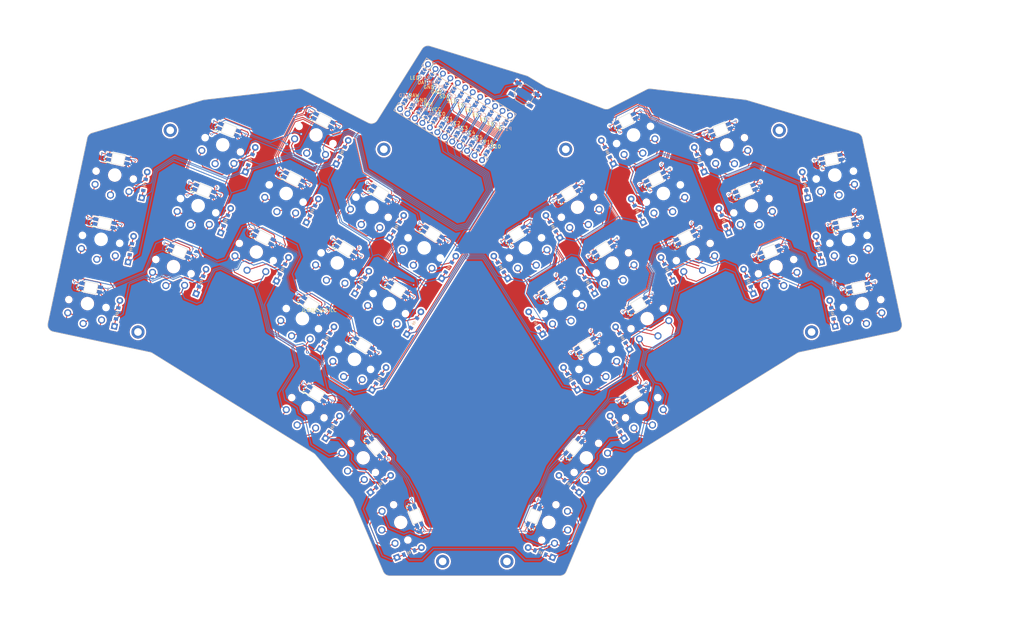
<source format=kicad_pcb>
(kicad_pcb (version 20221018) (generator pcbnew)
  (title_block (title "main") (rev "0.1") (company "klackygears"))
  (layers (0 "F.Cu" signal) (31 "B.Cu" signal) (34 "B.Paste" user) (35 "F.Paste" user) (36 "B.SilkS" user "B.Silkscreen") (37 "F.SilkS" user "F.Silkscreen") (38 "B.Mask" user) (39 "F.Mask" user) (44 "Edge.Cuts" user))
  (net 0 "")
  (net 1 "R1")
  (net 2 "pinky_bottom")
  (net 3 "pinky_home")
  (net 4 "pinky_top")
  (net 5 "R0")
  (net 6 "ring_bottom")
  (net 7 "ring_home")
  (net 8 "ring_top")
  (net 9 "CS")
  (net 10 "middle_bottom")
  (net 11 "middle_home")
  (net 12 "middle_top")
  (net 13 "R2")
  (net 14 "index_bottom")
  (net 15 "index_home")
  (net 16 "index_top")
  (net 17 "R3")
  (net 18 "inner_bottom")
  (net 19 "inner_home")
  (net 20 "inner_top")
  (net 21 "near_thumb")
  (net 22 "home_thumb")
  (net 23 "far_thumb")
  (net 24 "P10")
  (net 25 "mirror_pinky_bottom")
  (net 26 "mirror_pinky_home")
  (net 27 "mirror_pinky_top")
  (net 28 "P16")
  (net 29 "mirror_ring_bottom")
  (net 30 "mirror_ring_home")
  (net 31 "mirror_ring_top")
  (net 32 "C5")
  (net 33 "mirror_middle_bottom")
  (net 34 "mirror_middle_home")
  (net 35 "mirror_middle_top")
  (net 36 "C4")
  (net 37 "mirror_index_bottom")
  (net 38 "mirror_index_home")
  (net 39 "mirror_index_top")
  (net 40 "C3")
  (net 41 "mirror_inner_bottom")
  (net 42 "mirror_inner_home")
  (net 43 "mirror_inner_top")
  (net 44 "mirror_near_thumb")
  (net 45 "mirror_home_thumb")
  (net 46 "mirror_far_thumb")
  (net 47 "C1")
  (net 48 "C0")
  (net 49 "P9")
  (net 50 "C2")
  (net 51 "RAW")
  (net 52 "GND")
  (net 53 "RST")
  (net 54 "VCC")
  (net 55 "LED")
  (net 56 "DAT")
  (net 57 "SDA")
  (net 58 "SCL")
  (net 59 "MCU1_24")
  (net 60 "MCU1_1")
  (net 61 "MCU1_23")
  (net 62 "MCU1_2")
  (net 63 "MCU1_22")
  (net 64 "MCU1_3")
  (net 65 "MCU1_21")
  (net 66 "MCU1_4")
  (net 67 "MCU1_20")
  (net 68 "MCU1_5")
  (net 69 "MCU1_19")
  (net 70 "MCU1_6")
  (net 71 "MCU1_18")
  (net 72 "MCU1_7")
  (net 73 "MCU1_17")
  (net 74 "MCU1_8")
  (net 75 "MCU1_16")
  (net 76 "MCU1_9")
  (net 77 "MCU1_15")
  (net 78 "MCU1_10")
  (net 79 "MCU1_14")
  (net 80 "MCU1_11")
  (net 81 "MCU1_13")
  (net 82 "MCU1_12")
  (net 83 "LED_4")
  (net 84 "LED_3")
  (net 85 "LED_2")
  (net 86 "LED_5")
  (net 87 "LED_6")
  (net 88 "LED_7")
  (net 89 "LED_10")
  (net 90 "LED_9")
  (net 91 "LED_8")
  (net 92 "LED_11")
  (net 93 "LED_12")
  (net 94 "LED_13")
  (net 95 "LED_16")
  (net 96 "LED_15")
  (net 97 "LED_14")
  (net 98 "LED_17")
  (net 99 "LED_18")
  (net 100 "LED_19")
  (net 101 "LED_35")
  (net 102 "LED_34")
  (net 103 "LED_36")
  (net 104 "LED_33")
  (net 105 "LED_32")
  (net 106 "LED_31")
  (net 107 "LED_29")
  (net 108 "LED_28")
  (net 109 "LED_30")
  (net 110 "LED_27")
  (net 111 "LED_26")
  (net 112 "LED_25")
  (net 113 "LED_23")
  (net 114 "LED_22")
  (net 115 "LED_24")
  (net 116 "LED_21")
  (net 117 "LED_20")
  (footprint "E73:SW_TACT_ALPS_SKQGABE010" (layer "F.Cu") (at 208.410128 101.685713 -32)
    (fp_text reference "B1" hide)
    (fp_text value "" hide)
  )
  (footprint "PG1350" (layer "F.Cu") (at 130.969989 147.300368 153)
    (fp_text reference "S7" hide)
    (fp_text value "" hide)
  )
  (footprint "PG1350" (layer "F.Cu") (at 223.781327 134.337781 -148)
    (fp_text reference "S30" hide)
    (fp_text value "" hide)
  )
  (footprint "PG1350" (layer "F.Cu") (at 172.706263 225.495032 112)
    (fp_text reference "S18" hide)
    (fp_text value "" hide)
  )
  (footprint "PG1350" (layer "F.Cu") (at 154.354818 150.450694 148)
    (fp_text reference "S11" hide)
    (fp_text value "" hide)
  )
  (footprint "PG1350" (layer "F.Cu") (at 215.498348 225.495032 -112)
    (fp_text reference "S36" hide)
    (fp_text value "" hide)
  )
  (footprint "PG1350" (layer "F.Cu") (at 164.423284 134.337781 148)
    (fp_text reference "S12" hide)
    (fp_text value "" hide)
  )
  (footprint "ComboDiode" (layer "F.Cu") (at 161.457332 156.068016 58)
    (fp_text reference "D11" hide)
    (fp_text value "" hide)
  )
  (footprint "PG1350" (layer "F.Cu") (at 208.72825 146.102344 -148)
    (fp_text reference "S33" hide)
    (fp_text value "" hide)
  )
  (footprint "mounting_hole" (layer "F.Cu") (at 167.813704 117.589497 -32)
    (fp_text reference "H3" hide)
    (fp_text value "")
  )
  (footprint "ComboDiode" (layer "F.Cu") (at 151.388866 172.18093 58)
    (fp_text reference "D10" hide)
    (fp_text value "" hide)
  )
  (footprint "PG1350" (layer "F.Cu") (at 233.849792 150.450694 -148)
    (fp_text reference "S29" hide)
    (fp_text value "" hide)
  )
  (footprint "ComboDiode" (layer "F.Cu") (at 129.239934 120.589099 68)
    (fp_text reference "D6" hide)
    (fp_text value "" hide)
  )
  (footprint "PG1350" (layer "F.Cu") (at 306.052627 162.211127 -168)
    (fp_text reference "S19" hide)
    (fp_text value "" hide)
  )
  (footprint "ComboDiode" (layer "F.Cu") (at 241.043734 135.348165 117)
    (fp_text reference "D26" hide)
    (fp_text value "" hide)
  )
  (footprint "PG1350" (layer "F.Cu") (at 82.151983 162.211127 168)
    (fp_text reference "S1" hide)
    (fp_text value "" hide)
  )
  (footprint "ComboDiode" (layer "F.Cu") (at 297.457211 165.060478 102)
    (fp_text reference "D19" hide)
    (fp_text value "" hide)
  )
  (footprint "mounting_hole" (layer "F.Cu") (at 220.390906 117.589497 32)
    (fp_text reference "H4" hide)
    (fp_text value "")
  )
  (footprint "mounting_hole" (layer "F.Cu") (at 203.388962 236.780544 68)
    (fp_text reference "H8" hide)
    (fp_text value "")
  )
  (footprint "ComboDiode" (layer "F.Cu") (at 249.669554 152.277289 117)
    (fp_text reference "D25" hide)
    (fp_text value "" hide)
  )
  (footprint "PG1350" (layer "F.Cu") (at 169.407894 162.215257 148)
    (fp_text reference "S14" hide)
    (fp_text value "" hide)
  )
  (footprint "PG1350" (layer "F.Cu") (at 148.221627 113.44212 153)
    (fp_text reference "S9" hide)
    (fp_text value "" hide)
  )
  (footprint "PG1350" (layer "F.Cu") (at 107.034836 151.523441 158)
    (fp_text reference "S4" hide)
    (fp_text value "" hide)
  )
  (footprint "PG1350" (layer "F.Cu") (at 139.595808 130.371245 153)
    (fp_text reference "S8" hide)
    (fp_text value "" hide)
  )
  (footprint "PG1350" (layer "F.Cu") (at 179.47636 146.102343 148)
    (fp_text reference "S15" hide)
    (fp_text value "" hide)
  )
  (footprint "PG1350" (layer "F.Cu") (at 145.878769 192.321407 148)
    (fp_text reference "S16" hide)
    (fp_text value "" hide)
  )
  (footprint "ComboDiode" (layer "F.Cu") (at 273.199727 155.822085 112)
    (fp_text reference "D22" hide)
    (fp_text value "" hide)
  )
  (footprint "PG1350" (layer "F.Cu") (at 121.269886 116.290455 158)
    (fp_text reference "S6" hide)
    (fp_text value "" hide)
  )
  (footprint "ComboDiode" (layer "F.Cu") (at 213.054073 234.214293 158)
    (fp_text reference "D36" hide)
    (fp_text value "" hide)
  )
  (footprint "ComboDiode" (layer "F.Cu") (at 216.678812 139.955102 122)
    (fp_text reference "D30" hide)
    (fp_text value "" hide)
  )
  (footprint "ComboDiode" (layer "F.Cu") (at 258.964676 120.589098 112)
    (fp_text reference "D24" hide)
    (fp_text value "" hide)
  )
  (footprint "PG1350" (layer "F.Cu") (at 257.234622 147.300368 -153)
    (fp_text reference "S25" hide)
    (fp_text value "" hide)
  )
  (footprint "PG1350" (layer "F.Cu") (at 302.102305 143.626321 -168)
    (fp_text reference "S20" hide)
    (fp_text value "" hide)
  )
  (footprint "ComboDiode" (layer "F.Cu") (at 166.441942 183.945492 58)
    (fp_text reference "D13" hide)
    (fp_text value "" hide)
  )
  (footprint "PG1350" (layer "F.Cu") (at 159.339428 178.328171 148)
    (fp_text reference "S13" hide)
    (fp_text value "" hide)
  )
  (footprint "ComboDiode" (layer "F.Cu") (at 211.694204 167.832579 122)
    (fp_text reference "D32" hide)
    (fp_text value "" hide)
  )
  (footprint "ComboDiode" (layer "F.Cu") (at 152.981283 197.938729 58)
    (fp_text reference "D16" hide)
    (fp_text value "" hide)
  )
  (footprint "ComboDiode" (layer "F.Cu") (at 98.648044 127.890871 78)
    (fp_text reference "D3" hide)
    (fp_text value "" hide)
  )
  (footprint "nice_nano" (layer "F.Cu") (at 187.316594 106.192687 58)
    (fp_text reference "MCU1" hide)
    (fp_text value "")
  )
  (footprint "ComboDiode" (layer "F.Cu") (at 138.535057 152.277289 63)
    (fp_text reference "D7" hide)
    (fp_text value "" hide)
  )
  (footprint "ComboDiode" (layer "F.Cu") (at 221.326622 214.371782 140)
    (fp_text reference "D35" hide)
    (fp_text value "" hide)
  )
  (footprint "PG1350" (layer "F.Cu") (at 90.052627 125.041517 168)
    (fp_text reference "S3" hide)
    (fp_text value "" hide)
  )
  (footprint "PG1350" (layer "F.Cu") (at 226.345666 206.834595 -130)
    (fp_text reference "S35" hide)
    (fp_text value "" hide)
  )
  (footprint "PG1350" (layer "F.Cu") (at 274.05225 133.906949 -158)
    (fp_text reference "S23" hide)
    (fp_text value "" hide)
  )
  (footprint "ComboDiode" (layer "F.Cu") (at 90.747399 165.060478 78)
    (fp_text reference "D1" hide)
    (fp_text value "" hide)
  )
  (footprint "ComboDiode" (layer "F.Cu") (at 147.160875 135.348165 63)
    (fp_text reference "D8" hide)
    (fp_text value "" hide)
  )
  (footprint "ComboDiode" (layer "F.Cu") (at 166.877988 214.371782 40)
    (fp_text reference "D17" hide)
    (fp_text value "" hide)
  )
  (footprint "mounting_hole" (layer "F.Cu") (at 291.441824 170.428451 12)
    (fp_text reference "H6" hide)
    (fp_text value "")
  )
  (footprint "PG1350" (layer "F.Cu") (at 281.169774 151.523441 -158)
    (fp_text reference "S22" hide)
    (fp_text value "" hide)
  )
  (footprint "PG1350" (layer "F.Cu") (at 161.858944 206.834595 130)
    (fp_text reference "S17" hide)
    (fp_text value "" hide)
  )
  (footprint "ComboDiode" (layer "F.Cu") (at 226.747278 156.068017 122)
    (fp_text reference "D29" hide)
    (fp_text value "" hide)
  )
  (footprint "ComboDiode" (layer "F.Cu") (at 122.12241 138.205592 68)
    (fp_text reference "D5" hide)
    (fp_text value "" hide)
  )
  (footprint "ComboDiode" (layer "F.Cu") (at 235.223327 197.93873 122)
    (fp_text reference "D34" hide)
    (fp_text value "" hide)
  )
  (footprint "ComboDiode" (layer "F.Cu") (at 266.082202 138.205592 112)
    (fp_text reference "D23" hide)
    (fp_text value "" hide)
  )
  (footprint "ComboDiode" (layer "F.Cu") (at 176.510408 167.832578 58)
    (fp_text reference "D14" hide)
    (fp_text value "" hide)
  )
  (footprint "ComboDiode" (layer "F.Cu") (at 94.697723 146.475674 78)
    (fp_text reference "D2" hide)
    (fp_text value "" hide)
  )
  (footprint "PG1350" (layer "F.Cu") (at 86.102305 143.626321 168)
    (fp_text reference "S2" hide)
    (fp_text value "" hide)
  )
  (footprint "ComboDiode" (layer "F.Cu") (at 232.417915 118.419042 117)
    (fp_text reference "D27" hide)
    (fp_text value "" hide)
  )
  (footprint "ComboDiode" (layer "F.Cu") (at 171.525799 139.955103 58)
    (fp_text reference "D12" hide)
    (fp_text value "" hide)
  )
  (footprint "PG1350" (layer "F.Cu") (at 243.918259 166.563609 -148)
    (fp_text reference "S28" hide)
    (fp_text value "" hide)
  )
  (footprint "ComboDiode" (layer "F.Cu") (at 289.556566 127.89087 102)
    (fp_text reference "D21" hide)
    (fp_text value "" hide)
  )
  (footprint "PG1350" (layer "F.Cu") (at 144.286352 166.563608 148)
    (fp_text reference "S10" hide)
    (fp_text value "" hide)
  )
  (footprint "PG1350" (layer "F.Cu") (at 248.608804 130.371244 -153)
    (fp_text reference "S26" hide)
    (fp_text value "" hide)
  )
  (footprint "PG1350" (layer "F.Cu") (at 266.934723 116.290454 -158)
    (fp_text reference "S24" hide)
    (fp_text value "" hide)
  )
  (footprint "PG1350" (layer "F.Cu") (at 114.152361 133.906949 158)
    (fp_text reference "S5" hide)
    (fp_text value "" hide)
  )
  (footprint "PG1350" (layer "F.Cu") (at 218.796716 162.215258 -148)
    (fp_text reference "S32" hide)
    (fp_text value "" hide)
  )
  (footprint "mounting_hole" (layer "F.Cu") (at 96.762786 170.428452 -12)
    (fp_text reference "H5" hide)
    (fp_text value "")
  )
  (footprint "E73:SW_TACT_ALPS_SKQGABE010" (layer "F.Cu") (at 208.410128 101.685713 -32)
    (fp_text reference "B2" hide)
    (fp_text value "" hide)
  )
  (footprint "PG1350" (layer "F.Cu") (at 298.151983 125.041517 -168)
    (fp_text reference "S21" hide)
    (fp_text value "" hide)
  )
  (footprint "PG1350" (layer "F.Cu") (at 228.865183 178.328172 -148)
    (fp_text reference "S31" hide)
    (fp_text value "" hide)
  )
  (footprint "ComboDiode" (layer "F.Cu") (at 155.786695 118.419041 63)
    (fp_text reference "D9" hide)
    (fp_text value "" hide)
  )
  (footprint "mounting_hole" (layer "F.Cu") (at 282.109477 112.094008 12)
    (fp_text reference "H2" hide)
    (fp_text value "")
  )
  (footprint "mounting_hole" (layer "F.Cu") (at 184.815648 236.780545 -68)
    (fp_text reference "H7" hide)
    (fp_text value "")
  )
  (footprint "ComboDiode" (layer "F.Cu") (at 221.76267 183.945492 122)
    (fp_text reference "D31" hide)
    (fp_text value "" hide)
  )
  (footprint "mounting_hole" (layer "F.Cu") (at 106.095133 112.094007 -12)
    (fp_text reference "H1" hide)
    (fp_text value "")
  )
  (footprint "ComboDiode" (layer "F.Cu") (at 236.815744 172.180931 122)
    (fp_text reference "D28" hide)
    (fp_text value "" hide)
  )
  (footprint "ComboDiode" (layer "F.Cu") (at 293.506888 146.475675 102)
    (fp_text reference "D20" hide)
    (fp_text value "" hide)
  )
  (footprint "ComboDiode" (layer "F.Cu") (at 201.625737 151.719665 122)
    (fp_text reference "D33" hide)
    (fp_text value "" hide)
  )
  (footprint "ComboDiode" (layer "F.Cu") (at 115.004884 155.822084 68)
    (fp_text reference "D4" hide)
    (fp_text value "" hide)
  )
  (footprint "PG1350" (layer "F.Cu") (at 239.982983 113.442121 -153)
    (fp_text reference "S27" hide)
    (fp_text value "" hide)
  )
  (footprint "PG1350" (layer "F.Cu") (at 242.325841 192.321407 -148)
    (fp_text reference "S34" hide)
    (fp_text value "" hide)
  )
  (footprint "ComboDiode" (layer "F.Cu") (at 175.150539 234.214294 22)
    (fp_text reference "D18" hide)
    (fp_text value "" hide)
  )
  (footprint "ComboDiode" (layer "F.Cu") (at 186.578873 151.719665 58)
    (fp_text reference "D15" hide)
    (fp_text value "" hide)
  )
  (footprint "ceoloide:YS-SK6812MINI-E (per-key, reversible)" (layer "B.Cu") (at 83.129168 157.613833 -12)
    (fp_text reference "LED1" hide)
    (fp_text value "")
    (fp_line (start -1.8 -1.55) (end -1.8 1.55) (stroke (width 0.12)) (layer "Edge.Cuts"))
    (fp_line (start -1.8 1.55) (end 1.8 1.55) (stroke (width 0.12)) (layer "Edge.Cuts"))
    (fp_line (start 1.8 -1.55) (end -1.8 -1.55) (stroke (width 0.12)) (layer "Edge.Cuts"))
    (fp_line (start 1.8 1.55) (end 1.8 -1.55) (stroke (width 0.12)) (layer "Edge.Cuts"))
  )
  (footprint "ceoloide:YS-SK6812MINI-E (per-key, reversible)" (layer "B.Cu") (at 115.913012 129.549184 -22)
    (fp_text reference "LED5" hide)
    (fp_text value "")
    (fp_line (start -1.8 -1.55) (end -1.8 1.55) (stroke (width 0.12)) (layer "Edge.Cuts"))
    (fp_line (start -1.8 1.55) (end 1.8 1.55) (stroke (width 0.12)) (layer "Edge.Cuts"))
    (fp_line (start 1.8 -1.55) (end -1.8 -1.55) (stroke (width 0.12)) (layer "Edge.Cuts"))
    (fp_line (start 1.8 1.55) (end 1.8 -1.55) (stroke (width 0.12)) (layer "Edge.Cuts"))
  )
  (footprint "ceoloide:YS-SK6812MINI-E (per-key, reversible)" (layer "B.Cu") (at 279.409123 147.165677 22)
    (fp_text reference "LED22" hide)
    (fp_text value "")
    (fp_line (start -1.8 -1.55) (end -1.8 1.55) (stroke (width 0.12)) (layer "Edge.Cuts"))
    (fp_line (start -1.8 1.55) (end 1.8 1.55) (stroke (width 0.12)) (layer "Edge.Cuts"))
    (fp_line (start 1.8 -1.55) (end -1.8 -1.55) (stroke (width 0.12)) (layer "Edge.Cuts"))
    (fp_line (start 1.8 1.55) (end 1.8 -1.55) (stroke (width 0.12)) (layer "Edge.Cuts"))
  )
  (footprint "ceoloide:YS-SK6812MINI-E (per-key, reversible)" (layer "B.Cu") (at 141.729563 126.183514 -27)
    (fp_text reference "LED8" hide)
    (fp_text value "")
    (fp_line (start -1.8 -1.55) (end -1.8 1.55) (stroke (width 0.12)) (layer "Edge.Cuts"))
    (fp_line (start -1.8 1.55) (end 1.8 1.55) (stroke (width 0.12)) (layer "Edge.Cuts"))
    (fp_line (start 1.8 -1.55) (end -1.8 -1.55) (stroke (width 0.12)) (layer "Edge.Cuts"))
    (fp_line (start 1.8 1.55) (end 1.8 -1.55) (stroke (width 0.12)) (layer "Edge.Cuts"))
  )
  (footprint "ceoloide:YS-SK6812MINI-E (per-key, reversible)" (layer "B.Cu") (at 301.12512 139.029028 12)
    (fp_text reference "LED20" hide)
    (fp_text value "")
    (fp_line (start -1.8 -1.55) (end -1.8 1.55) (stroke (width 0.12)) (layer "Edge.Cuts"))
    (fp_line (start -1.8 1.55) (end 1.8 1.55) (stroke (width 0.12)) (layer "Edge.Cuts"))
    (fp_line (start 1.8 -1.55) (end -1.8 -1.55) (stroke (width 0.12)) (layer "Edge.Cuts"))
    (fp_line (start 1.8 1.55) (end 1.8 -1.55) (stroke (width 0.12)) (layer "Edge.Cuts"))
  )
  (footprint "ceoloide:YS-SK6812MINI-E (per-key, reversible)" (layer "B.Cu") (at 241.427638 162.577782 32)
    (fp_text reference "LED28" hide)
    (fp_text value "")
    (fp_line (start -1.8 -1.55) (end -1.8 1.55) (stroke (width 0.12)) (layer "Edge.Cuts"))
    (fp_line (start -1.8 1.55) (end 1.8 1.55) (stroke (width 0.12)) (layer "Edge.Cuts"))
    (fp_line (start 1.8 -1.55) (end -1.8 -1.55) (stroke (width 0.12)) (layer "Edge.Cuts"))
    (fp_line (start 1.8 1.55) (end 1.8 -1.55) (stroke (width 0.12)) (layer "Edge.Cuts"))
  )
  (footprint "ceoloide:YS-SK6812MINI-E (per-key, reversible)" (layer "B.Cu") (at 226.374562 174.342345 32)
    (fp_text reference "LED31" hide)
    (fp_text value "")
    (fp_line (start -1.8 -1.55) (end -1.8 1.55) (stroke (width 0.12)) (layer "Edge.Cuts"))
    (fp_line (start -1.8 1.55) (end 1.8 1.55) (stroke (width 0.12)) (layer "Edge.Cuts"))
    (fp_line (start 1.8 -1.55) (end -1.8 -1.55) (stroke (width 0.12)) (layer "Edge.Cuts"))
    (fp_line (start 1.8 1.55) (end 1.8 -1.55) (stroke (width 0.12)) (layer "Edge.Cuts"))
  )
  (footprint "ceoloide:YS-SK6812MINI-E (per-key, reversible)" (layer "B.Cu") (at 246.475047 126.183514 27)
    (fp_text reference "LED26" hide)
    (fp_text value "")
    (fp_line (start -1.8 -1.55) (end -1.8 1.55) (stroke (width 0.12)) (layer "Edge.Cuts"))
    (fp_line (start -1.8 1.55) (end 1.8 1.55) (stroke (width 0.12)) (layer "Edge.Cuts"))
    (fp_line (start 1.8 -1.55) (end -1.8 -1.55) (stroke (width 0.12)) (layer "Edge.Cuts"))
    (fp_line (start 1.8 1.55) (end 1.8 -1.55) (stroke (width 0.12)) (layer "Edge.Cuts"))
  )
  (footprint "ceoloide:YS-SK6812MINI-E (per-key, reversible)" (layer "B.Cu") (at 255.100867 143.112638 27)
    (fp_text reference "LED25" hide)
    (fp_text value "")
    (fp_line (start -1.8 -1.55) (end -1.8 1.55) (stroke (width 0.12)) (layer "Edge.Cuts"))
    (fp_line (start -1.8 1.55) (end 1.8 1.55) (stroke (width 0.12)) (layer "Edge.Cuts"))
    (fp_line (start 1.8 -1.55) (end -1.8 -1.55) (stroke (width 0.12)) (layer "Edge.Cuts"))
    (fp_line (start 1.8 1.55) (end 1.8 -1.55) (stroke (width 0.12)) (layer "Edge.Cuts"))
  )
  (footprint "ceoloide:YS-SK6812MINI-E (per-key, reversible)" (layer "B.Cu") (at 156.845439 146.464868 -32)
    (fp_text reference "LED11" hide)
    (fp_text value "")
    (fp_line (start -1.8 -1.55) (end -1.8 1.55) (stroke (width 0.12)) (layer "Edge.Cuts"))
    (fp_line (start -1.8 1.55) (end 1.8 1.55) (stroke (width 0.12)) (layer "Edge.Cuts"))
    (fp_line (start 1.8 -1.55) (end -1.8 -1.55) (stroke (width 0.12)) (layer "Edge.Cuts"))
    (fp_line (start 1.8 1.55) (end 1.8 -1.55) (stroke (width 0.12)) (layer "Edge.Cuts"))
  )
  (footprint "ceoloide:YS-SK6812MINI-E (per-key, reversible)" (layer "B.Cu") (at 216.306096 158.229432 32)
    (fp_text reference "LED32" hide)
    (fp_text value "")
    (fp_line (start -1.8 -1.55) (end -1.8 1.55) (stroke (width 0.12)) (layer "Edge.Cuts"))
    (fp_line (start -1.8 1.55) (end 1.8 1.55) (stroke (width 0.12)) (layer "Edge.Cuts"))
    (fp_line (start 1.8 -1.55) (end -1.8 -1.55) (stroke (width 0.12)) (layer "Edge.Cuts"))
    (fp_line (start 1.8 1.55) (end 1.8 -1.55) (stroke (width 0.12)) (layer "Edge.Cuts"))
  )
  (footprint "ceoloide:YS-SK6812MINI-E (per-key, reversible)" (layer "B.Cu") (at 231.359172 146.464868 32)
    (fp_text reference "LED29" hide)
    (fp_text value "")
    (fp_line (start -1.8 -1.55) (end -1.8 1.55) (stroke (width 0.12)) (layer "Edge.Cuts"))
    (fp_line (start -1.8 1.55) (end 1.8 1.55) (stroke (width 0.12)) (layer "Edge.Cuts"))
    (fp_line (start 1.8 -1.55) (end -1.8 -1.55) (stroke (width 0.12)) (layer "Edge.Cuts"))
    (fp_line (start 1.8 1.55) (end 1.8 -1.55) (stroke (width 0.12)) (layer "Edge.Cuts"))
  )
  (footprint "ceoloide:YS-SK6812MINI-E (per-key, reversible)" (layer "B.Cu") (at 150.355383 109.25439 -27)
    (fp_text reference "LED9" hide)
    (fp_text value "")
    (fp_line (start -1.8 -1.55) (end -1.8 1.55) (stroke (width 0.12)) (layer "Edge.Cuts"))
    (fp_line (start -1.8 1.55) (end 1.8 1.55) (stroke (width 0.12)) (layer "Edge.Cuts"))
    (fp_line (start 1.8 -1.55) (end -1.8 -1.55) (stroke (width 0.12)) (layer "Edge.Cuts"))
    (fp_line (start 1.8 1.55) (end 1.8 -1.55) (stroke (width 0.12)) (layer "Edge.Cuts"))
  )
  (footprint "ceoloide:YS-SK6812MINI-E (per-key, reversible)" (layer "B.Cu") (at 146.776973 162.577782 -32)
    (fp_text reference "LED10" hide)
    (fp_text value "")
    (fp_line (start -1.8 -1.55) (end -1.8 1.55) (stroke (width 0.12)) (layer "Edge.Cuts"))
    (fp_line (start -1.8 1.55) (end 1.8 1.55) (stroke (width 0.12)) (layer "Edge.Cuts"))
    (fp_line (start 1.8 -1.55) (end -1.8 -1.55) (stroke (width 0.12)) (layer "Edge.Cuts"))
    (fp_line (start 1.8 1.55) (end 1.8 -1.55) (stroke (width 0.12)) (layer "Edge.Cuts"))
  )
  (footprint "ceoloide:YS-SK6812MINI-E (per-key, reversible)" (layer "B.Cu") (at 211.140583 223.734381 68)
    (fp_text reference "LED36" hide)
    (fp_text value "")
    (fp_line (start -1.8 -1.55) (end -1.8 1.55) (stroke (width 0.12)) (layer "Edge.Cuts"))
    (fp_line (start -1.8 1.55) (end 1.8 1.55) (stroke (width 0.12)) (layer "Edge.Cuts"))
    (fp_line (start 1.8 -1.55) (end -1.8 -1.55) (stroke (width 0.12)) (layer "Edge.Cuts"))
    (fp_line (start 1.8 1.55) (end 1.8 -1.55) (stroke (width 0.12)) (layer "Edge.Cuts"))
  )
  (footprint "ceoloide:YS-SK6812MINI-E (per-key, reversible)" (layer "B.Cu") (at 221.290705 130.351956 32)
    (fp_text reference "LED30" hide)
    (fp_text value "")
    (fp_line (start -1.8 -1.55) (end -1.8 1.55) (stroke (width 0.12)) (layer "Edge.Cuts"))
    (fp_line (start -1.8 1.55) (end 1.8 1.55) (stroke (width 0.12)) (layer "Edge.Cuts"))
    (fp_line (start 1.8 -1.55) (end -1.8 -1.55) (stroke (width 0.12)) (layer "Edge.Cuts"))
    (fp_line (start 1.8 1.55) (end 1.8 -1.55) (stroke (width 0.12)) (layer "Edge.Cuts"))
  )
  (footprint "ceoloide:YS-SK6812MINI-E (per-key, reversible)" (layer "B.Cu") (at 161.830048 174.342346 -32)
    (fp_text reference "LED13" hide)
    (fp_text value "")
    (fp_line (start -1.8 -1.55) (end -1.8 1.55) (stroke (width 0.12)) (layer "Edge.Cuts"))
    (fp_line (start -1.8 1.55) (end 1.8 1.55) (stroke (width 0.12)) (layer "Edge.Cuts"))
    (fp_line (start 1.8 -1.55) (end -1.8 -1.55) (stroke (width 0.12)) (layer "Edge.Cuts"))
    (fp_line (start 1.8 1.55) (end 1.8 -1.55) (stroke (width 0.12)) (layer "Edge.Cuts"))
  )
  (footprint "ceoloide:YS-SK6812MINI-E (per-key, reversible)" (layer "B.Cu") (at 171.898514 158.229432 -32)
    (fp_text reference "LED14" hide)
    (fp_text value "")
    (fp_line (start -1.8 -1.55) (end -1.8 1.55) (stroke (width 0.12)) (layer "Edge.Cuts"))
    (fp_line (start -1.8 1.55) (end 1.8 1.55) (stroke (width 0.12)) (layer "Edge.Cuts"))
    (fp_line (start 1.8 -1.55) (end -1.8 -1.55) (stroke (width 0.12)) (layer "Edge.Cuts"))
    (fp_line (start 1.8 1.55) (end 1.8 -1.55) (stroke (width 0.12)) (layer "Edge.Cuts"))
  )
  (footprint "ceoloide:YS-SK6812MINI-E (per-key, reversible)" (layer "B.Cu") (at 108.795488 147.165677 -22)
    (fp_text reference "LED4" hide)
    (fp_text value "")
    (fp_line (start -1.8 -1.55) (end -1.8 1.55) (stroke (width 0.12)) (layer "Edge.Cuts"))
    (fp_line (start -1.8 1.55) (end 1.8 1.55) (stroke (width 0.12)) (layer "Edge.Cuts"))
    (fp_line (start 1.8 -1.55) (end -1.8 -1.55) (stroke (width 0.12)) (layer "Edge.Cuts"))
    (fp_line (start 1.8 1.55) (end 1.8 -1.55) (stroke (width 0.12)) (layer "Edge.Cuts"))
  )
  (footprint "ceoloide:YS-SK6812MINI-E (per-key, reversible)" (layer "B.Cu") (at 305.075442 157.613832 12)
    (fp_text reference "LED19" hide)
    (fp_text value "")
    (fp_line (start -1.8 -1.55) (end -1.8 1.55) (stroke (width 0.12)) (layer "Edge.Cuts"))
    (fp_line (start -1.8 1.55) (end 1.8 1.55) (stroke (width 0.12)) (layer "Edge.Cuts"))
    (fp_line (start 1.8 -1.55) (end -1.8 -1.55) (stroke (width 0.12)) (layer "Edge.Cuts"))
    (fp_line (start 1.8 1.55) (end 1.8 -1.55) (stroke (width 0.12)) (layer "Edge.Cuts"))
  )
  (footprint "ceoloide:YS-SK6812MINI-E (per-key, reversible)" (layer "B.Cu") (at 265.174072 111.932691 22)
    (fp_text reference "LED24" hide)
    (fp_text value "")
    (fp_line (start -1.8 -1.55) (end -1.8 1.55) (stroke (width 0.12)) (layer "Edge.Cuts"))
    (fp_line (start -1.8 1.55) (end 1.8 1.55) (stroke (width 0.12)) (layer "Edge.Cuts"))
    (fp_line (start 1.8 -1.55) (end -1.8 -1.55) (stroke (width 0.12)) (layer "Edge.Cuts"))
    (fp_line (start 1.8 1.55) (end 1.8 -1.55) (stroke (width 0.12)) (layer "Edge.Cuts"))
  )
  (footprint "ceoloide:YS-SK6812MINI-E (per-key, reversible)" (layer "B.Cu") (at 123.030537 111.93269 -22)
    (fp_text reference "LED6" hide)
    (fp_text value "")
    (fp_line (start -1.8 -1.55) (end -1.8 1.55) (stroke (width 0.12)) (layer "Edge.Cuts"))
    (fp_line (start -1.8 1.55) (end 1.8 1.55) (stroke (width 0.12)) (layer "Edge.Cuts"))
    (fp_line (start 1.8 -1.55) (end -1.8 -1.55) (stroke (width 0.12)) (layer "Edge.Cuts"))
    (fp_line (start 1.8 1.55) (end 1.8 -1.55) (stroke (width 0.12)) (layer "Edge.Cuts"))
  )
  (footprint "ceoloide:YS-SK6812MINI-E (per-key, reversible)" (layer "B.Cu") (at 166.913905 130.351956 -32)
    (fp_text reference "LED12" hide)
    (fp_text value "")
    (fp_line (start -1.8 -1.55) (end -1.8 1.55) (stroke (width 0.12)) (layer "Edge.Cuts"))
    (fp_line (start -1.8 1.55) (end 1.8 1.55) (stroke (width 0.12)) (layer "Edge.Cuts"))
    (fp_line (start 1.8 -1.55) (end -1.8 -1.55) (stroke (width 0.12)) (layer "Edge.Cuts"))
    (fp_line (start 1.8 1.55) (end 1.8 -1.55) (stroke (width 0.12)) (layer "Edge.Cuts"))
  )
  (footprint "ceoloide:YS-SK6812MINI-E (per-key, reversible)" (layer "B.Cu") (at 206.237631 142.116517 32)
    (fp_text reference "LED33" hide)
    (fp_text value "")
    (fp_line (start -1.8 -1.55) (end -1.8 1.55) (stroke (width 0.12)) (layer "Edge.Cuts"))
    (fp_line (start -1.8 1.55) (end 1.8 1.55) (stroke (width 0.12)) (layer "Edge.Cuts"))
    (fp_line (start 1.8 -1.55) (end -1.8 -1.55) (stroke (width 0.12)) (layer "Edge.Cuts"))
    (fp_line (start 1.8 1.55) (end 1.8 -1.55) (stroke (width 0.12)) (layer "Edge.Cuts"))
  )
  (footprint "ceoloide:YS-SK6812MINI-E (per-key, reversible)" (layer "B.Cu") (at 165.459353 203.813493 -50)
    (fp_text reference "LED17" hide)
    (fp_text value "")
    (fp_line (start -1.8 -1.55) (end -1.8 1.55) (stroke (width 0.12)) (layer "Edge.Cuts"))
    (fp_line (start -1.8 1.55) (end 1.8 1.55) (stroke (width 0.12)) (layer "Edge.Cuts"))
    (fp_line (start 1.8 -1.55) (end -1.8 -1.55) (stroke (width 0.12)) (layer "Edge.Cuts"))
    (fp_line (start 1.8 1.55) (end 1.8 -1.55) (stroke (width 0.12)) (layer "Edge.Cuts"))
  )
  (footprint "ceoloide:YS-SK6812MINI-E (per-key, reversible)" (layer "B.Cu") (at 297.174798 120.444223 12)
    (fp_text reference "LED21" hide)
    (fp_text value "")
    (fp_line (start -1.8 -1.55) (end -1.8 1.55) (stroke (width 0.12)) (layer "Edge.Cuts"))
    (fp_line (start -1.8 1.55) (end 1.8 1.55) (stroke (width 0.12)) (layer "Edge.Cuts"))
    (fp_line (start 1.8 -1.55) (end -1.8 -1.55) (stroke (width 0.12)) (layer "Edge.Cuts"))
    (fp_line (start 1.8 1.55) (end 1.8 -1.55) (stroke (width 0.12)) (layer "Edge.Cuts"))
  )
  (footprint "ceoloide:YS-SK6812MINI-E (per-key, reversible)" (layer "B.Cu") (at 272.291598 129.549184 22)
    (fp_text reference "LED23" hide)
    (fp_text value "")
    (fp_line (start -1.8 -1.55) (end -1.8 1.55) (stroke (width 0.12)) (layer "Edge.Cuts"))
    (fp_line (start -1.8 1.55) (end 1.8 1.55) (stroke (width 0.12)) (layer "Edge.Cuts"))
    (fp_line (start 1.8 -1.55) (end -1.8 -1.55) (stroke (width 0.12)) (layer "Edge.Cuts"))
    (fp_line (start 1.8 1.55) (end 1.8 -1.55) (stroke (width 0.12)) (layer "Edge.Cuts"))
  )
  (footprint "ceoloide:YS-SK6812MINI-E (per-key, reversible)" (layer "B.Cu") (at 87.07949 139.029028 -12)
    (fp_text reference "LED2" hide)
    (fp_text value "")
    (fp_line (start -1.8 -1.55) (end -1.8 1.55) (stroke (width 0.12)) (layer "Edge.Cuts"))
    (fp_line (start -1.8 1.55) (end 1.8 1.55) (stroke (width 0.12)) (layer "Edge.Cuts"))
    (fp_line (start 1.8 -1.55) (end -1.8 -1.55) (stroke (width 0.12)) (layer "Edge.Cuts"))
    (fp_line (start 1.8 1.55) (end 1.8 -1.55) (stroke (width 0.12)) (layer "Edge.Cuts"))
  )
  (footprint "ceoloide:YS-SK6812MINI-E (per-key, reversible)" (layer "B.Cu") (at 237.849228 109.25439 27)
    (fp_text reference "LED27" hide)
    (fp_text value "")
    (fp_line (start -1.8 -1.55) (end -1.8 1.55) (stroke (width 0.12)) (layer "Edge.Cuts"))
    (fp_line (start -1.8 1.55) (end 1.8 1.55) (stroke (width 0.12)) (layer "Edge.Cuts"))
    (fp_line (start 1.8 -1.55) (end -1.8 -1.55) (stroke (width 0.12)) (layer "Edge.Cuts"))
    (fp_line (start 1.8 1.55) (end 1.8 -1.55) (stroke (width 0.12)) (layer "Edge.Cuts"))
  )
  (footprint "ceoloide:YS-SK6812MINI-E (per-key, reversible)" (layer "B.Cu") (at 148.369389 188.335581 -32)
    (fp_text reference "LED16" hide)
    (fp_text value "")
    (fp_line (start -1.8 -1.55) (end -1.8 1.55) (stroke (width 0.12)) (layer "Edge.Cuts"))
    (fp_line (start -1.8 1.55) (end 1.8 1.55) (stroke (width 0.12)) (layer "Edge.Cuts"))
    (fp_line (start 1.8 -1.55) (end -1.8 -1.55) (stroke (width 0.12)) (layer "Edge.Cuts"))
    (fp_line (start 1.8 1.55) (end 1.8 -1.55) (stroke (width 0.12)) (layer "Edge.Cuts"))
  )
  (footprint "ceoloide:YS-SK6812MINI-E (per-key, reversible)" (layer "B.Cu") (at 181.96698 142.116518 -32)
    (fp_text reference "LED15" hide)
    (fp_text value "")
    (fp_line (start -1.8 -1.55) (end -1.8 1.55) (stroke (width 0.12)) (layer "Edge.Cuts"))
    (fp_line (start -1.8 1.55) (end 1.8 1.55) (stroke (width 0.12)) (layer "Edge.Cuts"))
    (fp_line (start 1.8 -1.55) (end -1.8 -1.55) (stroke (width 0.12)) (layer "Edge.Cuts"))
    (fp_line (start 1.8 1.55) (end 1.8 -1.55) (stroke (width 0.12)) (layer "Edge.Cuts"))
  )
  (footprint "ceoloide:YS-SK6812MINI-E (per-key, reversible)" (layer "B.Cu") (at 91.029812 120.444223 -12)
    (fp_text reference "LED3" hide)
    (fp_text value "")
    (fp_line (start -1.8 -1.55) (end -1.8 1.55) (stroke (width 0.12)) (layer "Edge.Cuts"))
    (fp_line (start -1.8 1.55) (end 1.8 1.55) (stroke (width 0.12)) (layer "Edge.Cuts"))
    (fp_line (start 1.8 -1.55) (end -1.8 -1.55) (stroke (width 0.12)) (layer "Edge.Cuts"))
    (fp_line (start 1.8 1.55) (end 1.8 -1.55) (stroke (width 0.12)) (layer "Edge.Cuts"))
  )
  (footprint "ceoloide:YS-SK6812MINI-E (per-key, reversible)" (layer "B.Cu") (at 177.064028 223.734381 -68)
    (fp_text reference "LED18" hide)
    (fp_text value "")
    (fp_line (start -1.8 -1.55) (end -1.8 1.55) (stroke (width 0.12)) (layer "Edge.Cuts"))
    (fp_line (start -1.8 1.55) (end 1.8 1.55) (stroke (width 0.12)) (layer "Edge.Cuts"))
    (fp_line (start 1.8 -1.55) (end -1.8 -1.55) (stroke (width 0.12)) (layer "Edge.Cuts"))
    (fp_line (start 1.8 1.55) (end 1.8 -1.55) (stroke (width 0.12)) (layer "Edge.Cuts"))
  )
  (footprint "ceoloide:YS-SK6812MINI-E (per-key, reversible)" (layer "B.Cu") (at 239.83522 188.335581 32)
    (fp_text reference "LED34" hide)
    (fp_text value "")
    (fp_line (start -1.8 -1.55) (end -1.8 1.55) (stroke (width 0.12)) (layer "Edge.Cuts"))
    (fp_line (start -1.8 1.55) (end 1.8 1.55) (stroke (width 0.12)) (layer "Edge.Cuts"))
    (fp_line (start 1.8 -1.55) (end -1.8 -1.55) (stroke (width 0.12)) (layer "Edge.Cuts"))
    (fp_line (start 1.8 1.55) (end 1.8 -1.55) (stroke (width 0.12)) (layer "Edge.Cuts"))
  )
  (footprint "ceoloide:YS-SK6812MINI-E (per-key, reversible)" (layer "B.Cu") (at 133.103743 143.112639 -27)
    (fp_text reference "LED7" hide)
    (fp_text value "")
    (fp_line (start -1.8 -1.55) (end -1.8 1.55) (stroke (width 0.12)) (layer "Edge.Cuts"))
    (fp_line (start -1.8 1.55) (end 1.8 1.55) (stroke (width 0.12)) (layer "Edge.Cuts"))
    (fp_line (start 1.8 -1.55) (end -1.8 -1.55) (stroke (width 0.12)) (layer "Edge.Cuts"))
    (fp_line (start 1.8 1.55) (end 1.8 -1.55) (stroke (width 0.12)) (layer "Edge.Cuts"))
  )
  (footprint "ceoloide:YS-SK6812MINI-E (per-key, reversible)" (layer "B.Cu") (at 222.745257 203.813493 50)
    (fp_text reference "LED35" hide)
    (fp_text value "")
    (fp_line (start -1.8 -1.55) (end -1.8 1.55) (stroke (width 0.12)) (layer "Edge.Cuts"))
    (fp_line (start -1.8 1.55) (end 1.8 1.55) (stroke (width 0.12)) (layer "Edge.Cuts"))
    (fp_line (start 1.8 -1.55) (end -1.8 -1.55) (stroke (width 0.12)) (layer "Edge.Cuts"))
    (fp_line (start 1.8 1.55) (end 1.8 -1.55) (stroke (width 0.12)) (layer "Edge.Cuts"))
  )
  (gr_arc (start 220.565551 239.699971) (mid 219.828566 240.589855) (end 218.722381 240.923615) (stroke (width 0.15)) (layer "Edge.Cuts"))
  (gr_line (start 148.040398 205.923531) (end 158.632619 218.546847) (stroke (width 0.15)) (layer "Edge.Cuts"))
  (gr_line (start 220.565551 239.699971) (end 229.260912 219.056067) (stroke (width 0.15)) (layer "Edge.Cuts"))
  (gr_arc (start 100.271895 176.286039) (mid 100.602639 176.3869) (end 100.911067 176.54322) (stroke (width 0.15)) (layer "Edge.Cuts"))
  (gr_arc (start 158.632619 218.546849) (mid 158.807257 218.789791) (end 158.943698 219.056067) (stroke (width 0.15)) (layer "Edge.Cuts"))
  (gr_line (start 143.250626 100.062274) (end 115.915632 103.252532) (stroke (width 0.15)) (layer "Edge.Cuts"))
  (gr_arc (start 143.250626 100.062274) (mid 143.835665 100.080223) (end 144.390453 100.266778) (stroke (width 0.15)) (layer "Edge.Cuts"))
  (gr_line (start 115.578566 103.32167) (end 83.490393 112.842635) (stroke (width 0.15)) (layer "Edge.Cuts"))
  (gr_line (start 214.590634 99.49962) (end 209.570272 96.508742) (stroke (width 0.15)) (layer "Edge.Cuts"))
  (gr_arc (start 233.021465 105.76593) (mid 232.225082 105.980801) (end 231.409717 105.856004) (stroke (width 0.15)) (layer "Edge.Cuts"))
  (gr_line (start 100.911067 176.54322) (end 147.563303 205.509993) (stroke (width 0.15)) (layer "Edge.Cuts"))
  (gr_arc (start 287.293545 176.543219) (mid 287.601972 176.386898) (end 287.932715 176.286038) (stroke (width 0.15)) (layer "Edge.Cuts"))
  (gr_arc (start 272.288978 103.252532) (mid 272.459001 103.279839) (end 272.626044 103.32167) (stroke (width 0.15)) (layer "Edge.Cuts"))
  (gr_arc (start 243.814159 100.266778) (mid 244.368946 100.080225) (end 244.953984 100.062275) (stroke (width 0.15)) (layer "Edge.Cuts"))
  (gr_arc (start 240.164211 205.923531) (mid 240.386337 205.697817) (end 240.641306 205.509993) (stroke (width 0.15)) (layer "Edge.Cuts"))
  (gr_line (start 231.409717 105.856004) (end 214.910484 99.653508) (stroke (width 0.15)) (layer "Edge.Cuts"))
  (gr_line (start 304.714217 112.842635) (end 272.626044 103.32167) (stroke (width 0.15)) (layer "Edge.Cuts"))
  (gr_line (start 287.932715 176.286038) (end 315.956925 170.329309) (stroke (width 0.15)) (layer "Edge.Cuts"))
  (gr_arc (start 147.563303 205.509993) (mid 147.818272 205.697817) (end 148.040398 205.923531) (stroke (width 0.15)) (layer "Edge.Cuts"))
  (gr_arc (start 214.910484 99.653508) (mid 214.747138 99.583673) (end 214.590634 99.49962) (stroke (width 0.15)) (layer "Edge.Cuts"))
  (gr_arc (start 165.922836 109.193609) (mid 164.761416 110.058124) (end 163.320921 109.912334) (stroke (width 0.15)) (layer "Edge.Cuts"))
  (gr_arc (start 209.133688 96.315033) (mid 209.357783 96.398808) (end 209.570272 96.508742) (stroke (width 0.15)) (layer "Edge.Cuts"))
  (gr_line (start 229.571993 218.546847) (end 240.164212 205.923531) (stroke (width 0.15)) (layer "Edge.Cuts"))
  (gr_arc (start 304.714218 112.842636) (mid 305.614263 113.40275) (end 306.101601 114.344191) (stroke (width 0.15)) (layer "Edge.Cuts"))
  (gr_arc (start 178.86765 88.571115) (mid 179.864199 87.759931) (end 181.148617 87.722497) (stroke (width 0.15)) (layer "Edge.Cuts"))
  (gr_line (start 209.133688 96.315033) (end 181.148617 87.722497) (stroke (width 0.15)) (layer "Edge.Cuts"))
  (gr_line (start 163.320921 109.912334) (end 144.390453 100.266778) (stroke (width 0.15)) (layer "Edge.Cuts"))
  (gr_line (start 82.103008 114.34419) (end 70.707214 167.957189) (stroke (width 0.15)) (layer "Edge.Cuts"))
  (gr_arc (start 317.497396 167.95719) (mid 317.218442 169.462291) (end 315.956925 170.329309) (stroke (width 0.15)) (layer "Edge.Cuts"))
  (gr_line (start 72.247685 170.329309) (end 100.271895 176.286039) (stroke (width 0.15)) (layer "Edge.Cuts"))
  (gr_line (start 317.497396 167.95719) (end 306.101601 114.344191) (stroke (width 0.15)) (layer "Edge.Cuts"))
  (gr_arc (start 229.260913 219.056067) (mid 229.397355 218.78979) (end 229.571993 218.546847) (stroke (width 0.15)) (layer "Edge.Cuts"))
  (gr_line (start 243.814157 100.266777) (end 233.021465 105.76593) (stroke (width 0.15)) (layer "Edge.Cuts"))
  (gr_arc (start 169.482228 240.923616) (mid 168.376043 240.589856) (end 167.63906 239.699971) (stroke (width 0.15)) (layer "Edge.Cuts"))
  (gr_arc (start 82.103008 114.344189) (mid 82.590347 113.402749) (end 83.490393 112.842635) (stroke (width 0.15)) (layer "Edge.Cuts"))
  (gr_line (start 169.482228 240.923616) (end 218.722381 240.923615) (stroke (width 0.15)) (layer "Edge.Cuts"))
  (gr_arc (start 72.247685 170.329308) (mid 70.986168 169.46229) (end 70.707214 167.957189) (stroke (width 0.15)) (layer "Edge.Cuts"))
  (gr_line (start 158.943698 219.056067) (end 167.63906 239.699971) (stroke (width 0.15)) (layer "Edge.Cuts"))
  (gr_arc (start 115.578566 103.32167) (mid 115.745609 103.279839) (end 115.915632 103.252532) (stroke (width 0.15)) (layer "Edge.Cuts"))
  (gr_line (start 272.288978 103.252532) (end 244.953984 100.062275) (stroke (width 0.15)) (layer "Edge.Cuts"))
  (gr_line (start 240.641306 205.509993) (end 287.293545 176.543219) (stroke (width 0.15)) (layer "Edge.Cuts"))
  (gr_line (start 178.867649 88.571115) (end 165.922836 109.193609) (stroke (width 0.15)) (layer "Edge.Cuts"))
  (gr_text "JLCJLCJLCJLC" (at 149.066634 164.114892) (layer "F.SilkS") (effects (font (size 1 1))))
  (segment (start 89.506037 151.234499) (end 88.533523 155.809808) (width 0.25) (layer "F.Cu") (net 1))
  (segment (start 93.008925 132.489158) (end 93.093805 132.434036) (width 0.25) (layer "F.Cu") (net 1))
  (segment (start 88.533523 155.809808) (end 90.054696 158.15221) (width 0.25) (layer "F.Cu") (net 1))
  (segment (start 84.646542 147.330094) (end 80.313934 146.409169) (width 0.25) (layer "F.Cu") (net 1))
  (segment (start 91.284505 133.609013) (end 93.008925 132.489158) (width 0.25) (layer "F.Cu") (net 1))
  (segment (start 93.348442 132.268674) (end 93.573596 132.122456) (width 0.25) (layer "F.Cu") (net 1))
  (segment (start 93.573596 132.122456) (end 93.520023 132.374499) (width 0.25) (layer "F.Cu") (net 1))
  (segment (start 80.685813 165.939544) (end 76.353201 165.018624) (width 0.25) (layer "F.Cu") (net 1))
  (segment (start 93.348442 132.268674) (end 93.449878 132.704499) (width 0.25) (layer "F.Cu") (net 1))
  (segment (start 89.612866 150.731911) (end 89.557051 150.994499) (width 0.25) (layer "F.Cu") (net 1))
  (segment (start 85.435184 132.365698) (end 91.284505 133.609013) (width 0.25) (layer "F.Cu") (net 1))
  (segment (start 80.355078 146.354218) (end 79.891705 148.534177) (width 0.25) (layer "F.Cu") (net 1))
  (segment (start 81.474593 150.971603) (end 87.323908 152.214908) (width 0.25) (layer "F.Cu") (net 1))
  (segment (start 89.391782 150.872015) (end 89.506037 151.234499) (width 0.25) (layer "F.Cu") (net 1))
  (segment (start 89.557051 150.994499) (end 89.506037 151.234499) (width 0.25) (layer "F.Cu") (net 1))
  (segment (start 92.494257 137.200355) (end 94.01543 139.54275) (width 0.25) (layer "F.Cu") (net 1))
  (segment (start 93.595446 141.518605) (end 84.646542 147.330094) (width 0.25) (layer "F.Cu") (net 1))
  (segment (start 89.391782 150.872015) (end 89.613001 150.728355) (width 0.25) (layer "F.Cu") (net 1))
  (segment (start 93.093805 132.434036) (end 93.348442 132.268674) (width 0.25) (layer "F.Cu") (net 1))
  (segment (start 93.093805 132.434036) (end 93.490265 132.5145) (width 0.25) (layer "F.Cu") (net 1))
  (segment (start 93.573596 132.122456) (end 94.064265 129.814024) (width 0.25) (layer "F.Cu") (net 1))
  (segment (start 89.634713 160.128064) (end 80.685813 165.939544) (width 0.25) (layer "F.Cu") (net 1))
  (segment (start 93.520023 132.374499) (end 93.490265 132.5145) (width 0.25) (layer "F.Cu") (net 1))
  (segment (start 89.167459 151.017692) (end 89.557051 150.994499) (width 0.25) (layer "F.Cu") (net 1))
  (segment (start 94.01543 139.54275) (end 93.595446 141.518605) (width 0.25) (layer "F.Cu") (net 1))
  (segment (start 90.054696 158.15221) (end 89.634713 160.128064) (width 0.25) (layer "F.Cu") (net 1))
  (segment (start 93.008925 132.489158) (end 93.520023 132.374499) (width 0.25) (layer "F.Cu") (net 1))
  (segment (start 89.167459 151.017692) (end 89.391782 150.872015) (width 0.25) (layer "F.Cu") (net 1))
  (segment (start 79.891705 148.534177) (end 81.474593 150.971603) (width 0.25) (layer "F.Cu") (net 1))
  (segment (start 77.520721 169.524973) (end 83.370047 170.768287) (width 0.25) (layer "F.Cu") (net 1))
  (segment (start 75.937836 167.087553) (end 77.520721 169.524973) (width 0.25) (layer "F.Cu") (net 1))
  (segment (start 76.401206 164.907596) (end 75.937836 167.087553) (width 0.25) (layer "F.Cu") (net 1))
  (segment (start 83.370047 170.768287) (end 85.659141 169.281733) (width 0.25) (layer "F.Cu") (net 1))
  (segment (start 93.449878 132.704499) (end 92.494257 137.200355) (width 0.25) (layer "F.Cu") (net 1))
  (segment (start 93.490265 132.5145) (end 93.449878 132.704499) (width 0.25) (layer "F.Cu") (net 1))
  (segment (start 83.852301 129.928274) (end 85.435184 132.365698) (width 0.25) (layer "F.Cu") (net 1))
  (segment (start 89.613001 150.728355) (end 90.103672 148.419927) (width 0.25) (layer "F.Cu") (net 1))
  (segment (start 84.31567 127.748323) (end 83.852301 129.928274) (width 0.25) (layer "F.Cu") (net 1))
  (segment (start 87.323908 152.214908) (end 89.167459 151.017692) (width 0.25) (layer "F.Cu") (net 1))
  (segment (start 85.659141 169.281733) (end 86.149809 166.9733) (width 0.25) (layer "F.Cu") (net 1))
  (segment (start 140.841045 118.948905) (end 148.844516 123.026885) (width 0.25) (layer "B.Cu") (net 1))
  (segment (start 157.732581 113.088203) (end 159.919884 114.202695) (width 0.25) (layer "B.Cu") (net 1))
  (segment (start 156.548987 113.472778) (end 157.732581 113.088203) (width 0.25) (layer "B.Cu") (net 1))
  (segment (start 188.512673 119.336417) (end 188.000494 117.117941) (width 0.25) (layer "B.Cu") (net 1))
  (segment (start 100.74624 127.028036) (end 101.516781 123.402906) (width 0.25) (layer "B.Cu") (net 1))
  (segment (start 194.713712 107.312652) (end 194.863704 107.962647) (width 0.25) (layer "B.Cu") (net 1))
  (segment (start 101.516781 123.402906) (end 107.273449 119.664491) (width 0.25) (layer "B.Cu") (net 1))
  (segment (start 188.000494 117.117941) (end 190.627863 112.913271) (width 0.25) (layer "B.Cu") (net 1))
  (segment (start 127.35443 120.999543) (end 128.448127 120.535294) (width 0.25) (layer "B.Cu") (net 1))
  (segment (start 100.535467 127.365349) (end 100.74624 127.028036) (width 0.25) (layer "B.Cu") (net 1))
  (segment (start 95.498768 129.500319) (end 96.208651 128.364285) (width 0.25) (layer "B.Cu") (net 1))
  (segment (start 122.467199 125.760888) (end 126.044164 124.242568) (width 0.25) (layer "B.Cu") (net 1))
  (segment (start 107.76278 119.81992) (end 122.467199 125.760888) (width 0.25) (layer "B.Cu") (net 1))
  (segment (start 195.0737 106.722645) (end 194.713712 107.312652) (width 0.25) (layer "B.Cu") (net 1))
  (segment (start 159.919884 114.202695) (end 162.187688 124.025614) (width 0.25) (layer "B.Cu") (net 1))
  (segment (start 192.067485 139.870357) (end 198.430342 129.687665) (width 0.25) (layer "B.Cu") (net 1))
  (segment (start 126.044164 124.242568) (end 127.35443 120.999543) (width 0.25) (layer "B.Cu") (net 1))
  (segment (start 190.627863 112.913271) (end 191.581402 112.69313) (width 0.25) (layer "B.Cu") (net 1))
  (segment (start 107.638095 119.741997) (end 107.76278 119.81992) (width 0.25) (layer "B.Cu") (net 1))
  (segment (start 128.448127 120.535294) (end 131.795866 121.88787) (width 0.25) (layer "B.Cu") (net 1))
  (segment (start 188.7648 140.632845) (end 192.067485 139.870357) (width 0.25) (layer "B.Cu") (net 1))
  (segment (start 194.860379 107.966435) (end 191.970384 112.596435) (width 0.25) (layer "B.Cu") (net 1))
  (segment (start 198.430342 129.687665) (end 197.309637 124.833377) (width 0.25) (layer "B.Cu") (net 1))
  (segment (start 107.273449 119.664491) (end 107.638095 119.741997) (width 0.25) (layer "B.Cu") (net 1))
  (segment (start 96.208651 128.364285) (end 100.535467 127.365349) (width 0.25) (layer "B.Cu") (net 1))
  (segment (start 162.187688 124.025614) (end 188.7648 140.632845) (width 0.25) (layer "B.Cu") (net 1))
  (segment (start 131.795866 121.88787) (end 140.841045 118.948905) (width 0.25) (layer "B.Cu") (net 1))
  (segment (start 194.863704 107.962647) (end 191.973711 112.59265) (width 0.25) (layer "B.Cu") (net 1))
  (segment (start 152.243657 121.92245) (end 156.548987 113.472778) (width 0.25) (layer "B.Cu") (net 1))
  (segment (start 197.309637 124.833377) (end 188.512673 119.336417) (width 0.25) (layer "B.Cu") (net 1))
  (segment (start 94.055715 129.833464) (end 95.498768 129.500319) (width 0.25) (layer "B.Cu") (net 1))
  (segment (start 191.581402 112.69313) (end 192.061142 112.992906) (width 0.25) (layer "B.Cu") (net 1))
  (segment (start 196.313706 106.112652) (end 196.073708 106.49266) (width 0.25) (layer "B.Cu") (net 1))
  (segment (start 196.073708 106.49266) (end 195.0737 106.722645) (width 0.25) (layer "B.Cu") (net 1))
  (segment (start 148.844516 123.026885) (end 152.243657 121.92245) (width 0.25) (layer "B.Cu") (net 1))
  (segment (start 191.973711 112.59265) (end 192.053714 112.932652) (width 0.25) (layer "B.Cu") (net 1))
  (segment (start 85.871009 164.747017) (end 88.305393 165.264457) (width 0.25) (layer "F.Cu") (net 2))
  (segment (start 88.305393 165.264457) (end 90.843558 163.616155) (width 0.25) (layer "F.Cu") (net 2))
  (segment (start 91.023529 163.466589) (end 91.477034 161.333031) (width 0.25) (layer "F.Cu") (net 2))
  (segment (start 80.858386 168.002249) (end 85.871009 164.747017) (width 0.25) (layer "F.Cu") (net 2))
  (segment (start 89.846513 146.188018) (end 92.280902 146.705458) (width 0.25) (layer "F.Cu") (net 3))
  (segment (start 84.83389 149.443249) (end 89.846513 146.188018) (width 0.25) (layer "F.Cu") (net 3))
  (segment (start 94.999041 144.90759) (end 95.452537 142.77402) (width 0.25) (layer "F.Cu") (net 3))
  (segment (start 92.280902 146.705458) (end 94.819067 145.05715) (width 0.25) (layer "F.Cu") (net 3))
  (segment (start 92.053048 127.167416) (end 96.278647 128.065594) (width 0.25) (layer "F.Cu") (net 4))
  (segment (start 89.360697 128.915846) (end 88.944869 130.872156) (width 0.25) (layer "F.Cu") (net 4))
  (segment (start 98.996787 126.267714) (end 99.450291 124.134165) (width 0.25) (layer "F.Cu") (net 4))
  (segment (start 96.278647 128.065594) (end 98.816817 126.417291) (width 0.25) (layer "F.Cu") (net 4))
  (segment (start 92.053048 127.167416) (end 89.360697 128.915846) (width 0.25) (layer "F.Cu") (net 4))
  (segment (start 115.940294 141.670526) (end 116.405615 141.473011) (width 0.25) (layer "F.Cu") (net 5))
  (segment (start 122.343812 130.979696) (end 121.294911 133.575813) (width 0.25) (layer "F.Cu") (net 5))
  (segment (start 112.403688 137.349915) (end 108.129376 135.622976) (width 0.25) (layer "F.Cu") (net 5))
  (segment (start 123.579405 123.810516) (end 123.48487 124.044499) (width 0.25) (layer "F.Cu") (net 5))
  (segment (start 115.940294 141.670526) (end 116.104267 141.686195) (width 0.25) (layer "F.Cu") (net 5))
  (segment (start 139.701747 192.743634) (end 138.520746 194.633639) (width 0.25) (layer "F.Cu") (net 5))
  (segment (start 139.174515 197.465451) (end 144.245834 200.634361) (width 0.25) (layer "F.Cu") (net 5))
  (segment (start 100.075171 155.210788) (end 101.210742 157.886044) (width 0.25) (layer "F.Cu") (net 5))
  (segment (start 121.492844 128.974942) (end 122.343812 130.979696) (width 0.25) (layer "F.Cu") (net 5))
  (segment (start 138.520746 194.633639) (end 139.174515 197.465451) (width 0.25) (layer "F.Cu") (net 5))
  (segment (start 114.386808 119.961596) (end 115.522391 122.636853) (width 0.25) (layer "F.Cu") (net 5))
  (segment (start 114.295241 146.656142) (end 115.146204 148.660902) (width 0.25) (layer "F.Cu") (net 5))
  (segment (start 123.579405 123.810516) (end 124.463469 121.622365) (width 0.25) (layer "F.Cu") (net 5))
  (segment (start 115.522391 122.636853) (end 121.066953 124.876989) (width 0.25) (layer "F.Cu") (net 5))
  (segment (start 123.074573 124.024805) (end 123.579405 123.810516) (width 0.25) (layer "F.Cu") (net 5))
  (segment (start 108.047885 135.557699) (end 107.213024 137.62408) (width 0.25) (layer "F.Cu") (net 5))
  (segment (start 105.206085 155.031126) (end 100.931774 153.304193) (width 0.25) (layer "F.Cu") (net 5))
  (segment (start 101.210742 157.886044) (end 106.755307 160.126185) (width 0.25) (layer "F.Cu") (net 5))
  (segment (start 113.89316 142.53948) (end 115.940294 141.670526) (width 0.25) (layer "F.Cu") (net 5))
  (segment (start 121.066953 124.876989) (end 123.074573 124.024805) (width 0.25) (layer "F.Cu") (net 5))
  (segment (start 123.400024 124.254499) (end 121.492844 128.974942) (width 0.25) (layer "F.Cu") (net 5))
  (segment (start 123.304267 124.035831) (end 123.400024 124.254499) (width 0.25) (layer "F.Cu") (net 5))
  (segment (start 109.267773 159.059708) (end 110.151828 156.87156) (width 0.25) (layer "F.Cu") (net 5))
  (segment (start 115.146204 148.660902) (end 114.097326 151.257019) (width 0.25) (layer "F.Cu") (net 5))
  (segment (start 106.755307 160.126185) (end 109.267773 159.059708) (width 0.25) (layer "F.Cu") (net 5))
  (segment (start 121.294911 133.575813) (end 112.403688 137.349915) (width 0.25) (layer "F.Cu") (net 5))
  (segment (start 116.227155 141.874499) (end 114.295241 146.656142) (width 0.25) (layer "F.Cu") (net 5))
  (segment (start 123.48487 124.044499) (end 123.400024 124.254499) (width 0.25) (layer "F.Cu") (net 5))
  (segment (start 116.405615 141.473011) (end 117.289686 139.284854) (width 0.25) (layer "F.Cu") (net 5))
  (segment (start 115.221678 117.895212) (end 114.386808 119.961596) (width 0.25) (layer "F.Cu") (net 5))
  (segment (start 116.104267 141.686195) (end 116.295839 141.704499) (width 0.25) (layer "F.Cu") (net 5))
  (segment (start 123.304267 124.035831) (end 123.48487 124.044499) (width 0.25) (layer "F.Cu") (net 5))
  (segment (start 116.104267 141.686195) (end 116.227155 141.874499) (width 0.25) (layer "F.Cu") (net 5))
  (segment (start 144.245834 200.634361) (end 146.905311 200.020377) (width 0.25) (layer "F.Cu") (net 5))
  (segment (start 123.074573 124.024805) (end 123.304267 124.035831) (width 0.25) (layer "F.Cu") (net 5))
  (segment (start 114.097326 151.257019) (end 105.206085 155.031126) (width 0.25) (layer "F.Cu") (net 5))
  (segment (start 107.213024 137.62408) (end 108.348589 140.299332) (width 0.25) (layer "F.Cu") (net 5))
  (segment (start 100.910044 153.144408) (end 100.075171 155.210788) (width 0.25) (layer "F.Cu") (net 5))
  (segment (start 116.295839 141.704499) (end 116.227155 141.874499) (width 0.25) (layer "F.Cu") (net 5))
  (segment (start 146.905311 200.020377) (end 148.155925 198.018973) (width 0.25) (layer "F.Cu") (net 5))
  (segment (start 108.348589 140.299332) (end 113.89316 142.53948) (width 0.25) (layer "F.Cu") (net 5))
  (segment (start 116.381803 141.491734) (end 116.295839 141.704499) (width 0.25) (layer "F.Cu") (net 5))
  (segment (start 189.810389 111.246433) (end 189.890393 111.58644) (width 0.25) (layer "B.Cu") (net 5))
  (segment (start 191.784637 139.473819) (end 197.949943 129.607274) (width 0.25) (layer "B.Cu") (net 5))
  (segment (start 188.418699 111.58001) (end 189.427364 111.347142) (width 0.25) (layer "B.Cu") (net 5))
  (segment (start 140.879251 118.463329) (end 143.135749 119.613077) (width 0.25) (layer "B.Cu") (net 5))
  (segment (start 110.226649 160.739456) (end 113.74068 162.159213) (width 0.25) (layer "B.Cu") (net 5))
  (segment (start 143.150897 119.609584) (end 143.153823 119.622283) (width 0.25) (layer "B.Cu") (net 5))
  (segment (start 192.920393 105.376445) (end 192.550382 105.966444) (width 0.25) (layer "B.Cu") (net 5))
  (segment (start 197.949943 129.607274) (end 196.913103 125.116217) (width 0.25) (layer "B.Cu") (net 5))
  (segment (start 160.290258 113.886365) (end 160.311801 113.89982) (width 0.25) (layer "B.Cu") (net 5))
  (segment (start 192.700387 106.62643) (end 189.810389 111.246433) (width 0.25) (layer "B.Cu") (net 5))
  (segment (start 109.436364 158.877657) (end 110.226649 160.739456) (width 0.25) (layer "B.Cu") (net 5))
  (segment (start 130.639902 157.236824) (end 132.373116 162.571118) (width 0.25) (layer "B.Cu") (net 5))
  (segment (start 142.468922 180.259024) (end 137.513602 188.189198) (width 0.25) (layer "B.Cu") (net 5))
  (segment (start 113.74068 162.159213) (end 114.984177 161.631376) (width 0.25) (layer "B.Cu") (net 5))
  (segment (start 143.153823 119.622283) (end 148.882732 122.54131) (width 0.25) (layer "B.Cu") (net 5))
  (segment (start 110.251341 156.860516) (end 109.436364 158.877657) (width 0.25) (layer "B.Cu") (net 5))
  (segment (start 162.584224 123.742768) (end 188.845189 140.15245) (width 0.25) (layer "B.Cu") (net 5))
  (segment (start 139.145104 118.425989) (end 139.969305 118.758986) (width 0.25) (layer "B.Cu") (net 5))
  (segment (start 188.845189 140.15245) (end 191.784637 139.473819) (width 0.25) (layer "B.Cu") (net 5))
  (segment (start 151.927326 121.552064) (end 156.232648 113.102403) (width 0.25) (layer "B.Cu") (net 5))
  (segment (start 196.913103 125.116217) (end 186.400021 118.546916) (width 0.25) (layer "B.Cu") (net 5))
  (segment (start 139.135103 118.430234) (end 139.145104 118.425989) (width 0.25) (layer "B.Cu") (net 5))
  (segment (start 124.384718 121.722219) (end 127.704772 120.312941) (width 0.25) (layer "B.Cu") (net 5))
  (segment (start 157.770793 112.602626) (end 160.290258 113.886365) (width 0.25) (layer "B.Cu") (net 5))
  (segment (start 120.658728 152.151162) (end 130.639902 157.236824) (width 0.25) (layer "B.Cu") (net 5))
  (segment (start 132.373116 162.571118) (end 134.150489 170.269749) (width 0.25) (layer "B.Cu") (net 5))
  (segment (start 139.969305 118.758986) (end 140.879251 118.463329) (width 0.25) (layer "B.Cu") (net 5))
  (segment (start 192.550382 105.966444) (end 192.700387 106.62643) (width 0.25) (layer "B.Cu") (net 5))
  (segment (start 143.135749 119.613077) (end 143.150897 119.609584) (width 0.25) (layer "B.Cu") (net 5))
  (segment (start 186.745191 114.258186) (end 188.418699 111.58001) (width 0.25) (layer "B.Cu") (net 5))
  (segment (start 137.513602 188.189198) (end 138.410415 192.073733) (width 0.25) (layer "B.Cu") (net 5))
  (segment (start 138.410415 192.073733) (end 139.628926 192.835145) (width 0.25) (layer "B.Cu") (net 5))
  (segment (start 186.748371 114.271968) (end 186.745191 114.258186) (width 0.25) (layer "B.Cu") (net 5))
  (segment (start 185.773322 115.832378) (end 186.748371 114.271968) (width 0.25) (layer "B.Cu") (net 5))
  (segment (start 127.704772 120.312941) (end 129.675796 115.434454) (width 0.25) (layer "B.Cu") (net 5))
  (segment (start 118.912636 152.718502) (end 120.658728 152.151162) (width 0.25) (layer "B.Cu") (net 5))
  (segment (start 193.920389 105.146444) (end 192.920393 105.376445) (width 0.25) (layer "B.Cu") (net 5))
  (segment (start 117.331303 155.822041) (end 118.912636 152.718502) (width 0.25) (layer "B.Cu") (net 5))
  (segment (start 129.675796 115.434454) (end 130.808987 115.066268) (width 0.25) (layer "B.Cu") (net 5))
  (segment (start 186.400021 118.546916) (end 185.773322 115.832378) (width 0.25) (layer "B.Cu") (net 5))
  (segment (start 160.311801 113.89982) (end 162.584224 123.742768) (width 0.25) (layer "B.Cu") (net 5))
  (segment (start 156.232648 113.102403) (end 157.770793 112.602626) (width 0.25) (layer "B.Cu") (net 5))
  (segment (start 148.882732 122.54131) (end 151.927326 121.552064) (width 0.25) (layer "B.Cu") (net 5))
  (segment (start 134.150489 170.269749) (end 141.176277 174.65995) (width 0.25) (layer "B.Cu") (net 5))
  (segment (start 194.150392 104.776435) (end 193.920389 105.146444) (width 0.25) (layer "B.Cu") (net 5))
  (segment (start 192.703704 106.622639) (end 189.813703 111.242649) (width 0.25) (layer "B.Cu") (net 5))
  (segment (start 130.808987 115.066268) (end 139.135103 118.430234) (width 0.25) (layer "B.Cu") (net 5))
  (segment (start 141.176277 174.65995) (end 142.468922 180.259024) (width 0.25) (layer "B.Cu") (net 5))
  (segment (start 189.427364 111.347142) (end 189.907091 111.646913) (width 0.25) (layer "B.Cu") (net 5))
  (segment (start 114.984177 161.631376) (end 117.331303 155.822041) (width 0.25) (layer "B.Cu") (net 5))
  (segment (start 110.261014 154.629184) (end 112.568574 155.561496) (width 0.25) (layer "F.Cu") (net 6))
  (segment (start 104.75929 156.964526) (end 110.261014 154.629184) (width 0.25) (layer "F.Cu") (net 6))
  (segment (start 112.568574 155.561496) (end 115.354405 154.378982) (width 0.25) (layer "F.Cu") (net 6))
  (segment (start 115.557618 154.262934) (end 116.374717 152.240543) (width 0.25) (layer "F.Cu") (net 6))
  (segment (start 117.398864 137.042471) (end 119.706419 137.974787) (width 0.25) (layer "F.Cu") (net 7))
  (segment (start 122.695467 136.676225) (end 123.512565 134.653834) (width 0.25) (layer "F.Cu") (net 7))
  (segment (start 111.897132 139.37781) (end 117.398864 137.042471) (width 0.25) (layer "F.Cu") (net 7))
  (segment (start 119.706419 137.974787) (end 122.492257 136.792274) (width 0.25) (layer "F.Cu") (net 7))
  (segment (start 124.729145 119.443217) (end 122.874779 118.694) (width 0.25) (layer "F.Cu") (net 8))
  (segment (start 122.874779 118.694) (end 119.919716 119.948351) (width 0.25) (layer "F.Cu") (net 8))
  (segment (start 129.869257 119.013732) (end 130.686353 116.991345) (width 0.25) (layer "F.Cu") (net 8))
  (segment (start 119.919716 119.948351) (end 119.170508 121.802725) (width 0.25) (layer "F.Cu") (net 8))
  (segment (start 126.880213 120.312294) (end 129.666039 119.12978) (width 0.25) (layer "F.Cu") (net 8))
  (segment (start 124.729145 119.443217) (end 126.880213 120.312294) (width 0.25) (layer "F.Cu") (net 8))
  (segment (start 160.293826 214.516933) (end 162.101687 212.999957) (width 0.25) (layer "F.Cu") (net 9))
  (segment (start 130.028884 155.874997) (end 132.624735 155.031556) (width 0.25) (layer "F.Cu") (net 9))
  (segment (start 123.802581 150.396086) (end 124.700667 153.160136) (width 0.25) (layer "F.Cu") (net 9))
  (segment (start 128.929628 150.664298) (end 124.822078 148.5714) (width 0.25) (layer "F.Cu") (net 9))
  (segment (start 147.358232 122.007282) (end 149.544268 121.29699) (width 0.25) (layer "F.Cu") (net 9))
  (segment (start 132.446038 133.498405) (end 133.344131 136.262448) (width 0.25) (layer "F.Cu") (net 9))
  (segment (start 153.730913 209.69811) (end 157.574779 214.279043) (width 0.25) (layer "F.Cu") (net 9))
  (segment (start 155.691453 205.370314) (end 153.984203 206.802866) (width 0.25) (layer "F.Cu") (net 9))
  (segment (start 133.344131 136.262448) (end 138.672357 138.977313) (width 0.25) (layer "F.Cu") (net 9))
  (segment (start 141.242853 138.150458) (end 141.059694 138.509926) (width 0.25) (layer "F.Cu") (net 9))
  (segment (start 138.672357 138.977313) (end 140.654267 138.333355) (width 0.25) (layer "F.Cu") (net 9))
  (segment (start 141.131924 116.528367) (end 142.030015 119.292416) (width 0.25) (layer "F.Cu") (net 9))
  (segment (start 140.654267 138.333355) (end 140.979628 138.339138) (width 0.25) (layer "F.Cu") (net 9))
  (segment (start 147.425348 126.126742) (end 148.098356 128.198048) (width 0.25) (layer "F.Cu") (net 9))
  (segment (start 149.724388 121.614621) (end 147.425348 126.126742) (width 0.25) (layer "F.Cu") (net 9))
  (segment (start 157.574779 214.279043) (end 160.293826 214.516933) (width 0.25) (layer "F.Cu") (net 9))
  (segment (start 133.457832 131.512648) (end 132.446038 133.498405) (width 0.25) (layer "F.Cu") (net 9))
  (segment (start 149.677318 121.401448) (end 149.788522 121.488754) (width 0.25) (layer "F.Cu") (net 9))
  (segment (start 140.934268 138.242379) (end 141.268197 138.133879) (width 0.25) (layer "F.Cu") (net 9))
  (segment (start 149.544268 121.29699) (end 149.677318 121.401448) (width 0.25) (layer "F.Cu") (net 9))
  (segment (start 139.387134 145.184658) (end 138.11595 147.679474) (width 0.25) (layer "F.Cu") (net 9))
  (segment (start 146.827182 130.69287) (end 137.640852 133.677678) (width 0.25) (layer "F.Cu") (net 9))
  (segment (start 141.059694 138.509926) (end 138.714124 143.113363) (width 0.25) (layer "F.Cu") (net 9))
  (segment (start 149.954077 121.163834) (end 149.788522 121.488754) (width 0.25) (layer "F.Cu") (net 9))
  (segment (start 142.143704 114.542617) (end 141.131924 116.528367) (width 0.25) (layer "F.Cu") (net 9))
  (segment (start 138.714124 143.113363) (end 139.387134 145.184658) (width 0.25) (layer "F.Cu") (net 9))
  (segment (start 140.934268 138.242379) (end 140.979628 138.339138) (width 0.25) (layer "F.Cu") (net 9))
  (segment (start 124.81437 148.410341) (end 123.802581 150.396086) (width 0.25) (layer "F.Cu") (net 9))
  (segment (start 132.624735 155.031556) (end 133.696153 152.928785) (width 0.25) (layer "F.Cu") (net 9))
  (segment (start 141.268197 138.133879) (end 142.339617 136.031104) (width 0.25) (layer "F.Cu") (net 9))
  (segment (start 148.098356 128.198048) (end 146.827182 130.69287) (width 0.25) (layer "F.Cu") (net 9))
  (segment (start 140.979628 138.339138) (end 141.059694 138.509926) (width 0.25) (layer "F.Cu") (net 9))
  (segment (start 149.954077 121.163834) (end 151.025493 119.06106) (width 0.25) (layer "F.Cu") (net 9))
  (segment (start 149.788522 121.488754) (end 149.724388 121.614621) (width 0.25) (layer "F.Cu") (net 9))
  (segment (start 142.030015 119.292416) (end 147.358232 122.007282) (width 0.25) (layer "F.Cu") (net 9))
  (segment (start 124.700667 153.160136) (end 130.028884 155.874997) (width 0.25) (layer "F.Cu") (net 9))
  (segment (start 149.677318 121.401448) (end 149.724388 121.614621) (width 0.25) (layer "F.Cu") (net 9))
  (segment (start 140.654267 138.333355) (end 140.934268 138.242379) (width 0.25) (layer "F.Cu") (net 9))
  (segment (start 153.984203 206.802866) (end 153.730913 209.69811) (width 0.25) (layer "F.Cu") (net 9))
  (segment (start 137.640852 133.677678) (end 133.533318 131.584773) (width 0.25) (layer "F.Cu") (net 9))
  (segment (start 138.11595 147.679474) (end 128.929628 150.664298) (width 0.25) (layer "F.Cu") (net 9))
  (segment (start 149.544268 121.29699) (end 149.954077 121.163834) (width 0.25) (layer "F.Cu") (net 9))
  (segment (start 146.799809 203.030796) (end 144.980111 195.14882) (width 0.25) (layer "B.Cu") (net 9))
  (segment (start 138.58123 187.329816) (end 142.958365 180.324938) (width 0.25) (layer "B.Cu") (net 9))
  (segment (start 143.139846 193.998899) (end 142.742186 192.276431) (width 0.25) (layer "B.Cu") (net 9))
  (segment (start 141.60955 174.482601) (end 141.636047 174.4402) (width 0.25) (layer "B.Cu") (net 9))
  (segment (start 160.702732 113.591476) (end 160.708543 113.616638) (width 0.25) (layer "B.Cu") (net 9))
  (segment (start 191.501793 139.077284) (end 197.469547 129.526886) (width 0.25) (layer "B.Cu") (net 9))
  (segment (start 140.552509 173.739546) (end 134.547027 169.986905) (width 0.25) (layer "B.Cu") (net 9))
  (segment (start 197.469547 129.526886) (end 196.516568 125.399077) (width 0.25) (layer "B.Cu") (net 9))
  (segment (start 146.842213 203.057286) (end 151.965525 206.258691) (width 0.25) (layer "B.Cu") (net 9))
  (segment (start 139.214308 190.071972) (end 138.58123 187.329816) (width 0.25) (layer "B.Cu") (net 9))
  (segment (start 157.809007 112.117054) (end 160.702732 113.591476) (width 0.25) (layer "B.Cu") (net 9))
  (segment (start 190.403715 104.622649) (end 190.553706 105.272642) (width 0.25) (layer "B.Cu") (net 9))
  (segment (start 187.907566 139.035928) (end 188.925582 139.672055) (width 0.25) (layer "B.Cu") (net 9))
  (segment (start 141.629686 174.41264) (end 140.552515 173.739549) (width 0.25) (layer "B.Cu") (net 9))
  (segment (start 150.204731 117.135344) (end 150.853912 119.133327) (width 0.25) (layer "B.Cu") (net 9))
  (segment (start 146.842213 203.057286) (end 146.799809 203.030796) (width 0.25) (layer "B.Cu") (net 9))
  (segment (start 186.306094 110.167702) (end 187.266403 109.945997) (width 0.25) (layer "B.Cu") (net 9))
  (segment (start 142.742186 192.276431) (end 139.214308 190.071972) (width 0.25) (layer "B.Cu") (net 9))
  (segment (start 156.721436 112.470423) (end 151.760283 114.082405) (width 0.25) (layer "B.Cu") (net 9))
  (segment (start 184.940369 118.165457) (end 183.960545 113.921371) (width 0.25) (layer "B.Cu") (net 9))
  (segment (start 142.958365 180.324938) (end 141.60955 174.482601) (width 0.25) (layer "B.Cu") (net 9))
  (segment (start 190.550384 105.276431) (end 187.660393 109.896441) (width 0.25) (layer "B.Cu") (net 9))
  (segment (start 196.516568 125.399077) (end 184.940369 118.165457) (width 0.25) (layer "B.Cu") (net 9))
  (segment (start 190.773709 104.032657) (end 190.403715 104.622649) (width 0.25) (layer "B.Cu") (net 9))
  (segment (start 190.553706 105.272642) (end 187.663707 109.892651) (width 0.25) (layer "B.Cu") (net 9))
  (segment (start 192.003707 103.422653) (end 191.763705 103.802655) (width 0.25) (layer "B.Cu") (net 9))
  (segment (start 134.547027 169.986905) (end 132.807168 162.450749) (width 0.25) (layer "B.Cu") (net 9))
  (segment (start 187.907566 139.035927) (end 187.907566 139.035928) (width 0.25) (layer "B.Cu") (net 9))
  (segment (start 160.708336 113.616968) (end 162.980766 123.459922) (width 0.25) (layer "B.Cu") (net 9))
  (segment (start 187.266403 109.945997) (end 187.746134 110.245769) (width 0.25) (layer "B.Cu") (net 9))
  (segment (start 188.925582 139.672055) (end 191.501793 139.077284) (width 0.25) (layer "B.Cu") (net 9))
  (segment (start 140.552515 173.739549) (end 140.552509 173.739546) (width 0.25) (layer "B.Cu") (net 9))
  (segment (start 183.960545 113.921371) (end 186.306094 110.167702) (width 0.25) (layer "B.Cu") (net 9))
  (segment (start 191.763705 103.802655) (end 190.773709 104.032657) (width 0.25) (layer "B.Cu") (net 9))
  (segment (start 156.721436 112.470423) (end 157.809007 112.117054) (width 0.25) (layer "B.Cu") (net 9))
  (segment (start 132.807168 162.450749) (end 131.260864 157.69171) (width 0.25) (layer "B.Cu") (net 9))
  (segment (start 151.760283 114.082405) (end 150.204731 117.135344) (width 0.25) (layer "B.Cu") (net 9))
  (segment (start 187.663707 109.892651) (end 187.743703 110.242652) (width 0.25) (layer "B.Cu") (net 9))
  (segment (start 160.708543 113.616638) (end 160.708336 113.616968) (width 0.25) (layer "B.Cu") (net 9))
  (segment (start 162.980766 123.459922) (end 187.907566 139.035927) (width 0.25) (layer "B.Cu") (net 9))
  (segment (start 131.260864 157.69171) (end 133.703944 152.896889) (width 0.25) (layer "B.Cu") (net 9))
  (segment (start 144.980111 195.14882) (end 143.139846 193.998899) (width 0.25) (layer "B.Cu") (net 9))
  (segment (start 141.636047 174.4402) (end 141.629686 174.41264) (width 0.25) (layer "B.Cu") (net 9))
  (segment (start 155.738124 205.387716) (end 151.965525 206.258691) (width 0.25) (layer "B.Cu") (net 9))
  (segment (start 128.316015 152.551403) (end 134.000345 150.704455) (width 0.25) (layer "F.Cu") (net 10))
  (segment (start 134.000345 150.704455) (end 136.217863 151.834332) (width 0.25) (layer "F.Cu") (net 10))
  (segment (start 139.30872 150.801219) (end 140.298963 148.85774) (width 0.25) (layer "F.Cu") (net 10))
  (segment (start 136.217863 151.834332) (end 139.096152 150.899116) (width 0.25) (layer "F.Cu") (net 10))
  (segment (start 147.952182 133.903538) (end 148.942436 131.960063) (width 0.25) (layer "F.Cu") (net 11))
  (segment (start 144.861342 134.936644) (end 147.739629 134.001435) (width 0.25) (layer "F.Cu") (net 11))
  (segment (start 142.643824 133.806769) (end 144.861342 134.936644) (width 0.25) (layer "F.Cu") (net 11))
  (segment (start 136.959482 135.653719) (end 142.643824 133.806769) (width 0.25) (layer "F.Cu") (net 11))
  (segment (start 156.638061 116.933503) (end 157.628311 114.990023) (width 0.25) (layer "F.Cu") (net 12))
  (segment (start 149.698072 116.00537) (end 153.547211 117.966612) (width 0.25) (layer "F.Cu") (net 12))
  (segment (start 151.480085 116.913356) (end 153.547211 117.966612) (width 0.25) (layer "F.Cu") (net 12))
  (segment (start 149.698072 116.00537) (end 146.644931 116.997406) (width 0.25) (layer "F.Cu") (net 12))
  (segment (start 146.644931 116.997406) (end 145.736946 118.779414) (width 0.25) (layer "F.Cu") (net 12))
  (segment (start 151.480085 116.913356) (end 149.698072 116.00537) (width 0.25) (layer "F.Cu") (net 12))
  (segment (start 153.547211 117.966612) (end 156.425509 117.031395) (width 0.25) (layer "F.Cu") (net 12))
  (segment (start 145.269076 174.266139) (end 145.721857 176.22736) (width 0.25) (layer "F.Cu") (net 13))
  (segment (start 146.96675 152.798685) (end 147.620518 155.630494) (width 0.25) (layer "F.Cu") (net 13))
  (segment (start 148.147751 150.908684) (end 146.96675 152.798685) (width 0.25) (layer "F.Cu") (net 13))
  (segment (start 164.714267 142.214507) (end 165.323035 142.293266) (width 0.25) (layer "F.Cu") (net 13))
  (segment (start 141.967607 169.59279) (end 138.058096 167.149852) (width 0.25) (layer "F.Cu") (net 13))
  (segment (start 158.27962 134.760243) (end 157.098594 136.650246) (width 0.25) (layer "F.Cu") (net 13))
  (segment (start 145.268012 174.265477) (end 146.518624 172.264093) (width 0.25) (layer "F.Cu") (net 13))
  (segment (start 163.758154 226.244831) (end 165.781025 231.251626) (width 0.25) (layer "F.Cu") (net 13))
  (segment (start 138.064434 166.988735) (end 136.883437 168.878747) (width 0.25) (layer "F.Cu") (net 13))
  (segment (start 154.968855 158.769086) (end 152.372967 162.923356) (width 0.25) (layer "F.Cu") (net 13))
  (segment (start 137.537207 171.710547) (end 142.608534 174.879469) (width 0.25) (layer "F.Cu") (net 13))
  (segment (start 154.794267 158.314031) (end 155.084268 158.24708) (width 0.25) (layer "F.Cu") (net 13))
  (segment (start 165.234267 142.094455) (end 165.153171 142.464499) (width 0.25) (layer "F.Cu") (net 13))
  (segment (start 157.752384 139.482065) (end 162.823698 142.65098) (width 0.25) (layer "F.Cu") (net 13))
  (segment (start 162.823698 142.65098) (end 164.714267 142.214507) (width 0.25) (layer "F.Cu") (net 13))
  (segment (start 165.483173 142.036991) (end 166.733789 140.035599) (width 0.25) (layer "F.Cu") (net 13))
  (segment (start 155.076534 158.596765) (end 154.968855 158.769086) (width 0.25) (layer "F.Cu") (net 13))
  (segment (start 145.268012 174.265477) (end 145.269076 174.266139) (width 0.25) (layer "F.Cu") (net 13))
  (segment (start 136.883437 168.878747) (end 137.537207 171.710547) (width 0.25) (layer "F.Cu") (net 13))
  (segment (start 165.234267 142.094455) (end 165.483173 142.036991) (width 0.25) (layer "F.Cu") (net 13))
  (segment (start 167.21235 222.31805) (end 165.054991 223.189681) (width 0.25) (layer "F.Cu") (net 13))
  (segment (start 162.531527 146.760615) (end 163.021442 148.882679) (width 0.25) (layer "F.Cu") (net 13))
  (segment (start 168.714111 232.49665) (end 170.958417 231.589891) (width 0.25) (layer "F.Cu") (net 13))
  (segment (start 155.084268 158.24708) (end 154.968855 158.769086) (width 0.25) (layer "F.Cu") (net 13))
  (segment (start 147.620518 155.630494) (end 152.691841 158.799407) (width 0.25) (layer "F.Cu") (net 13))
  (segment (start 155.084268 158.24708) (end 155.351322 158.185426) (width 0.25) (layer "F.Cu") (net 13))
  (segment (start 154.794267 158.314031) (end 155.076534 158.596765) (width 0.25) (layer "F.Cu") (net 13))
  (segment (start 151.379114 167.419968) (end 141.967607 169.59279) (width 0.25) (layer "F.Cu") (net 13))
  (segment (start 164.714267 142.214507) (end 164.984267 142.152172) (width 0.25) (layer "F.Cu") (net 13))
  (segment (start 165.119214 142.619447) (end 162.531527 146.760615) (width 0.25) (layer "F.Cu") (net 13))
  (segment (start 157.098594 136.650246) (end 157.752384 139.482065) (width 0.25) (layer "F.Cu") (net 13))
  (segment (start 152.691841 158.799407) (end 154.594268 158.360203) (width 0.25) (layer "F.Cu") (net 13))
  (segment (start 165.323035 142.293266) (end 165.119214 142.619447) (width 0.25) (layer "F.Cu") (net 13))
  (segment (start 164.984267 142.152172) (end 165.234267 142.094455) (width 0.25) (layer "F.Cu") (net 13))
  (segment (start 142.608534 174.879469) (end 145.268012 174.265477) (width 0.25) (layer "F.Cu") (net 13))
  (segment (start 154.594268 158.360203) (end 155.172675 158.442907) (width 0.25) (layer "F.Cu") (net 13))
  (segment (start 155.172675 158.442907) (end 155.076534 158.596765) (width 0.25) (layer "F.Cu") (net 13))
  (segment (start 152.126159 153.43004) (end 148.216658 150.987113) (width 0.25) (layer "F.Cu") (net 13))
  (segment (start 165.781025 231.251626) (end 168.714111 232.49665) (width 0.25) (layer "F.Cu") (net 13))
  (segment (start 152.372967 162.923356) (end 152.862888 165.045429) (width 0.25) (layer "F.Cu") (net 13))
  (segment (start 152.862888 165.045429) (end 151.379114 167.419968) (width 0.25) (layer "F.Cu") (net 13))
  (segment (start 161.537682 151.25722) (end 152.126159 153.43004) (width 0.25) (layer "F.Cu") (net 13))
  (segment (start 165.153171 142.464499) (end 165.119214 142.619447) (width 0.25) (layer "F.Cu") (net 13))
  (segment (start 155.351322 158.185426) (end 156.601926 156.184033) (width 0.25) (layer "F.Cu") (net 13))
  (segment (start 154.594268 158.360203) (end 154.794267 158.314031) (width 0.25) (layer "F.Cu") (net 13))
  (segment (start 165.483173 142.036991) (end 165.323035 142.293266) (width 0.25) (layer "F.Cu") (net 13))
  (segment (start 155.324628 158.199733) (end 155.172675 158.442907) (width 0.25) (layer "F.Cu") (net 13))
  (segment (start 165.054991 223.189681) (end 163.758154 226.244831) (width 0.25) (layer "F.Cu") (net 13))
  (segment (start 165.153171 142.464499) (end 164.984267 142.152172) (width 0.25) (layer "F.Cu") (net 13))
  (segment (start 163.021442 148.882679) (end 161.537682 151.25722) (width 0.25) (layer "F.Cu") (net 13))
  (via (at 145.721857 176.22736) (size 0.8) (drill 0.4) (layers "F.Cu" "B.Cu") (net 13))
  (segment (start 173.631316 228.871412) (end 175.328063 228.185881) (width 0.25) (layer "B.Cu") (net 13))
  (segment (start 198.463706 107.462647) (end 198.233711 107.832653) (width 0.25) (layer "B.Cu") (net 13))
  (segment (start 189.938317 118.658995) (end 192.713104 114.218415) (width 0.25) (layer "B.Cu") (net 13))
  (segment (start 150.573926 182.988341) (end 151.500383 187.001272) (width 0.25) (layer "B.Cu") (net 13))
  (segment (start 197.010385 109.316438) (end 194.120392 113.936438) (width 0.25) (layer "B.Cu") (net 13))
  (segment (start 192.713104 114.218415) (end 193.728531 113.983986) (width 0.25) (layer "B.Cu") (net 13))
  (segment (start 177.383503 217.256608) (end 174.799859 212.510096) (width 0.25) (layer "B.Cu") (net 13))
  (segment (start 181.426851 227.264116) (end 177.383612 217.25674) (width 0.25) (layer "B.Cu") (net 13))
  (segment (start 170.763787 207.700097) (end 170.766835 207.697537) (width 0.25) (layer "B.Cu") (net 13))
  (segment (start 178.999115 229.744153) (end 180.658773 229.073605) (width 0.25) (layer "B.Cu") (net 13))
  (segment (start 169.248326 227.010945) (end 173.631316 228.871412) (width 0.25) (layer "B.Cu") (net 13))
  (segment (start 149.567867 178.630602) (end 150.573926 182.988341) (width 0.25) (layer "B.Cu") (net 13))
  (segment (start 163.381543 198.56905) (end 163.382465 198.558544) (width 0.25) (layer "B.Cu") (net 13))
  (segment (start 190.218259 119.871555) (end 189.938317 118.658995) (width 0.25) (layer "B.Cu") (net 13))
  (segment (start 165.814154 200.364901) (end 164.815101 200.277496) (width 0.25) (layer "B.Cu") (net 13))
  (segment (start 164.138773 125.775426) (end 188.704425 141.125745) (width 0.25) (layer "B.Cu") (net 13))
  (segment (start 174.799859 212.510096) (end 170.763787 207.700097) (width 0.25) (layer "B.Cu") (net 13))
  (segment (start 194.123712 113.932653) (end 194.203707 114.282651) (width 0.25) (layer "B.Cu") (net 13))
  (segment (start 197.233707 108.062652) (end 196.863705 108.652652) (width 0.25) (layer "B.Cu") (net 13))
  (segment (start 145.721857 176.22736) (end 149.567867 178.630602) (width 0.25) (layer "B.Cu") (net 13))
  (segment (start 170.766835 207.697537) (end 170.88015 206.402319) (width 0.25) (layer "B.Cu") (net 13))
  (segment (start 180.658773 229.073605) (end 181.426851 227.264116) (width 0.25) (layer "B.Cu") (net 13))
  (segment (start 196.863705 108.652652) (end 197.013712 109.312651) (width 0.25) (layer "B.Cu") (net 13))
  (segment (start 197.013712 109.312651) (end 194.123712 113.932653) (width 0.25) (layer "B.Cu") (net 13))
  (segment (start 193.728531 113.983986) (end 194.208259 114.283751) (width 0.25) (layer "B.Cu") (net 13))
  (segment (start 160.418264 126.634373) (end 164.138773 125.775426) (width 0.25) (layer "B.Cu") (net 13))
  (segment (start 164.815101 200.277496) (end 163.381543 198.56905) (width 0.25) (layer "B.Cu") (net 13))
  (segment (start 197.70618 124.550525) (end 190.218259 119.871555) (width 0.25) (layer "B.Cu") (net 13))
  (segment (start 193.735446 114.039133) (end 194.215175 114.338897) (width 0.25) (layer "B.Cu") (net 13))
  (segment (start 198.910735 129.768055) (end 197.70618 124.550525) (width 0.25) (layer "B.Cu") (net 13))
  (segment (start 198.233711 107.832653) (end 197.233707 108.062652) (width 0.25) (layer "B.Cu") (net 13))
  (segment (start 192.337822 140.286909) (end 198.910735 129.768055) (width 0.25) (layer "B.Cu") (net 13))
  (segment (start 175.328063 228.185881) (end 178.999115 229.744153) (width 0.25) (layer "B.Cu") (net 13))
  (segment (start 167.314018 222.223363) (end 169.248326 227.010945) (width 0.25) (layer "B.Cu") (net 13))
  (segment (start 170.88015 206.402319) (end 165.814154 200.364901) (width 0.25) (layer "B.Cu") (net 13))
  (segment (start 151.500383 187.001272) (end 156.020676 189.825864) (width 0.25) (layer "B.Cu") (net 13))
  (segment (start 177.383612 217.25674) (end 177.383503 217.256608) (width 0.25) (layer "B.Cu") (net 13))
  (segment (start 157.303599 131.618887) (end 160.418264 126.634373) (width 0.25) (layer "B.Cu") (net 13))
  (segment (start 163.382465 198.558544) (end 156.040744 189.809023) (width 0.25) (layer "B.Cu") (net 13))
  (segment (start 188.704425 141.125745) (end 192.337822 140.286909) (width 0.25) (layer "B.Cu") (net 13))
  (segment (start 158.071769 134.946201) (end 157.303599 131.618887) (width 0.25) (layer "B.Cu") (net 13))
  (segment (start 147.015529 170.07474) (end 149.126135 171.393583) (width 0.25) (layer "F.Cu") (net 14))
  (segment (start 149.126135 171.393583) (end 152.074983 170.712793) (width 0.25) (layer "F.Cu") (net 14))
  (segment (start 141.191854 171.419237) (end 147.015529 170.07474) (width 0.25) (layer "F.Cu") (net 14))
  (segment (start 152.295259 170.633789) (end 153.451127 168.784016) (width 0.25) (layer "F.Cu") (net 14))
  (segment (start 159.209439 155.313525) (end 162.158294 154.63273) (width 0.25) (layer "F.Cu") (net 15))
  (segment (start 162.378567 154.553736) (end 163.534429 152.703961) (width 0.25) (layer "F.Cu") (net 15))
  (segment (start 157.098838 153.994673) (end 159.209439 155.313525) (width 0.25) (layer "F.Cu") (net 15))
  (segment (start 151.275149 155.339174) (end 157.098838 153.994673) (width 0.25) (layer "F.Cu") (net 15))
  (segment (start 162.549748 137.597984) (end 161.489916 139.294095) (width 0.25) (layer "F.Cu") (net 16))
  (segment (start 169.341308 139.165092) (end 172.290161 138.484296) (width 0.25) (layer "F.Cu") (net 16))
  (segment (start 167.373838 137.935685) (end 165.677743 136.87584) (width 0.25) (layer "F.Cu") (net 16))
  (segment (start 165.677743 136.87584) (end 162.549748 137.597984) (width 0.25) (layer "F.Cu") (net 16))
  (segment (start 167.373838 137.935685) (end 169.341308 139.165092) (width 0.25) (layer "F.Cu") (net 16))
  (segment (start 172.510438 138.405303) (end 173.6663 136.555514) (width 0.25) (layer "F.Cu") (net 16))
  (segment (start 161.929859 164.678244) (end 162.58363 167.510047) (width 0.25) (layer "F.Cu") (net 17))
  (segment (start 177.786832 154.530538) (end 179.654268 154.099403) (width 0.25) (layer "F.Cu") (net 17))
  (segment (start 179.654268 154.099403) (end 179.944267 154.03245) (width 0.25) (layer "F.Cu") (net 17))
  (segment (start 180.087729 154.354499) (end 180.080969 154.501202) (width 0.25) (layer "F.Cu") (net 17))
  (segment (start 156.930717 181.472336) (end 153.021217 179.029409) (width 0.25) (layer "F.Cu") (net 17))
  (segment (start 170.287739 170.079283) (end 170.153646 170.293878) (width 0.25) (layer "F.Cu") (net 17))
  (segment (start 180.087729 154.354499) (end 179.944267 154.03245) (width 0.25) (layer "F.Cu") (net 17))
  (segment (start 180.446304 153.916545) (end 180.265562 154.205793) (width 0.25) (layer "F.Cu") (net 17))
  (segment (start 160.231127 186.145029) (end 161.481739 184.143644) (width 0.25) (layer "F.Cu") (net 17))
  (segment (start 167.654963 170.678961) (end 169.354268 170.286647) (width 0.25) (layer "F.Cu") (net 17))
  (segment (start 177.494656 158.640173) (end 177.98457 160.762245) (width 0.25) (layer "F.Cu") (net 17))
  (segment (start 169.674267 170.212769) (end 169.924267 170.155053) (width 0.25) (layer "F.Cu") (net 17))
  (segment (start 180.265562 154.205793) (end 180.080969 154.501202) (width 0.25) (layer "F.Cu") (net 17))
  (segment (start 176.500788 163.136771) (end 167.089283 165.3096) (width 0.25) (layer "F.Cu") (net 17))
  (segment (start 152.500325 183.590105) (end 157.571656 186.75902) (width 0.25) (layer "F.Cu") (net 17))
  (segment (start 170.314435 170.064975) (end 171.565045 168.063581) (width 0.25) (layer "F.Cu") (net 17))
  (segment (start 162.58363 167.510047) (end 167.654963 170.678961) (width 0.25) (layer "F.Cu") (net 17))
  (segment (start 169.922905 170.663137) (end 167.336083 174.802913) (width 0.25) (layer "F.Cu") (net 17))
  (segment (start 167.826012 176.924982) (end 166.342232 179.299513) (width 0.25) (layer "F.Cu") (net 17))
  (segment (start 170.153646 170.293878) (end 170.026739 170.49697) (width 0.25) (layer "F.Cu") (net 17))
  (segment (start 172.061729 148.529811) (end 172.715497 151.361623) (width 0.25) (layer "F.Cu") (net 17))
  (segment (start 167.336083 174.802913) (end 167.826012 176.924982) (width 0.25) (layer "F.Cu") (net 17))
  (segment (start 151.846552 180.758294) (end 152.500325 183.590105) (width 0.25) (layer "F.Cu") (net 17))
  (segment (start 169.924267 170.155053) (end 170.314435 170.064975) (width 0.25) (layer "F.Cu") (net 17))
  (segment (start 163.110873 162.788225) (end 161.929859 164.678244) (width 0.25) (layer "F.Cu") (net 17))
  (segment (start 180.104268 153.99551) (end 180.446304 153.916545) (width 0.25) (layer "F.Cu") (net 17))
  (segment (start 179.944267 154.03245) (end 180.104268 153.99551) (width 0.25) (layer "F.Cu") (net 17))
  (segment (start 170.026739 170.49697) (end 169.922905 170.663137) (width 0.25) (layer "F.Cu") (net 17))
  (segment (start 180.104268 153.99551) (end 180.087729 154.354499) (width 0.25) (layer "F.Cu") (net 17))
  (segment (start 177.98457 160.762245) (end 176.500788 163.136771) (width 0.25) (layer "F.Cu") (net 17))
  (segment (start 166.342232 179.299513) (end 156.930717 181.472336) (width 0.25) (layer "F.Cu") (net 17))
  (segment (start 173.242737 146.639797) (end 172.061729 148.529811) (width 0.25) (layer "F.Cu") (net 17))
  (segment (start 172.715497 151.361623) (end 177.786832 154.530538) (width 0.25) (layer "F.Cu") (net 17))
  (segment (start 157.571656 186.75902) (end 160.231127 186.145029) (width 0.25) (layer "F.Cu") (net 17))
  (segment (start 180.080969 154.501202) (end 177.494656 158.640173) (width 0.25) (layer "F.Cu") (net 17))
  (segment (start 153.027567 178.868287) (end 151.846552 180.758294) (width 0.25) (layer "F.Cu") (net 17))
  (segment (start 179.654268 154.099403) (end 180.265562 154.205793) (width 0.25) (layer "F.Cu") (net 17))
  (segment (start 180.446304 153.916545) (end 181.696913 151.915148) (width 0.25) (layer "F.Cu") (net 17))
  (segment (start 167.089283 165.3096) (end 163.17977 162.866663) (width 0.25) (layer "F.Cu") (net 17))
  (segment (start 169.674267 170.212769) (end 170.026739 170.49697) (width 0.25) (layer "F.Cu") (net 17))
  (segment (start 169.354268 170.286647) (end 170.153646 170.293878) (width 0.25) (layer "F.Cu") (net 17))
  (segment (start 169.354268 170.286647) (end 169.674267 170.212769) (width 0.25) (layer "F.Cu") (net 17))
  (segment (start 169.924267 170.155053) (end 169.922905 170.663137) (width 0.25) (layer "F.Cu") (net 17))
  (segment (start 181.605321 152.009953) (end 182.574695 152.615684) (width 0.25) (layer "B.Cu") (net 17))
  (segment (start 195.88949 115.385124) (end 196.36922 115.684888) (width 0.25) (layer "B.Cu") (net 17))
  (segment (start 192.555957 140.787013) (end 199.391136 129.848443) (width 0.25) (layer "B.Cu") (net 17))
  (segment (start 194.927632 115.607192) (end 195.88949 115.385124) (width 0.25) (layer "B.Cu") (net 17))
  (segment (start 182.574695 152.615684) (end 184.107392 152.26184) (width 0.25) (layer "B.Cu") (net 17))
  (segment (start 188.033821 145.955333) (end 191.045434 141.135745) (width 0.25) (layer "B.Cu") (net 17))
  (segment (start 196.283706 115.282648) (end 196.363704 115.622648) (width 0.25) (layer "B.Cu") (net 17))
  (segment (start 192.494259 119.501406) (end 194.927632 115.607192) (width 0.25) (layer "B.Cu") (net 17))
  (segment (start 199.163705 110.65265) (end 196.283706 115.282648) (width 0.25) (layer "B.Cu") (net 17))
  (segment (start 199.013713 110.002646) (end 199.163705 110.65265) (width 0.25) (layer "B.Cu") (net 17))
  (segment (start 198.102704 124.267677) (end 192.834654 120.97583) (width 0.25) (layer "B.Cu") (net 17))
  (segment (start 191.045434 141.135745) (end 192.555957 140.787013) (width 0.25) (layer "B.Cu") (net 17))
  (segment (start 200.613703 108.812653) (end 200.383703 109.182648) (width 0.25) (layer "B.Cu") (net 17))
  (segment (start 200.383703 109.182648) (end 199.383707 109.412648) (width 0.25) (layer "B.Cu") (net 17))
  (segment (start 199.383707 109.412648) (end 199.013713 110.002646) (width 0.25) (layer "B.Cu") (net 17))
  (segment (start 199.391136 129.848443) (end 198.102704 124.267677) (width 0.25) (layer "B.Cu") (net 17))
  (segment (start 192.834654 120.97583) (end 192.494259 119.501406) (width 0.25) (layer "B.Cu") (net 17))
  (segment (start 184.107392 152.26184) (end 188.037678 145.972044) (width 0.25) (layer "B.Cu") (net 17))
  (segment (start 188.037678 145.972044) (end 188.033821 145.955333) (width 0.25) (layer "B.Cu") (net 17))
  (segment (start 199.160396 110.656436) (end 196.280391 115.286434) (width 0.25) (layer "B.Cu") (net 17))
  (segment (start 167.25838 182.513342) (end 168.41424 180.66356) (width 0.25) (layer "F.Cu") (net 18))
  (segment (start 156.154976 183.298791) (end 161.978655 181.954281) (width 0.25) (layer "F.Cu") (net 18))
  (segment (start 161.978655 181.954281) (end 164.089255 183.273141) (width 0.25) (layer "F.Cu") (net 18))
  (segment (start 164.089255 183.273141) (end 167.038109 182.592342) (width 0.25) (layer "F.Cu") (net 18))
  (segment (start 172.061954 165.874229) (end 174.172564 167.193078) (width 0.25) (layer "F.Cu") (net 19))
  (segment (start 166.238287 167.218739) (end 172.061954 165.874229) (width 0.25) (layer "F.Cu") (net 19))
  (segment (start 177.341689 166.433288) (end 178.497557 164.583506) (width 0.25) (layer "F.Cu") (net 19))
  (segment (start 174.172564 167.193078) (end 177.121408 166.512288) (width 0.25) (layer "F.Cu") (net 19))
  (segment (start 180.640845 148.755387) (end 184.30442 151.044651) (width 0.25) (layer "F.Cu") (net 20))
  (segment (start 187.473552 150.284852) (end 188.629424 148.435075) (width 0.25) (layer "F.Cu") (net 20))
  (segment (start 177.512873 149.477547) (end 176.453031 151.173645) (width 0.25) (layer "F.Cu") (net 20))
  (segment (start 182.336956 149.81523) (end 184.30442 151.044651) (width 0.25) (layer "F.Cu") (net 20))
  (segment (start 180.640845 148.755387) (end 177.512873 149.477547) (width 0.25) (layer "F.Cu") (net 20))
  (segment (start 184.30442 151.044651) (end 187.25327 150.363849) (width 0.25) (layer "F.Cu") (net 20))
  (segment (start 182.336956 149.81523) (end 180.640845 148.755387) (width 0.25) (layer "F.Cu") (net 20))
  (segment (start 150.763438 197.148477) (end 153.712292 196.467681) (width 0.25) (layer "F.Cu") (net 21))
  (segment (start 142.829167 197.174131) (end 148.65284 195.829628) (width 0.25) (layer "F.Cu") (net 21))
  (segment (start 154.902689 194.743095) (end 153.758062 196.57487) (width 0.25) (layer "F.Cu") (net 21))
  (segment (start 148.65284 195.829628) (end 150.763438 197.148477) (width 0.25) (layer "F.Cu") (net 21))
  (segment (start 163.250819 211.071311) (end 164.850586 212.977825) (width 0.25) (layer "F.Cu") (net 22))
  (segment (start 169.699026 211.958194) (end 168.044379 213.346616) (width 0.25) (layer "F.Cu") (net 22))
  (segment (start 157.296706 210.550395) (end 163.250819 211.071311) (width 0.25) (layer "F.Cu") (net 22))
  (segment (start 168.099384 213.234533) (end 169.770301 211.83247) (width 0.25) (layer "F.Cu") (net 22))
  (segment (start 164.850586 212.977825) (end 167.865484 213.241597) (width 0.25) (layer "F.Cu") (net 22))
  (segment (start 173.582175 232.220092) (end 176.684482 233.536941) (width 0.25) (layer "F.Cu") (net 23))
  (segment (start 167.239962 227.645955) (end 172.664389 229.948487) (width 0.25) (layer "F.Cu") (net 23))
  (segment (start 172.664389 229.948487) (end 173.582175 232.220092) (width 0.25) (layer "F.Cu") (net 23))
  (segment (start 178.58553 232.822477) (end 176.582812 233.631625) (width 0.25) (layer "F.Cu") (net 23))
  (segment (start 306.819284 165.740923) (end 298.794894 160.529823) (width 0.25) (layer "F.Cu") (net 24))
  (segment (start 231.656793 109.284876) (end 231.685363 109.267024) (width 0.25) (layer "F.Cu") (net 24))
  (segment (start 294.832464 141.83078) (end 293.910872 137.495078) (width 0.25) (layer "F.Cu") (net 24))
  (segment (start 247.124832 108.327312) (end 244.854667 107.589685) (width 0.25) (layer "F.Cu") (net 24))
  (segment (start 289.758578 121.987086) (end 282.652643 123.497508) (width 0.25) (layer "F.Cu") (net 24))
  (segment (start 207.162244 115.26918) (end 207.311921 115.933929) (width 0.25) (layer "F.Cu") (net 24))
  (segment (start 294.520042 132.030929) (end 294.87641 132.262356) (width 0.25) (layer "F.Cu") (net 24))
  (segment (start 208.665992 121.522522) (end 211.159525 125.513008) (width 0.25) (layer "F.Cu") (net 24))
  (segment (start 295.173487 132.45528) (end 294.590944 132.364499) (width 0.25) (layer "F.Cu") (net 24))
  (segment (start 247.549041 109.159869) (end 247.124832 108.327312) (width 0.25) (layer "F.Cu") (net 24))
  (segment (start 311.677072 164.708369) (end 306.819284 165.740923) (width 0.25) (layer "F.Cu") (net 24))
  (segment (start 217.835094 127.054185) (end 226.312047 121.757197) (width 0.25) (layer "F.Cu") (net 24))
  (segment (start 295.173487 132.45528) (end 296.830592 133.531417) (width 0.25) (layer "F.Cu") (net 24))
  (segment (start 298.794894 160.529823) (end 297.822131 155.953333) (width 0.25) (layer "F.Cu") (net 24))
  (segment (start 307.765822 146.250111) (end 303.25813 147.208249) (width 0.25) (layer "F.Cu") (net 24))
  (segment (start 293.910872 137.495078) (end 295.244855 135.440933) (width 0.25) (layer "F.Cu") (net 24))
  (segment (start 294.590944 132.364499) (end 294.520042 132.030929) (width 0.25) (layer "F.Cu") (net 24))
  (segment (start 308.291934 148.695517) (end 308.270475 148.681592) (width 0.25) (layer "F.Cu") (net 24))
  (segment (start 202.135948 112.146557) (end 201.973537 111.443076) (width 0.2) (layer "F.Cu") (net 24))
  (segment (start 298.684267 150.897271) (end 298.51744 150.8945) (width 0.25) (layer "F.Cu") (net 24))
  (segment (start 294.680216 132.7845) (end 294.87641 132.262356) (width 0.25) (layer "F.Cu") (net 24))
  (segment (start 294.832464 141.83078) (end 303.25813 147.208249) (width 0.25) (layer "F.Cu") (net 24))
  (segment (start 294.87641 132.262356) (end 295.173487 132.45528) (width 0.25) (layer "F.Cu") (net 24))
  (segment (start 294.570992 125.112318) (end 289.758578 121.987086) (width 0.25) (layer "F.Cu") (net 24))
  (segment (start 303.827855 127.611119) (end 298.552579 128.73241) (width 0.25) (layer "F.Cu") (net 24))
  (segment (start 294.826076 126.312388) (end 294.570992 125.112318) (width 0.25) (layer "F.Cu") (net 24))
  (segment (start 294.680216 132.7845) (end 294.590944 132.364499) (width 0.25) (layer "F.Cu") (net 24))
  (segment (start 304.349335 130.176785) (end 303.815503 127.665307) (width 0.25) (layer "F.Cu") (net 24))
  (segment (start 207.311921 115.933929) (end 208.033159 118.998106) (width 0.25) (layer "F.Cu") (net 24))
  (segment (start 304.688729 170.654528) (end 310.919529 169.330131) (width 0.25) (layer "F.Cu") (net 24))
  (segment (start 304.370792 130.190722) (end 304.349335 130.176785) (width 0.25) (layer "F.Cu") (net 24))
  (segment (start 298.583333 151.204499) (end 298.684267 150.897271) (width 0.25) (layer "F.Cu") (net 24))
  (segment (start 271.895467 110.381077) (end 271.07346 108.346546) (width 0.25) (layer "F.Cu") (net 24))
  (segment (start 208.033159 118.998106) (end 208.665992 121.522522) (width 0.25) (layer "F.Cu") (net 24))
  (segment (start 312.228937 167.313828) (end 312.207471 167.299894) (width 0.25) (layer "F.Cu") (net 24))
  (segment (start 243.480023 104.891791) (end 241.49441 104.246633) (width 0.25) (layer "F.Cu") (net 24))
  (segment (start 299.006147 150.902621) (end 300.751739 152.036224) (width 0.25) (layer "F.Cu") (net 24))
  (segment (start 282.652643 123.497508) (end 278.66285 120.906511) (width 0.25) (layer "F.Cu") (net 24))
  (segment (start 302.378176 169.154037) (end 304.688729 170.654528) (width 0.25) (layer "F.Cu") (net 24))
  (segment (start 232.103153 109.054149) (end 232.297656 108.93261) (width 0.25) (layer "F.Cu") (net 24))
  (segment (start 300.751739 152.036224) (end 306.982534 150.71182) (width 0.25) (layer "F.Cu") (net 24))
  (segment (start 295.244855 135.440933) (end 294.680216 132.7845) (width 0.25) (layer "F.Cu") (net 24))
  (segment (start 298.441182 150.535728) (end 299.006147 150.902621) (width 0.25) (layer "F.Cu") (net 24))
  (segment (start 206.649045 114.966652) (end 202.135948 112.146557) (width 0.2) (layer "F.Cu") (net 24))
  (segment (start 274.930876 111.669528) (end 271.895467 110.381077) (width 0.25) (layer "F.Cu") (net 24))
  (segment (start 271.07346 108.346546) (end 269.369706 107.623343) (width 0.25) (layer "F.Cu") (net 24))
  (segment (start 303.061385 132.207026) (end 304.370792 130.190722) (width 0.25) (layer "F.Cu") (net 24))
  (segment (start 244.854667 107.589685) (end 243.480023 104.891791) (width 0.25) (layer "F.Cu") (net 24))
  (segment (start 206.649045 114.966652) (end 207.162244 115.26918) (width 0.2) (layer "F.Cu") (net 24))
  (segment (start 226.312047 121.757197) (end 228.391019 112.75218) (width 0.25) (layer "F.Cu") (net 24))
  (segment (start 306.982534 150.71182) (end 308.291934 148.695517) (width 0.25) (layer "F.Cu") (net 24))
  (segment (start 232.297656 108.93261) (end 241.356898 104.316695) (width 0.25) (layer "F.Cu") (net 24))
  (segment (start 298.552579 128.73241) (end 294.826076 126.312388) (width 0.25) (layer "F.Cu") (net 24))
  (segment (start 312.207471 167.299894) (end 311.673647 164.788415) (width 0.25) (layer "F.Cu") (net 24))
  (segment (start 294.03403 129.744422) (end 294.520042 132.030929) (width 0.25) (layer "F.Cu") (net 24))
  (segment (start 301.892165 166.867538) (end 302.378176 169.154037) (width 0.25) (layer "F.Cu") (net 24))
  (segment (start 308.270475 148.681592) (end 307.736649 146.17011) (width 0.25) (layer "F.Cu") (net 24))
  (segment (start 298.51744 150.8945) (end 298.431288 150.489183) (width 0.25) (layer "F.Cu") (net 24))
  (segment (start 278.66285 120.906511) (end 274.930876 111.669528) (width 0.25) (layer "F.Cu") (net 24))
  (segment (start 297.955168 148.249221) (end 298.441182 150.535728) (width 0.25) (layer "F.Cu") (net 24))
  (segment (start 299.006147 150.902621) (end 298.684267 150.897271) (width 0.25) (layer "F.Cu") (net 24))
  (segment (start 231.685363 109.267024) (end 232.103153 109.054149) (width 0.25) (layer "F.Cu") (net 24))
  (segment (start 269.369706 107.623343) (end 256.335508 112.889504) (width 0.25) (layer "F.Cu") (net 24))
  (segment (start 211.159525 125.513008) (end 217.835094 127.054185) (width 0.25) (layer "F.Cu") (net 24))
  (segment (start 231.271907 110.952002) (end 231.656793 109.284876) (width 0.25) (layer "F.Cu") (net 24))
  (segment (start 310.919529 169.330131) (end 312.228937 167.313828) (width 0.25) (layer "F.Cu") (net 24))
  (segment (start 228.391019 112.75218) (end 231.271907 110.952002) (width 0.25) (layer "F.Cu") (net 24))
  (segment (start 297.822131 155.953333) (end 299.156103 153.899185) (width 0.25) (layer "F.Cu") (net 24))
  (segment (start 296.830592 133.531417) (end 303.061385 132.207026) (width 0.25) (layer "F.Cu") (net 24))
  (segment (start 256.335508 112.889504) (end 247.549041 109.159869) (width 0.25) (layer "F.Cu") (net 24))
  (segment (start 299.156103 153.899185) (end 298.583333 151.204499) (width 0.25) (layer "F.Cu") (net 24))
  (segment (start 298.583333 151.204499) (end 298.51744 150.8945) (width 0.25) (layer "F.Cu") (net 24))
  (segment (start 198.943705 117.652653) (end 199.3137 117.062642) (width 0.25) (layer "B.Cu") (net 24))
  (segment (start 202.053705 111.782645) (end 201.973705 111.442655) (width 0.25) (layer "B.Cu") (net 24))
  (segment (start 199.193702 116.54265) (end 199.183708 116.532646) (width 0.25) (layer "B.Cu") (net 24))
  (segment (start 199.183708 116.532646) (end 199.15371 116.41264) (width 0.25) (layer "B.Cu") (net 24))
  (segment (start 199.150391 116.41644) (end 202.050389 111.786431) (width 0.25) (layer "B.Cu") (net 24))
  (segment (start 199.15371 116.41264) (end 202.053705 111.782645) (width 0.25) (layer "B.Cu") (net 24))
  (segment (start 197.71371 118.25265) (end 197.943709 117.882647) (width 0.25) (layer "B.Cu") (net 24))
  (segment (start 197.943709 117.882647) (end 198.943705 117.652653) (width 0.25) (layer "B.Cu") (net 24))
  (segment (start 199.3137 117.062642) (end 199.193702 116.54265) (width 0.25) (layer "B.Cu") (net 24))
  (segment (start 299.968383 165.238803) (end 302.364847 164.729422) (width 0.25) (layer "F.Cu") (net 25))
  (segment (start 297.054368 163.346425) (end 299.968383 165.238803) (width 0.25) (layer "F.Cu") (net 25))
  (segment (start 296.647783 161.280124) (end 297.096875 163.392928) (width 0.25) (layer "F.Cu") (net 25))
  (segment (start 302.364847 164.729422) (end 307.219517 167.882082) (width 0.25) (layer "F.Cu") (net 25))
  (segment (start 293.11737 144.728115) (end 296.031385 146.620504) (width 0.25) (layer "F.Cu") (net 26))
  (segment (start 296.031385 146.620504) (end 298.427846 146.111109) (width 0.25) (layer "F.Cu") (net 26))
  (segment (start 298.427846 146.111109) (end 303.282522 149.26378) (width 0.25) (layer "F.Cu") (net 26))
  (segment (start 292.697461 142.695312) (end 293.146549 144.808116) (width 0.25) (layer "F.Cu") (net 26))
  (segment (start 289.196234 126.223317) (end 292.11024 128.115696) (width 0.25) (layer "F.Cu") (net 27))
  (segment (start 294.506702 127.606318) (end 299.361378 130.758982) (width 0.25) (layer "F.Cu") (net 27))
  (segment (start 292.11024 128.115696) (end 294.506702 127.606318) (width 0.25) (layer "F.Cu") (net 27))
  (segment (start 288.747139 124.110516) (end 289.196234 126.223317) (width 0.25) (layer "F.Cu") (net 27))
  (segment (start 266.062567 130.509173) (end 267.076401 133.018495) (width 0.25) (layer "F.Cu") (net 28))
  (segment (start 272.765321 148.528492) (end 273.437825 150.192989) (width 0.25) (layer "F.Cu") (net 28))
  (segment (start 264.887622 124.504499) (end 266.70356 128.999088) (width 0.25) (layer "F.Cu") (net 28))
  (segment (start 210.892391 125.887514) (end 217.91102 127.507892) (width 0.2) (layer "F.Cu") (net 28))
  (segment (start 271.30722 134.814376) (end 272.003984 136.538937) (width 0.25) (layer "F.Cu") (net 28))
  (segment (start 244.015754 200.785774) (end 249.41782 197.410189) (width 0.25) (layer "F.Cu") (net 28))
  (segment (start 243.160805 105.261233) (end 241.559509 104.74094) (width 0.25) (layer "F.Cu") (net 28))
  (segment (start 261.614622 115.619222) (end 247.222441 109.510102) (width 0.25) (layer "F.Cu") (net 28))
  (segment (start 273.437825 150.192989) (end 278.365709 152.284754) (width 0.25) (layer "F.Cu") (net 28))
  (segment (start 246.808497 108.697685) (end 244.53545 107.95913) (width 0.25) (layer "F.Cu") (net 28))
  (segment (start 272.998237 117.881471) (end 267.986485 119.906348) (width 0.25) (layer "F.Cu") (net 28))
  (segment (start 273.976487 120.30556) (end 273.014655 117.924933) (width 0.25) (layer "F.Cu") (net 28))
  (segment (start 280.12948 140.024555) (end 281.068867 137.811515) (width 0.25) (layer "F.Cu") (net 28))
  (segment (start 266.70356 128.999088) (end 266.062567 130.509173) (width 0.25) (layer "F.Cu") (net 28))
  (segment (start 228.765525 113.019313) (end 231.683429 111.196005) (width 0.2) (layer "F.Cu") (net 28))
  (segment (start 267.154501 124.914831) (end 273.060658 122.528596) (width 0.25) (layer "F.Cu") (net 28))
  (segment (start 271.687312 141.334328) (end 272.401349 141.637417) (width 0.25) (layer "F.Cu") (net 28))
  (segment (start 208.171772 121.441957) (end 208.176361 121.443016) (width 0.2) (layer "F.Cu") (net 28))
  (segment (start 274.000042 120.315559) (end 273.976487 120.30556) (width 0.25) (layer "F.Cu") (net 28))
  (segment (start 274.223328 142.410798) (end 280.12948 140.024555) (width 0.25) (layer "F.Cu") (net 28))
  (segment (start 249.41782 197.410189) (end 249.958645 195.067653) (width 0.25) (layer "F.Cu") (net 28))
  (segment (start 272.401349 141.637417) (end 274.223328 142.410798) (width 0.25) (layer "F.Cu") (net 28))
  (segment (start 271.816674 141.654499) (end 271.937883 141.954499) (width 0.25) (layer "F.Cu") (net 28))
  (segment (start 200.109157 111.351748) (end 199.819495 110.09708) (width 0.2) (layer "F.Cu") (net 28))
  (segment (start 267.986485 119.906348) (end 264.560301 118.452018) (width 0.25) (layer "F.Cu") (net 28))
  (segment (start 244.462507 107.815967) (end 243.160805 105.261233) (width 0.25) (layer "F.Cu") (net 28))
  (segment (start 288.19763 155.455824) (end 288.174077 155.445818) (width 0.25) (layer "F.Cu") (net 28))
  (segment (start 208.176361 121.443016) (end 208.20684 121.589734) (width 0.2) (layer "F.Cu") (net 28))
  (segment (start 281.720634 155.137635) (end 287.184653 152.930036) (width 0.25) (layer "F.Cu") (net 28))
  (segment (start 263.788613 116.542023) (end 261.614622 115.619222) (width 0.25) (layer "F.Cu") (net 28))
  (segment (start 270.811643 139.166955) (end 271.687312 141.334328) (width 0.25) (layer "F.Cu") (net 28))
  (segment (start 226.686553 122.02433) (end 228.765525 113.019313) (width 0.2) (layer "F.Cu") (net 28))
  (segment (start 265.342904 124.145863) (end 264.974268 124.157455) (width 0.25) (layer "F.Cu") (net 28))
  (segment (start 264.974268 124.157455) (end 264.750253 124.164499) (width 0.25) (layer "F.Cu") (net 28))
  (segment (start 231.683429 111.196005) (end 232.055739 109.583354) (width 0.2) (layer "F.Cu") (net 28))
  (segment (start 206.56253 115.384263) (end 206.776966 115.516133) (width 0.2) (layer "F.Cu") (net 28))
  (segment (start 281.045315 137.801519) (end 280.083483 135.420893) (width 0.25) (layer "F.Cu") (net 28))
  (segment (start 264.618489 123.838373) (end 265.342904 124.145863) (width 0.25) (layer "F.Cu") (net 28))
  (segment (start 241.559509 104.74094) (end 232.055739 109.583354) (width 0.25) (layer "F.Cu") (net 28))
  (segment (start 206.478728 115.331897) (end 200.109157 111.351748) (width 0.2) (layer "F.Cu") (net 28))
  (segment (start 277.940404 156.811267) (end 278.816081 158.978642) (width 0.25) (layer "F.Cu") (net 28))
  (segment (start 263.742815 121.671003) (end 264.618489 123.838373) (width 0.25) (layer "F.Cu") (net 28))
  (segment (start 281.352086 160.055107) (end 287.258248 157.668865) (width 0.25) (layer "F.Cu") (net 28))
  (segment (start 273.702199 146.321344) (end 272.765321 148.528492) (width 0.25) (layer "F.Cu") (net 28))
  (segment (start 271.937883 141.954499) (end 272.034267 141.648143) (width 0.25) (layer "F.Cu") (net 28))
  (segment (start 206.776966 115.516133) (end 208.171772 121.441957) (width 0.2) (layer "F.Cu") (net 28))
  (segment (start 281.068867 137.811515) (end 281.045315 137.801519) (width 0.25) (layer "F.Cu") (net 28))
  (segment (start 206.515875 115.355109) (end 206.56253 115.384263) (width 0.2) (layer "F.Cu") (net 28))
  (segment (start 273.060658 122.528596) (end 274.000042 120.315559) (width 0.25) (layer "F.Cu") (net 28))
  (segment (start 249.958645 195.067653) (end 249.933708 195.06189) (width 0.25) (layer "F.Cu") (net 28))
  (segment (start 272.401349 141.637417) (end 272.034267 141.648143) (width 0.25) (layer "F.Cu") (net 28))
  (segment (start 288.174077 155.445818) (end 287.212248 153.065198) (width 0.25) (layer "F.Cu") (net 28))
  (segment (start 278.365709 152.284754) (end 279.062479 154.009321) (width 0.25) (layer "F.Cu") (net 28))
  (segment (start 272.003984 136.538937) (end 274.662145 137.667253) (width 0.25) (layer "F.Cu") (net 28))
  (segment (start 272.034267 141.648143) (end 271.816674 141.654499) (width 0.25) (layer "F.Cu") (net 28))
  (segment (start 279.062479 154.009321) (end 281.720634 155.137635) (width 0.25) (layer "F.Cu") (net 28))
  (segment (start 271.676986 141.308757) (end 271.816674 141.654499) (width 0.25) (layer "F.Cu") (net 28))
  (segment (start 271.937883 141.954499) (end 273.702199 146.321344) (width 0.25) (layer "F.Cu") (net 28))
  (segment (start 264.750253 124.164499) (end 264.887622 124.504499) (width 0.25) (layer "F.Cu") (net 28))
  (segment (start 264.560301 118.452018) (end 263.788613 116.542023) (width 0.25) (layer "F.Cu") (net 28))
  (segment (start 247.222441 109.510102) (end 246.808497 108.697685) (width 0.25) (layer "F.Cu") (net 28))
  (segment (start 241.331351 200.166033) (end 244.015754 200.785774) (width 0.25) (layer "F.Cu") (net 28))
  (segment (start 249.933708 195.06189) (end 248.573106 192.884458) (width 0.25) (layer "F.Cu") (net 28))
  (segment (start 264.618489 123.838373) (end 264.750253 124.164499) (width 0.25) (layer "F.Cu") (net 28))
  (segment (start 244.53545 107.95913) (end 244.462507 107.815967) (width 0.25) (layer "F.Cu") (net 28))
  (segment (start 278.816081 158.978642) (end 281.352086 160.055107) (width 0.25) (layer "F.Cu") (net 28))
  (segment (start 267.076401 133.018495) (end 271.30722 134.814376) (width 0.25) (layer "F.Cu") (net 28))
  (segment (start 264.887622 124.504499) (end 264.974268 124.157455) (width 0.25) (layer "F.Cu") (net 28))
  (segment (start 208.20684 121.589734) (end 210.892391 125.887514) (width 0.2) (layer "F.Cu") (net 28))
  (segment (start 265.342904 124.145863) (end 267.154501 124.914831) (width 0.25) (layer "F.Cu") (net 28))
  (segment (start 240.092612 198.183643) (end 241.331351 200.166033) (width 0.25) (layer "F.Cu") (net 28))
  (segment (start 217.91102 127.507892) (end 226.686553 122.02433) (width 0.2) (layer "F.Cu") (net 28))
  (segment (start 274.662145 137.667253) (end 280.126161 135.45965) (width 0.25) (layer "F.Cu") (net 28))
  (segment (start 287.258248 157.668865) (end 288.19763 155.455824) (width 0.25) (layer "F.Cu") (net 28))
  (segment (start 195.553712 116.91265) (end 195.793717 116.532646) (width 0.25) (layer "B.Cu") (net 28))
  (segment (start 196.793713 116.302652) (end 197.153701 115.712647) (width 0.25) (layer "B.Cu") (net 28))
  (segment (start 246.107838 185.100761) (end 242.947605 180.043338) (width 0.25) (layer "B.Cu") (net 28))
  (segment (start 276.232541 160.933581) (end 277.961449 156.860524) (width 0.25) (layer "B.Cu") (net 28))
  (segment (start 253.018774 158.980294) (end 266.505903 152.108255) (width 0.25) (layer "B.Cu") (net 28))
  (segment (start 197.000382 115.07644) (end 199.890387 110.436439) (width 0.25) (layer "B.Cu") (net 28))
  (segment (start 266.505903 152.108255) (end 267.551015 152.447834) (width 0.25) (layer "B.Cu") (net 28))
  (segment (start 253.690098 167.436946) (end 251.982803 164.704701) (width 0.25) (layer "B.Cu") (net 28))
  (segment (start 197.003709 115.07265) (end 199.893703 110.432652) (width 0.25) (layer "B.Cu") (net 28))
  (segment (start 252.772502 159.738237) (end 253.018774 158.980294) (width 0.25) (layer "B.Cu") (net 28))
  (segment (start 269.36051 153.215916) (end 272.364853 160.651929) (width 0.25) (layer "B.Cu") (net 28))
  (segment (start 199.893703 110.432652) (end 199.813703 110.092647) (width 0.25) (layer "B.Cu") (net 28))
  (segment (start 249.598312 188.441064) (end 247.74762 185.479342) (width 0.25) (layer "B.Cu") (net 28))
  (segment (start 242.947605 180.043338) (end 243.773465 176.466174) (width 0.25) (layer "B.Cu") (net 28))
  (segment (start 248.583865 192.83514) (end 249.598312 188.441064) (width 0.25) (layer "B.Cu") (net 28))
  (segment (start 251.982803 164.704701) (end 251.73719 164.222654) (width 0.25) (layer "B.Cu") (net 28))
  (segment (start 197.03371 115.192648) (end 197.003709 115.07265) (width 0.25) (layer "B.Cu") (net 28))
  (segment (start 274.590913 161.596836) (end 276.232541 160.933581) (width 0.25) (layer "B.Cu") (net 28))
  (segment (start 272.364853 160.651929) (end 274.590913 161.596836) (width 0.25) (layer "B.Cu") (net 28))
  (segment (start 195.793717 116.532646) (end 196.793713 116.302652) (width 0.25) (layer "B.Cu") (net 28))
  (segment (start 197.153701 115.712647) (end 197.03371 115.192648) (width 0.25) (layer "B.Cu") (net 28))
  (segment (start 267.551015 152.447834) (end 269.36051 153.215916) (width 0.25) (layer "B.Cu") (net 28))
  (segment (start 243.773465 176.466174) (end 252.925889 170.747105) (width 0.25) (layer "B.Cu") (net 28))
  (segment (start 247.74762 185.479342) (end 246.107838 185.100761) (width 0.25) (layer "B.Cu") (net 28))
  (segment (start 252.925889 170.747105) (end 253.690098 167.436946) (width 0.25) (layer "B.Cu") (net 28))
  (segment (start 251.73719 164.222654) (end 252.772502 159.738237) (width 0.25) (layer "B.Cu") (net 28))
  (segment (start 271.755523 152.181011) (end 272.564673 154.183724) (width 0.25) (layer "F.Cu") (net 29))
  (segment (start 275.763016 155.541339) (end 278.034624 154.623558) (width 0.25) (layer "F.Cu") (net 29))
  (segment (start 271.784203 152.247466) (end 272.593352 154.250183) (width 0.25) (layer "F.Cu") (net 29))
  (segment (start 272.564673 154.183724) (end 275.763016 155.541339) (width 0.25) (layer "F.Cu") (net 29))
  (segment (start 278.034624 154.623558) (end 283.362996 156.885322) (width 0.25) (layer "F.Cu") (net 29))
  (segment (start 268.634259 137.897038) (end 270.905861 136.979244) (width 0.25) (layer "F.Cu") (net 30))
  (segment (start 270.905861 136.979244) (end 276.234231 139.241009) (width 0.25) (layer "F.Cu") (net 30))
  (segment (start 265.435909 136.539416) (end 268.634259 137.897038) (width 0.25) (layer "F.Cu") (net 30))
  (segment (start 264.626748 134.536698) (end 265.435909 136.539416) (width 0.25) (layer "F.Cu") (net 30))
  (segment (start 264.666678 134.630973) (end 265.475826 136.633688) (width 0.25) (layer "F.Cu") (net 30))
  (segment (start 263.837031 119.483288) (end 269.165407 121.745053) (width 0.25) (layer "F.Cu") (net 31))
  (segment (start 257.549152 117.014477) (end 258.358303 119.017189) (width 0.25) (layer "F.Cu") (net 31))
  (segment (start 261.565432 120.401075) (end 263.837031 119.483288) (width 0.25) (layer "F.Cu") (net 31))
  (segment (start 258.367076 119.043455) (end 261.565432 120.401075) (width 0.25) (layer "F.Cu") (net 31))
  (segment (start 257.557932 117.040736) (end 258.367076 119.043455) (width 0.25) (layer "F.Cu") (net 31))
  (segment (start 234.46616 210.162882) (end 234.188447 206.98862) (width 0.25) (layer "F.Cu") (net 32))
  (segment (start 238.462808 121.465958) (end 238.291307 121.129368) (width 0.25) (layer "F.Cu") (net 32))
  (segment (start 258.110034 155.805048) (end 263.785745 152.913132) (width 0.25) (layer "F.Cu") (net 32))
  (segment (start 246.587191 119.088804) (end 247.330114 116.802301) (width 0.25) (layer "F.Cu") (net 32))
  (segment (start 254.77007 149.166772) (end 254.140385 147.93094) (width 0.25) (layer "F.Cu") (net 32))
  (segment (start 249.488413 138.840112) (end 255.164128 135.948191) (width 0.25) (layer "F.Cu") (net 32))
  (segment (start 245.352312 130.837573) (end 243.406774 130.205432) (width 0.25) (layer "F.Cu") (net 32))
  (segment (start 239.064268 121.380519) (end 238.462808 121.465958) (width 0.25) (layer "F.Cu") (net 32))
  (segment (start 238.724267 121.270046) (end 239.064268 121.380519) (width 0.25) (layer "F.Cu") (net 32))
  (segment (start 210.625258 126.26202) (end 207.844423 121.811755) (width 0.25) (layer "F.Cu") (net 32))
  (segment (start 206.407939 115.759336) (end 206.425568 115.769057) (width 0.2) (layer "F.Cu") (net 32))
  (segment (start 246.138031 114.451116) (end 241.332719 116.899544) (width 0.25) (layer "F.Cu") (net 32))
  (segment (start 197.665451 108.751084) (end 198.082366 110.556939) (width 0.2) (layer "F.Cu") (net 32))
  (segment (start 248.429321 141.052587) (end 247.142233 138.526533) (width 0.25) (layer "F.Cu") (net 32))
  (segment (start 247.672462 143.381994) (end 248.429321 141.052587) (width 0.25) (layer "F.Cu") (net 32))
  (segment (start 236.312367 113.967225) (end 230.878199 112.201548) (width 0.25) (layer "F.Cu") (net 32))
  (segment (start 251.343744 147.530437) (end 249.477168 146.923952) (width 0.25) (layer "F.Cu") (net 32))
  (segment (start 255.907051 133.661693) (end 255.882717 133.653799) (width 0.25) (layer "F.Cu") (net 32))
  (segment (start 254.140385 147.93094) (end 251.95275 147.220136) (width 0.25) (layer "F.Cu") (net 32))
  (segment (start 255.164128 135.948191) (end 255.907051 133.661693) (width 0.25) (layer "F.Cu") (net 32))
  (segment (start 230.995108 214.299517) (end 234.46616 210.162882) (width 0.25) (layer "F.Cu") (net 32))
  (segment (start 198.082366 110.556939) (end 206.407939 115.759336) (width 0.2) (layer "F.Cu") (net 32))
  (segment (start 247.305789 116.794394) (end 246.140131 114.506656) (width 0.25) (layer "F.Cu") (net 32))
  (segment (start 255.882717 133.653799) (end 254.717052 131.366057) (width 0.25) (layer "F.Cu") (net 32))
  (segment (start 249.477168 146.923952) (end 247.672462 143.381994) (width 0.25) (layer "F.Cu") (net 32))
  (segment (start 254.765949 131.435779) (end 250.340926 133.690444) (width 0.25) (layer "F.Cu") (net 32))
  (segment (start 246.993715 138.235052) (end 246.846625 137.94637) (width 0.25) (layer "F.Cu") (net 32))
  (segment (start 227.06106 122.291464) (end 217.986945 127.9616) (width 0.25) (layer "F.Cu") (net 32))
  (segment (start 246.868235 137.988772) (end 247.184267 138.091456) (width 0.25) (layer "F.Cu") (net 32))
  (segment (start 247.514268 138.198679) (end 249.488413 138.840112) (width 0.25) (layer "F.Cu") (net 32))
  (segment (start 238.291307 121.129368) (end 238.724267 121.270046) (width 0.25) (layer "F.Cu") (net 32))
  (segment (start 239.873995 124.235581) (end 238.57082 121.677947) (width 0.25) (layer "F.Cu") (net 32))
  (segment (start 247.142233 138.526533) (end 246.993715 138.235052) (width 0.25) (layer "F.Cu") (net 32))
  (segment (start 225.906315 213.093157) (end 227.688734 214.58879) (width 0.25) (layer "F.Cu") (net 32))
  (segment (start 264.504332 150.61873) (end 263.338674 148.330987) (width 0.25) (layer "F.Cu") (net 32))
  (segment (start 239.064268 121.380519) (end 240.911484 121.980715) (width 0.25) (layer "F.Cu") (net 32))
  (segment (start 247.514268 138.198679) (end 246.993715 138.235052) (width 0.25) (layer "F.Cu") (net 32))
  (segment (start 238.57082 121.677947) (end 238.724267 121.270046) (width 0.25) (layer "F.Cu") (net 32))
  (segment (start 207.818423 121.686597) (end 206.425568 115.769057) (width 0.2) (layer "F.Cu") (net 32))
  (segment (start 234.188447 206.98862) (end 232.334196 205.432713) (width 0.25) (layer "F.Cu") (net 32))
  (segment (start 254.428613 152.870905) (end 255.48985 154.953703) (width 0.25) (layer "F.Cu") (net 32))
  (segment (start 238.57082 121.677947) (end 238.462808 121.465958) (width 0.25) (layer "F.Cu") (net 32))
  (segment (start 207.818423 121.686597) (end 207.844423 121.811755) (width 0.2) (layer "F.Cu") (net 32))
  (segment (start 255.48985 154.953703) (end 258.110034 155.805048) (width 0.25) (layer "F.Cu") (net 32))
  (segment (start 237.644841 115.701282) (end 237.106849 115.526468) (width 0.25) (layer "F.Cu") (net 32))
  (segment (start 237.106849 115.526468) (end 236.312367 113.967225) (width 0.25) (layer "F.Cu") (net 32))
  (segment (start 247.142233 138.526533) (end 247.184267 138.091456) (width 0.25) (layer "F.Cu") (net 32))
  (segment (start 227.688734 214.58879) (end 230.995108 214.299517) (width 0.25) (layer "F.Cu") (net 32))
  (segment (start 240.977404 130.215996) (end 239.117123 126.564992) (width 0.25) (layer "F.Cu") (net 32))
  (segment (start 241.332719 116.899544) (end 237.644841 115.701282) (width 0.25) (layer "F.Cu") (net 32))
  (segment (start 247.184267 138.091456) (end 247.514268 138.198679) (width 0.25) (layer "F.Cu") (net 32))
  (segment (start 230.878199 112.201548) (end 229.1397 113.287883) (width 0.25) (layer "F.Cu") (net 32))
  (segment (start 242.448154 130.69387) (end 240.977404 130.215996) (width 0.25) (layer "F.Cu") (net 32))
  (segment (start 239.117123 126.564992) (end 239.873995 124.235581) (width 0.25) (layer "F.Cu") (net 32))
  (segment (start 258.896251 150.507446) (end 254.77007 149.166772) (width 0.25) (layer "F.Cu") (net 32))
  (segment (start 246.104576 132.313968) (end 245.352312 130.837573) (width 0.25) (layer "F.Cu") (net 32))
  (segment (start 263.785745 152.913132) (end 264.528672 150.626631) (width 0.25) (layer "F.Cu") (net 32))
  (segment (start 243.406774 130.205432) (end 242.448154 130.69387) (width 0.25) (layer "F.Cu") (net 32))
  (segment (start 229.1397 113.287883) (end 227.06106 122.291464) (width 0.25) (layer "F.Cu") (net 32))
  (segment (start 245.806988 135.90596) (end 246.868235 137.988772) (width 0.25) (layer "F.Cu") (net 32))
  (segment (start 237.230063 119.046565) (end 238.291307 121.129368) (width 0.25) (layer "F.Cu") (net 32))
  (segment (start 240.911484 121.980715) (end 246.587191 119.088804) (width 0.25) (layer "F.Cu") (net 32))
  (segment (start 247.330114 116.802301) (end 247.305789 116.794394) (width 0.25) (layer "F.Cu") (net 32))
  (segment (start 264.528672 150.626631) (end 264.504332 150.61873) (width 0.25) (layer "F.Cu") (net 32))
  (segment (start 250.340926 133.690444) (end 246.104576 132.313968) (width 0.25) (layer "F.Cu") (net 32))
  (segment (start 217.986945 127.9616) (end 210.625258 126.26202) (width 0.25) (layer "F.Cu") (net 32))
  (segment (start 251.95275 147.220136) (end 251.343744 147.530437) (width 0.25) (layer "F.Cu") (net 32))
  (segment (start 263.321274 148.252789) (end 258.896251 150.507446) (width 0.25) (layer "F.Cu") (net 32))
  (segment (start 244.642458 190.002061) (end 245.326057 191.096035) (width 0.25) (layer "B.Cu") (net 32))
  (segment (start 252.529356 170.464259) (end 244.123566 175.716772) (width 0.25) (layer "B.Cu") (net 32))
  (segment (start 252.448179 159.142596) (end 251.26188 164.28101) (width 0.25) (layer "B.Cu") (net 32))
  (segment (start 251.26188 164.28101) (end 251.687677 165.116689) (width 0.25) (layer "B.Cu") (net 32))
  (segment (start 193.400385 115.566439) (end 193.630385 115.196444) (width 0.25) (layer "B.Cu") (net 32))
  (segment (start 242.467213 180.12373) (end 245.720914 185.330743) (width 0.25) (layer "B.Cu") (net 32))
  (segment (start 193.630385 115.196444) (end 194.630388 114.966448) (width 0.25) (layer "B.Cu") (net 32))
  (segment (start 194.630388 114.966448) (end 195.000393 114.376441) (width 0.25) (layer "B.Cu") (net 32))
  (segment (start 245.720914 185.330743) (end 244.642458 190.002061) (width 0.25) (layer "B.Cu") (net 32))
  (segment (start 234.596364 204.061927) (end 232.474659 205.387713) (width 0.25) (layer "B.Cu") (net 32))
  (segment (start 253.20379 167.542962) (end 252.529356 170.464259) (width 0.25) (layer "B.Cu") (net 32))
  (segment (start 195.000393 114.376441) (end 194.880384 113.85644) (width 0.25) (layer "B.Cu") (net 32))
  (segment (start 237.490333 204.730055) (end 234.596364 204.061927) (width 0.25) (layer "B.Cu") (net 32))
  (segment (start 245.326057 191.096035) (end 244.384391 195.174819) (width 0.25) (layer "B.Cu") (net 32))
  (segment (start 244.384391 195.174819) (end 243.273455 195.869019) (width 0.25) (layer "B.Cu") (net 32))
  (segment (start 194.840388 113.72644) (end 197.740384 109.096434) (width 0.25) (layer "B.Cu") (net 32))
  (segment (start 244.123566 175.716772) (end 243.376929 176.183334) (width 0.25) (layer "B.Cu") (net 32))
  (segment (start 243.273455 195.869019) (end 241.857778 202.000968) (width 0.25) (layer "B.Cu") (net 32))
  (segment (start 251.687677 165.116689) (end 253.20379 167.542962) (width 0.25) (layer "B.Cu") (net 32))
  (segment (start 197.740384 109.096434) (end 197.660389 108.746426) (width 0.25) (layer "B.Cu") (net 32))
  (segment (start 254.471315 152.916016) (end 252.448179 159.142596) (width 0.25) (layer "B.Cu") (net 32))
  (segment (start 243.376929 176.183334) (end 242.467213 180.12373) (width 0.25) (layer "B.Cu") (net 32))
  (segment (start 194.880384 113.85644) (end 194.870387 113.846438) (width 0.25) (layer "B.Cu") (net 32))
  (segment (start 194.870387 113.846438) (end 194.840388 113.72644) (width 0.25) (layer "B.Cu") (net 32))
  (segment (start 194.843707 113.722653) (end 197.743711 109.09265) (width 0.25) (layer "B.Cu") (net 32))
  (segment (start 241.857778 202.000968) (end 237.490333 204.730055) (width 0.25) (layer "B.Cu") (net 32))
  (segment (start 252.14883 151.795575) (end 254.331796 150.683297) (width 0.25) (layer "F.Cu") (net 33))
  (segment (start 254.331796 150.683297) (end 259.837031 152.472055) (width 0.25) (layer "F.Cu") (net 33))
  (segment (start 248.844321 150.721877) (end 252.14883 151.795575) (width 0.25) (layer "F.Cu") (net 33))
  (segment (start 247.916801 148.831217) (end 248.897421 150.755794) (width 0.25) (layer "F.Cu") (net 33))
  (segment (start 240.222706 133.756945) (end 243.527211 134.830644) (width 0.25) (layer "F.Cu") (net 34))
  (segment (start 245.71018 133.718368) (end 251.215407 135.507124) (width 0.25) (layer "F.Cu") (net 34))
  (segment (start 243.527211 134.830644) (end 245.71018 133.718368) (width 0.25) (layer "F.Cu") (net 34))
  (segment (start 239.29098 131.902096) (end 240.271598 133.826669) (width 0.25) (layer "F.Cu") (net 34))
  (segment (start 234.950275 117.97124) (end 237.133245 116.858968) (width 0.25) (layer "F.Cu") (net 35))
  (segment (start 231.645778 116.897549) (end 234.950275 117.97124) (width 0.25) (layer "F.Cu") (net 35))
  (segment (start 230.665159 114.972979) (end 231.645778 116.897549) (width 0.25) (layer "F.Cu") (net 35))
  (segment (start 237.133245 116.858968) (end 242.638474 118.647722) (width 0.25) (layer "F.Cu") (net 35))
  (segment (start 233.604267 158.396935) (end 235.501714 158.834989) (width 0.25) (layer "F.Cu") (net 36))
  (segment (start 226.565927 150.764904) (end 231.310804 151.860346) (width 0.25) (layer "F.Cu") (net 36))
  (segment (start 222.252985 231.082377) (end 224.275856 226.07559) (width 0.25) (layer "F.Cu") (net 36))
  (segment (start 216.554798 128.915463) (end 215.718119 132.539517) (width 0.2) (layer "F.Cu") (net 36))
  (segment (start 215.935344 127.924129) (end 216.554798 128.915463) (width 0.2) (layer "F.Cu") (net 36))
  (segment (start 231.310804 151.860346) (end 232.296455 153.437722) (width 0.25) (layer "F.Cu") (net 36))
  (segment (start 219.197837 232.379221) (end 222.252985 231.082377) (width 0.25) (layer "F.Cu") (net 36))
  (segment (start 224.275856 226.07559) (end 223.030837 223.142503) (width 0.25) (layer "F.Cu") (net 36))
  (segment (start 230.039349 134.851513) (end 225.671361 137.580936) (width 0.25) (layer "F.Cu") (net 36))
  (segment (start 217.272136 135.018438) (end 220.662684 135.633575) (width 0.25) (layer "F.Cu") (net 36))
  (segment (start 233.215798 158.852968) (end 233.188151 158.574499) (width 0.25) (layer "F.Cu") (net 36))
  (segment (start 241.295759 167.839617) (end 242.281407 169.416987) (width 0.25) (layer "F.Cu") (net 36))
  (segment (start 207.365116 121.846713) (end 210.358124 126.636526) (width 0.2) (layer "F.Cu") (net 36))
  (segment (start 225.502141 142.832322) (end 230.904205 139.456745) (width 0.25) (layer "F.Cu") (net 36))
  (segment (start 231.578571 156.232861) (end 232.817303 158.215251) (width 0.25) (layer "F.Cu") (net 36))
  (segment (start 235.501714 158.834989) (end 240.903779 155.459403) (width 0.25) (layer "F.Cu") (net 36))
  (segment (start 241.444595 153.116863) (end 241.41967 153.111112) (width 0.25) (layer "F.Cu") (net 36))
  (segment (start 251.528963 169.255214) (end 251.504032 169.249463) (width 0.25) (layer "F.Cu") (net 36))
  (segment (start 222.817726 142.212578) (end 222.932505 142.396261) (width 0.25) (layer "F.Cu") (net 36))
  (segment (start 207.390716 121.73583) (end 207.365116 121.846713) (width 0.2) (layer "F.Cu") (net 36))
  (segment (start 241.662937 172.371217) (end 242.901667 174.353599) (width 0.25) (layer "F.Cu") (net 36))
  (segment (start 231.420088 137.108434) (end 230.059474 134.930998) (width 0.25) (layer "F.Cu") (net 36))
  (segment (start 220.662684 135.633575) (end 222.280518 136.798097) (width 0.25) (layer "F.Cu") (net 36))
  (segment (start 241.41967 153.111112) (end 240.059052 150.93367) (width 0.25) (layer "F.Cu") (net 36))
  (segment (start 223.101715 142.667052) (end 223.134267 142.285656) (width 0.25) (layer "F.Cu") (net 36))
  (segment (start 232.802687 158.191853) (end 232.965831 158.452936) (width 0.25) (layer "F.Cu") (net 36))
  (segment (start 222.932505 142.396261) (end 223.101715 142.667052) (width 0.25) (layer "F.Cu") (net 36))
  (segment (start 232.817303 158.215251) (end 233.604267 158.396935) (width 0.25) (layer "F.Cu") (net 36))
  (segment (start 235.588909 162.650744) (end 235.592413 162.65635) (width 0.25) (layer "F.Cu") (net 36))
  (segment (start 196.055577 109.762133) (end 206.071256 116.020624) (width 0.2) (layer "F.Cu") (net 36))
  (segment (start 233.215798 158.852968) (end 235.588909 162.650744) (width 0.25) (layer "F.Cu") (net 36))
  (segment (start 236.440644 166.718724) (end 241.295759 167.839617) (width 0.25) (layer "F.Cu") (net 36))
  (segment (start 250.988142 171.597761) (end 251.528963 169.255214) (width 0.25) (layer "F.Cu") (net 36))
  (segment (start 235.592413 162.65635) (end 235.136413 164.631515) (width 0.25) (layer "F.Cu") (net 36))
  (segment (start 217.197377 135.001178) (end 217.272136 135.018438) (width 0.2) (layer "F.Cu") (net 36))
  (segment (start 233.394267 158.415355) (end 233.174267 158.434652) (width 0.25) (layer "F.Cu") (net 36))
  (segment (start 235.110163 154.087304) (end 240.10781 150.964428) (width 0.25) (layer "F.Cu") (net 36))
  (segment (start 225.492151 146.492553) (end 225.061601 148.357483) (width 0.25) (layer "F.Cu") (net 36))
  (segment (start 245.095116 170.066585) (end 250.092772 166.943702) (width 0.25) (layer "F.Cu") (net 36))
  (segment (start 225.061601 148.357483) (end 226.565927 150.764904) (width 0.25) (layer "F.Cu") (net 36))
  (segment (start 223.101715 142.667052) (end 225.419759 146.376702) (width 0.25) (layer "F.Cu") (net 36))
  (segment (start 230.904205 139.456745) (end 231.445018 137.114194) (width 0.25) (layer "F.Cu") (net 36))
  (segment (start 217.040476 231.507584) (end 219.197837 232.379221) (width 0.25) (layer "F.Cu") (net 36))
  (segment (start 206.071256 116.020624) (end 207.390716 121.73583) (width 0.2) (layer "F.Cu") (net 36))
  (segment (start 223.454267 142.359535) (end 222.932505 142.396261) (width 0.25) (layer "F.Cu") (net 36))
  (segment (start 242.281407 169.416987) (end 245.095116 170.066585) (width 0.25) (layer "F.Cu") (net 36))
  (segment (start 223.030837 223.142503) (end 220.786549 222.235756) (width 0.25) (layer "F.Cu") (net 36))
  (segment (start 223.454267 142.359535) (end 225.502141 142.832322) (width 0.25) (layer "F.Cu") (net 36))
  (segment (start 215.718119 132.539517) (end 215.675717 132.566013) (width 0.2) (layer "F.Cu") (net 36))
  (segment (start 240.903779 155.459403) (end 241.444595 153.116863) (width 0.25) (layer "F.Cu") (net 36))
  (segment (start 195.511411 107.405089) (end 196.055577 109.762133) (width 0.2) (layer "F.Cu") (net 36))
  (segment (start 225.419759 146.376702) (end 225.492151 146.492553) (width 0.25) (layer "F.Cu") (net 36))
  (segment (start 242.901667 174.353599) (end 245.58608 174.973354) (width 0.25) (layer "F.Cu") (net 36))
  (segment (start 231.445018 137.114194) (end 231.420088 137.108434) (width 0.25) (layer "F.Cu") (net 36))
  (segment (start 225.671361 137.580936) (end 222.280518 136.798097) (width 0.25) (layer "F.Cu") (net 36))
  (segment (start 233.604267 158.396935) (end 233.394267 158.415355) (width 0.25) (layer "F.Cu") (net 36))
  (segment (start 233.188151 158.574499) (end 233.174267 158.434652) (width 0.25) (layer "F.Cu") (net 36))
  (segment (start 233.394267 158.415355) (end 233.188151 158.574499) (width 0.25) (layer "F.Cu") (net 36))
  (segment (start 245.58608 174.973354) (end 250.988142 171.597761) (width 0.25) (layer "F.Cu") (net 36))
  (segment (start 232.965831 158.452936) (end 233.215798 158.852968) (width 0.25) (layer "F.Cu") (net 36))
  (segment (start 251.504032 169.249463) (end 250.143417 167.07203) (width 0.25) (layer "F.Cu") (net 36))
  (segment (start 232.296455 153.437722) (end 235.110163 154.087304) (width 0.25) (layer "F.Cu") (net 36))
  (segment (start 221.578997 140.230195) (end 222.817726 142.212578) (width 0.25) (layer "F.Cu") (net 36))
  (segment (start 223.134267 142.285656) (end 223.454267 142.359535) (width 0.25) (layer "F.Cu") (net 36))
  (segment (start 222.817726 142.212578) (end 223.134267 142.285656) (width 0.25) (layer "F.Cu") (net 36))
  (segment (start 210.358124 126.636526) (end 215.935344 127.924129) (width 0.2) (layer "F.Cu") (net 36))
  (segment (start 233.174267 158.434652) (end 232.965831 158.452936) (width 0.25) (layer "F.Cu") (net 36))
  (segment (start 235.136413 164.631515) (end 236.440644 166.718724) (width 0.25) (layer "F.Cu") (net 36))
  (segment (start 215.675717 132.566013) (end 217.197377 135.001178) (width 0.2) (layer "F.Cu") (net 36))
  (segment (start 192.730381 112.50644) (end 192.720383 112.496446) (width 0.25) (layer "B.Cu") (net 36))
  (segment (start 215.277637 209.36703) (end 213.163769 214.599038) (width 0.25) (layer "B.Cu") (net 36))
  (segment (start 210.277015 218.927031) (end 213.163769 214.599038) (width 0.25) (layer "B.Cu") (net 36))
  (segment (start 225.685717 197.896074) (end 224.381442 198.010188) (width 0.25) (layer "B.Cu") (net 36))
  (segment (start 192.480384 113.616439) (end 192.850385 113.026434) (width 0.25) (layer "B.Cu") (net 36))
  (segment (start 192.720383 112.496446) (end 192.690388 112.376437) (width 0.25) (layer "B.Cu") (net 36))
  (segment (start 192.690388 112.376437) (end 195.580384 107.746442) (width 0.25) (layer "B.Cu") (net 36))
  (segment (start 210.277015 218.927031) (end 207.034209 226.953251) (width 0.25) (layer "B.Cu") (net 36))
  (segment (start 195.580384 107.746442) (end 195.500386 107.406434) (width 0.25) (layer "B.Cu") (net 36))
  (segment (start 217.152697 231.495204) (end 214.228524 232.736438) (width 0.25) (layer "B.Cu") (net 36))
  (segment (start 241.6958 172.376531) (end 241.424665 173.550962) (width 0.25) (layer "B.Cu") (net 36))
  (segment (start 215.277637 209.36703) (end 217.690284 205.984392) (width 0.25) (layer "B.Cu") (net 36))
  (segment (start 232.541773 189.72535) (end 225.685717 197.896074) (width 0.25) (layer "B.Cu") (net 36))
  (segment (start 191.480385 113.846434) (end 192.480384 113.616439) (width 0.25) (layer "B.Cu") (net 36))
  (segment (start 241.983688 180.262181) (end 241.579662 182.012202) (width 0.25) (layer "B.Cu") (net 36))
  (segment (start 224.381442 198.010188) (end 217.690284 205.984392) (width 0.25) (layer "B.Cu") (net 36))
  (segment (start 207.034209 226.953251) (end 208.507958 230.425178) (width 0.25) (layer "B.Cu") (net 36))
  (segment (start 241.579662 182.012202) (end 233.099054 187.311468) (width 0.25) (layer "B.Cu") (net 36))
  (segment (start 242.95676 176.002833) (end 241.976184 180.250177) (width 0.25) (layer "B.Cu") (net 36))
  (segment (start 241.424665 173.550962) (end 242.95676 176.002833) (width 0.25) (layer "B.Cu") (net 36))
  (segment (start 192.693708 112.372651) (end 195.58371 107.74265) (width 0.25) (layer "B.Cu") (net 36))
  (segment (start 192.850385 113.026434) (end 192.730381 112.50644) (width 0.25) (layer "B.Cu") (net 36))
  (segment (start 241.976184 180.250177) (end 241.983688 180.262181) (width 0.25) (layer "B.Cu") (net 36))
  (segment (start 191.250389 114.216436) (end 191.480385 113.846434) (width 0.25) (layer "B.Cu") (net 36))
  (segment (start 233.099054 187.311468) (end 232.541773 189.72535) (width 0.25) (layer "B.Cu") (net 36))
  (segment (start 214.228524 232.736438) (end 208.507958 230.425178) (width 0.25) (layer "B.Cu") (net 36))
  (segment (start 234.807766 168.945767) (end 235.952388 170.77756) (width 0.25) (layer "F.Cu") (net 37))
  (segment (start 235.912603 170.717085) (end 239.298111 171.498686) (width 0.25) (layer "F.Cu") (net 37))
  (segment (start 241.375826 170.200381) (end 247.016006 171.502523) (width 0.25) (layer "F.Cu") (net 37))
  (segment (start 239.298111 171.498686) (end 241.375826 170.200381) (width 0.25) (layer "F.Cu") (net 37))
  (segment (start 234.767977 168.885303) (end 235.912603 170.717085) (width 0.25) (layer "F.Cu") (net 37))
  (segment (start 224.683613 152.746941) (end 225.828238 154.578724) (width 0.25) (layer "F.Cu") (net 38))
  (segment (start 225.828238 154.578724) (end 229.213742 155.36033) (width 0.25) (layer "F.Cu") (net 38))
  (segment (start 231.29147 154.062029) (end 236.931642 155.364171) (width 0.25) (layer "F.Cu") (net 38))
  (segment (start 224.739301 152.832851) (end 225.883921 154.664635) (width 0.25) (layer "F.Cu") (net 38))
  (segment (start 229.213742 155.36033) (end 231.29147 154.062029) (width 0.25) (layer "F.Cu") (net 38))
  (segment (start 221.291887 138.059359) (end 226.932063 139.361508) (width 0.25) (layer "F.Cu") (net 39))
  (segment (start 214.684033 136.744273) (end 215.828669 138.576059) (width 0.25) (layer "F.Cu") (net 39))
  (segment (start 219.214166 139.357662) (end 221.291887 138.059359) (width 0.25) (layer "F.Cu") (net 39))
  (segment (start 214.670836 136.71994) (end 215.815451 138.551716) (width 0.25) (layer "F.Cu") (net 39))
  (segment (start 215.828669 138.576059) (end 219.214166 139.357662) (width 0.25) (layer "F.Cu") (net 39))
  (segment (start 215.837919 151.196961) (end 216.378737 148.854415) (width 0.25) (layer "F.Cu") (net 40))
  (segment (start 218.166742 170.464499) (end 218.185507 170.67326) (width 0.25) (layer "F.Cu") (net 40))
  (segment (start 203.393757 127.33029) (end 206.937007 121.659905) (width 0.25) (layer "F.Cu") (net 40))
  (segment (start 236.459831 181.051087) (end 236.434895 181.045334) (width 0.25) (layer "F.Cu") (net 40))
  (segment (start 193.357367 106.059094) (end 194.028786 108.967325) (width 0.2) (layer "F.Cu") (net 40))
  (segment (start 220.449534 170.620261) (end 225.851601 167.244672) (width 0.25) (layer "F.Cu") (net 40))
  (segment (start 218.144268 170.214484) (end 218.166742 170.464499) (width 0.25) (layer "F.Cu") (net 40))
  (segment (start 208.0493 154.429467) (end 208.094267 154.153793) (width 0.25) (layer "F.Cu") (net 40))
  (segment (start 226.392424 164.902132) (end 226.367483 164.89638) (width 0.25) (layer "F.Cu") (net 40))
  (segment (start 226.367483 164.89638) (end 225.006887 162.718942) (width 0.25) (layer "F.Cu") (net 40))
  (segment (start 217.765137 170.000517) (end 218.474267 170.164234) (width 0.25) (layer "F.Cu") (net 40))
  (segment (start 218.474267 170.164234) (end 218.274267 170.194688) (width 0.25) (layer "F.Cu") (net 40))
  (segment (start 208.094267 154.153793) (end 207.883935 154.164831) (width 0.25) (layer "F.Cu") (net 40))
  (segment (start 205.155814 146.990377) (end 199.319589 145.642983) (width 0.25) (layer "F.Cu") (net 40))
  (segment (start 195.497962 139.966208) (end 195.433101 141.083643) (width 0.25) (layer "F.Cu") (net 40))
  (segment (start 207.883935 154.164831) (end 207.751445 153.952804) (width 0.25) (layer "F.Cu") (net 40))
  (segment (start 225.061658 162.784139) (end 220.849987 165.415891) (width 0.25) (layer "F.Cu") (net 40))
  (segment (start 209.047865 159.295769) (end 209.598847 156.909256) (width 0.25) (layer "F.Cu") (net 40))
  (segment (start 227.832531 186.149473) (end 230.516939 186.769219) (width 0.25) (layer "F.Cu") (net 40))
  (segment (start 207.957003 154.281763) (end 207.883935 154.164831) (width 0.25) (layer "F.Cu") (net 40))
  (segment (start 216.378737 148.854415) (end 216.353807 148.848662) (width 0.25) (layer "F.Cu") (net 40))
  (segment (start 219.587312 172.916619) (end 218.185507 170.67326) (width 0.25) (layer "F.Cu") (net 40))
  (segment (start 208.524268 154.131223) (end 210.435854 154.572546) (width 0.25) (layer "F.Cu") (net 40))
  (segment (start 203.393757 127.33029) (end 203.45873 127.226314) (width 0.25) (layer "F.Cu") (net 40))
  (segment (start 195.433101 141.083643) (end 195.611185 141.884348) (width 0.25) (layer "F.Cu") (net 40))
  (segment (start 197.267725 144.535361) (end 199.319589 145.642983) (width 0.25) (layer "F.Cu") (net 40))
  (segment (start 219.03634 175.303123) (end 219.587312 172.916619) (width 0.25) (layer "F.Cu") (net 40))
  (segment (start 218.166742 170.464499) (end 218.274267 170.194688) (width 0.25) (layer "F.Cu") (net 40))
  (segment (start 214.98627 146.616074) (end 210.41264 149.474001) (width 0.25) (layer "F.Cu") (net 40))
  (segment (start 209.598847 156.909256) (end 208.0493 154.429467) (width 0.25) (layer "F.Cu") (net 40))
  (segment (start 195.497962 139.966208) (end 203.393757 127.33029) (width 0.25) (layer "F.Cu") (net 40))
  (segment (start 230.838455 181.42325) (end 221.515686 179.270916) (width 0.25) (layer "F.Cu") (net 40))
  (segment (start 206.083168 148.474463) (end 205.155814 146.990377) (width 0.25) (layer "F.Cu") (net 40))
  (segment (start 235.919007 183.393625) (end 236.459831 181.051087) (width 0.25) (layer "F.Cu") (net 40))
  (segment (start 208.524268 154.131223) (end 208.244267 154.14592) (width 0.25) (layer "F.Cu") (net 40))
  (segment (start 194.028786 108.967325) (end 205.688795 116.253308) (width 0.2) (layer "F.Cu") (net 40))
  (segment (start 218.144268 170.214484) (end 217.920157 170.248609) (width 0.25) (layer "F.Cu") (net 40))
  (segment (start 226.593805 184.167087) (end 227.832531 186.149473) (width 0.25) (layer "F.Cu") (net 40))
  (segment (start 218.474267 170.164234) (end 220.449534 170.620261) (width 0.25) (layer "F.Cu") (net 40))
  (segment (start 217.920157 170.248609) (end 217.739916 169.96016) (width 0.25) (layer "F.Cu") (net 40))
  (segment (start 210.41264 149.474001) (end 206.083168 148.474463) (width 0.25) (layer "F.Cu") (net 40))
  (segment (start 206.51271 151.97042) (end 207.751445 153.952804) (width 0.25) (layer "F.Cu") (net 40))
  (segment (start 208.244267 154.14592) (end 208.094267 154.153793) (width 0.25) (layer "F.Cu") (net 40))
  (segment (start 225.851601 167.244672) (end 226.392424 164.902132) (width 0.25) (layer "F.Cu") (net 40))
  (segment (start 208.244267 154.14592) (end 207.957003 154.281763) (width 0.25) (layer "F.Cu") (net 40))
  (segment (start 207.751445 153.952804) (end 208.524268 154.131223) (width 0.25) (layer "F.Cu") (net 40))
  (segment (start 235.050137 178.7915) (end 230.838455 181.42325) (width 0.25) (layer "F.Cu") (net 40))
  (segment (start 221.515686 179.270916) (end 219.03634 175.303123) (width 0.25) (layer "F.Cu") (net 40))
  (segment (start 218.185507 170.67326) (end 217.920157 170.248609) (width 0.25) (layer "F.Cu") (net 40))
  (segment (start 230.516939 186.769219) (end 235.919007 183.393625) (width 0.25) (layer "F.Cu") (net 40))
  (segment (start 216.353807 148.848662) (end 214.993197 146.671225) (width 0.25) (layer "F.Cu") (net 40))
  (segment (start 210.435854 154.572546) (end 215.837919 151.196961) (width 0.25) (layer "F.Cu") (net 40))
  (segment (start 236.434895 181.045334) (end 235.074284 178.867891) (width 0.25) (layer "F.Cu") (net 40))
  (segment (start 216.5264 168.018128) (end 217.765137 170.000517) (width 0.25) (layer "F.Cu") (net 40))
  (segment (start 208.0493 154.429467) (end 207.957003 154.281763) (width 0.25) (layer "F.Cu") (net 40))
  (segment (start 211.527222 163.263548) (end 209.047865 159.295769) (width 0.25) (layer "F.Cu") (net 40))
  (segment (start 220.849987 165.415891) (end 211.527222 163.263548) (width 0.25) (layer "F.Cu") (net 40))
  (segment (start 205.688795 116.253308) (end 206.937007 121.659905) (width 0.2) (layer "F.Cu") (net 40))
  (segment (start 218.274267 170.194688) (end 218.144268 170.214484) (width 0.25) (layer "F.Cu") (net 40))
  (segment (start 197.267725 144.535361) (end 195.611185 141.884348) (width 0.25) (layer "F.Cu") (net 40))
  (segment (start 190.540394 111.036432) (end 193.430385 106.406428) (width 0.25) (layer "B.Cu") (net 40))
  (segment (start 190.560394 111.156434) (end 190.540394 111.036432) (width 0.25) (layer "B.Cu") (net 40))
  (segment (start 190.570386 111.156437) (end 190.560394 111.156434) (width 0.25) (layer "B.Cu") (net 40))
  (segment (start 190.543707 111.032656) (end 193.433701 106.402652) (width 0.25) (layer "B.Cu") (net 40))
  (segment (start 189.320388 112.496436) (end 190.320393 112.266444) (width 0.25) (layer "B.Cu") (net 40))
  (segment (start 189.090385 112.876436) (end 189.320388 112.496436) (width 0.25) (layer "B.Cu") (net 40))
  (segment (start 193.430385 106.406428) (end 193.350383 106.056432) (width 0.25) (layer "B.Cu") (net 40))
  (segment (start 190.320393 112.266444) (end 190.690383 111.67643) (width 0.25) (layer "B.Cu") (net 40))
  (segment (start 190.690383 111.67643) (end 190.570386 111.156437) (width 0.25) (layer "B.Cu") (net 40))
  (segment (start 219.754692 180.71033) (end 220.899314 182.542103) (width 0.25) (layer "F.Cu") (net 41))
  (segment (start 224.22897 183.294554) (end 226.306693 181.996257) (width 0.25) (layer "F.Cu") (net 41))
  (segment (start 220.843469 182.512945) (end 224.22897 183.294554) (width 0.25) (layer "F.Cu") (net 41))
  (segment (start 226.306693 181.996257) (end 231.946867 183.298393) (width 0.25) (layer "F.Cu") (net 41))
  (segment (start 209.686219 164.597408) (end 210.830854 166.429199) (width 0.25) (layer "F.Cu") (net 42))
  (segment (start 214.161574 167.145603) (end 216.239292 165.8473) (width 0.25) (layer "F.Cu") (net 42))
  (segment (start 210.776067 166.364003) (end 214.161574 167.145603) (width 0.25) (layer "F.Cu") (net 42))
  (segment (start 216.239292 165.8473) (end 221.879468 167.149431) (width 0.25) (layer "F.Cu") (net 42))
  (segment (start 204.147889 151.097889) (end 206.225604 149.799588) (width 0.25) (layer "F.Cu") (net 43))
  (segment (start 200.762385 150.316289) (end 204.147889 151.097889) (width 0.25) (layer "F.Cu") (net 43))
  (segment (start 206.225604 149.799588) (end 211.865782 151.101724) (width 0.25) (layer "F.Cu") (net 43))
  (segment (start 199.617757 148.484496) (end 200.762385 150.316289) (width 0.25) (layer "F.Cu") (net 43))
  (segment (start 234.251378 196.574887) (end 233.106751 194.743102) (width 0.25) (layer "F.Cu") (net 44))
  (segment (start 234.342289 196.529514) (end 237.727785 197.311118) (width 0.25) (layer "F.Cu") (net 44))
  (segment (start 237.727785 197.311118) (end 239.805506 196.012812) (width 0.25) (layer "F.Cu") (net 44))
  (segment (start 239.805506 196.012812) (end 245.445687 197.314957) (width 0.25) (layer "F.Cu") (net 44))
  (segment (start 223.41813 212.93078) (end 224.992958 211.053971) (width 0.25) (layer "F.Cu") (net 45))
  (segment (start 219.965062 213.346608) (end 218.310419 211.958198) (width 0.25) (layer "F.Cu") (net 45))
  (segment (start 219.956802 213.233607) (end 223.41813 212.93078) (width 0.25) (layer "F.Cu") (net 45))
  (segment (start 224.992958 211.053971) (end 230.759475 210.549469) (width 0.25) (layer "F.Cu") (net 45))
  (segment (start 211.42664 233.631631) (end 209.423917 232.822469) (width 0.25) (layer "F.Cu") (net 46))
  (segment (start 215.64509 229.970372) (end 220.973468 227.708608) (width 0.25) (layer "F.Cu") (net 46))
  (segment (start 214.727299 232.241971) (end 215.64509 229.970372) (width 0.25) (layer "F.Cu") (net 46))
  (segment (start 211.528959 233.599591) (end 214.727299 232.241971) (width 0.25) (layer "F.Cu") (net 46))
  (segment (start 189.975204 107.377708) (end 194.132329 109.975368) (width 0.2) (layer "F.Cu") (net 47))
  (segment (start 189.049284 103.367105) (end 189.975204 107.377708) (width 0.2) (layer "F.Cu") (net 47))
  (segment (start 237.701117 173.576107) (end 238.845746 175.407895) (width 0.25) (layer "F.Cu") (net 47))
  (segment (start 204.953858 116.73741) (end 205.771368 120.278432) (width 0.2) (layer "F.Cu") (net 47))
  (segment (start 164.427036 187.117297) (end 167.504546 186.406804) (width 0.25) (layer "F.Cu") (net 47))
  (segment (start 297.782982 166.620812) (end 298.232077 168.73361) (width 0.25) (layer "F.Cu") (net 47))
  (segment (start 190.911997 145.606921) (end 206.00592 121.451586) (width 0.25) (layer "F.Cu") (net 47))
  (segment (start 191.475076 148.045922) (end 190.911997 145.606921) (width 0.25) (layer "F.Cu") (net 47))
  (segment (start 205.771368 120.278432) (end 206.040376 121.44363) (width 0.2) (layer "F.Cu") (net 47))
  (segment (start 114.32141 157.322642) (end 113.452827 159.47247) (width 0.25) (layer "F.Cu") (net 47))
  (segment (start 250.395589 153.69612) (end 251.376202 155.620693) (width 0.25) (layer "F.Cu") (net 47))
  (segment (start 273.829553 157.309888) (end 274.638706 159.312608) (width 0.25) (layer "F.Cu") (net 47))
  (segment (start 194.132329 109.975368) (end 204.953858 116.73741) (width 0.2) (layer "F.Cu") (net 47))
  (segment (start 206.00592 121.451586) (end 206.005927 121.451582) (width 0.25) (layer "F.Cu") (net 47))
  (segment (start 167.504546 186.406804) (end 191.475076 148.045922) (width 0.25) (layer "F.Cu") (net 47))
  (segment (start 90.337427 166.694474) (end 89.855338 168.962465) (width 0.25) (layer "F.Cu") (net 47))
  (segment (start 150.546525 173.432357) (end 149.317812 175.398691) (width 0.25) (layer "F.Cu") (net 47))
  (segment (start 222.648056 185.340664) (end 223.792675 187.172454) (width 0.25) (layer "F.Cu") (net 47))
  (segment (start 137.810544 153.741547) (end 136.757885 155.807482) (width 0.25) (layer "F.Cu") (net 47))
  (segment (start 165.509642 185.311902) (end 164.280946 187.278238) (width 0.25) (layer "F.Cu") (net 47))
  (segment (start 144.354227 173.792667) (end 147.614787 175.830087) (width 0.25) (layer "B.Cu") (net 47))
  (segment (start 126.724692 150.254594) (end 125.716835 152.232627) (width 0.25) (layer "B.Cu") (net 47))
  (segment (start 125.716835 152.232627) (end 123.331149 153.007787) (width 0.25) (layer "B.Cu") (net 47))
  (segment (start 136.809441 155.612775) (end 133.286316 162.527296) (width 0.25) (layer "B.Cu") (net 47))
  (segment (start 132.785693 150.27039) (end 130.176398 151.118201) (width 0.25) (layer "B.Cu") (net 47))
  (segment (start 197.292414 150.55971) (end 219.543721 186.169252) (width 0.25) (layer "B.Cu") (net 47))
  (segment (start 186.263705 108.462653) (end 186.233713 108.342649) (width 0.25) (layer "B.Cu") (net 47))
  (segment (start 101.00409 155.740626) (end 98.494055 154.726506) (width 0.25) (layer "B.Cu") (net 47))
  (segment (start 190.159744 150.858424) (end 168.02119 186.287524) (width 0.25) (layer "B.Cu") (net 47))
  (segment (start 137.000152 152.417767) (end 132.785693 150.27039) (width 0.25) (layer "B.Cu") (net 47))
  (segment (start 151.060829 183.096898) (end 159.246187 188.211684) (width 0.25) (layer "B.Cu") (net 47))
  (segment (start 251.403345 155.612766) (end 252.363089 157.496368) (width 0.25) (layer "B.Cu") (net 47))
  (segment (start 159.246187 188.211684) (end 164.250869 187.056263) (width 0.25) (layer "B.Cu") (net 47))
  (segment (start 294.149272 157.894474) (end 291.443652 156.137418) (width 0.25) (layer "B.Cu") (net 47))
  (segment (start 272.272244 158.29414) (end 274.631071 159.295398) (width 0.25) (layer "B.Cu") (net 47))
  (segment (start 98.494055 154.726506) (end 96.34009 155.640816) (width 0.25) (layer "B.Cu") (net 47))
  (segment (start 137.79006 153.688204) (end 137.338119 153.457923) (width 0.25) (layer "B.Cu") (net 47))
  (segment (start 118.59904 152.342755) (end 116.875746 155.724919) (width 0.25) (layer "B.Cu") (net 47))
  (segment (start 237.12472 182.777336) (end 238.838829 175.352744) (width 0.25) (layer "B.Cu") (net 47))
  (segment (start 130.176398 151.118201) (end 127.797409 149.906046) (width 0.25) (layer "B.Cu") (net 47))
  (segment (start 120.691567 151.662846) (end 118.59904 152.342755) (width 0.25) (layer "B.Cu") (net 47))
  (segment (start 168.02119 186.287524) (end 164.427036 187.117297) (width 0.25) (layer "B.Cu") (net 47))
  (segment (start 94.301488 156.506142) (end 96.34009 155.640816) (width 0.25) (layer "B.Cu") (net 47))
  (segment (start 274.631071 159.295398) (end 273.821918 157.292679) (width 0.25) (layer "B.Cu") (net 47))
  (segment (start 116.875746 155.724919) (end 114.887645 156.370882) (width 0.25) (layer "B.Cu") (net 47))
  (segment (start 186.230388 108.346443) (end 189.12039 103.706433) (width 0.25) (layer "B.Cu") (net 47))
  (segment (start 294.149272 157.894474) (end 296.163515 167.370753) (width 0.25) (layer "B.Cu") (net 47))
  (segment (start 141.70872 173.931393) (end 142.260334 174.276085) (width 0.25) (layer "B.Cu") (net 47))
  (segment (start 250.602775 165.135466) (end 252.366173 157.497367) (width 0.25) (layer "B.Cu") (net 47))
  (segment (start 147.614787 175.830087) (end 149.272287 175.447431) (width 0.25) (layer "B.Cu") (net 47))
  (segment (start 251.193332 153.295555) (end 251.407713 152.635752) (width 0.25) (layer "B.Cu") (net 47))
  (segment (start 219.543721 186.169252) (end 221.183502 186.547823) (width 0.25) (layer "B.Cu") (net 47))
  (segment (start 266.324553 150.006802) (end 269.462015 151.338573) (width 0.25) (layer "B.Cu") (net 47))
  (segment (start 191.184224 149.234568) (end 190.159744 150.858424) (width 0.25) (layer "B.Cu") (net 47))
  (segment (start 223.785753 187.117304) (end 228.454405 188.195147) (width 0.25) (layer "B.Cu") (net 47))
  (segment (start 228.454405 188.195147) (end 237.12472 182.777336) (width 0.25) (layer "B.Cu") (net 47))
  (segment (start 196.467123 149.238977) (end 197.228824 150.457943) (width 0.25) (layer "B.Cu") (net 47))
  (segment (start 94.301053 156.507204) (end 94.301488 156.506142) (width 0.25) (layer "B.Cu") (net 47))
  (segment (start 94.299677 156.506911) (end 92.464494 165.221054) (width 0.25) (layer "B.Cu") (net 47))
  (segment (start 94.301053 156.507204) (end 94.299677 156.506911) (width 0.25) (layer "B.Cu") (net 47))
  (segment (start 133.286316 162.527296) (end 133.287564 162.531143) (width 0.25) (layer "B.Cu") (net 47))
  (segment (start 106.96669 155.237632) (end 104.51892 154.248669) (width 0.25) (layer "B.Cu") (net 47))
  (segment (start 186.383709 108.982656) (end 186.263705 108.462653) (width 0.25) (layer "B.Cu") (net 47))
  (segment (start 196.467306 149.24011) (end 191.533702 149.240107) (width 0.25) (layer "B.Cu") (net 47))
  (segment (start 257.163615 149.702975) (end 262.657963 151.4882) (width 0.25) (layer "B.Cu") (net 47))
  (segment (start 149.309066 175.509192) (end 151.060829 183.096898) (width 0.25) (layer "B.Cu") (net 47))
  (segment (start 191.533702 149.240107) (end 191.184224 149.234568) (width 0.25) (layer "B.Cu") (net 47))
  (segment (start 296.163515 167.370753) (end 298.253444 168.727966) (width 0.25) (layer "B.Cu") (net 47))
  (segment (start 262.657963 151.4882) (end 266.324553 150.006802) (width 0.25) (layer "B.Cu") (net 47))
  (segment (start 104.51892 154.248669) (end 101.00409 155.740626) (width 0.25) (layer "B.Cu") (net 47))
  (segment (start 133.287564 162.531143) (end 134.94356 169.704054) (width 0.25) (layer "B.Cu") (net 47))
  (segment (start 197.228824 150.457943) (end 197.292414 150.55971) (width 0.25) (layer "B.Cu") (net 47))
  (segment (start 250.422726 153.688197) (end 251.193332 153.295555) (width 0.25) (layer "B.Cu") (net 47))
  (segment (start 92.464494 165.221054) (end 94.312823 156.52532) (width 0.25) (layer "B.Cu") (net 47))
  (segment (start 288.308442 157.348841) (end 291.154897 156.198796) (width 0.25) (layer "B.Cu") (net 47))
  (segment (start 108.945408 154.397711) (end 106.96669 155.237632) (width 0.25) (layer "B.Cu") (net 47))
  (segment (start 94.312823 156.52532) (end 94.301053 156.507204) (width 0.25) (layer "B.Cu") (net 47))
  (segment (start 273.821918 157.292679) (end 274.414803 157.053146) (width 0.25) (layer "B.Cu") (net 47))
  (segment (start 274.691744 156.400696) (end 280.523734 154.044426) (width 0.25) (layer "B.Cu") (net 47))
  (segment (start 137.338119 153.457923) (end 137.000152 152.417767) (width 0.25) (layer "B.Cu") (net 47))
  (segment (start 142.260334 174.276085) (end 144.354227 173.792667) (width 0.25) (layer "B.Cu") (net 47))
  (segment (start 239.83256 171.865444) (end 250.602775 165.135466) (width 0.25) (layer "B.Cu") (net 47))
  (segment (start 186.233713 108.342649) (end 189.123706 103.702647) (width 0.25) (layer "B.Cu") (net 47))
  (segment (start 291.443652 156.137418) (end 291.154897 156.198796) (width 0.25) (layer "B.Cu") (net 47))
  (segment (start 189.123706 103.702647) (end 189.0437 103.362649) (width 0.25) (layer "B.Cu") (net 47))
  (segment (start 114.339364 157.271873) (end 113.983361 156.433176) (width 0.25) (layer "B.Cu") (net 47))
  (segment (start 185.023705 109.802655) (end 186.023712 109.572648) (width 0.25) (layer "B.Cu") (net 47))
  (segment (start 127.797409 149.906046) (end 126.724692 150.254594) (width 0.25) (layer "B.Cu") (net 47))
  (segment (start 186.023712 109.572648) (end 186.383709 108.982656) (width 0.25) (layer "B.Cu") (net 47))
  (segment (start 114.887645 156.370882) (end 114.392477 157.342725) (width 0.25) (layer "B.Cu") (net 47))
  (segment (start 184.783705 110.182646) (end 185.023705 109.802655) (width 0.25) (layer "B.Cu") (net 47))
  (segment (start 252.363089 157.496368) (end 252.366173 157.497367) (width 0.25) (layer "B.Cu") (net 47))
  (segment (start 239.059258 175.215004) (end 239.83256 171.865444) (width 0.25) (layer "B.Cu") (net 47))
  (segment (start 120.691567 151.662846) (end 123.331149 153.007787) (width 0.25) (layer "B.Cu") (net 47))
  (segment (start 113.983361 156.433176) (end 108.945408 154.397711) (width 0.25) (layer "B.Cu") (net 47))
  (segment (start 134.94356 169.704054) (end 141.70872 173.931393) (width 0.25) (layer "B.Cu") (net 47))
  (segment (start 269.462015 151.338573) (end 272.272244 158.29414) (width 0.25) (layer "B.Cu") (net 47))
  (segment (start 221.183502 186.547823) (end 223.749176 187.14016) (width 0.25) (layer "B.Cu") (net 47))
  (segment (start 136.809441 155.612775) (end 137.79006 153.688204) (width 0.25) (layer "B.Cu") (net 47))
  (segment (start 251.407713 152.635752) (end 257.163615 149.702975) (width 0.25) (layer "B.Cu") (net 47))
  (segment (start 90.437154 166.53763) (end 92.464494 165.221054) (width 0.25) (layer "B.Cu") (net 47))
  (segment (start 280.523734 154.044426) (end 288.308442 157.348841) (width 0.25) (layer "B.Cu") (net 47))
  (segment (start 274.414803 157.053146) (end 274.691744 156.400696) (width 0.25) (layer "B.Cu") (net 47))
  (segment (start 176.952928 170.437051) (end 190.994684 147.965539) (width 0.25) (layer "F.Cu") (net 48))
  (segment (start 266.712032 139.693396) (end 267.521179 141.696119) (width 0.25) (layer "F.Cu") (net 48))
  (segment (start 146.454012 136.843858) (end 145.401368 138.909803) (width 0.25) (layer "F.Cu") (net 48))
  (segment (start 293.832664 148.036005) (end 294.281752 150.148807) (width 0.25) (layer "F.Cu") (net 48))
  (segment (start 212.579589 169.227749) (end 213.724207 171.059539) (width 0.25) (layer "F.Cu") (net 48))
  (segment (start 160.629825 157.352292) (end 159.401126 159.318625) (width 0.25) (layer "F.Cu") (net 48))
  (segment (start 190.994684 147.965539) (end 190.431603 145.526535) (width 0.25) (layer "F.Cu") (net 48))
  (segment (start 187.948413 106.5829) (end 204.5714 116.970094) (width 0.2) (layer "F.Cu") (net 48))
  (segment (start 175.592951 169.231844) (end 174.364245 171.198186) (width 0.25) (layer "F.Cu") (net 48))
  (segment (start 241.76977 136.766991) (end 242.750387 138.69157) (width 0.25) (layer "F.Cu") (net 48))
  (segment (start 121.459263 139.73593) (end 120.590668 141.885749) (width 0.25) (layer "F.Cu") (net 48))
  (segment (start 186.895241 102.021108) (end 187.948413 106.5829) (width 0.2) (layer "F.Cu") (net 48))
  (segment (start 174.495504 171.004385) (end 176.952928 170.437051) (width 0.25) (layer "F.Cu") (net 48))
  (segment (start 227.63265 157.46319) (end 228.777284 159.294977) (width 0.25) (layer "F.Cu") (net 48))
  (segment (start 94.312925 148.135469) (end 93.830854 150.403461) (width 0.25) (layer "F.Cu") (net 48))
  (segment (start 204.5714 116.970094) (end 205.570762 121.298806) (width 0.2) (layer "F.Cu") (net 48))
  (segment (start 202.017541 126.98515) (end 205.570762 121.298806) (width 0.25) (layer "F.Cu") (net 48))
  (segment (start 190.431603 145.526535) (end 202.017541 126.98515) (width 0.25) (layer "F.Cu") (net 48))
  (segment (start 287.707768 127.62705) (end 291.754867 146.667156) (width 0.2) (layer "B.Cu") (net 48))
  (segment (start 182.860387 108.466438) (end 183.860389 108.236436) (width 0.25) (layer "B.Cu") (net 48))
  (segment (start 151.867332 128.207914) (end 154.836941 137.347432) (width 0.25) (layer "B.Cu") (net 48))
  (segment (start 257.033084 121.937007) (end 247.842519 118.950811) (width 0.2) (layer "B.Cu") (net 48))
  (segment (start 186.970396 102.366442) (end 186.890383 102.016444) (width 0.25) (layer "B.Cu") (net 48))
  (segment (start 208.46692 159.304224) (end 209.269354 155.828509) (width 0.2) (layer "B.Cu") (net 48))
  (segment (start 247.842519 118.950811) (end 240.412412 122.736643) (width 0.2) (layer "B.Cu") (net 48))
  (segment (start 159.928096 155.765912) (end 160.223954 157.04743) (width 0.25) (layer "B.Cu") (net 48))
  (segment (start 292.584363 149.062386) (end 294.13185 149.719252) (width 0.25) (layer "B.Cu") (net 48))
  (segment (start 160.223954 157.04743) (end 160.664943 157.322983) (width 0.25) (layer "B.Cu") (net 48))
  (segment (start 196.910951 149.100059) (end 196.712785 148.782933) (width 0.25) (layer "B.Cu") (net 48))
  (segment (start 177.147466 154.770463) (end 178.601952 161.070536) (width 0.25) (layer "B.Cu") (net 48))
  (segment (start 239.016951 127.031418) (end 242.771453 134.400043) (width 0.2) (layer "B.Cu") (net 48))
  (segment (start 191.224822 148.78011) (end 190.938256 148.777327) (width 0.25) (layer "B.Cu") (net 48))
  (segment (start 224.008575 148.378167) (end 225.125954 143.538258) (width 0.2) (layer "B.Cu") (net 48))
  (segment (start 164.548985 148.370935) (end 159.928096 155.765912) (width 0.25) (layer "B.Cu") (net 48))
  (segment (start 267.513539 141.678906) (end 268.390857 139.612078) (width 0.2) (layer "B.Cu") (net 48))
  (segment (start 177.469568 170.317774) (end 174.495503 171.004392) (width 0.25) (layer "B.Cu") (net 48))
  (segment (start 196.910951 149.100059) (end 210.127135 170.250384) (width 0.25) (layer "B.Cu") (net 48))
  (segment (start 163.550744 144.047077) (end 163.831006 145.260939) (width 0.25) (layer "B.Cu") (net 48))
  (segment (start 265.488954 126.018445) (end 274.930975 122.20362) (width 0.2) (layer "B.Cu") (net 48))
  (segment (start 209.269354 155.828509) (end 221.952168 147.903409) (width 0.2) (layer "B.Cu") (net 48))
  (segment (start 130.863811 123.137025) (end 140.764606 119.920056) (width 0.25) (layer "B.Cu") (net 48))
  (segment (start 184.070382 106.996441) (end 186.970396 102.366442) (width 0.25) (layer "B.Cu") (net 48))
  (segment (start 155.175435 138.813602) (end 163.550744 144.047077) (width 0.25) (layer "B.Cu") (net 48))
  (segment (start 154.836941 137.347432) (end 155.175435 138.813602) (width 0.25) (layer "B.Cu") (net 48))
  (segment (start 146.227958 136.712552) (end 145.571595 134.692476) (width 0.25) (layer "B.Cu") (net 48))
  (segment (start 122.458245 127.145407) (end 123.759288 130.210467) (width 0.25) (layer "B.Cu") (net 48))
  (segment (start 268.390857 139.612078) (end 264.161846 129.144913) (width 0.2) (layer "B.Cu") (net 48))
  (segment (start 166.270179 147.973579) (end 177.147466 154.770463) (width 0.25) (layer "B.Cu") (net 48))
  (segment (start 264.490961 140.395899) (end 267.513539 141.678906) (width 0.2) (layer "B.Cu") (net 48))
  (segment (start 190.938256 148.777327) (end 189.884109 150.450355) (width 0.25) (layer "B.Cu") (net 48))
  (segment (start 178.601952 161.070536) (end 174.698565 167.317259) (width 0.25) (layer "B.Cu") (net 48))
  (segment (start 140.764606 119.920056) (end 148.467892 123.84508) (width 0.25) (layer "B.Cu") (net 48))
  (segment (start 213.717287 171.00439) (end 214.644209 170.425186) (width 0.2) (layer "B.Cu") (net 48))
  (segment (start 196.707308 148.780112) (end 191.224822 148.78011) (width 0.25) (layer "B.Cu") (net 48))
  (segment (start 184.073705 106.992644) (end 186.973702 102.362647) (width 0.25) (layer "B.Cu") (net 48))
  (segment (start 102.319181 123.95439) (end 107.014001 120.905523) (width 0.25) (layer "B.Cu") (net 48))
  (segment (start 210.127135 170.250384) (end 213.629829 171.059043) (width 0.25) (layer "B.Cu") (net 48))
  (segment (start 264.161846 129.144913) (end 265.488954 126.018445) (width 0.2) (layer "B.Cu") (net 48))
  (segment (start 242.771453 134.400043) (end 241.923945 137.008402) (width 0.2) (layer "B.Cu") (net 48))
  (segment (start 235.561159 137.017621) (end 242.777527 138.683652) (width 0.2) (layer "B.Cu") (net 48))
  (segment (start 183.860389 108.236436) (end 184.230393 107.646437) (width 0.25) (layer "B.Cu") (net 48))
  (segment (start 149.492257 126.99776) (end 151.867332 128.207914) (width 0.25) (layer "B.Cu") (net 48))
  (segment (start 221.952168 147.903409) (end 224.008575 148.378167) (width 0.2) (layer "B.Cu") (net 48))
  (segment (start 123.759288 130.210467) (end 120.492721 138.29551) (width 0.25) (layer "B.Cu") (net 48))
  (segment (start 229.316771 156.873055) (end 228.770358 159.239829) (width 0.2) (layer "B.Cu") (net 48))
  (segment (start 148.467892 123.84508) (end 149.492257 126.99776) (width 0.25) (layer "B.Cu") (net 48))
  (segment (start 120.492721 138.29551) (end 121.006622 139.506169) (width 0.25) (layer "B.Cu") (net 48))
  (segment (start 257.033084 121.937007) (end 264.490961 140.395899) (width 0.2) (layer "B.Cu") (net 48))
  (segment (start 97.195263 148.060561) (end 102.319181 123.95439) (width 0.25) (layer "B.Cu") (net 48))
  (segment (start 175.053621 168.85516) (end 175.641727 169.222656) (width 0.25) (layer "B.Cu") (net 48))
  (segment (start 214.644209 170.425186) (end 214.852445 169.523203) (width 0.2) (layer "B.Cu") (net 48))
  (segment (start 130.863811 123.137025) (end 129.857625 123.564121) (width 0.25) (layer "B.Cu") (net 48))
  (segment (start 184.100386 107.116434) (end 184.070382 106.996441) (width 0.25) (layer "B.Cu") (net 48))
  (segment (start 107.014001 120.905523) (end 122.458245 127.145407) (width 0.25) (layer "B.Cu") (net 48))
  (segment (start 123.759288 130.210467) (end 127.688096 128.933921) (width 0.25) (layer "B.Cu") (net 48))
  (segment (start 163.831006 145.260939) (end 164.548985 148.370935) (width 0.25) (layer "B.Cu") (net 48))
  (segment (start 121.006622 139.506169) (end 121.488743 139.700962) (width 0.25) (layer "B.Cu") (net 48))
  (segment (start 189.884109 150.450355) (end 177.469568 170.317774) (width 0.25) (layer "B.Cu") (net 48))
  (segment (start 184.110388 107.12644) (end 184.100386 107.116434) (width 0.25) (layer "B.Cu") (net 48))
  (segment (start 184.230393 107.646437) (end 184.110388 107.12644) (width 0.25) (layer "B.Cu") (net 48))
  (segment (start 214.852445 169.523203) (end 208.46692 159.304224) (width 0.2) (layer "B.Cu") (net 48))
  (segment (start 149.492257 126.99776) (end 145.571595 134.692476) (width 0.25) (layer "B.Cu") (net 48))
  (segment (start 129.857625 123.564121) (end 127.688096 128.933921) (width 0.25) (layer "B.Cu") (net 48))
  (segment (start 164.548985 148.370935) (end 166.270179 147.973579) (width 0.25) (layer "B.Cu") (net 48))
  (segment (start 182.630386 108.836436) (end 182.860387 108.466438) (width 0.25) (layer "B.Cu") (net 48))
  (segment (start 291.754867 146.667156) (end 293.854032 148.03037) (width 0.2) (layer "B.Cu") (net 48))
  (segment (start 93.911265 150.193211) (end 97.195263 148.060561) (width 0.25) (layer "B.Cu") (net 48))
  (segment (start 274.930975 122.20362) (end 287.707768 127.62705) (width 0.2) (layer "B.Cu") (net 48))
  (segment (start 241.923945 137.008402) (end 242.777525 138.683651) (width 0.2) (layer "B.Cu") (net 48))
  (segment (start 240.412412 122.736643) (end 239.016951 127.031418) (width 0.2) (layer "B.Cu") (net 48))
  (segment (start 225.125954 143.538258) (end 235.561159 137.017621) (width 0.2) (layer "B.Cu") (net 48))
  (segment (start 294.262058 150.151894) (end 292.584363 149.062386) (width 0.25) (layer "B.Cu") (net 48))
  (segment (start 224.008575 148.378167) (end 229.316771 156.873055) (width 0.2) (layer "B.Cu") (net 48))
  (segment (start 174.698565 167.317259) (end 175.053621 168.85516) (width 0.25) (layer "B.Cu") (net 48))
  (segment (start 217.564199 141.350281) (end 218.708821 143.182059) (width 0.25) (layer "F.Cu") (net 49))
  (segment (start 198.516343 116.975741) (end 202.393225 116.080693) (width 0.2) (layer "F.Cu") (net 49))
  (segment (start 259.594508 122.076903) (end 260.403653 124.079621) (width 0.25) (layer "F.Cu") (net 49))
  (segment (start 202.393225 116.080693) (end 204.218923 117.221515) (width 0.2) (layer "F.Cu") (net 49))
  (segment (start 189.951199 145.446144) (end 205.109103 121.188436) (width 0.25) (layer "F.Cu") (net 49))
  (segment (start 204.218923 117.221515) (end 205.127838 121.158455) (width 0.2) (layer "F.Cu") (net 49))
  (segment (start 98.310672 129.495599) (end 97.828597 131.763596) (width 0.25) (layer "F.Cu") (net 49))
  (segment (start 190.514282 147.885141) (end 189.951199 145.446144) (width 0.25) (layer "F.Cu") (net 49))
  (segment (start 128.633056 122.073454) (end 127.764467 124.223267) (width 0.25) (layer "F.Cu") (net 49))
  (segment (start 184.698366 154.975452) (end 186.317321 154.601687) (width 0.25) (layer "F.Cu") (net 49))
  (segment (start 233.143945 119.837873) (end 234.124565 121.762442) (width 0.25) (layer "F.Cu") (net 49))
  (segment (start 155.139899 119.873831) (end 154.087234 121.939765) (width 0.25) (layer "F.Cu") (net 49))
  (segment (start 202.511118 153.114842) (end 203.655744 154.946626) (width 0.25) (layer "F.Cu") (net 49))
  (segment (start 170.761698 141.203859) (end 169.532983 143.170192) (width 0.25) (layer "F.Cu") (net 49))
  (segment (start 185.724817 153.083406) (end 184.496114 155.049749) (width 0.25) (layer "F.Cu") (net 49))
  (segment (start 186.317321 154.601687) (end 190.514282 147.885141) (width 0.25) (layer "F.Cu") (net 49))
  (segment (start 205.127838 121.158455) (end 205.109103 121.188436) (width 0.2) (layer "F.Cu") (net 49))
  (segment (start 289.882333 129.451196) (end 290.331423 131.564) (width 0.25) (layer "F.Cu") (net 49))
  (segment (start 201.32039 112.006446) (end 198.430388 116.626429) (width 0.25) (layer "B.Cu") (net 49))
  (segment (start 282.559823 124.980177) (end 282.690462 125.035631) (width 0.25) (layer "B.Cu") (net 49))
  (segment (start 289.292827 127.848629) (end 289.607739 128.053131) (width 0.25) (layer "B.Cu") (net 49))
  (segment (start 201.543709 110.762653) (end 201.173706 111.352649) (width 0.25) (layer "B.Cu") (net 49))
  (segment (start 164.514891 144.118914) (end 169.437203 142.982512) (width 0.25) (layer "B.Cu") (net 49))
  (segment (start 151.74065 126.361802) (end 155.725823 138.626894) (width 0.25) (layer "B.Cu") (net 49))
  (segment (start 218.70189 143.126915) (end 217.000515 150.496389) (width 0.25) (layer "B.Cu") (net 49))
  (segment (start 274.934991 121.74362) (end 282.559823 124.980177) (width 0.25) (layer "B.Cu") (net 49))
  (segment (start 100.61242 129.821987) (end 101.918207 123.678794) (width 0.25) (layer "B.Cu") (net 49))
  (segment (start 148.806302 123.512462) (end 154.062675 121.804561) (width 0.25) (layer "B.Cu") (net 49))
  (segment (start 97.861586 131.608407) (end 100.61242 129.821987) (width 0.25) (layer "B.Cu") (net 49))
  (segment (start 232.613748 138.358219) (end 223.225865 144.224417) (width 0.25) (layer "B.Cu") (net 49))
  (segment (start 101.918207 123.678794) (end 107.362209 120.143409) (width 0.25) (layer "B.Cu") (net 49))
  (segment (start 140.802817 119.434477) (end 148.806302 123.512462) (width 0.25) (layer "B.Cu") (net 49))
  (segment (start 264.671066 125.890516) (end 274.934991 121.74362) (width 0.25) (layer "B.Cu") (net 49))
  (segment (start 289.607739 128.053131) (end 289.903709 129.445562) (width 0.25) (layer "B.Cu") (net 49))
  (segment (start 203.612234 154.914327) (end 201.225715 154.363358) (width 0.25) (layer "B.Cu") (net 49))
  (segment (start 232.047379 130.564001) (end 233.774922 133.328637) (width 0.25) (layer "B.Cu") (net 49))
  (segment (start 201.323714 112.002645) (end 198.433704 116.622648) (width 0.25) (layer "B.Cu") (net 49))
  (segment (start 154.062675 121.804561) (end 151.74065 126.361802) (width 0.25) (layer "B.Cu") (net 49))
  (segment (start 234.069331 121.805999) (end 232.047379 130.564001) (width 0.25) (layer "B.Cu") (net 49))
  (segment (start 200.646958 154.229736) (end 196.958725 148.327329) (width 0.25) (layer "B.Cu") (net 49))
  (segment (start 186.917951 154.348014) (end 184.563967 154.89147) (width 0.25) (layer "B.Cu") (net 49))
  (segment (start 190.680094 148.32733) (end 186.917951 154.348014) (width 0.25) (layer "B.Cu") (net 49))
  (segment (start 155.725823 138.626894) (end 164.514891 144.118914) (width 0.25) (layer "B.Cu") (net 49))
  (segment (start 180.048685 155.984321) (end 184.565565 154.941515) (width 0.25) (layer "B.Cu") (net 49))
  (segment (start 196.958725 148.327329) (end 190.680094 148.32733) (width 0.25) (layer "B.Cu") (net 49))
  (segment (start 169.498989 143.198556) (end 171.169946 150.436271) (width 0.25) (layer "B.Cu") (net 49))
  (segment (start 247.806429 118.492215) (end 259.492553 122.289265) (width 0.25) (layer "B.Cu") (net 49))
  (segment (start 201.225715 154.363358) (end 200.646958 154.229736) (width 0.25) (layer "B.Cu") (net 49))
  (segment (start 208.262356 155.956599) (end 203.648816 154.891474) (width 0.25) (layer "B.Cu") (net 49))
  (segment (start 107.362209 120.143409) (end 122.471461 126.247943) (width 0.25) (layer "B.Cu") (net 49))
  (segment (start 289.612804 128.076932) (end 290.3528 131.558358) (width 0.25) (layer "B.Cu") (net 49))
  (segment (start 198.433704 116.622648) (end 198.513707 116.972648) (width 0.25) (layer "B.Cu") (net 49))
  (segment (start 122.471461 126.247943) (end 127.637541 124.055073) (width 0.25) (layer "B.Cu") (net 49))
  (segment (start 202.543709 110.532653) (end 201.543709 110.762653) (width 0.25) (layer "B.Cu") (net 49))
  (segment (start 217.000515 150.496389) (end 208.262356 155.956599) (width 0.25) (layer "B.Cu") (net 49))
  (segment (start 260.433807 124.091907) (end 264.671066 125.890516) (width 0.25) (layer "B.Cu") (net 49))
  (segment (start 282.559823 124.980177) (end 287.74095 127.179434) (width 0.25) (layer "B.Cu") (net 49))
  (segment (start 238.625624 123.170064) (end 247.806429 118.492215) (width 0.25) (layer "B.Cu") (net 49))
  (segment (start 287.74095 127.179434) (end 289.292827 127.848629) (width 0.25) (layer "B.Cu") (net 49))
  (segment (start 201.173706 111.352649) (end 201.323714 112.002645) (width 0.25) (layer "B.Cu") (net 49))
  (segment (start 128.098691 123.562321) (end 140.802817 119.434477) (width 0.25) (layer "B.Cu") (net 49))
  (segment (start 223.225865 144.224417) (end 218.740643 143.188931) (width 0.25) (layer "B.Cu") (net 49))
  (segment (start 202.773702 110.15265) (end 202.543709 110.532653) (width 0.25) (layer "B.Cu") (net 49))
  (segment (start 234.122479 121.706902) (end 238.625624 123.170064) (width 0.25) (layer "B.Cu") (net 49))
  (segment (start 171.169946 150.436271) (end 180.048685 155.984321) (width 0.25) (layer "B.Cu") (net 49))
  (segment (start 233.774922 133.328637) (end 232.613748 138.358219) (width 0.25) (layer "B.Cu") (net 49))
  (segment (start 236.000108 199.373444) (end 237.144732 201.205225) (width 0.25) (layer "F.Cu") (net 50))
  (segment (start 191.392396 145.687311) (end 206.47535 121.549538) (width 0.25) (layer "F.Cu") (net 50))
  (segment (start 159.988825 190.346309) (end 166.514973 188.839627) (width 0.25) (layer "F.Cu") (net 50))
  (segment (start 152.009334 199.373438) (end 150.864707 201.205225) (width 0.25) (layer "F.Cu") (net 50))
  (segment (start 166.514973 188.839627) (end 191.955474 148.126306) (width 0.25) (layer "F.Cu") (net 50))
  (segment (start 214.48634 234.867828) (end 216.489061 235.676978) (width 0.25) (layer "F.Cu") (net 50))
  (segment (start 222.49301 215.46781) (end 224.147667 216.856243) (width 0.25) (layer "F.Cu") (net 50))
  (segment (start 192.001995 108.172516) (end 205.306336 116.485991) (width 0.2) (layer "F.Cu") (net 50))
  (segment (start 205.306336 116.485991) (end 206.47535 121.549538) (width 0.2) (layer "F.Cu") (net 50))
  (segment (start 173.523102 234.867832) (end 171.520384 235.676971) (width 0.25) (layer "F.Cu") (net 50))
  (segment (start 150.966384 201.110536) (end 153.649687 200.491049) (width 0.25) (layer "F.Cu") (net 50))
  (segment (start 153.649687 200.491049) (end 159.988825 190.346309) (width 0.25) (layer "F.Cu") (net 50))
  (segment (start 165.571434 215.355731) (end 163.795244 216.846142) (width 0.25) (layer "F.Cu") (net 50))
  (segment (start 191.203325 104.7131) (end 192.001995 108.172516) (width 0.2) (layer "F.Cu") (net 50))
  (segment (start 191.955474 148.126306) (end 191.392396 145.687311) (width 0.25) (layer "F.Cu") (net 50))
  (segment (start 165.516431 215.467819) (end 163.861773 216.856235) (width 0.25) (layer "F.Cu") (net 50))
  (segment (start 158.444932 207.449985) (end 160.823246 210.284352) (width 0.25) (layer "B.Cu") (net 50))
  (segment (start 233.128113 201.470847) (end 237.246405 201.110537) (width 0.25) (layer "B.Cu") (net 50))
  (segment (start 182.132924 233.07703) (end 205.365145 233.07703) (width 0.25) (layer "B.Cu") (net 50))
  (segment (start 188.540374 110.336437) (end 188.420388 109.81644) (width 0.25) (layer "B.Cu") (net 50))
  (segment (start 154.902635 201.454915) (end 158.585443 205.843919) (width 0.25) (layer "B.Cu") (net 50))
  (segment (start 165.709065 214.33351) (end 165.618107 215.373124) (width 0.25) (layer "B.Cu") (net 50))
  (segment (start 186.940398 111.526436) (end 187.170399 111.156436) (width 0.25) (layer "B.Cu") (net 50))
  (segment (start 188.383708 109.682646) (end 191.283706 105.05265) (width 0.25) (layer "B.Cu") (net 50))
  (segment (start 150.966385 201.110535) (end 154.902635 201.454915) (width 0.25) (layer "B.Cu") (net 50))
  (segment (start 178.822923 236.39481) (end 178.822924 236.387031) (width 0.25) (layer "B.Cu") (net 50))
  (segment (start 191.280383 105.056436) (end 191.20039 104.716436) (width 0.25) (layer "B.Cu") (net 50))
  (segment (start 173.624775 234.773142) (end 175.246445 236.394811) (width 0.25) (layer "B.Cu") (net 50))
  (segment (start 216.590734 235.582296) (end 220.631351 233.867157) (width 0.25) (layer "B.Cu") (net 50))
  (segment (start 161.859736 221.57277) (end 167.36009 235.186639) (width 0.25) (layer "B.Cu") (net 50))
  (segment (start 226.363273 210.030709) (end 227.053602 209.970311) (width 0.25) (layer "B.Cu") (net 50))
  (segment (start 170.002724 236.308359) (end 170.012057 236.286385) (width 0.25) (layer "B.Cu") (net 50))
  (segment (start 229.528331 207.021032) (end 229.428493 205.879882) (width 0.25) (layer "B.Cu") (net 50))
  (segment (start 208.682923 236.394808) (end 212.966357 236.394808) (width 0.25) (layer "B.Cu") (net 50))
  (segment (start 222.76682 215.167988) (end 222.699381 214.397161) (width 0.25) (layer "B.Cu") (net 50))
  (segment (start 160.823246 210.284352) (end 162.429312 210.424862) (width 0.25) (layer "B.Cu") (net 50))
  (segment (start 224.249338 216.761553) (end 222.594682 215.37313) (width 0.25) (layer "B.Cu") (net 50))
  (segment (start 188.410387 109.80644) (end 188.380385 109.68644) (width 0.25) (layer "B.Cu") (net 50))
  (segment (start 225.936543 220.73635) (end 224.249338 216.761553) (width 0.25) (layer "B.Cu") (net 50))
  (segment (start 170.012057 236.286385) (end 171.520384 235.676971) (width 0.25) (layer "B.Cu") (net 50))
  (segment (start 188.380385 109.68644) (end 191.280383 105.056436) (width 0.25) (layer "B.Cu") (net 50))
  (segment (start 167.36009 235.186639) (end 170.002724 236.308359) (width 0.25) (layer "B.Cu") (net 50))
  (segment (start 188.420388 109.81644) (end 188.410387 109.80644) (width 0.25) (layer "B.Cu") (net 50))
  (segment (start 175.246445 236.394811) (end 178.822923 236.39481) (width 0.25) (layer "B.Cu") (net 50))
  (segment (start 158.585443 205.843919) (end 158.444932 207.449985) (width 0.25) (layer "B.Cu") (net 50))
  (segment (start 212.966357 236.394808) (end 214.588022 234.77315) (width 0.25) (layer "B.Cu") (net 50))
  (segment (start 205.365145 233.07703) (end 208.682923 236.394808) (width 0.25) (layer "B.Cu") (net 50))
  (segment (start 220.631351 233.867157) (end 225.936543 220.73635) (width 0.25) (layer "B.Cu") (net 50))
  (segment (start 227.053602 209.970311) (end 229.528331 207.021032) (width 0.25) (layer "B.Cu") (net 50))
  (segment (start 222.699381 214.397161) (end 226.363273 210.030709) (width 0.25) (layer "B.Cu") (net 50))
  (segment (start 188.170388 110.926441) (end 188.540374 110.336437) (width 0.25) (layer "B.Cu") (net 50))
  (segment (start 163.861778 216.856228) (end 161.859736 221.57277) (width 0.25) (layer "B.Cu") (net 50))
  (segment (start 178.822924 236.387031) (end 182.132924 233.07703) (width 0.25) (layer "B.Cu") (net 50))
  (segment (start 162.429312 210.424862) (end 165.709065 214.33351) (width 0.25) (layer "B.Cu") (net 50))
  (segment (start 229.428493 205.879882) (end 233.128113 201.470847) (width 0.25) (layer "B.Cu") (net 50))
  (segment (start 187.170399 111.156436) (end 188.170388 110.926441) (width 0.25) (layer "B.Cu") (net 50))
  (segment (start 175.483702 101.732644) (end 175.463707 101.612648) (width 0.25) (layer "B.Cu") (net 51))
  (segment (start 175.253702 102.84265) (end 175.613702 102.252639) (width 0.25) (layer "B.Cu") (net 51))
  (segment (start 175.493702 101.732651) (end 175.483702 101.732644) (width 0.25) (layer "B.Cu") (net 51))
  (segment (start 175.463707 101.612648) (end 178.353706 96.972647) (width 0.25) (layer "B.Cu") (net 51))
  (segment (start 178.353706 96.972647) (end 178.273707 96.632651) (width 0.25) (layer "B.Cu") (net 51))
  (segment (start 174.253714 103.072644) (end 175.253702 102.84265) (width 0.25) (layer "B.Cu") (net 51))
  (segment (start 175.460393 101.616439) (end 178.35039 96.976433) (width 0.25) (layer "B.Cu") (net 51))
  (segment (start 174.013708 103.452651) (end 174.253714 103.072644) (width 0.25) (layer "B.Cu") (net 51))
  (segment (start 175.613702 102.252639) (end 175.493702 101.732651) (width 0.25) (layer "B.Cu") (net 51))
  (segment (start 130.385613 142.501818) (end 129.174607 141.883828) (width 0.25) (layer "F.Cu") (net 52))
  (segment (start 220.886949 133.21022) (end 227.655379 128.980846) (width 0.25) (layer "F.Cu") (net 52))
  (segment (start 139.011604 125.571824) (end 137.79961 124.954824) (width 0.25) (layer "F.Cu") (net 52))
  (segment (start 273.652228 148.131912) (end 274.098012 149.235266) (width 0.25) (layer "F.Cu") (net 52))
  (segment (start 295.535356 122.857867) (end 302.87939 121.296851) (width 0.25) (layer "F.Cu") (net 52))
  (segment (start 239.517927 164.589036) (end 238.364917 165.31003) (width 0.25) (layer "F.Cu") (net 52))
  (segment (start 111.865633 128.644455) (end 111.11339 128.340534) (width 0.25) (layer "F.Cu") (net 52))
  (segment (start 152.085308 144.303679) (end 153.039174 144.89972) (width 0.25) (layer "F.Cu") (net 52))
  (segment (start 274.957195 149.599957) (end 275.820256 149.251263) (width 0.25) (layer "F.Cu") (net 52))
  (segment (start 284.5368 138.820796) (end 282.826194 142.850724) (width 0.25) (layer "F.Cu") (net 52))
  (segment (start 210.027518 104.932384) (end 205.650234 102.197155) (width 0.25) (layer "F.Cu") (net 52))
  (segment (start 82.443895 122.017009) (end 79.72857 134.791617) (width 0.25) (layer "F.Cu") (net 52))
  (segment (start 179.31161 141.269829) (end 178.158608 140.549829) (width 0.25) (layer "F.Cu") (net 52))
  (segment (start 214.795756 160.885779) (end 215.644144 161.081646) (width 0.25) (layer "F.Cu") (net 52))
  (segment (start 228.246408 170.564373) (end 221.122948 175.015611) (width 0.25) (layer "F.Cu") (net 52))
  (segment (start 169.243607 157.382822) (end 168.090604 156.66282) (width 0.25) (layer "F.Cu") (net 52))
  (segment (start 154.193928 145.615029) (end 153.039928 144.894031) (width 0.25) (layer "F.Cu") (net 52))
  (segment (start 238.262212 165.29423) (end 238.350045 165.314506) (width 0.25) (layer "F.Cu") (net 52))
  (segment (start 244.362455 127.972766) (end 243.150993 128.590539) (width 0.25) (layer "F.Cu") (net 52))
  (segment (start 225.878635 148.45088) (end 226.50924 149.460059) (width 0.25) (layer "F.Cu") (net 52))
  (segment (start 237.709498 145.098308) (end 240.128772 145.656838) (width 0.25) (layer "F.Cu") (net 52))
  (segment (start 243.587638 108.597488) (end 246.175835 109.438442) (width 0.25) (layer "F.Cu") (net 52))
  (segment (start 221.636824 177.441994) (end 222.430014 177.625115) (width 0.25) (layer "F.Cu") (net 52))
  (segment (start 277.434193 121.202301) (end 275.723587 125.232241) (width 0.25) (layer "F.Cu") (net 52))
  (segment (start 235.662105 191.761522) (end 235.047639 191.619662) (width 0.25) (layer "F.Cu") (net 52))
  (segment (start 214.587043 141.619184) (end 219.369844 149.273258) (width 0.25) (layer "F.Cu") (net 52))
  (segment (start 219.773446 132.953152) (end 220.886949 133.21022) (width 0.25) (layer "F.Cu") (net 52))
  (segment (start 147.640928 108.639031) (end 146.428919 108.022033) (width 0.25) (layer "F.Cu") (net 52))
  (segment (start 176.3621 228.242811) (end 177.182102 229.912808) (width 0.25) (layer "F.Cu") (net 52))
  (segment (start 295.918058 137.825378) (end 295.263359 138.833529) (width 0.25) (layer "F.Cu") (net 52))
  (segment (start 179.326118 141.244153) (end 178.173124 140.523339) (width 0.25) (layer "F.Cu") (net 52))
  (segment (start 250.076623 145.739365) (end 250.850835 145.990919) (width 0.25) (layer "F.Cu") (net 52))
  (segment (start 205.650234 102.197155) (end 204.76962 101.646888) (width 0.25) (layer "F.Cu") (net 52))
  (segment (start 304.134335 136.078952) (end 295.918058 137.825378) (width 0.25) (layer "F.Cu") (net 52))
  (segment (start 214.398325 160.249744) (end 214.795756 160.885779) (width 0.25) (layer "F.Cu") (net 52))
  (segment (start 298.612378 140.221479) (end 298.768309 140.955095) (width 0.25) (layer "F.Cu") (net 52))
  (segment (start 163.298026 156.742037) (end 156.377283 167.817553) (width 0.25) (layer "F.Cu") (net 52))
  (segment (start 151.417062 140.452749) (end 158.565669 129.012574) (width 0.25) (layer "F.Cu") (net 52))
  (segment (start 242.216052 129.078037) (end 243.142653 128.60591) (width 0.25) (layer "F.Cu") (net 52))
  (segment (start 244.704566 128.649918) (end 245.532651 128.918973) (width 0.25) (layer "F.Cu") (net 52))
  (segment (start 130.388923 142.498029) (end 129.177928 141.880027) (width 0.25) (layer "F.Cu") (net 52))
  (segment (start 215.644144 161.081646) (end 222.011377 157.10296) (width 0.25) (layer "F.Cu") (net 52))
  (segment (start 206.765611 98.41482) (end 207.65222 99.08517) (width 0.2) (layer "F.Cu") (net 52))
  (segment (start 244.364065 127.981661) (end 244.704566 128.649918) (width 0.25) (layer "F.Cu") (net 52))
  (segment (start 271.680314 111.647704) (end 273.96585 112.617849) (width 0.25) (layer "F.Cu") (net 52))
  (segment (start 145.714606 187.488817) (end 144.560609 186.768828) (width 0.25) (layer "F.Cu") (net 52))
  (segment (start 237.925928 190.347033) (end 236.771926 191.068036) (width 0.25) (layer "F.Cu") (net 52))
  (segment (start 177.182102 229.912808) (end 208.7821 229.512812) (width 0.25) (layer "F.Cu") (net 52))
  (segment (start 78.48772 140.604008) (end 81.611185 138.575603) (width 0.25) (layer "F.Cu") (net 52))
  (segment (start 145.291389 107.392556) (end 145.123855 106.876936) (width 0.25) (layer "F.Cu") (net 52))
  (segment (start 248.62571 122.551103) (end 241.141401 126.364542) (width 0.25) (layer "F.Cu") (net 52))
  (segment (start 299.881241 156.396824) (end 299.226536 157.404974) (width 0.25) (layer "F.Cu") (net 52))
  (segment (start 225.58769 177.16572) (end 224.864231 176.998702) (width 0.25) (layer "F.Cu") (net 52))
  (segment (start 163.361966 113.286154) (end 173.855463 110.863538) (width 0.25) (layer "F.Cu") (net 52))
  (segment (start 136.659341 124.322286) (end 137.890214 124.949441) (width 0.25) (layer "F.Cu") (net 52))
  (segment (start 266.995405 131.616768) (end 267.854587 131.981465) (width 0.25) (layer "F.Cu") (net 52))
  (segment (start 229.445815 165.369209) (end 228.246408 170.564373) (width 0.25) (layer "F.Cu") (net 52))
  (segment (start 275.723587 125.232241) (end 267.356394 128.612803) (width 0.25) (layer "F.Cu") (net 52))
  (segment (start 311.001431 150.178749) (end 308.097517 154.650389) (width 0.25) (layer "F.Cu") (net 52))
  (segment (start 166.452004 151.704582) (end 167.503939 156.261026) (width 0.25) (layer "F.Cu") (net 52))
  (segment (start 236.06979 111.737027) (end 236.897871 112.006093) (width 0.25) (layer "F.Cu") (net 52))
  (segment (start 147.175133 183.586137) (end 144.384752 184.230351) (width 0.25) (layer "F.Cu") (net 52))
  (segment (start 210.776567 160.090924) (end 211.560849 161.34604) (width 0.25) (layer "F.Cu") (net 52))
  (segment (start 142.283103 160.583301) (end 141.356643 156.57037) (width 0.25) (layer "F.Cu") (net 52))
  (segment (start 258.908114 134.393118) (end 257.260491 139.463983) (width 0.25) (layer "F.Cu") (net 52))
  (segment (start 84.298608 139.142826) (end 82.968617 138.860819) (width 0.25) (layer "F.Cu") (net 52))
  (segment (start 224.864231 176.998702) (end 224.466787 176.362657) (width 0.25) (layer "F.Cu") (net 52))
  (segment (start 294.65884 121.630173) (end 293.328767 121.913339) (width 0.25) (layer "F.Cu") (net 52))
  (segment (start 241.141401 126.364542) (end 240.769941 127.507788) (width 0.25) (layer "F.Cu") (net 52))
  (segment (start 250.273331 117.480234) (end 248.62571 122.551103) (width 0.25) (layer "F.Cu") (net 52))
  (segment (start 178.458045 104.441927) (end 179.129963 104.861787) (width 0.25) (layer "F.Cu") (net 52))
  (segment (start 282.826194 142.850724) (end 274.45899 146.231296) (width 0.25) (layer "F.Cu") (net 52))
  (segment (start 270.061315 131.158161) (end 268.800625 131.667985) (width 0.25) (layer "F.Cu") (net 52))
  (segment (start 113.152601 129.177814) (end 111.891605 128.667819) (width 0.25) (layer "F.Cu") (net 52))
  (segment (start 299.534245 158.852629) (end 300.216966 159.295989) (width 0.25) (layer "F.Cu") (net 52))
  (segment (start 141.356643 156.57037) (end 148.505254 145.130201) (width 0.25) (layer "F.Cu") (net 52))
  (segment (start 127.188202 137.109705) (end 128.633261 141.557128) (width 0.25) (layer "F.Cu") (net 52))
  (segment (start 163.216208 113.333509) (end 163.361966 113.286154) (width 0.25) (layer "F.Cu") (net 52))
  (segment (start 236.771926 191.068036) (end 235.662105 191.761522) (width 0.25) (layer "F.Cu") (net 52))
  (segment (start 111.11339 128.340534) (end 109.504171 124.549446) (width 0.25) (layer "F.Cu") (net 52))
  (segment (start 208.7821 229.512812) (end 209.782104 228.792808) (width 0.25) (layer "F.Cu") (net 52))
  (segment (start 302.87939 121.296851) (end 305.161743 122.779028) (width 0.25) (layer "F.Cu") (net 52))
  (segment (start 277.179347 148.774831) (end 275.918657 149.284656) (width 0.25) (layer "F.Cu") (net 52))
  (segment (start 144.061126 186.474924) (end 144.045231 186.500366) (width 0.25) (layer "F.Cu") (net 52))
  (segment (start 236.563351 165.577534) (end 237.472814 165.787498) (width 0.25) (layer "F.Cu") (net 52))
  (segment (start 210.783615 226.49082) (end 210.274605 227.75182) (width 0.25) (layer "F.Cu") (net 52))
  (segment (start 175.412932 221.480024) (end 174.902927 220.219032) (width 0.25) (layer "F.Cu") (net 52))
  (segment (start 245.035102 153.508607) (end 244.050273 157.774368) (width 0.25) (layer "F.Cu") (net 52))
  (segment (start 235.737098 111.043606) (end 234.525644 111.661367) (width 0.25) (layer "F.Cu") (net 52))
  (segment (start 298.768309 140.955095) (end 299.498539 141.429311) (width 0.25) (layer "F.Cu") (net 52))
  (segment (start 210.78693 226.487037) (end 210.277929 227.748032) (width 0.25) (layer "F.Cu") (net 52))
  (segment (start 80.351931 157.724037) (end 79.020917 157.441028) (width 0.25) (layer "F.Cu") (net 52))
  (segment (start 219.376005 132.317118) (end 219.773446 132.953152) (width 0.25) (layer "F.Cu") (net 52))
  (segment (start 267.05894 113.514859) (end 271.249806 111.821637) (width 0.25) (layer "F.Cu") (net 52))
  (segment (start 226.343106 146.439046) (end 225.878635 148.45088) (width 0.25) (layer "F.Cu") (net 52))
  (segment (start 263.228341 114.190978) (end 264.280284 114.637508) (width 0.25) (layer "F.Cu") (net 52))
  (segment (start 295.263359 138.833529) (end 295.571071 140.281186) (width 0.25) (layer "F.Cu") (net 52))
  (segment (start 211.935396 141.006999) (end 214.587043 141.619184) (width 0.25) (layer "F.Cu") (net 52))
  (segment (start 308.097517 154.650389) (end 299.881241 156.396824) (width 0.25) (layer "F.Cu") (net 52))
  (segment (start 221.122948 175.015611) (end 220.852544 176.186882) (width 0.25) (layer "F.Cu") (net 52))
  (segment (start 82.443895 122.017009) (end 85.567359 119.988609) (width 0.25) (layer "F.Cu") (net 52))
  (segment (start 235.047639 191.619662) (end 234.231572 190.313672) (width 0.25) (layer "F.Cu") (net 52))
  (segment (start 240.932319 184.95919) (end 241.223078 183.699782) (width 0.25) (layer "F.Cu") (net 52))
  (segment (start 143.770045 185.214098) (end 144.061126 186.474924) (width 0.25) (layer "F.Cu") (net 52))
  (segment (start 219.380929 132.363032) (end 218.227932 133.084031) (width 0.25) (layer "F.Cu") (net 52))
  (segment (start 249.776177 143.277429) (end 249.404717 144.420677) (width 0.25) (layer "F.Cu") (net 52))
  (segment (start 224.663012 157.715138) (end 229.445815 165.369209) (width 0.25) (layer "F.Cu") (net 52))
  (segment (start 212.354038 161.529152) (end 213.235958 160.978081) (width 0.25) (layer "F.Cu") (net 52))
  (segment (start 144.121608 161.731822) (end 142.968607 161.010826) (width 0.25) (layer "F.Cu") (net 52))
  (segment (start 205.568167 144.985695) (end 211.935396 141.006999) (width 0.25) (layer "F.Cu") (net 52))
  (segment (start 154.190614 145.618816) (end 153.036603 144.897822) (width 0.25) (layer "F.Cu") (net 52))
  (segment (start 305.161743 122.779028) (end 307.038254 131.607316) (width 0.25) (layer "F.Cu") (net 52))
  (segment (start 113.155922 129.174031) (end 111.894929 128.664028) (width 0.25) (layer "F.Cu") (net 52))
  (segment (start 177.001606 139.791283) (end 178.173124 140.523339) (width 0.25) (layer "F.Cu") (net 52))
  (segment (start 179.314923 141.266029) (end 178.16193 140.546034) (width 0.25) (layer "F.Cu") (net 52))
  (segment (start 234.818637 173.450543) (end 232.41959 172.896669) (width 0.25) (layer "F.Cu") (net 52))
  (segment (start 175.407656 221.433961) (end 174.402099 222.342812) (width 0.25) (layer "F.Cu") (net 52))
  (segment (start 104.774613 146.284825) (end 104.022379 145.980891) (width 0.25) (layer "F.Cu") (net 52))
  (segment (start 106.038929 146.790031) (end 104.77793 146.281032) (width 0.25) (layer "F.Cu") (net 52))
  (segment (start 157.405616 172.359241) (end 153.648458 173.226651) (width 0.25) (layer "F.Cu") (net 52))
  (segment (start 157.429218 172.373999) (end 158.030175 172.74951) (width 0.25) (layer "F.Cu") (net 52))
  (segment (start 75.772385 153.378615) (end 78.31928 157.300477) (width 0.25) (layer "F.Cu") (net 52))
  (segment (start 267.356394 128.612803) (end 266.549625 130.513423) (width 0.25) (layer "F.Cu") (net 52))
  (segment (start 220.886949 133.21022) (end 223.428443 131.622121) (width 0.25) (layer "F.Cu") (net 52))
  (segment (start 142.971138 161.013219) (end 142.283103 160.583301) (width 0.25) (layer "F.Cu") (net 52))
  (segment (start 228.208093 149.176752) (end 228.295924 149.197025) (width 0.25) (layer "F.Cu") (net 52))
  (segment (start 78.31928 157.300477) (end 79.012444 157.447813) (width 0.25) (layer "F.Cu") (net 52))
  (segment (start 148.505254 145.130201) (end 152.085308 144.303679) (width 0.25) (layer "F.Cu") (net 52))
  (segment (start 214.395927 160.241035) (end 213.242927 160.962036) (width 0.25) (layer "F.Cu") (net 52))
  (segment (start 249.404717 144.420677) (end 250.076623 145.739365) (width 0.25) (layer "F.Cu") (net 52))
  (segment (start 294.805136 122.383649) (end 295.535356 122.857867) (width 0.25) (layer "F.Cu") (net 52))
  (segment (start 241.223078 183.699782) (end 234.818637 173.450543) (width 0.25) (layer "F.Cu") (net 52))
  (segment (start 117.939761 110.606117) (end 118.982631 111.027451) (width 0.25) (layer "F.Cu") (net 52))
  (segment (start 299.226536 157.404974) (end 299.534245 158.852629) (width 0.25) (layer "F.Cu") (net 52))
  (segment (start 274.45899 146.231296) (end 273.652228 148.131912) (width 0.25) (layer "F.Cu") (net 52))
  (segment (start 80.34861 157.727825) (end 79.017609 157.444811) (width 0.25) (layer "F.Cu") (net 52))
  (segment (start 141.749358 108.543435) (end 145.291389 107.392556) (width 0.25) (layer "F.Cu") (net 52))
  (segment (start 267.854587 131.981465) (end 268.717652 131.632773) (width 0.25) (layer "F.Cu") (net 52))
  (segment (start 173.855463 110.863538) (end 177.768681 104.60108) (width 0.25) (layer "F.Cu") (net 52))
  (segment (start 234.231572 190.313672) (end 234.546513 188.949489) (width 0.25) (layer "F.Cu") (net 52))
  (segment (start 141.749358 108.543435) (end 135.820248 120.179986) (width 0.25) (layer "F.Cu") (net 52))
  (segment (start 204.327932 144.128033) (end 203.174927 144.849029) (width 0.25) (layer "F.Cu") (net 52))
  (segment (start 144.497985 186.783286) (end 144.560609 186.768828) (width 0.25) (layer "F.Cu") (net 52))
  (segment (start 164.258611 129.50582) (end 163.105609 128.784819) (width 0.25) (layer "F.Cu") (net 52))
  (segment (start 262.947383 113.495593) (end 263.228341 114.190978) (width 0.25) (layer "F.Cu") (net 52))
  (segment (start 252.222422 125.510368) (end 254.810612 126.351326) (width 0.25) (layer "F.Cu") (net 52))
  (segment (start 166.926888 155.904253) (end 168.098399 156.636305) (width 0.25) (layer "F.Cu") (net 52))
  (segment (start 145.717927 187.48503) (end 144.563926 186.765037) (width 0.25) (layer "F.Cu") (net 52))
  (segment (start 220.852544 176.186882) (end 221.636824 177.441994) (width 0.25) (layer "F.Cu") (net 52))
  (segment (start 252.988786 144.902029) (end 251.777422 145.518801) (width 0.25) (layer "F.Cu") (net 52))
  (segment (start 281.068456 130.236343) (end 284.5368 138.820796) (width 0.25) (layer "F.Cu") (net 52))
  (segment (start 162.145729 128.186052) (end 163.099593 128.782091) (width 0.25) (layer "F.Cu") (net 52))
  (segment (start 264.280284 114.637508) (end 271.680314 111.647704) (width 0.25) (layer "F.Cu") (net 52))
  (segment (start 204.324611 144.131818) (end 203.171605 144.852824) (width 0.25) (layer "F.Cu") (net 52))
  (segment (start 133.117317 125.473153) (end 127.188202 137.109705) (width 0.25) (layer "F.Cu") (net 52))
  (segment (start 223.428443 131.622121) (end 227.261617 129.226887) (width 0.25) (layer "F.Cu") (net 52))
  (segment (start 240.128772 145.656838) (end 245.035102 153.508607) (width 0.25) (layer "F.Cu") (net 52))
  (segment (start 110.848735 128.246472) (end 111.891605 128.667819) (width 0.25) (layer "F.Cu") (net 52))
  (segment (start 209.782104 228.792808) (end 210.277929 227.748032) (width 0.25) (layer "F.Cu") (net 52))
  (segment (start 235.932757 164.568349) (end 236.563351 165.577534) (width 0.25) (layer "F.Cu") (net 52))
  (segment (start 84.301934 139.139037) (end 82.971926 138.85703) (width 0.25) (layer "F.Cu") (net 52))
  (segment (start 144.045231 186.500366) (end 144.497985 186.783286) (width 0.25) (layer "F.Cu") (net 52))
  (segment (start 264.280284 114.637508) (end 267.05894 113.514859) (width 0.25) (layer "F.Cu") (net 52))
  (segment (start 294.649196 121.650038) (end 294.805136 122.383649) (width 0.25) (layer "F.Cu") (net 52))
  (segment (start 145.123855 106.876936) (end 145.818869 105.512889) (width 0.25) (layer "F.Cu") (net 52))
  (segment (start 298.613108 140.212475) (end 297.283046 140.495648) (width 0.25) (layer "F.Cu") (net 52))
  (segment (start 128.633261 141.557128) (end 129.264654 141.878834) (width 0.25) (layer "F.Cu") (net 52))
  (segment (start 159.17461 173.495821) (end 158.021612 172.774818) (width 0.25) (layer "F.Cu") (net 52))
  (segment (start 246.175835 109.438442) (end 250.273331 117.480234) (width 0.25) (layer "F.Cu") (net 52))
  (segment (start 226.50924 149.460059) (end 227.418702 149.670024) (width 0.25) (layer "F.Cu") (net 52))
  (segment (start 104.022379 145.980891) (end 102.413151 142.189818) (width 0.25) (layer "F.Cu") (net 52))
  (segment (start 218.170441 154.468427) (end 211.046978 158.919655) (width 0.25) (layer "F.Cu") (net 52))
  (segment (start 204.322344 144.153784) (end 204.719787 144.789827) (width 0.25) (layer "F.Cu") (net 52))
  (segment (start 278.782914 129.266191) (end 281.068456 130.236343) (width 0.25) (layer "F.Cu") (net 52))
  (segment (start 88.248603 120.558818) (end 86.918602 120.275823) (width 0.25) (layer "F.Cu") (net 52))
  (segment (start 302.5639 158.797546) (end 301.234188 159.079778) (width 0.25) (layer "F.Cu") (net 52))
  (segment (start 169.246929 157.379036) (end 168.093928 156.659033) (width 0.25) (layer "F.Cu") (net 52))
  (segment (start 204.719787 144.789827) (end 205.568167 144.985695) (width 0.25) (layer "F.Cu") (net 52))
  (segment (start 147.069716 105.106459) (end 163.216208 113.333509) (width 0.25) (layer "F.Cu") (net 52))
  (segment (start 81.611185 138.575603) (end 82.962424 138.862823) (width 0.25) (layer "F.Cu") (net 52))
  (segment (start 295.571071 140.281186) (end 296.253789 140.724548) (width 0.25) (layer "F.Cu") (net 52))
  (segment (start 245.532651 128.918973) (end 252.222422 125.510368) (width 0.25) (layer "F.Cu") (net 52))
  (segment (start 85.567359 119.988609) (end 86.918602 120.275823) (width 0.25) (layer "F.Cu") (net 52))
  (segment (start 206.730326 98.509104) (end 207.65222 99.08517) (width 0.25) (layer "F.Cu") (net 52))
  (segment (start 271.382885 132.255995) (end 270.34993 131.817529) (width 0.25) (layer "F.Cu") (net 52))
  (segment (start 174.402099 222.342812) (end 174.322101 222.87281) (width 0.25) (layer "F.Cu") (net 52))
  (segment (start 229.847663 149.075263) (end 229.444473 148.430032) (width 0.25) (layer "F.Cu") (net 52))
  (segment (start 207.65222 99.08517) (end 211.988224 101.794616) (width 0.25) (layer "F.Cu") (net 52))
  (segment (start 237.472814 165.787498) (end 238.262212 165.29423) (width 0.25) (layer "F.Cu") (net 52))
  (segment (start 152.343527 144.465677) (end 151.417062 140.452749) (width 0.25) (layer "F.Cu") (net 52))
  (segment (start 233.996158 141.656896) (end 226.343106 146.439046) (width 0.25) (layer "F.Cu") (net 52))
  (segment (start 173.372744 140.629068) (end 166.452004 151.704582) (width 0.25) (layer "F.Cu") (net 52))
  (segment (start 135.820248 120.179986) (end 137.265312 124.627395) (width 0.25) (layer "F.Cu") (net 52))
  (segment (start 219.369844 149.273258) (end 218.170441 154.468427) (width 0.25) (layer "F.Cu") (net 52))
  (segment (start 232.41959 172.896669) (end 225.58769 177.16572) (width 0.25) (layer "F.Cu") (net 52))
  (segment (start 204.804911 101.5526) (end 205.650234 102.197155) (width 0.2) (layer "F.Cu") (net 52))
  (segment (start 145.291389 107.392556) (end 146.522257 108.01971) (width 0.25) (layer "F.Cu") (net 52))
  (segment (start 109.504171 124.549446) (end 114.557611 112.041741) (width 0.25) (layer "F.Cu") (net 52))
  (segment (start 173.372744 140.629068) (end 177.001606 139.791283) (width 0.25) (layer "F.Cu") (net 52))
  (segment (start 174.322101 222.87281) (end 176.3621 228.242811) (width 0.25) (layer "F.Cu") (net 52))
  (segment (start 163.193607 202.185823) (end 162.318612 201.143814) (width 0.25) (layer "F.Cu") (net 52))
  (segment (start 144.384752 184.230351) (end 143.770045 185.214098) (width 0.25) (layer "F.Cu") (net 52))
  (segment (start 107.466601 129.682106) (end 110.848735 128.246472) (width 0.25) (layer "F.Cu") (net 52))
  (segment (start 299.498539 141.429311) (end 306.842572 139.868288) (width 0.25) (layer "F.Cu") (net 52))
  (segment (start 300.216966 159.295989) (end 301.234188 159.079778) (width 0.25) (layer "F.Cu") (net 52))
  (segment (start 224.464926 176.354042) (end 223.311935 177.074028) (width 0.25) (layer "F.Cu") (net 52))
  (segment (start 221.554928 206.319029) (end 220.680923 207.361035) (width 0.25) (layer "F.Cu") (net 52))
  (segment (start 227.418702 149.670024) (end 228.208093 149.176752) (width 0.25) (layer "F.Cu") (net 52))
  (segment (start 120.270603 111.560821) (end 119.00961 111.051817) (width 0.25) (layer "F.Cu") (net 52))
  (segment (start 211.046978 158.919655) (end 210.776567 160.090924) (width 0.25) (layer "F.Cu") (net 52))
  (segment (start 240.769941 127.507788) (end 241.441851 128.826478) (width 0.25) (layer "F.Cu") (net 52))
  (segment (start 227.655379 128.980846) (end 230.074655 129.539379) (width 0.25) (layer "F.Cu") (net 52))
  (segment (start 153.031549 144.895601) (end 152.343527 144.465677) (width 0.25) (layer "F.Cu") (net 52))
  (segment (start 222.011377 157.10296) (end 224.663012 157.715138) (width 0.25) (layer "F.Cu") (net 52))
  (segment (start 275.820256 149.251263) (end 275.903235 149.28648) (width 0.25) (layer "F.Cu") (net 52))
  (segment (start 177.768681 104.60108) (end 178.458045 104.441927) (width 0.25) (layer "F.Cu") (net 52))
  (segment (start 235.733464 111.047085) (end 234.522008 111.664851) (width 0.25) (layer "F.Cu") (net 52))
  (segment (start 229.448933 148.47603) (end 228.295924 149.197025) (width 0.25) (layer "F.Cu") (net 52))
  (segment (start 114.557611 112.041741) (end 117.939761 110.606117) (width 0.25) (layer "F.Cu") (net 52))
  (segment (start 145.818869 105.512889) (end 147.069716 105.106459) (width 0.25) (layer "F.Cu") (net 52))
  (segment (start 270.34993 131.817529) (end 270.064914 131.112088) (width 0.25) (layer "F.Cu") (net 52))
  (segment (start 244.050273 157.774368) (end 236.397218 162.556525) (width 0.25) (layer "F.Cu") (net 52))
  (segment (start 306.842572 139.868288) (end 309.124921 141.350462) (width 0.25) (layer "F.Cu") (net 52))
  (segment (start 222.430014 177.625115) (end 223.311935 177.074028) (width 0.25) (layer "F.Cu") (net 52))
  (segment (start 164.261926 129.502036) (end 163.108924 128.781029) (width 0.25) (layer "F.Cu") (net 52))
  (segment (start 156.377283 167.817553) (end 157.429218 172.373999) (width 0.25) (layer "F.Cu") (net 52))
  (segment (start 120.273926 111.55703) (end 119.012924 111.048032) (width 0.25) (layer "F.Cu") (net 52))
  (segment (start 175.409611 221.483811) (end 174.899615 220.222822) (width 0.25) (layer "F.Cu") (net 52))
  (segment (start 147.637608 108.642815) (end 146.425611 108.025816) (width 0.25) (layer "F.Cu") (net 52))
  (segment (start 254.810612 126.351326) (end 258.908114 134.393118) (width 0.25) (layer "F.Cu") (net 52))
  (segment (start 139.014925 125.568033) (end 137.802927 124.951033) (width 0.25) (layer "F.Cu") (net 52))
  (segment (start 230.94106 149.327701) (end 229.847663 149.075263) (width 0.25) (layer "F.Cu") (net 52))
  (segment (start 153.648458 173.226651) (end 147.175133 183.586137) (width 0.25) (layer "F.Cu") (net 52))
  (segment (start 294.663251 121.627751) (end 293.333192 121.910911) (width 0.25) (layer "F.Cu") (net 52))
  (segment (start 230.074655 129.539379) (end 234.980984 137.391144) (width 0.25) (layer "F.Cu") (net 52))
  (segment (start 262.94426 113.541667) (end 261.683577 114.051493) (width 0.25) (layer "F.Cu") (net 52))
  (segment (start 176.414267 156.8345) (end 178.174268 155.9145) (width 0.2) (layer "F.Cu") (net 52))
  (segment (start 268.717652 131.632773) (end 268.800625 131.667985) (width 0.25) (layer "F.Cu") (net 52))
  (segment (start 158.565669 129.012574) (end 162.145729 128.186052) (width 0.25) (layer "F.Cu") (net 52))
  (segment (start 137.265312 124.627395) (end 137.8967 124.949104) (width 0.25) (layer "F.Cu") (net 52))
  (segment (start 236.897871 112.006093) (end 243.587638 108.597488) (width 0.25) (layer "F.Cu") (net 52))
  (segment (start 296.253789 140.724548) (end 297.270999 140.508331) (width 0.25) (layer "F.Cu") (net 52))
  (segment (start 78.48772 140.604008) (end 75.772385 153.378615) (width 0.25) (layer "F.Cu") (net 52))
  (segment (start 82.275465 138.713483) (end 82.968617 138.860819) (width 0.25) (layer "F.Cu") (net 52))
  (segment (start 230.94106 149.327701) (end 237.709498 145.098308) (width 0.25) (layer "F.Cu") (net 52))
  (segment (start 167.503939 156.261026) (end 168.10489 156.63654) (width 0.25) (layer "F.Cu") (net 52))
  (segment (start 274.098012 149.235266) (end 274.957195 149.599957) (width 0.25) (layer "F.Cu") (net 52))
  (segment (start 88.251928 120.555026) (end 86.921922 120.272034) (width 0.25) (layer "F.Cu") (net 52))
  (segment (start 309.124921 141.350462) (end 311.001431 150.178749) (width 0.25) (layer "F.Cu") (net 52))
  (segment (start 273.96585 112.617849) (end 277.434193 121.202301) (width 0.25) (layer "F.Cu") (net 52))
  (segment (start 106.035617 146.793823) (end 104.774613 146.284825) (width 0.25) (layer "F.Cu") (net 52))
  (segment (start 234.546513 188.949489) (end 240.932319 184.95919) (width 0.25) (layer "F.Cu") (net 52))
  (segment (start 307.038254 131.607316) (end 304.134335 136.078952) (width 0.25) (layer "F.Cu") (net 52))
  (segment (start 159.177927 173.492034) (end 158.024932 172.771029) (width 0.25) (layer "F.Cu") (net 52))
  (segment (start 79.72857 134.791617) (end 82.275465 138.713483) (width 0.25) (layer "F.Cu") (net 52))
  (segment (start 266.549625 130.513423) (end 266.995405 131.616768) (width 0.25) (layer "F.Cu") (net 52))
  (segment (start 133.117317 125.473153) (end 136.659341 124.322286) (width 0.25) (layer "F.Cu") (net 52))
  (segment (start 257.260491 139.463983) (end 249.776177 143.277429) (width 0.25) (layer "F.Cu") (net 52))
  (segment (start 147.733692 108.637297) (end 146.522257 108.01971) (width 0.25) (layer "F.Cu") (net 52))
  (segment (start 163.196924 202.182037) (end 162.321934 201.140031) (width 0.25) (layer "F.Cu") (net 52))
  (segment (start 235.729293 111.068773) (end 236.06979 111.737027) (width 0.25) (layer "F.Cu") (net 52))
  (segment (start 241.441851 128.826478) (end 242.216052 129.078037) (width 0.25) (layer "F.Cu") (net 52))
  (segment (start 144.124587 161.733451) (end 142.971138 161.013219) (width 0.25) (layer "F.Cu") (net 52))
  (segment (start 102.413151 142.189818) (end 107.466601 129.682106) (width 0.25) (layer "F.Cu") (net 52))
  (segment (start 236.397218 162.556525) (end 235.932757 164.568349) (width 0.25) (layer "F.Cu") (net 52))
  (segment (start 211.560849 161.34604) (end 212.354038 161.529152) (width 0.25) (layer "F.Cu") (net 52))
  (segment (start 234.980984 137.391144) (end 233.996158 141.656896) (width 0.25) (layer "F.Cu") (net 52))
  (segment (start 250.850835 145.990919) (end 251.777422 145.518801) (width 0.25) (layer "F.Cu") (net 52))
  (segment (start 163.298026 156.742037) (end 166.926888 155.904253) (width 0.25) (layer "F.Cu") (net 52))
  (segment (start 271.382885 132.255995) (end 278.782914 129.266191) (width 0.25) (layer "F.Cu") (net 52))
  (segment (start 144.124938 161.728029) (end 142.971932 161.007029) (width 0.25) (layer "F.Cu") (net 52))
  (segment (start 163.198494 202.169384) (end 162.324054 201.127959) (width 0.25) (layer "F.Cu") (net 52))
  (via (at 213.242927 160.962036) (size 0.56) (drill 0.3) (layers "F.Cu" "B.Cu") (net 52))
  (via (at 220.680923 207.361035) (size 0.56) (drill 0.3) (layers "F.Cu" "B.Cu") (net 52))
  (via (at 139.87 116.12) (size 0.8) (drill 0.4) (layers "F.Cu" "B.Cu") (net 52))
  (via (at 119.012924 111.048032) (size 0.56) (drill 0.3) (layers "F.Cu" "B.Cu") (net 52))
  (via (at 162.321934 201.140031) (size 0.56) (drill 0.3) (layers "F.Cu" "B.Cu") (net 52))
  (via (at 178.174268 155.9145) (size 0.6) (drill 0.3) (layers "F.Cu" "B.Cu") (net 52))
  (via (at 301.234188 159.079778) (size 0.56) (drill 0.3) (layers "F.Cu" "B.Cu") (net 52))
  (via (at 203.174927 144.849029) (size 0.56) (drill 0.3) (layers "F.Cu" "B.Cu") (net 52))
  (via (at 146.428919 108.022033) (size 0.56) (drill 0.3) (layers "F.Cu" "B.Cu") (net 52))
  (via (at 268.800625 131.667985) (size 0.56) (drill 0.3) (layers "F.Cu" "B.Cu") (net 52))
  (via (at 261.683577 114.051493) (size 0.56) (drill 0.3) (layers "F.Cu" "B.Cu") (net 52))
  (via (at 174.902927 220.219032) (size 0.56) (drill 0.3) (layers "F.Cu" "B.Cu") (net 52))
  (via (at 243.150993 128.590539) (size 0.56) (drill 0.3) (layers "F.Cu" "B.Cu") (net 52))
  (via (at 144.563926 186.765037) (size 0.56) (drill 0.3) (layers "F.Cu" "B.Cu") (net 52))
  (via (at 293.333192 121.910911) (size 0.56) (drill 0.3) (layers "F.Cu" "B.Cu") (net 52))
  (via (at 178.16193 140.546034) (size 0.56) (drill 0.3) (layers "F.Cu" "B.Cu") (net 52))
  (via (at 143.93 113.17) (size 0.8) (drill 0.4) (layers "F.Cu" "B.Cu") (net 52))
  (via (at 275.918657 149.284656) (size 0.56) (drill 0.3) (layers "F.Cu" "B.Cu") (net 52))
  (via (at 111.894929 128.664028) (size 0.56) (drill 0.3) (layers "F.Cu" "B.Cu") (net 52))
  (via (at 104.77793 146.281032) (size 0.56) (drill 0.3) (layers "F.Cu" "B.Cu") (net 52))
  (via (at 205.650234 102.197155) (size 0.6) (drill 0.3) (layers "F.Cu" "B.Cu") (net 52))
  (via (at 79.020917 157.441028) (size 0.56) (drill 0.3) (layers "F.Cu" "B.Cu") (net 52))
  (via (at 82.971926 138.85703) (size 0.56) (drill 0.3) (layers "F.Cu" "B.Cu") (net 52))
  (via (at 129.177928 141.880027) (size 0.56) (drill 0.3) (layers "F.Cu" "B.Cu") (net 52))
  (via (at 142.971932 161.007029) (size 0.56) (drill 0.3) (layers "F.Cu" "B.Cu") (net 52))
  (via (at 228.295924 149.197025) (size 0.56) (drill 0.3) (layers "F.Cu" "B.Cu") (net 52))
  (via (at 236.771926 191.068036) (size 0.56) (drill 0.3) (layers "F.Cu" "B.Cu") (net 52))
  (via (at 218.227932 133.084031) (size 0.56) (drill 0.3) (layers "F.Cu" "B.Cu") (net 52))
  (via (at 176.414267 156.8345) (size 0.6) (drill 0.3) (layers "F.Cu" "B.Cu") (net 52))
  (via (at 158.024932 172.771029) (size 0.56) (drill 0.3) (layers "F.Cu" "B.Cu") (net 52))
  (via (at 168.093928 156.659033) (size 0.56) (drill 0.3) (layers "F.Cu" "B.Cu") (net 52))
  (via (at 86.921922 120.272034) (size 0.56) (drill 0.3) (layers "F.Cu" "B.Cu") (net 52))
  (via (at 207.65222 99.08517) (size 0.6) (drill 0.3) (layers "F.Cu" "B.Cu") (net 52))
  (via (at 179.9 156.91) (size 0.8) (drill 0.4) (layers "F.Cu" "B.Cu") (net 52))
  (via (at 234.525644 111.661367) (size 0.56) (drill 0.3) (layers "F.Cu" "B.Cu") (net 52))
  (via (at 251.777422 145.518801) (size 0.56) (drill 0.3) (layers "F.Cu" "B.Cu") (net 52))
  (via (at 223.311935 177.074028) (size 0.56) (drill 0.3) (layers "F.Cu" "B.Cu") (net 52))
  (via (at 238.364917 165.31003) (size 0.56) (drill 0.3) (layers "F.Cu" "B.Cu") (net 52))
  (via (at 210.277929 227.748032) (size 0.56) (drill 0.3) (layers "F.Cu" "B.Cu") (net 52))
  (via (at 297.283046 140.495648) (size 0.56) (drill 0.3) (layers "F.Cu" "B.Cu") (net 52))
  (via (at 163.108924 128.781029) (size 0.56) (drill 0.3) (layers "F.Cu" "B.Cu") (net 52))
  (via (at 153.039928 144.894031) (size 0.56) (drill 0.3) (layers "F.Cu" "B.Cu") (net 52))
  (via (at 137.802927 124.951033) (size 0.56) (drill 0.3) (layers "F.Cu" "B.Cu") (net 52))
  (segment (start 80.642926 156.355031) (end 79.957928 156.209033) (width 0.25) (layer "B.Cu") (net 52))
  (segment (start 285.909737 146.418946) (end 285.147597 144.532581) (width 0.25) (layer "B.Cu") (net 52))
  (segment (start 234.473669 110.117751) (end 234.15625 110.946241) (width 0.25) (layer "B.Cu") (net 52))
  (segment (start 228.113924 147.660031) (end 227.868933 148.513031) (width 0.25) (layer "B.Cu") (net 52))
  (segment (start 148.066209 185.385998) (end 146.853728 185.665916) (width 0.25) (layer "B.Cu") (net 52))
  (segment (start 137.5337 114.6437) (end 139.338246 113.877708) (width 0.25) (layer "B.Cu") (net 52))
  (segment (start 235.097727 109.799934) (end 234.473669 110.117751) (width 0.25) (layer "B.Cu") (net 52))
  (segment (start 213.511175 214.940438) (end 215.419555 210.21703) (width 0.25) (layer "B.Cu") (net 52))
  (segment (start 181.830735 98.09489) (end 182.036196 98.984842) (width 0.25) (layer "B.Cu") (net 52))
  (segment (start 164.270532 201.269318) (end 163.820501 200.733306) (width 0.25) (layer "B.Cu") (net 52))
  (segment (start 176.403702 104.422646) (end 177.403705 104.192649) (width 0.25) (layer "B.Cu") (net 52))
  (segment (start 225.910616 198.328121) (end 233.28479 189.539929) (width 0.25) (layer "B.Cu") (net 52))
  (segment (start 168.517618 155.978823) (end 168.090604 156.66282) (width 0.25) (layer "B.Cu") (net 52))
  (segment (start 113.028603 127.616822) (end 112.19362 127.920822) (width 0.25) (layer "B.Cu") (net 52))
  (segment (start 143.143587 106.409302) (end 146.218255 105.410284) (width 0.25) (layer "B.Cu") (net 52))
  (segment (start 212.81262 160.281822) (end 213.239616 160.965817) (width 0.25) (layer "B.Cu") (net 52))
  (segment (start 179.773708 104.302646) (end 182.663709 99.672655) (width 0.25) (layer "B.Cu") (net 52))
  (segment (start 120.145595 110.000818) (end 119.311614 110.304817) (width 0.25) (layer "B.Cu") (net 52))
  (segment (start 203.585921 142.941029) (end 202.991924 143.31203) (width 0.25) (layer "B.Cu") (net 52))
  (segment (start 146.459928 186.298028) (end 145.865927 185.927039) (width 0.25) (layer "B.Cu") (net 52))
  (segment (start 164.268927 201.282036) (end 163.818929 200.746029) (width 0.25) (layer "B.Cu") (net 52))
  (segment (start 164.162477 201.33066) (end 164.737011 200.848565) (width 0.25) (layer "B.Cu") (net 52))
  (segment (start 144.886188 159.822287) (end 147.068877 159.318371) (width 0.25) (layer "B.Cu") (net 52))
  (segment (start 180.513702 98.322649) (end 180.433703 97.982649) (width 0.25) (layer "B.Cu") (net 52))
  (segment (start 257.329429 113.302394) (end 245.396728 108.237258) (width 0.25) (layer "B.Cu") (net 52))
  (segment (start 182.150381 98.646431) (end 181.780388 99.236443) (width 0.25) (layer "B.Cu") (net 52))
  (segment (start 268.888288 130.122736) (end 268.498891 130.920239) (width 0.25) (layer "B.Cu") (net 52))
  (segment (start 262.412546 112.235846) (end 261.221046 111.730079) (width 0.25) (layer "B.Cu") (net 52))
  (segment (start 184.406143 93.973381) (end 181.830735 98.09489) (width 0.25) (layer "B.Cu") (net 52))
  (segment (start 209.226928 226.612032) (end 209.530926 227.44603) (width 0.25) (layer "B.Cu") (net 52))
  (segment (start 183.551094 92.222927) (end 182.346275 92.501084) (width 0.25) (layer "B.Cu") (net 52))
  (segment (start 201.685218 101.895998) (end 201.460344 101.947917) (width 0.25) (layer "B.Cu") (net 52))
  (segment (start 84.592923 137.770034) (end 83.907923 137.624033) (width 0.25) (layer "B.Cu") (net 52))
  (segment (start 174.215819 212.514136) (end 176.287082 216.827031) (width 0.25) (layer "B.Cu") (net 52))
  (segment (start 104.524113 143.736568) (end 106.055786 144.3554) (width 0.25) (layer "B.Cu") (net 52))
  (segment (start 204.768296 101.646062) (end 199.666863 102.823815) (width 0.25) (layer "B.Cu") (net 52))
  (segment (start 294.36756 120.260977) (end 293.682497 120.406449) (width 0.25) (layer "B.Cu") (net 52))
  (segment (start 285.147597 144.532581) (end 282.411037 143.370981) (width 0.25) (layer "B.Cu") (net 52))
  (segment (start 209.223602 226.615811) (end 209.52761 227.449816) (width 0.25) (layer "B.Cu") (net 52))
  (segment (start 154.338608 144.059826) (end 153.464606 144.214822) (width 0.25) (layer "B.Cu") (net 52))
  (segment (start 79.954608 156.212817) (end 79.185606 156.656818) (width 0.25) (layer "B.Cu") (net 52))
  (segment (start 131.021608 141.253819) (end 130.397619 140.935815) (width 0.25) (layer "B.Cu") (net 52))
  (segment (start 218.634119 131.129857) (end 217.501541 130.868375) (width 0.25) (layer "B.Cu") (net 52))
  (segment (start 176.173712 104.792649) (end 176.403702 104.422646) (width 0.25) (layer "B.Cu") (net 52))
  (segment (start 148.276924 107.392035) (end 147.652925 107.074036) (width 0.25) (layer "B.Cu") (net 52))
  (segment (start 126.871441 140.023645) (end 122.143581 149.302582) (width 0.25) (layer "B.Cu") (net 52))
  (segment (start 169.983816 156.145763) (end 170.724268 155.164499) (width 0.2) (layer "B.Cu") (net 52))
  (segment (start 175.646605 219.920814) (end 174.899615 220.222822) (width 0.25) (layer "B.Cu") (net 52))
  (segment (start 131.021502 141.253939) (end 131.361994 140.585682) (width 0.25) (layer "B.Cu") (net 52))
  (segment (start 163.818929 200.746029) (end 162.939924 200.622032) (width 0.25) (layer "B.Cu") (net 52))
  (segment (start 106.201635 144.699004) (end 106.317264 144.745721) (width 0.25) (layer "B.Cu") (net 52))
  (segment (start 132.709846 140.147753) (end 142.735096 145.255871) (width 0.25) (layer "B.Cu") (net 52))
  (segment (start 163.532614 128.101817) (end 163.105609 128.784819) (width 0.25) (layer "B.Cu") (net 52))
  (segment (start 148.27361 107.39582) (end 147.649615 107.077817) (width 0.25) (layer "B.Cu") (net 52))
  (segment (start 129.610966 113.412423) (end 135.156246 115.65288) (width 0.25) (layer "B.Cu") (net 52))
  (segment (start 276.654739 147.477022) (end 276.00534 147.73924) (width 0.25) (layer "B.Cu") (net 52))
  (segment (start 276.858668 145.614284) (end 276.366632 146.773443) (width 0.25) (layer "B.Cu") (net 52))
  (segment (start 106.56293 145.492024) (end 105.913921 145.23003) (width 0.25) (layer "B.Cu") (net 52))
  (segment (start 165.703508 200.933117) (end 170.413491 206.54626) (width 0.25) (layer "B.Cu") (net 52))
  (segment (start 238.771052 163.355677) (end 238.373615 162.719637) (width 0.25) (layer "B.Cu") (net 52))
  (segment (start 179.790388 104.426444) (end 179.770392 104.306429) (width 0.25) (layer "B.Cu") (net 52))
  (segment (start 137.5337 114.6437) (end 139.87 116.12) (width 0.25) (layer "B.Cu") (net 52))
  (segment (start 146.456609 186.301816) (end 145.862607 185.930824) (width 0.25) (layer "B.Cu") (net 52))
  (segment (start 241.021467 105.024644) (end 235.097419 108.043094) (width 0.25) (layer "B.Cu") (net 52))
  (segment (start 159.32693 171.934032) (end 158.451922 172.08803) (width 0.25) (layer "B.Cu") (net 52))
  (segment (start 83.904603 137.627814) (end 83.135609 138.071824) (width 0.25) (layer "B.Cu") (net 52))
  (segment (start 159.916602 172.30882) (end 159.323607 171.93782) (width 0.25) (layer "B.Cu") (net 52))
  (segment (start 80.662179 155.815147) (end 80.581816 156.193236) (width 0.25) (layer "B.Cu") (net 52))
  (segment (start 178.550398 105.766439) (end 179.550384 105.536446) (width 0.25) (layer "B.Cu") (net 52))
  (segment (start 180.993709 97.072652) (end 180.003701 97.302649) (width 0.25) (layer "B.Cu") (net 52))
  (segment (start 105.079924 145.534031) (end 104.77793 146.281032) (width 0.25) (layer "B.Cu") (net 52))
  (segment (start 163.815609 200.749817) (end 162.936608 200.625828) (width 0.25) (layer "B.Cu") (net 52))
  (segment (start 129.539609 141.165821) (end 129.174607 141.883828) (width 0.25) (layer "B.Cu") (net 52))
  (segment (start 83.135609 138.071824) (end 82.968617 138.860819) (width 0.25) (layer "B.Cu") (net 52))
  (segment (start 222.883925 176.391032) (end 223.311935 177.074028) (width 0.25) (layer "B.Cu") (net 52))
  (segment (start 141.32704 153.614156) (end 142.893547 158.435355) (width 0.25) (layer "B.Cu") (net 52))
  (segment (start 130.400935 140.932024) (end 129.542928 141.162027) (width 0.25) (layer "B.Cu") (net 52))
  (segment (start 179.920388 104.946435) (end 179.800385 104.426446) (width 0.25) (layer "B.Cu") (net 52))
  (segment (start 217.501541 130.868375) (end 215.717985 131.982861) (width 0.25) (layer "B.Cu") (net 52))
  (segment (start 298.321836 138.843279) (end 297.638052 138.988154) (width 0.25) (layer "B.Cu") (net 52))
  (segment (start 209.488937 225.963035) (end 209.226928 226.612032) (width 0.25) (layer "B.Cu") (net 52))
  (segment (start 238.77593 163.402033) (end 238.181922 163.773036) (width 0.25) (layer "B.Cu") (net 52))
  (segment (start 145.865927 185.927039) (end 144.99193 186.08103) (width 0.25) (layer "B.Cu") (net 52))
  (segment (start 144.863602 160.543819) (end 144.270617 160.172812) (width 0.25) (layer "B.Cu") (net 52))
  (segment (start 206.730326 98.509104) (end 206.550983 98.79611) (width 0.25) (layer "B.Cu") (net 52))
  (segment (start 179.606621 96.885452) (end 179.763424 97.564656) (width 0.25) (layer "B.Cu") (net 52))
  (segment (start 238.181922 163.773036) (end 237.937926 164.626037) (width 0.25) (layer "B.Cu") (net 52))
  (segment (start 175.649928 219.917025) (end 174.902927 220.219032) (width 0.25) (layer "B.Cu") (net 52))
  (segment (start 237.937926 164.626037) (end 238.364917 165.31003) (width 0.25) (layer "B.Cu") (net 52))
  (segment (start 218.63893 131.176031) (end 218.044935 131.547033) (width 0.25) (layer "B.Cu") (net 52))
  (segment (start 179.633705 97.89265) (end 179.783706 98.54266) (width 0.25) (layer "B.Cu") (net 52))
  (segment (start 210.321137 135.901642) (end 210.055001 137.054417) (width 0.25) (layer "B.Cu") (net 52))
  (segment (start 144.866926 160.540032) (end 144.273933 160.169026) (width 0.25) (layer "B.Cu") (net 52))
  (segment (start 237.183922 189.160028) (end 236.589924 189.53103) (width 0.25) (layer "B.Cu") (net 52))
  (segment (start 105.076608 145.53782) (end 104.774613 146.284825) (width 0.25) (layer "B.Cu") (net 52))
  (segment (start 208.342149 224.917264) (end 210.629028 219.25703) (width 0.25) (layer "B.Cu") (net 52))
  (segment (start 178.320392 106.146441) (end 178.550398 105.766439) (width 0.25) (layer "B.Cu") (net 52))
  (segment (start 88.542923 119.185031) (end 87.858927 119.040028) (width 0.25) (layer "B.Cu") (net 52))
  (segment (start 87.855605 119.043812) (end 87.086607 119.486819) (width 0.25) (layer "B.Cu") (net 52))
  (segment (start 177.643696 103.072651) (end 177.613699 102.95265) (width 0.25) (layer "B.Cu") (net 52))
  (segment (start 293.16588 121.122131) (end 293.333192 121.910911) (width 0.25) (layer "B.Cu") (net 52))
  (segment (start 170.413491 206.54626) (end 170.299683 207.847072) (width 0.25) (layer "B.Cu") (net 52))
  (segment (start 180.053613 140.08282) (end 179.460607 139.711819) (width 0.25) (layer "B.Cu") (net 52))
  (segment (start 142.735096 145.255871) (end 143.845117 148.672164) (width 0.25) (layer "B.Cu") (net 52))
  (segment (start 129.542928 141.162027) (end 129.177928 141.880027) (width 0.25) (layer "B.Cu") (net 52))
  (segment (start 144.27238 160.175463) (end 143.398259 160.330016) (width 0.25) (layer "B.Cu") (net 52))
  (segment (start 217.800929 132.401039) (end 218.227932 133.084031) (width 0.25) (layer "B.Cu") (net 52))
  (segment (start 177.773711 103.60265) (end 177.653708 103.082652) (width 0.25) (layer "B.Cu") (net 52))
  (segment (start 158.4486 172.091815) (end 158.021612 172.774818) (width 0.25) (layer "B.Cu") (net 52))
  (segment (start 84.589618 137.773823) (end 83.904603 137.627814) (width 0.25) (layer "B.Cu") (net 52))
  (segment (start 154.341921 144.056029) (end 153.467926 144.211032) (width 0.25) (layer "B.Cu") (net 52))
  (segment (start 233.28479 189.539929) (end 237.076963 189.208161) (width 0.25) (layer "B.Cu") (net 52))
  (segment (start 105.910619 145.23382) (end 105.076608 145.53782) (width 0.25) (layer "B.Cu") (net 52))
  (segment (start 181.200396 105.866442) (end 181.280387 106.206443) (width 0.25) (layer "B.Cu") (net 52))
  (segment (start 234.15625 110.946241) (end 234.522008 111.664851) (width 0.25) (layer "B.Cu") (net 52))
  (segment (start 276.366632 146.773443) (end 276.647587 147.468836) (width 0.25) (layer "B.Cu") (net 52))
  (segment (start 113.031932 127.613032) (end 112.196928 127.917032) (width 0.25) (layer "B.Cu") (net 52))
  (segment (start 246.149907 145.707631) (end 251.03569 143.2182) (width 0.25) (layer "B.Cu") (net 52))
  (segment (start 223.722919 175.166027) (end 223.128921 175.537028) (width 0.25) (layer "B.Cu") (net 52))
  (segment (start 139.650922 124.321036) (end 139.026927 124.003037) (width 0.25) (layer "B.Cu") (net 52))
  (segment (start 202.988612 143.315815) (end 202.744608 144.168822) (width 0.25) (layer "B.Cu") (net 52))
  (segment (start 87.089919 119.48304) (end 86.921922 120.272034) (width 0.25) (layer "B.Cu") (net 52))
  (segment (start 144.866029 160.546169) (end 144.27238 160.175463) (width 0.25) (layer "B.Cu") (net 52))
  (segment (start 251.03569 143.2182) (end 252.381442 143.655463) (width 0.25) (layer "B.Cu") (net 52))
  (segment (start 210.027518 104.932384) (end 204.76962 101.646888) (width 0.25) (layer "B.Cu") (net 52))
  (segment (start 176.893708 103.162648) (end 176.973706 103.512654) (width 0.25) (layer "B.Cu") (net 52))
  (segment (start 151.996152 162.397275) (end 152.001223 162.419223) (width 0.25) (layer "B.Cu") (net 52))
  (segment (start 261.38166 113.304718) (end 261.683577 114.051493) (width 0.25) (layer "B.Cu") (net 52))
  (segment (start 170.724268 155.164499) (end 171.344267 154.964499) (width 0.2) (layer "B.Cu") (net 52))
  (segment (start 141.89 112.47) (end 143.93 113.17) (width 0.25) (layer "B.Cu") (net 52))
  (segment (start 235.101373 109.79645) (end 234.47731 110.114266) (width 0.25) (layer "B.Cu") (net 52))
  (segment (start 139.023608 124.006819) (end 138.165607 124.236821) (width 0.25) (layer "B.Cu") (net 52))
  (segment (start 178.588932 139.862035) (end 178.16193 140.546034) (width 0.25) (layer "B.Cu") (net 52))
  (segment (start 203.582601 142.944814) (end 202.988612 143.315815) (width 0.25) (layer "B.Cu") (net 52))
  (segment (start 182.660384 99.676437) (end 182.580389 99.326436) (width 0.25) (layer "B.Cu") (net 52))
  (segment (start 268.498891 130.920239) (end 268.800625 131.667985) (width 0.25) (layer "B.Cu") (net 52))
  (segment (start 88.539608 119.188823) (end 87.855605 119.043812) (width 0.25) (layer "B.Cu") (net 52))
  (segment (start 211.988224 101.794616) (end 206.730326 98.509104) (width 0.25) (layer "B.Cu") (net 52))
  (segment (start 131.02493 141.250036) (end 130.400935 140.932024) (width 0.25) (layer "B.Cu") (net 52))
  (segment (start 114.804029 146.460847) (end 108.270128 143.820978) (width 0.25) (layer "B.Cu") (net 52))
  (segment (start 181.930387 99.896442) (end 179.040386 104.516435) (width 0.25) (layer "B.Cu") (net 52))
  (segment (start 213.511175 214.940438) (end 210.629028 219.25703) (width 0.25) (layer "B.Cu") (net 52))
  (segment (start 119.638908 150.116402) (end 115.268193 147.889407) (width 0.25) (layer "B.Cu") (net 52))
  (segment (start 98.602641 153.09065) (end 101.938518 144.83408) (width 0.25) (layer "B.Cu") (net 52))
  (segment (start 144.847937 159.656601) (end 144.886188 159.822287) (width 0.25) (layer "B.Cu") (net 52))
  (segment (start 130.394419 139.823195) (end 129.262844 139.246626) (width 0.25) (layer "B.Cu") (net 52))
  (segment (start 169.985606 156.195818) (end 169.391615 155.824817) (width 0.25) (layer "B.Cu") (net 52))
  (segment (start 128.971345 111.905576) (end 129.610966 113.412423) (width 0.25) (layer "B.Cu") (net 52))
  (segment (start 245.219096 153.311755) (end 244.21227 151.700476) (width 0.25) (layer "B.Cu") (net 52))
  (segment (start 228.707923 147.289037) (end 228.113924 147.660031) (width 0.25) (layer "B.Cu") (net 52))
  (segment (start 87.086607 119.486819) (end 86.918602 120.275823) (width 0.25) (layer "B.Cu") (net 52))
  (segment (start 81.538955 155.245758) (end 80.662179 155.815147) (width 0.25) (layer "B.Cu") (net 52))
  (segment (start 147.068877 159.318371) (end 151.996152 162.397275) (width 0.25) (layer "B.Cu") (net 52))
  (segment (start 297.638052 138.988154) (end 297.115738 139.706859) (width 0.25) (layer "B.Cu") (net 52))
  (segment (start 135.156246 115.65288) (end 137.5337 114.6437) (width 0.25) (layer "B.Cu") (net 52))
  (segment (start 180.056923 140.079033) (end 179.463927 139.708036) (width 0.25) (layer "B.Cu") (net 52))
  (segment (start 115.268193 147.889407) (end 114.804029 146.460847) (width 0.25) (layer "B.Cu") (net 52))
  (segment (start 147.802467 106.217476) (end 148.167862 107.34206) (width 0.25) (layer "B.Cu") (net 52))
  (segment (start 183.150384 98.416434) (end 182.150381 98.646431) (width 0.25) (layer "B.Cu") (net 52))
  (segment (start 220.482926 205.41903) (end 220.032935 205.955037) (width 0.25) (layer "B.Cu") (net 52))
  (segment (start 215.570554 132.621443) (end 210.321137 135.901642) (width 0.25) (layer "B.Cu") (net 52))
  (segment (start 164.410927 127.94403) (end 163.535926 128.098035) (width 0.25) (layer "B.Cu") (net 52))
  (segment (start 169.988922 156.192029) (end 169.394931 155.821036) (width 0.25) (layer "B.Cu") (net 52))
  (segment (start 143.845117 148.672164) (end 141.32704 153.614156) (width 0.25) (layer "B.Cu") (net 52))
  (segment (start 179.463927 139.708036) (end 178.588932 139.862035) (width 0.25) (layer "B.Cu") (net 52))
  (segment (start 206.550983 98.79611) (end 203.128515 99.586247) (width 0.25) (layer "B.Cu") (net 52))
  (segment (start 178.174268 155.9145) (end 179.169768 156.91) (width 0.2) (layer "B.Cu") (net 52))
  (segment (start 213.65061 159.057822) (end 213.057613 159.427818) (width 0.25) (layer "B.Cu") (net 52))
  (segment (start 244.21227 151.700476) (end 244.206429 151.689023) (width 0.25) (layer "B.Cu") (net 52))
  (segment (start 297.63364 138.990574) (end 297.111324 139.709282) (width 0.25) (layer "B.Cu") (net 52))
  (segment (start 182.036196 98.984842) (end 182.587156 99.329116) (width 0.25) (layer "B.Cu") (net 52))
  (segment (start 153.464606 144.214822) (end 153.036603 144.897822) (width 0.25) (layer "B.Cu") (net 52))
  (segment (start 302.272972 157.427412) (end 301.5879 157.572877) (width 0.25) (layer "B.Cu") (net 52))
  (segment (start 201.460344 101.947917) (end 199.747252 102.343414) (width 0.25) (layer "B.Cu") (net 52))
  (segment (start 290.99843 151.536073) (end 289.556372 147.966854) (width 0.25) (layer "B.Cu") (net 52))
  (segment (start 179.770392 104.306429) (end 182.660384 99.676437) (width 0.25) (layer "B.Cu") (net 52))
  (segment (start 80.639603 156.358817) (end 79.954608 156.212817) (width 0.25) (layer "B.Cu") (net 52))
  (segment (start 145.862607 185.930824) (end 144.988608 186.084821) (width 0.25) (layer "B.Cu") (net 52))
  (segment (start 179.763424 97.564656) (end 180.433113 97.983126) (width 0.25) (layer "B.Cu") (net 52))
  (segment (start 251.729074 143.971696) (end 251.410583 144.801106) (width 0.25) (layer "B.Cu") (net 52))
  (segment (start 235.097419 108.043094) (end 234.760085 109.081333) (width 0.25) (layer "B.Cu") (net 52))
  (segment (start 177.653708 103.082652) (end 177.643696 103.072651) (width 0.25) (layer "B.Cu") (net 52))
  (segment (start 203.183607 142.258373) (end 203.581038 142.894413) (width 0.25) (layer "B.Cu") (net 52))
  (segment (start 120.794616 110.26282) (end 120.145595 110.000818) (width 0.25) (layer "B.Cu") (net 52))
  (segment (start 203.429181 141.194687) (end 203.183607 142.258373) (width 0.25) (layer "B.Cu") (net 52))
  (segment (start 179.783706 98.54266) (end 176.893708 103.162648) (width 0.25) (layer "B.Cu") (net 52))
  (segment (start 184.09039 101.236434) (end 181.200396 105.866442) (width 0.25) (layer "B.Cu") (net 52))
  (segment (start 179.78039 98.546437) (end 176.890388 103.166443) (width 0.25) (layer "B.Cu") (net 52))
  (segment (start 179.460607 139.711819) (end 178.585611 139.865813) (width 0.25) (layer "B.Cu") (net 52))
  (segment (start 219.73668 204.245667) (end 224.606349 198.442232) (width 0.25) (layer "B.Cu") (net 52))
  (segment (start 176.444609 220.310826) (end 175.646605 219.920814) (width 0.25) (layer "B.Cu") (net 52))
  (segment (start 143.398259 160.330016) (end 142.971138 161.013219) (width 0.25) (layer "B.Cu") (net 52))
  (segment (start 170.299683 207.847072) (end 174.215819 212.514136) (width 0.25) (layer "B.Cu") (net 52))
  (segment (start 147.649615 107.077817) (end 146.791612 107.307827) (width 0.25) (layer "B.Cu") (net 52))
  (segment (start 163.820501 200.733306) (end 162.941398 200.610177) (width 0.25) (layer "B.Cu") (net 52))
  (segment (start 261.221046 111.730079) (end 257.329429 113.302394) (width 0.25) (layer "B.Cu") (net 52))
  (segment (start 101.938518 144.83408) (end 104.524113 143.736568) (width 0.25) (layer "B.Cu") (net 52))
  (segment (start 89.515318 156.941193) (end 81.538955 155.245758) (width 0.25) (layer "B.Cu") (net 52))
  (segment (start 158.451922 172.08803) (end 158.024932 172.771029) (width 0.25) (layer "B.Cu") (net 52))
  (segment (start 242.781601 127.875411) (end 243.147362 128.594023) (width 0.25) (layer "B.Cu") (net 52))
  (segment (start 293.161471 121.124554) (end 293.328767 121.913339) (width 0.25) (layer "B.Cu") (net 52))
  (segment (start 154.935934 144.427029) (end 154.341921 144.056029) (width 0.25) (layer "B.Cu") (net 52))
  (segment (start 243.726725 126.725625) (end 243.10373 127.042524) (width 0.25) (layer "B.Cu") (net 52))
  (segment (start 112.196928 127.917032) (end 111.894929 128.664028) (width 0.25) (layer "B.Cu") (net 52))
  (segment (start 199.747252 102.343414) (end 199.125128 101.954657) (width 0.25) (layer "B.Cu") (net 52))
  (segment (start 224.606349 198.442232) (end 225.910616 198.328121) (width 0.25) (layer "B.Cu") (net 52))
  (segment (start 236.34493 190.384028) (end 236.771926 191.068036) (width 0.25) (layer "B.Cu") (net 52))
  (segment (start 138.165607 124.236821) (end 137.79961 124.954824) (width 0.25) (layer "B.Cu") (net 52))
  (segment (start 242.78523 127.871923) (end 243.150993 128.590539) (width 0.25) (layer "B.Cu") (net 52))
  (segment (start 177.610388 102.956444) (end 180.510388 98.326442) (width 0.25) (layer "B.Cu") (net 52))
  (segment (start 176.447925 220.307034) (end 175.649928 219.917025) (width 0.25) (layer "B.Cu") (net 52))
  (segment (start 155.785492 190.216493) (end 155.783604 190.208348) (width 0.25) (layer "B.Cu") (net 52))
  (segment (start 243.10373 127.042524) (end 242.78523 127.871923) (width 0.25) (layer "B.Cu") (net 52))
  (segment (start 262.419652 112.243852) (end 261.770255 112.506066) (width 0.25) (layer "B.Cu") (net 52))
  (segment (start 275.616919 148.536906) (end 275.918657 149.284656) (width 0.25) (layer "B.Cu") (net 52))
  (segment (start 276.00534 147.73924) (end 275.616919 148.536906) (width 0.25) (layer "B.Cu") (net 52))
  (segment (start 219.80138 204.985207) (end 219.73668 204.245667) (width 0.25) (layer "B.Cu") (net 52))
  (segment (start 147.652925 107.074036) (end 146.794933 107.304042) (width 0.25) (layer "B.Cu") (net 52))
  (segment (start 106.055786 144.3554) (end 106.201635 144.699004) (width 0.25) (layer "B.Cu") (net 52))
  (segment (start 177.613699 102.95265) (end 180.513702 98.322649) (width 0.25) (layer "B.Cu") (net 52))
  (segment (start 106.559608 145.495824) (end 105.910619 145.23382) (width 0.25) (layer "B.Cu") (net 52))
  (segment (start 244.102469 158.148413) (end 245.219096 153.311755) (width 0.25) (layer "B.Cu") (net 52))
  (segment (start 238.373615 162.719637) (end 238.641094 161.561055) (width 0.25) (layer "B.Cu") (net 52))
  (segment (start 176.707609 220.959819) (end 176.444609 220.310826) (width 0.25) (layer "B.Cu") (net 52))
  (segment (start 181.233705 96.69265) (end 180.993709 97.072652) (width 0.25) (layer "B.Cu") (net 52))
  (segment (start 208.687147 225.730033) (end 208.342149 224.917264) (width 0.25) (layer "B.Cu") (net 52))
  (segment (start 299.509224 157.063045) (end 290.99843 151.536073) (width 0.25) (layer "B.Cu") (net 52))
  (segment (start 113.680932 127.876032) (end 113.031932 127.613032) (width 0.25) (layer "B.Cu") (net 52))
  (segment (start 176.759522 219.22703) (end 176.604044 221.004193) (width 0.25) (layer "B.Cu") (net 52))
  (segment (start 138.168929 124.233033) (end 137.802927 124.951033) (width 0.25) (layer "B.Cu") (net 52))
  (segment (start 122.11909 109.124861) (end 128.975585 111.895062) (width 0.25) (layer "B.Cu") (net 52))
  (segment (start 223.128921 175.537028) (end 222.883925 176.391032) (width 0.25) (layer "B.Cu") (net 52))
  (segment (start 79.185606 156.656818) (end 79.017609 157.444811) (width 0.25) (layer "B.Cu") (net 52))
  (segment (start 215.419555 210.21703) (end 215.760605 209.674712) (width 0.25) (layer "B.Cu") (net 52))
  (segment (start 202.991924 143.31203) (end 202.747933 144.165034) (width 0.25) (layer "B.Cu") (net 52))
  (segment (start 106.317264 144.745721) (end 106.484542 145.139794) (width 0.25) (layer "B.Cu") (net 52))
  (segment (start 164.737011 200.848565) (end 165.703508 200.933117) (width 0.25) (layer "B.Cu") (net 52))
  (segment (start 236.589924 189.53103) (end 236.34493 190.384028) (width 0.25) (layer "B.Cu") (net 52))
  (segment (start 169.391615 155.824817) (end 168.517618 155.978823) (width 0.25) (layer "B.Cu") (net 52))
  (segment (start 202.747933 144.165034) (end 203.174927 144.849029) (width 0.25) (layer "B.Cu") (net 52))
  (segment (start 184.0937 101.232651) (end 181.203714 105.862641) (width 0.25) (layer "B.Cu") (net 52))
  (segment (start 113.677608 127.879826) (end 113.028603 127.616822) (width 0.25) (layer "B.Cu") (net 52))
  (segment (start 89.518776 156.946517) (end 98.602641 153.09065) (width 0.25) (layer "B.Cu") (net 52))
  (segment (start 179.550384 105.536446) (end 179.920388 104.946435) (width 0.25) (layer "B.Cu") (net 52))
  (segment (start 185.300401 99.766446) (end 184.300392 99.99644) (width 0.25) (layer "B.Cu") (net 52))
  (segment (start 180.003701 97.302649) (end 179.633705 97.89265) (width 0.25) (layer "B.Cu") (net 52))
  (segment (start 243.100105 127.046013) (end 242.781601 127.875411) (width 0.25) (layer "B.Cu") (net 52))
  (segment (start 203.128515 99.586247) (end 201.685218 101.895998) (width 0.25) (layer "B.Cu") (net 52))
  (segment (start 169.394931 155.821036) (end 168.520923 155.975026) (width 0.25) (layer "B.Cu") (net 52))
  (segment (start 199.125128 101.954657) (end 183.551094 92.222927) (width 0.25) (layer "B.Cu") (net 52))
  (segment (start 209.382536 226.010988) (end 208.687147 225.730033) (width 0.25) (layer "B.Cu") (net 52))
  (segment (start 159.919934 172.305039) (end 159.32693 171.934032) (width 0.25) (layer "B.Cu") (net 52))
  (segment (start 144.273933 160.169026) (end 143.39893 160.323035) (width 0.25) (layer "B.Cu") (net 52))
  (segment (start 146.218255 105.410284) (end 147.802467 106.217476) (width 0.25) (layer "B.Cu") (net 52))
  (segment (start 219.208663 205.962769) (end 220.375926 205.467297) (width 0.25) (layer "B.Cu") (net 52))
  (segment (start 144.886188 159.822287) (end 144.944237 160.073727) (width 0.25) (layer "B.Cu") (net 52))
  (segment (start 143.395612 160.326821) (end 142.968607 161.010826) (width 0.25) (layer "B.Cu") (net 52))
  (segment (start 108.270128 143.820978) (end 106.201635 144.699004) (width 0.25) (layer "B.Cu") (net 52))
  (segment (start 289.556372 147.966854) (end 285.909737 146.418946) (width 0.25) (layer "B.Cu") (net 52))
  (segment (start 300.207923 156.914528) (end 299.509224 157.063045) (width 0.25) (layer "B.Cu") (net 52))
  (segment (start 234.47731 110.114266) (end 234.159889 110.942754) (width 0.25) (layer "B.Cu") (net 52))
  (segment (start 244.425393 106.128018) (end 245.396472 108.237873) (width 0.25) (layer "B.Cu") (net 52))
  (segment (start 209.52761 227.449816) (end 210.274605 227.75182) (width 0.25) (layer "B.Cu") (net 52))
  (segment (start 146.794933 107.304042) (end 146.428919 108.022033) (width 0.25) (layer "B.Cu") (net 52))
  (segment (start 238.641094 161.561055) (end 244.102469 158.148413) (width 0.25) (layer "B.Cu") (net 52))
  (segment (start 199.666863 102.823815) (end 185.207242 93.78843) (width 0.25) (layer "B.Cu") (net 52))
  (segment (start 112.19362 127.920822) (end 111.891605 128.667819) (width 0.25) (layer "B.Cu") (net 52))
  (segment (start 220.375915 205.467293) (end 219.80138 204.985207) (width 0.25) (layer "B.Cu") (net 52))
  (segment (start 155.785492 190.216493) (end 164.408709 200.493253) (width 0.25) (layer "B.Cu") (net 52))
  (segment (start 179.800385 104.426446) (end 179.790388 104.426444) (width 0.25) (layer "B.Cu") (net 52))
  (segment (start 293.682497 120.406449) (end 293.161471 121.124554) (width 0.25) (layer "B.Cu") (net 52))
  (segment (start 294.371974 120.258554) (end 293.68691 120.40402) (width 0.25) (layer "B.Cu") (net 52))
  (segment (start 177.403705 104.192649) (end 177.773711 103.60265) (width 0.25) (layer "B.Cu") (net 52))
  (segment (start 185.540392 99.386442) (end 185.300401 99.766446) (width 0.25) (layer "B.Cu") (net 52))
  (segment (start 121.076009 109.567619) (end 122.11909 109.124861) (width 0.25) (layer "B.Cu") (net 52))
  (segment (start 215.717985 131.982861) (end 215.570554 132.621443) (width 0.25) (layer "B.Cu") (net 52))
  (segment (start 302.292992 157.43124) (end 301.32155 157.637722) (width 0.25) (layer "B.Cu") (net 52))
  (segment (start 213.057613 159.427818) (end 212.81262 160.281822) (width 0.25) (layer "B.Cu") (net 52))
  (segment (start 179.169768 156.91) (end 179.9 156.91) (width 0.2) (layer "B.Cu") (net 52))
  (segment (start 119.311614 110.304817) (end 119.00961 111.051817) (width 0.25) (layer "B.Cu") (net 52))
  (segment (start 139.647616 124.324822) (end 139.023608 124.006819) (width 0.25) (layer "B.Cu") (net 52))
  (segment (start 212.815921 160.278034) (end 213.242927 160.962036) (width 0.25) (layer "B.Cu") (net 52))
  (segment (start 301.065593 158.291577) (end 301.234188 159.079778) (width 0.25) (layer "B.Cu") (net 52))
  (segment (start 234.159889 110.942754) (end 234.525644 111.661367) (width 0.25) (layer "B.Cu") (net 52))
  (segment (start 282.411037 143.370981) (end 276.858668 145.614284) (width 0.25) (layer "B.Cu") (net 52))
  (segment (start 163.535926 128.098035) (end 163.108924 128.781029) (width 0.25) (layer "B.Cu") (net 52))
  (segment (start 146.791612 107.307827) (end 146.425611 108.025816) (width 0.25) (layer "B.Cu") (net 52))
  (segment (start 218.044935 131.547033) (end 217.800929 132.401039) (width 0.25) (layer "B.Cu") (net 52))
  (segment (start 152.001223 162.419223) (end 158.583325 166.532181) (width 0.25) (layer "B.Cu") (net 52))
  (segment (start 120.148935 109.997035) (end 119.314931 110.301029) (width 0.25) (layer "B.Cu") (net 52))
  (segment (start 269.537692 129.86052) (end 268.888288 130.122736) (width 0.25) (layer "B.Cu") (net 52))
  (segment (start 146.853728 185.665916) (end 146.456292 186.301955) (width 0.25) (layer "B.Cu") (net 52))
  (segment (start 129.262844 139.246626) (end 126.871441 140.023645) (width 0.25) (layer "B.Cu") (net 52))
  (segment (start 297.111324 139.709282) (end 297.278632 140.498073) (width 0.25) (layer "B.Cu") (net 52))
  (segment (start 164.407605 127.947813) (end 163.532614 128.101817) (width 0.25) (layer "B.Cu") (net 52))
  (segment (start 209.485608 225.966823) (end 209.223602 226.615811) (width 0.25) (layer "B.Cu") (net 52))
  (segment (start 79.188926 156.653037) (end 79.020917 157.441028) (width 0.25) (layer "B.Cu") (net 52))
  (segment (start 301.5879 157.572877) (end 301.065593 158.291577) (width 0.25) (layer "B.Cu") (net 52))
  (segment (start 164.265611 201.285815) (end 163.815609 200.749817) (width 0.25) (layer "B.Cu") (net 52))
  (segment (start 83.907923 137.624033) (end 83.138927 138.06803) (width 0.25) (layer "B.Cu") (net 52))
  (segment (start 202.744608 144.168822) (end 203.171605 144.852824) (width 0.25) (layer "B.Cu") (net 52))
  (segment (start 220.062925 206.843029) (end 220.680923 207.361035) (width 0.25) (layer "B.Cu") (net 52))
  (segment (start 120.79504 110.26301) (end 121.076009 109.567619) (width 0.25) (layer "B.Cu") (net 52))
  (segment (start 79.957928 156.209033) (end 79.188926 156.653037) (width 0.25) (layer "B.Cu") (net 52))
  (segment (start 153.467926 144.211032) (end 153.039928 144.894031) (width 0.25) (layer "B.Cu") (net 52))
  (segment (start 173.164267 155.544499) (end 176.414267 156.8345) (width 0.2) (layer "B.Cu") (net 52))
  (segment (start 142.893547 158.435355) (end 144.847937 159.656601) (width 0.25) (layer "B.Cu") (net 52))
  (segment (start 143.39893 160.323035) (end 142.971932 161.007029) (width 0.25) (layer "B.Cu") (net 52))
  (segment (start 293.68691 120.40402) (end 293.16588 121.122131) (width 0.25) (layer "B.Cu") (net 52))
  (segment (start 144.988608 186.084821) (end 144.560609 186.768828) (width 0.25) (layer "B.Cu") (net 52))
  (segment (start 130.827123 141.154897) (end 130.394419 139.823195) (width 0.25) (layer "B.Cu") (net 52))
  (segment (start 234.760085 109.081333) (end 235.100572 109.749582) (width 0.25) (layer "B.Cu") (net 52))
  (segment (start 128.975585 111.895062) (end 128.971345 111.905576) (width 0.25) (layer "B.Cu") (net 52))
  (segment (start 181.780388 99.236443) (end 181.930387 99.896442) (width 0.25) (layer "B.Cu") (net 52))
  (segment (start 184.300392 99.99644) (end 183.930386 100.586436) (width 0.25) (layer "B.Cu") (net 52))
  (segment (start 244.319683 106.096302) (end 244.425393 106.128018) (width 0.25) (layer "B.Cu") (net 52))
  (segment (start 130.397619 140.935815) (end 129.539609 141.165821) (width 0.25) (layer "B.Cu") (net 52))
  (segment (start 154.932615 144.430823) (end 154.338608 144.059826) (width 0.25) (layer "B.Cu") (net 52))
  (segment (start 209.530926 227.44603) (end 210.277929 227.748032) (width 0.25) (layer "B.Cu") (net 52))
  (segment (start 185.207242 93.78843) (end 184.406143 93.973381) (width 0.25) (layer "B.Cu") (net 52))
  (segment (start 215.760605 209.674712) (end 219.208663 205.962769) (width 0.25) (layer "B.Cu") (net 52))
  (segment (start 131.361994 140.585682) (end 132.709846 140.147753) (width 0.25) (layer "B.Cu") (net 52))
  (segment (start 183.930386 100.586436) (end 184.09039 101.236434) (width 0.25) (layer "B.Cu") (net 52))
  (segment (start 159.323607 171.93782) (end 158.4486 172.091815) (width 0.25) (layer "B.Cu") (net 52))
  (segment (start 213.060927 159.424038) (end 212.815921 160.278034) (width 0.25) (layer "B.Cu") (net 52))
  (segment (start 179.040386 104.516435) (end 179.120387 104.85644) (width 0.25) (layer "B.Cu") (net 52))
  (segment (start 183.380388 98.046432) (end 183.150384 98.416434) (width 0.25) (layer "B.Cu") (net 52))
  (segment (start 171.344267 154.964499) (end 173.164267 155.544499) (width 0.2) (layer "B.Cu") (net 52))
  (segment (start 162.936608 200.625828) (end 162.318612 201.143814) (width 0.25) (layer "B.Cu") (net 52))
  (segment (start 244.206429 151.689023) (end 246.149907 145.707631) (width 0.25) (layer "B.Cu") (net 52))
  (segment (start 144.270617 160.172812) (end 143.395612 160.326821) (width 0.25) (layer "B.Cu") (net 52))
  (segment (start 298.317424 138.84571) (end 297.63364 138.990574) (width 0.25) (layer "B.Cu") (net 52))
  (segment (start 144.99193 186.08103) (end 144.563926 186.765037) (width 0.25) (layer "B.Cu") (net 52))
  (segment (start 176.710928 220.956027) (end 176.447925 220.307034) (width 0.25) (layer "B.Cu") (net 52))
  (segment (start 105.913921 145.23003) (end 105.079924 145.534031) (width 0.25) (layer "B.Cu") (net 52))
  (segment (start 213.653928 159.054027) (end 213.060927 159.424038) (width 0.25) (layer "B.Cu") (net 52))
  (segment (start 176.287082 216.827031) (end 176.759522 219.22703) (width 0.25) (layer "B.Cu") (net 52))
  (segment (start 182.346275 92.501084) (end 179.606621 96.885452) (width 0.25) (layer "B.Cu") (net 52))
  (segment (start 162.939924 200.622032) (end 162.321934 201.140031) (width 0.25) (layer "B.Cu") (net 52))
  (segment (start 210.055001 137.054417) (end 203.429181 141.194687) (width 0.25) (layer "B.Cu") (net 52))
  (segment (start 297.115738 139.706859) (end 297.283046 140.495648) (width 0.25) (layer "B.Cu") (net 52))
  (segment (start 165.003928 128.315035) (end 164.410927 127.94403) (width 0.25) (layer "B.Cu") (net 52))
  (segment (start 227.868933 148.513031) (end 228.295924 149.197025) (width 0.25) (layer "B.Cu") (net 52))
  (segment (start 120.797928 110.259028) (end 120.148935 109.997035) (width 0.25) (layer "B.Cu") (net 52))
  (segment (start 244.319683 106.096302) (end 241.021467 105.024644) (width 0.25) (layer "B.Cu") (net 52))
  (segment (start 158.583325 166.532181) (end 159.916939 172.30872) (width 0.25) (layer "B.Cu") (net 52))
  (segment (start 301.32155 157.637722) (end 300.207923 156.914528) (width 0.25) (layer "B.Cu") (net 52))
  (segment (start 252.353156 143.653872) (end 251.729074 143.971696) (width 0.25) (layer "B.Cu") (net 52))
  (segment (start 178.585611 139.865813) (end 178.158608 140.549829) (width 0.25) (layer "B.Cu") (net 52))
  (segment (start 220.032935 205.955037) (end 220.062925 206.843029) (width 0.25) (layer "B.Cu") (net 52))
  (segment (start 87.858927 119.040028) (end 87.089919 119.48304) (width 0.25) (layer "B.Cu") (net 52))
  (segment (start 261.770255 112.506066) (end 261.38166 113.304718) (width 0.25) (layer "B.Cu") (net 52))
  (segment (start 165.000608 128.318822) (end 164.407605 127.947813) (width 0.25) (layer "B.Cu") (net 52))
  (segment (start 139.026927 124.003037) (end 138.168929 124.233033) (width 0.25) (layer "B.Cu") (net 52))
  (segment (start 119.314931 110.301029) (end 119.012924 111.048032) (width 0.25) (layer "B.Cu") (net 52))
  (segment (start 243.723093 126.729107) (end 243.100105 127.046013) (width 0.25) (layer "B.Cu") (net 52))
  (segment (start 251.410583 144.801106) (end 251.777422 145.518801) (width 0.25) (layer "B.Cu") (net 52))
  (segment (start 139.338246 113.877708) (end 141.89 112.47) (width 0.25) (layer "B.Cu") (net 52))
  (segment (start 139.338246 113.877708) (end 143.143587 106.409302) (width 0.25) (layer "B.Cu") (net 52))
  (segment (start 168.520923 155.975026) (end 168.093928 156.659033) (width 0.25) (layer "B.Cu") (net 52))
  (segment (start 164.408709 200.493253) (end 164.371395 200.919723) (width 0.25) (layer "B.Cu") (net 52))
  (segment (start 83.138927 138.06803) (end 82.971926 138.85703) (width 0.25) (layer "B.Cu") (net 52))
  (segment (start 155.783604 190.208348) (end 148.066209 185.385998) (width 0.25) (layer "B.Cu") (net 52))
  (segment (start 181.933713 99.892656) (end 179.043708 104.51265) (width 0.25) (layer "B.Cu") (net 52))
  (segment (start 122.143581 149.302582) (end 119.638908 150.116402) (width 0.25) (layer "B.Cu") (net 52))
  (segment (start 135.835921 143.702029) (end 136.45993 144.019042) (width 0.25) (layer "F.Cu") (net 54))
  (segment (start 177.128843 159.848962) (end 177.265436 160.440651) (width 0.25) (layer "F.Cu") (net 54))
  (segment (start 144.458609 126.776817) (end 145.082609 127.093826) (width 0.25) (layer "F.Cu") (net 54))
  (segment (start 85.921604 157.480817) (end 86.605604 157.626819) (width 0.25) (layer "F.Cu") (net 54))
  (segment (start 90.649457 138.38979) (end 92.547044 138.793142) (width 0.25) (layer "F.Cu") (net 54))
  (segment (start 223.811924 127.944034) (end 224.686927 128.098036) (width 0.25) (layer "F.Cu") (net 54))
  (segment (start 225.11543 125.980978) (end 226.201055 126.23161) (width 0.25) (layer "F.Cu") (net 54))
  (segment (start 150.995063 145.453014) (end 159.475423 150.752131) (width 0.25) (layer "F.Cu") (net 54))
  (segment (start 275.718311 127.318019) (end 274.547261 127.791155) (width 0.25) (layer "F.Cu") (net 54))
  (segment (start 155.798316 110.433092) (end 156.246695 110.287408) (width 0.25) (layer "F.Cu") (net 54))
  (segment (start 87.128608 158.344824) (end 86.960607 159.133818) (width 0.25) (layer "F.Cu") (net 54))
  (segment (start 281.686066 129.629416) (end 285.40804 138.841625) (width 0.25) (layer "F.Cu") (net 54))
  (segment (start 112.218931 147.777032) (end 112.608934 148.575029) (width 0.25) (layer "F.Cu") (net 54))
  (segment (start 221.012552 154.213144) (end 219.907574 153.958037) (width 0.25) (layer "F.Cu") (net 54))
  (segment (start 163.657215 157.8638) (end 157.876814 167.114364) (width 0.25) (layer "F.Cu") (net 54))
  (segment (start 309.008966 156.603571) (end 309.176615 157.391423) (width 0.25) (layer "F.Cu") (net 54))
  (segment (start 300.42284 117.952635) (end 299.640124 119.15792) (width 0.25) (layer "F.Cu") (net 54))
  (segment (start 237.417976 144.209966) (end 240.631611 144.951888) (width 0.25) (layer "F.Cu") (net 54))
  (segment (start 160.108928 147.660031) (end 160.353927 148.51303) (width 0.25) (layer "F.Cu") (net 54))
  (segment (start 228.633406 170.888558) (end 228.304362 172.313826) (width 0.25) (layer "F.Cu") (net 54))
  (segment (start 187.557445 144.327677) (end 187.203556 143.735998) (width 0.2) (layer "F.Cu") (net 54))
  (segment (start 240.349243 106.00302) (end 239.905146 107.369819) (width 0.25) (layer "F.Cu") (net 54))
  (segment (start 137.252774 119.348777) (end 138.109753 121.98627) (width 0.25) (layer "F.Cu") (net 54))
  (segment (start 211.770604 220.310818) (end 212.56861 219.920819) (width 0.25) (layer "F.Cu") (net 54))
  (segment (start 174.997263 158.25881) (end 174.610415 158.877882) (width 0.25) (layer "F.Cu") (net 54))
  (segment (start 307.521892 139.772881) (end 306.892355 136.811129) (width 0.25) (layer "F.Cu") (net 54))
  (segment (start 248.98402 122.915904) (end 248.539922 124.282706) (width 0.25) (layer "F.Cu") (net 54))
  (segment (start 208.755609 139.711816) (end 209.630616 139.865808) (width 0.25) (layer "F.Cu") (net 54))
  (segment (start 159.475423 150.752131) (end 161.17898 150.358834) (width 0.25) (layer "F.Cu") (net 54))
  (segment (start 307.553619 156.31416) (end 311.480352 150.267514) (width 0.25) (layer "F.Cu") (net 54))
  (segment (start 185.471615 144.168825) (end 185.044608 144.852818) (width 0.25) (layer "F.Cu") (net 54))
  (segment (start 170.173608 131.550823) (end 170.418613 132.404816) (width 0.25) (layer "F.Cu") (net 54))
  (segment (start 119.333616 130.164819) (end 119.722607 130.962824) (width 0.25) (layer "F.Cu") (net 54))
  (segment (start 250.758909 117.442024) (end 246.492168 109.068067) (width 0.25) (layer "F.Cu") (net 54))
  (segment (start 223.495656 126.993122) (end 225.11543 125.980978) (width 0.25) (layer "F.Cu") (net 54))
  (segment (start 127.80206 115.401243) (end 126.565473 115.926143) (width 0.25) (layer "F.Cu") (net 54))
  (segment (start 168.155609 206.846822) (end 167.538607 207.364824) (width 0.25) (layer "F.Cu") (net 54))
  (segment (start 275.193504 127.574921) (end 276.027314 127.879333) (width 0.25) (layer "F.Cu") (net 54))
  (segment (start 158.768816 129.871273) (end 152.988404 139.121847) (width 0.25) (layer "F.Cu") (net 54))
  (segment (start 229.926207 165.288821) (end 224.945866 157.318599) (width 0.25) (layer "F.Cu") (net 54))
  (segment (start 154.069768 109.552354) (end 155.798316 110.433092) (width 0.25) (layer "F.Cu") (net 54))
  (segment (start 89.64585 137.482338) (end 90.000156 138.027919) (width 0.25) (layer "F.Cu") (net 54))
  (segment (start 150.284922 164.626032) (end 149.857931 165.310027) (width 0.25) (layer "F.Cu") (net 54))
  (segment (start 248.982976 122.907775) (end 250.758909 117.442024) (width 0.25) (layer "F.Cu") (net 54))
  (segment (start 167.951529 151.001396) (end 168.57536 153.703532) (width 0.25) (layer "F.Cu") (net 54))
  (segment (start 147.941085 178.982506) (end 148.367374 180.828978) (width 0.25) (layer "F.Cu") (net 54))
  (segment (start 175.406928 160.278031) (end 174.979927 160.962028) (width 0.25) (layer "F.Cu") (net 54))
  (segment (start 170.421933 132.401035) (end 169.994928 133.084032) (width 0.25) (layer "F.Cu") (net 54))
  (segment (start 160.604268 112.849488) (end 160.714267 112.824092) (width 0.2) (layer "F.Cu") (net 54))
  (segment (start 162.165719 147.969415) (end 160.520504 146.941371) (width 0.25) (layer "F.Cu") (net 54))
  (segment (start 160.520504 146.941371) (end 159.610123 147.151556) (width 0.25) (layer "F.Cu") (net 54))
  (segment (start 167.739925 205.419027) (end 168.189935 205.955029) (width 0.25) (layer "F.Cu") (net 54))
  (segment (start 175.403616 160.28182) (end 174.976619 160.965821) (width 0.25) (layer "F.Cu") (net 54))
  (segment (start 144.530867 176.816176) (end 144.54041 176.857524) (width 0.25) (layer "F.Cu") (net 54))
  (segment (start 267.92895 108.967853) (end 269.699868 108.252353) (width 0.25) (layer "F.Cu") (net 54))
  (segment (start 241.762925 186.298029) (end 242.356928 185.927032) (width 0.25) (layer "F.Cu") (net 54))
  (segment (start 135.786021 167.071387) (end 136.940831 172.073403) (width 0.25) (layer "F.Cu") (net 54))
  (segment (start 151.87793 190.384038) (end 151.450925 191.068033) (width 0.25) (layer "F.Cu") (net 54))
  (segment (start 269.699868 108.252353) (end 270.725476 108.687692) (width 0.25) (layer "F.Cu") (net 54))
  (segment (start 278.305438 121.223131) (end 275.718311 127.318019) (width 0.25) (layer "F.Cu") (net 54))
  (segment (start 209.988768 221.024229) (end 210.867651 220.651168) (width 0.25) (layer "F.Cu") (net 54))
  (segment (start 155.155174 112.641172) (end 153.102542 113.30812) (width 0.25) (layer "F.Cu") (net 54))
  (segment (start 246.492168 109.068067) (end 244.219117 108.329504) (width 0.25) (layer "F.Cu") (net 54))
  (segment (start 94.506612 120.456825) (end 95.028613 121.175822) (width 0.25) (layer "F.Cu") (net 54))
  (segment (start 218.557432 154.792601) (end 219.850232 149.192865) (width 0.25) (layer "F.Cu") (net 54))
  (segment (start 96.503238 120.206148) (end 96.833968 120.715426) (width 0.25) (layer "F.Cu") (net 54))
  (segment (start 268.910256 110.26284) (end 269.21217 111.009612) (width 0.25) (layer "F.Cu") (net 54))
  (segment (start 167.736606 205.422817) (end 168.186616 205.958821) (width 0.25) (layer "F.Cu") (net 54))
  (segment (start 92.497308 141.092441) (end 90.687236 142.267918) (width 0.25) (layer "F.Cu") (net 54))
  (segment (start 118.687927 129.89903) (end 119.336919 130.161034) (width 0.25) (layer "F.Cu") (net 54))
  (segment (start 178.992605 226.615823) (end 178.688613 227.449814) (width 0.25) (layer "F.Cu") (net 54))
  (segment (start 103.644577 140.726996) (end 104.72815 143.279751) (width 0.25) (layer "F.Cu") (net 54))
  (segment (start 112.605609 148.578829) (end 112.303614 149.326822) (width 0.25) (layer "F.Cu") (net 54))
  (segment (start 305.563158 122.503141) (end 303.558719 121.201442) (width 0.25) (layer "F.Cu") (net 54))
  (segment (start 90.000156 138.027919) (end 89.848388 138.74197) (width 0.25) (layer "F.Cu") (net 54))
  (segment (start 271.547478 110.722233) (end 274.583463 112.010927) (width 0.25) (layer "F.Cu") (net 54))
  (segment (start 176.032898 141.219596) (end 173.731932 141.750829) (width 0.25) (layer "F.Cu") (net 54))
  (segment (start 150.039932 163.773033) (end 150.284922 164.626032) (width 0.25) (layer "F.Cu") (net 54))
  (segment (start 144.904218 125.964498) (end 144.572812 126.614928) (width 0.25) (layer "F.Cu") (net 54))
  (segment (start 121.342485 130.228886) (end 121.57977 130.787876) (width 0.25) (layer "F.Cu") (net 54))
  (segment (start 245.896726 153.377829) (end 244.407272 159.829368) (width 0.25) (layer "F.Cu") (net 54))
  (segment (start 150.036608 163.776822) (end 150.281614 164.629822) (width 0.25) (layer "F.Cu") (net 54))
  (segment (start 172.240439 131.856442) (end 172.37704 132.448134) (width 0.25) (layer "F.Cu") (net 54))
  (segment (start 168.57536 153.703532) (end 174.850919 157.624938) (width 0.25) (layer "F.Cu") (net 54))
  (segment (start 147.166282 127.362827) (end 147.353935 127.94036) (width 0.25) (layer "F.Cu") (net 54))
  (segment (start 211.773926 220.30703) (end 212.57193 219.917032) (width 0.25) (layer "F.Cu") (net 54))
  (segment (start 139.182808 161.635397) (end 135.786021 167.071387) (width 0.25) (layer "F.Cu") (net 54))
  (segment (start 241.768213 186.305062) (end 242.2035 184.419614) (width 0.25) (layer "F.Cu") (net 54))
  (segment (start 169.755874 134.76772) (end 161.069778 129.34005) (width 0.25) (layer "F.Cu") (net 54))
  (segment (start 218.233932 156.19203) (end 218.82793 155.821029) (width 0.25) (layer "F.Cu") (net 54))
  (segment (start 151.63293 189.531027) (end 151.87793 190.384038) (width 0.25) (layer "F.Cu") (net 54))
  (segment (start 311.480352 150.267514) (end 309.526335 141.074582) (width 0.25) (layer "F.Cu") (net 54))
  (segment (start 250.400718 122.19406) (end 248.98402 122.915904) (width 0.25) (layer "F.Cu") (net 54))
  (segment (start 161.17898 150.358834) (end 162.302327 148.561103) (width 0.25) (layer "F.Cu") (net 54))
  (segment (start 150.924121 192.532174) (end 152.591471 192.147233) (width 0.25) (layer "F.Cu") (net 54))
  (segment (start 146.978993 183.050868) (end 144.188603 183.695071) (width 0.25) (layer "F.Cu") (net 54))
  (segment (start 110.768247 123.109369) (end 111.851824 125.662118) (width 0.25) (layer "F.Cu") (net 54))
  (segment (start 153.852672 190.128883) (end 153.636353 189.191851) (width 0.25) (layer "F.Cu") (net 54))
  (segment (start 182.960057 101.086322) (end 184.7412 100.675114) (width 0.25) (layer "F.Cu") (net 54))
  (segment (start 92.877793 139.302429) (end 92.497308 141.092441) (width 0.25) (layer "F.Cu") (net 54))
  (segment (start 274.583463 112.010927) (end 278.305438 121.223131) (width 0.25) (layer "F.Cu") (net 54))
  (segment (start 234.754924 144.211034) (end 235.181931 144.89403) (width 0.25) (layer "F.Cu") (net 54))
  (segment (start 178.733923 225.96303) (end 178.995927 226.612031) (width 0.25) (layer "F.Cu") (net 54))
  (segment (start 107.730805 130.613201) (end 103.644577 140.726996) (width 0.25) (layer "F.Cu") (net 54))
  (segment (start 145.437728 126.482084) (end 147.166282 127.362827) (width 0.25) (layer "F.Cu") (net 54))
  (segment (start 136.45993 144.019042) (end 136.777932 144.848031) (width 0.25) (layer "F.Cu") (net 54))
  (segment (start 136.071155 142.275514) (end 136.272189 142.894224) (width 0.25) (layer "F.Cu") (net 54))
  (segment (start 251.479245 122.544494) (end 250.400718 122.19406) (width 0.25) (layer "F.Cu") (net 54))
  (segment (start 309.526335 141.074582) (end 307.521892 139.772881) (width 0.25) (layer "F.Cu") (net 54))
  (segment (start 154.029937 110.990031) (end 153.663926 111.708028) (width 0.25) (layer "F.Cu") (net 54))
  (segment (start 175.158603 159.427816) (end 175.403616 160.28182) (width 0.25) (layer "F.Cu") (net 54))
  (segment (start 90.559934 139.038026) (end 91.081923 139.757028) (width 0.25) (layer "F.Cu") (net 54))
  (segment (start 177.265436 160.440651) (end 176.295689 161.992572) (width 0.25) (layer "F.Cu") (net 54))
  (segment (start 104.72815 143.279751) (end 111.589316 146.051845) (width 0.25) (layer "F.Cu") (net 54))
  (segment (start 276.027314 127.879333) (end 276.329225 128.626103) (width 0.25) (layer "F.Cu") (net 54))
  (segment (start 165.337928 176.391038) (end 164.910932 177.074027) (width 0.25) (layer "F.Cu") (net 54))
  (segment (start 228.633406 170.888558) (end 229.926207 165.288821) (width 0.25) (layer "F.Cu") (net 54))
  (segment (start 114.854491 112.995565) (end 110.768247 123.109369) (width 0.25) (layer "F.Cu") (net 54))
  (segment (start 153.087931 109.843032) (end 153.711929 110.161033) (width 0.25) (layer "F.Cu") (net 54))
  (segment (start 187.557445 144.327677) (end 187.340161 144.327678) (width 0.2) (layer "F.Cu") (net 54))
  (segment (start 172.37704 132.448134) (end 171.125129 134.451606) (width 0.25) (layer "F.Cu") (net 54))
  (segment (start 153.711929 110.161033) (end 154.029937 110.990031) (width 0.25) (layer "F.Cu") (net 54))
  (segment (start 306.892355 136.811129) (end 305.941269 136.193484) (width 0.25) (layer "F.Cu") (net 54))
  (segment (start 235.101485 173.053998) (end 232.533012 172.461031) (width 0.25) (layer "F.Cu") (net 54))
  (segment (start 278.650089 128.340715) (end 281.686066 129.629416) (width 0.25) (layer "F.Cu") (net 54))
  (segment (start 268.07529 109.959235) (end 268.910256 110.26284) (width 0.25) (layer "F.Cu") (net 54))
  (segment (start 118.68461 129.902823) (end 119.333616 130.164819) (width 0.25) (layer "F.Cu") (net 54))
  (segment (start 248.538727 124.273685) (end 249.162808 123.955864) (width 0.25) (layer "F.Cu") (net 54))
  (segment (start 93.822045 120.311676) (end 94.605633 119.802807) (width 0.25) (layer "F.Cu") (net 54))
  (segment (start 149.572587 163.111297) (end 149.959426 162.492219) (width 0.25) (layer "F.Cu") (net 54))
  (segment (start 212.54112 140.685006) (end 210.936569 138.117186) (width 0.25) (layer "F.Cu") (net 54))
  (segment (start 87.131928 158.341029) (end 86.963928 159.130033) (width 0.25) (layer "F.Cu") (net 54))
  (segment (start 184.636926 142.941035) (end 185.229922 143.312031) (width 0.25) (layer "F.Cu") (net 54))
  (segment (start 136.272189 142.894224) (end 135.940771 143.544653) (width 0.25) (layer "F.Cu") (net 54))
  (segment (start 274.525973 127.777414) (end 275.031557 126.586337) (width 0.25) (layer "F.Cu") (net 54))
  (segment (start 80.89716 133.617974) (end 82.407564 135.943787) (width 0.25) (layer "F.Cu") (net 54))
  (segment (start 240.532832 107.030084) (end 241.391077 107.259761) (width 0.25) (layer "F.Cu") (net 54))
  (segment (start 126.453933 112.54403) (end 126.843929 113.342035) (width 0.25) (layer "F.Cu") (net 54))
  (segment (start 171.125129 134.451606) (end 169.755874 134.76772) (width 0.25) (layer "F.Cu") (net 54))
  (segment (start 169.578664 131.129851) (end 170.117775 130.267095) (width 0.2) (layer "F.Cu") (net 54))
  (segment (start 241.394719 107.25628) (end 241.760473 107.9749) (width 0.25) (layer "F.Cu") (net 54))
  (segment (start 143.537527 157.936958) (end 142.913685 155.234822) (width 0.25) (layer "F.Cu") (net 54))
  (segment (start 144.54041 176.857524) (end 147.941085 178.982506) (width 0.25) (layer "F.Cu") (net 54))
  (segment (start 282.310557 145.191414) (end 283.145523 145.495022) (width 0.25) (layer "F.Cu") (net 54))
  (segment (start 300.338764 118.989799) (end 301.108319 119.433783) (width 0.25) (layer "F.Cu") (net 54))
  (segment (start 207.445187 227.319809) (end 209.988768 221.024229) (width 0.25) (layer "F.Cu") (net 54))
  (segment (start 149.813078 161.858352) (end 143.537527 157.936958) (width 0.25) (layer "F.Cu") (net 54))
  (segment (start 95.031933 121.172029) (end 94.864932 121.960026) (width 0.25) (layer "F.Cu") (net 54))
  (segment (start 128.62073 136.278499) (end 129.477705 138.915981) (width 0.25) (layer "F.Cu") (net 54))
  (segment (start 232.533012 172.461031) (end 231.255904 170.417235) (width 0.25) (layer "F.Cu") (net 54))
  (segment (start 299.653692 119.135269) (end 300.338764 118.989799) (width 0.25) (layer "F.Cu") (net 54))
  (segment (start 227.363862 128.092492) (end 230.577494 128.834429) (width 0.25) (layer "F.Cu") (net 54))
  (segment (start 244.219117 108.329504) (end 242.844473 105.631609) (width 0.25) (layer "F.Cu") (net 54))
  (segment (start 152.591471 192.147233) (end 153.852672 190.128883) (width 0.25) (layer "F.Cu") (net 54))
  (segment (start 235.102714 142.140209) (end 235.169541 142.098448) (width 0.25) (layer "F.Cu") (net 54))
  (segment (start 241.765945 105.281174) (end 240.349243 106.00302) (width 0.25) (layer "F.Cu") (net 54))
  (segment (start 233.286929 144.427032) (end 233.880927 144.056032) (width 0.25) (layer "F.Cu") (net 54))
  (segment (start 159.887794 145.745387) (end 160.03415 146.379253) (width 0.25) (layer "F.Cu") (net 54))
  (segment (start 144.470498 130.237835) (end 135.818828 125.829595) (width 0.25) (layer "F.Cu") (net 54))
  (segment (start 168.186616 205.958821) (end 168.155609 206.846822) (width 0.25) (layer "F.Cu") (net 54))
  (segment (start 223.21893 128.315041) (end 223.811924 127.944034) (width 0.25) (layer "F.Cu") (net 54))
  (segment (start 152.901612 188.732755) (end 151.03575 189.163524) (width 0.25) (layer "F.Cu") (net 54))
  (segment (start 143.21997 187.718082) (end 150.924121 192.532174) (width 0.25) (layer "F.Cu") (net 54))
  (segment (start 153.18117 109.841084) (end 154.069768 109.552354) (width 0.25) (layer "F.Cu") (net 54))
  (segment (start 249.162808 123.955864) (end 250.02006 124.185448) (width 0.25) (layer "F.Cu") (net 54))
  (segment (start 250.02006 124.185448) (end 250.385824 124.90407) (width 0.25) (layer "F.Cu") (net 54))
  (segment (start 144.450865 108.899877) (end 142.204942 109.629621) (width 0.25) (layer "F.Cu") (net 54))
  (segment (start 148.694096 145.984246) (end 150.995063 145.453014) (width 0.25) (layer "F.Cu") (net 54))
  (segment (start 211.508605 220.959824) (end 211.770604 220.310818) (width 0.25) (layer "F.Cu") (net 54))
  (segment (start 126.450604 112.547822) (end 126.840615 113.345816) (width 0.25) (layer "F.Cu") (net 54))
  (segment (start 125.801609 112.285817) (end 126.450604 112.547822) (width 0.25) (layer "F.Cu") (net 54))
  (segment (start 140.795036 161.263191) (end 139.182808 161.635397) (width 0.25) (layer "F.Cu") (net 54))
  (segment (start 145.085928 127.090032) (end 145.403924 127.91903) (width 0.25) (layer "F.Cu") (net 54))
  (segment (start 209.633927 139.862028) (end 210.06093 140.546025) (width 0.25) (layer "F.Cu") (net 54))
  (segment (start 160.588896 112.49987) (end 160.734637 112.574129) (width 0.25) (layer "F.Cu") (net 54))
  (segment (start 149.699531 166.82734) (end 140.795036 161.263191) (width 0.25) (layer "F.Cu") (net 54))
  (segment (start 304.386022 136.52407) (end 303.603292 137.72935) (width 0.25) (layer "F.Cu") (net 54))
  (segment (start 230.577494 128.834429) (end 236.124986 137.712264) (width 0.25) (layer "F.Cu") (net 54))
  (segment (start 111.569929 147.515034) (end 112.218931 147.777032) (width 0.25) (layer "F.Cu") (net 54))
  (segment (start 144.703199 125.345799) (end 144.904218 125.964498) (width 0.25) (layer "F.Cu") (net 54))
  (segment (start 85.689679 156.06933) (end 86.043988 156.614928) (width 0.25) (layer "F.Cu") (net 54))
  (segment (start 307.517175 131.69608) (end 305.563158 122.503141) (width 0.25) (layer "F.Cu") (net 54))
  (segment (start 243.355931 160.540039) (end 243.948927 160.169034) (width 0.25) (layer "F.Cu") (net 54))
  (segment (start 86.043988 156.614928) (end 85.892208 157.328962) (width 0.25) (layer "F.Cu") (net 54))
  (segment (start 160.350609 148.516822) (end 159.923616 149.200821) (width 0.25) (layer "F.Cu") (net 54))
  (segment (start 169.91009 129.367513) (end 161.743387 124.264391) (width 0.2) (layer "F.Cu") (net 54))
  (segment (start 89.865861 138.898667) (end 90.649457 138.38979) (width 0.25) (layer "F.Cu") (net 54))
  (segment (start 304.387117 136.515947) (end 307.517175 131.69608) (width 0.25) (layer "F.Cu") (net 54))
  (segment (start 95.028613 121.175822) (end 94.861621 121.963816) (width 0.25) (layer "F.Cu") (net 54))
  (segment (start 267.423372 110.15892) (end 267.92895 108.967853) (width 0.25) (layer "F.Cu") (net 54))
  (segment (start 257.164078 141.202856) (end 257.788154 140.885038) (width 0.25) (layer "F.Cu") (net 54))
  (segment (start 173.731932 141.750829) (end 167.951529 151.001396) (width 0.25) (layer "F.Cu") (net 54))
  (segment (start 274.544106 127.837139) (end 275.193504 127.574921) (width 0.25) (layer "F.Cu") (net 54))
  (segment (start 175.161925 159.424037) (end 175.406928 160.278031) (width 0.25) (layer "F.Cu") (net 54))
  (segment (start 180.461315 227.649034) (end 181.1121 227.649035) (width 0.25) (layer "F.Cu") (net 54))
  (segment (start 239.912389 107.344436) (end 240.53646 107.026602) (width 0.25) (layer "F.Cu") (net 54))
  (segment (start 178.728588 225.916305) (end 180.461315 227.649034) (width 0.25) (layer "F.Cu") (net 54))
  (segment (start 163.215391 113.838136) (end 176.97714 110.660989) (width 0.25) (layer "F.Cu") (net 54))
  (segment (start 224.403923 200.74603) (end 225.282927 200.622038) (width 0.25) (layer "F.Cu") (net 54))
  (segment (start 189.234267 146.0045) (end 187.557445 144.327677) (width 0.2) (layer "F.Cu") (net 54))
  (segment (start 83.165076 122.948268) (end 80.89716 133.617974) (width 0.25) (layer "F.Cu") (net 54))
  (segment (start 135.818828 125.829595) (end 133.572895 126.559331) (width 0.25) (layer "F.Cu") (net 54))
  (segment (start 233.258702 144.371364) (end 233.549773 143.11059) (width 0.25) (layer "F.Cu") (net 54))
  (segment (start 151.035617 189.163827) (end 151.629608 189.534821) (width 0.25) (layer "F.Cu") (net 54))
  (segment (start 208.483205 138.704653) (end 208.159916 140.104952) (width 0.25) (layer "F.Cu") (net 54))
  (segment (start 94.64341 123.680919) (end 85.145601 121.662097) (width 0.25) (layer "F.Cu") (net 54))
  (segment (start 136.777932 144.848031) (end 136.412927 145.567033) (width 0.25) (layer "F.Cu") (net 54))
  (segment (start 111.843509 146.650666) (end 111.570036 147.327518) (width 0.25) (layer "F.Cu") (net 54))
  (segment (start 240.53646 107.026602) (end 241.394719 107.25628) (width 0.25) (layer "F.Cu") (net 54))
  (segment (start 178.688613 227.449814) (end 177.941612 227.75182) (width 0.25) (layer "F.Cu") (net 54))
  (segment (start 282.820919 144.936507) (end 281.649864 145.409642) (width 0.25) (layer "F.Cu") (net 54))
  (segment (start 118.6837 129.867221) (end 119.543749 129.502165) (width 0.25) (layer "F.Cu") (net 54))
  (segment (start 206.669581 227.649029) (end 207.445187 227.319809) (width 0.25) (layer "F.Cu") (net 54))
  (segment (start 228.301923 172.305035) (end 228.89593 171.934039) (width 0.25) (layer "F.Cu") (net 54))
  (segment (start 161.069778 129.34005) (end 158.768816 129.871273) (width 0.25) (layer "F.Cu") (net 54))
  (segment (start 276.802478 125.870842) (end 277.82808 126.306187) (width 0.25) (layer "F.Cu") (net 54))
  (segment (start 160.734637 112.574129) (end 161.065893 112.742912) (width 0.25) (layer "F.Cu") (net 54))
  (segment (start 212.56861 219.920819) (end 213.316608 220.22282) (width 0.25) (layer "F.Cu") (net 54))
  (segment (start 305.058175 138.018503) (end 305.225481 138.807298) (width 0.25) (layer "F.Cu") (net 54))
  (segment (start 145.403924 127.91903) (end 145.037934 128.637035) (width 0.25) (layer "F.Cu") (net 54))
  (segment (start 255.126945 125.980952) (end 252.8539 125.242388) (width 0.25) (layer "F.Cu") (net 54))
  (segment (start 81.189413 140.249092) (end 79.208901 141.535259) (width 0.25) (layer "F.Cu") (net 54))
  (segment (start 89.871605 138.896816) (end 90.556611 139.041826) (width 0.25) (layer "F.Cu") (net 54))
  (segment (start 85.145601 121.662097) (end 83.165076 122.948268) (width 0.25) (layer "F.Cu") (net 54))
  (segment (start 206.618323 227.649035) (end 206.669581 227.649029) (width 0.25) (layer "F.Cu") (net 54))
  (segment (start 93.824923 120.308034) (end 94.509923 120.453033) (width 0.25) (layer "F.Cu") (net 54))
  (segment (start 301.103911 119.436199) (end 301.271211 120.224999) (width 0.25) (layer "F.Cu") (net 54))
  (segment (start 181.1121 227.649035) (end 206.618323 227.649035) (width 0.25) (layer "F.Cu") (net 54))
  (segment (start 153.612253 141.823996) (end 159.887794 145.745387) (width 0.25) (layer "F.Cu") (net 54))
  (segment (start 210.936569 138.117186) (end 209.831604 137.862076) (width 0.25) (layer "F.Cu") (net 54))
  (segment (start 111.851824 125.662118) (end 118.712992 128.434208) (width 0.25) (layer "F.Cu") (net 54))
  (segment (start 149.959426 162.492219) (end 149.813078 161.858352) (width 0.25) (layer "F.Cu") (net 54))
  (segment (start 159.421046 114.205229) (end 160.211554 112.940153) (width 0.2) (layer "F.Cu") (net 54))
  (segment (start 125.804929 112.282032) (end 126.453933 112.54403) (width 0.25) (layer "F.Cu") (net 54))
  (segment (start 267.42688 110.221628) (end 268.07529 109.959235) (width 0.25) (layer "F.Cu") (net 54))
  (segment (start 117.028255 112.072854) (end 114.854491 112.995565) (width 0.25) (layer "F.Cu") (net 54))
  (segment (start 219.701919 155.975032) (end 220.128924 156.659031) (width 0.25) (layer "F.Cu") (net 54))
  (segment (start 109.904585 129.690487) (end 107.730805 130.613201) (width 0.25) (layer "F.Cu") (net 54))
  (segment (start 128.466169 112.611253) (end 128.70344 113.170238) (width 0.25) (layer "F.Cu") (net 54))
  (segment (start 151.038929 189.16003) (end 151.63293 189.531027) (width 0.25) (layer "F.Cu") (net 54))
  (segment (start 159.511604 147.292815) (end 160.105603 147.663818) (width 0.25) (layer "F.Cu") (net 54))
  (segment (start 174.573242 159.031108) (end 175.483626 158.820918) (width 0.25) (layer "F.Cu") (net 54))
  (segment (start 91.078604 139.760814) (end 90.91061 140.548812) (width 0.25) (layer "F.Cu") (net 54))
  (segment (start 209.831604 137.862076) (end 208.483205 138.704653) (width 0.25) (layer "F.Cu") (net 54))
  (segment (start 154.026608 110.993817) (end 153.660607 111.71182) (width 0.25) (layer "F.Cu") (net 54))
  (segment (start 155.985977 111.010633) (end 155.155174 112.641172) (width 0.25) (layer "F.Cu") (net 54))
  (segment (start 283.145523 145.495022) (end 283.447265 146.242776) (width 0.25) (layer "F.Cu") (net 54))
  (segment (start 149.44361 163.405819) (end 150.036608 163.776822) (width 0.25) (layer "F.Cu") (net 54))
  (segment (start 281.662136 145.453813) (end 282.310557 145.191414) (width 0.25) (layer "F.Cu") (net 54))
  (segment (start 118.967177 129.033036) (end 118.693696 129.709878) (width 0.25) (layer "F.Cu") (net 54))
  (segment (start 150.42731 163.17856) (end 151.848943 164.066893) (width 0.25) (layer "F.Cu") (net 54))
  (segment (start 300.334343 118.992223) (end 301.103911 119.436199) (width 0.25) (layer "F.Cu") (net 54))
  (segment (start 135.832602 143.705817) (end 136.456607 144.022819) (width 0.25) (layer "F.Cu") (net 54))
  (segment (start 153.708603 110.164826) (end 154.026608 110.993817) (width 0.25) (layer "F.Cu") (net 54))
  (segment (start 119.72593 130.959028) (end 119.42393 131.706028) (width 0.25) (layer "F.Cu") (net 54))
  (segment (start 149.44333 163.405729) (end 150.42731 163.17856) (width 0.25) (layer "F.Cu") (net 54))
  (segment (start 119.336919 130.161034) (end 119.72593 130.959028) (width 0.25) (layer "F.Cu") (net 54))
  (segment (start 169.583925 131.176029) (end 170.176929 131.54703) (width 0.25) (layer "F.Cu") (net 54))
  (segment (start 89.874929 138.893027) (end 90.559934 139.038026) (width 0.25) (layer "F.Cu") (net 54))
  (segment (start 147.353935 127.94036) (end 146.523132 129.570899) (width 0.25) (layer "F.Cu") (net 54))
  (segment (start 208.164934 140.079033) (end 208.758923 139.708028) (width 0.25) (layer "F.Cu") (net 54))
  (segment (start 128.70344 113.170238) (end 127.80206 115.401243) (width 0.25) (layer "F.Cu") (net 54))
  (segment (start 138.109753 121.98627) (end 144.703199 125.345799) (width 0.25) (layer "F.Cu") (net 54))
  (segment (start 243.948927 160.169034) (end 244.823931 160.323033) (width 0.25) (layer "F.Cu") (net 54))
  (segment (start 243.230928 186.081034) (end 243.657938 186.76503) (width 0.25) (layer "F.Cu") (net 54))
  (segment (start 239.908758 107.347907) (end 240.532832 107.030084) (width 0.25) (layer "F.Cu") (net 54))
  (segment (start 275.031557 126.586337) (end 276.802478 125.870842) (width 0.25) (layer "F.Cu") (net 54))
  (segment (start 142.913685 155.234822) (end 148.694096 145.984246) (width 0.25) (layer "F.Cu") (net 54))
  (segment (start 223.953927 201.282032) (end 224.403923 200.74603) (width 0.25) (layer "F.Cu") (net 54))
  (segment (start 150.281614 164.629822) (end 149.854597 165.313825) (width 0.25) (layer "F.Cu") (net 54))
  (segment (start 225.282927 200.622038) (end 225.899932 201.140028) (width 0.25) (layer "F.Cu") (net 54))
  (segment (start 144.461923 126.773025) (end 145.085928 127.090032) (width 0.25) (layer "F.Cu") (net 54))
  (segment (start 168.158935 206.843042) (end 167.541926 207.361031) (width 0.25) (layer "F.Cu") (net 54))
  (segment (start 259.393684 134.354906) (end 255.126945 125.980952) (width 0.25) (layer "F.Cu") (net 54))
  (segment (start 224.945866 157.318599) (end 222.6171 156.780964) (width 0.25) (layer "F.Cu") (net 54))
  (segment (start 94.509923 120.453033) (end 95.031933 121.172029) (width 0.25) (layer "F.Cu") (net 54))
  (segment (start 165.092923 175.537035) (end 165.337928 176.391038) (width 0.25) (layer "F.Cu") (net 54))
  (segment (start 86.608929 157.623037) (end 87.131928 158.341029) (width 0.25) (layer "F.Cu") (net 54))
  (segment (start 120.894231 132.484622) (end 118.907535 133.327926) (width 0.25) (layer "F.Cu") (net 54))
  (segment (start 164.776204 173.737913) (end 164.922538 174.371777) (width 0.25) (layer "F.Cu") (net 54))
  (segment (start 169.580614 131.179829) (end 170.173608 131.550823) (width 0.25) (layer "F.Cu") (net 54))
  (segment (start 244.407272 159.829368) (end 243.336169 160.498664) (width 0.25) (layer "F.Cu") (net 54))
  (segment (start 133.572895 126.559331) (end 128.62073 136.278499) (width 0.25) (layer "F.Cu") (net 54))
  (segment (start 161.065893 112.742912) (end 163.215391 113.838136) (width 0.25) (layer "F.Cu") (net 54))
  (segment (start 242.2035 184.419614) (end 235.101485 173.053998) (width 0.25) (layer "F.Cu") (net 54))
  (segment (start 156.246695 110.287408) (end 160.588896 112.49987) (width 0.25) (layer "F.Cu") (net 54))
  (segment (start 158.500646 169.816513) (end 164.776204 173.737913) (width 0.25) (layer "F.Cu") (net 54))
  (segment (start 229.770922 172.088035) (end 230.197921 172.771034) (width 0.25) (layer "F.Cu") (net 54))
  (segment (start 242.844473 105.631609) (end 241.765945 105.281174) (width 0.25) (layer "F.Cu") (net 54))
  (segment (start 209.630616 139.865808) (end 210.057614 140.54982) (width 0.25) (layer "F.Cu") (net 54))
  (segment (start 175.483626 158.820918) (end 177.128843 159.848962) (width 0.25) (layer "F.Cu") (net 54))
  (segment (start 168.189935 205.955029) (end 168.158935 206.843042) (width 0.25) (layer "F.Cu") (net 54))
  (segment (start 92.547044 138.793142) (end 92.877793 139.302429) (width 0.25) (layer "F.Cu") (net 54))
  (segment (start 160.353927 148.51303) (end 159.926924 149.197032) (width 0.25) (layer "F.Cu") (net 54))
  (segment (start 305.941269 136.193484) (end 304.386022 136.52407) (width 0.25) (layer "F.Cu") (net 54))
  (segment (start 160.105603 147.663818) (end 160.350609 148.516822) (width 0.25) (layer "F.Cu") (net 54))
  (segment (start 244.823931 160.323033) (end 245.250926 161.007028) (width 0.25) (layer "F.Cu") (net 54))
  (segment (start 170.117775 130.267095) (end 169.91009 129.367513) (width 0.2) (layer "F.Cu") (net 54))
  (segment (start 169.684838 131.038586) (end 170.595223 130.828403) (width 0.25) (layer "F.Cu") (net 54))
  (segment (start 176.97714 110.660989) (end 182.960057 101.086322) (width 0.25) (layer "F.Cu") (net 54))
  (segment (start 303.558719 121.201442) (end 302.929176 118.239689) (width 0.25) (layer "F.Cu") (net 54))
  (segment (start 136.456607 144.022819) (end 136.774606 144.851823) (width 0.25) (layer "F.Cu") (net 54))
  (segment (start 118.712992 128.434208) (end 118.967177 129.033036) (width 0.25) (layer "F.Cu") (net 54))
  (segment (start 142.204942 109.629621) (end 137.252774 119.348777) (width 0.25) (layer "F.Cu") (net 54))
  (segment (start 160.211554 112.940153) (end 160.604268 112.849488) (width 0.2) (layer "F.Cu") (net 54))
  (segment (start 150.833351 166.568893) (end 150.829467 166.566469) (width 0.25) (layer "F.Cu") (net 54))
  (segment (start 184.647958 142.918129) (end 185.558347 142.70795) (width 0.25) (layer "F.Cu") (net 54))
  (segment (start 187.340161 144.327678) (end 186.098752 146.314339) (width 0.25) (layer "F.Cu") (net 54))
  (segment (start 79.208901 141.535259) (end 76.940984 152.204971) (width 0.25) (layer "F.Cu") (net 54))
  (segment (start 226.201055 126.23161) (end 227.363862 128.092492) (width 0.25) (layer "F.Cu") (net 54))
  (segment (start 150.829467 166.566469) (end 149.699531 166.82734) (width 0.25) (layer "F.Cu") (net 54))
  (segment (start 162.302327 148.561103) (end 162.165719 147.969415) (width 0.25) (layer "F.Cu") (net 54))
  (segment (start 118.907535 133.327926) (end 109.904585 129.690487) (width 0.25) (layer "F.Cu") (net 54))
  (segment (start 94.605633 119.802807) (end 96.503238 120.206148) (width 0.25) (layer "F.Cu") (net 54))
  (segment (start 208.16161 140.082813) (end 208.755609 139.711816) (width 0.25) (layer "F.Cu") (net 54))
  (segment (start 303.604489 137.720333) (end 304.289548 137.574867) (width 0.25) (layer "F.Cu") (net 54))
  (segment (start 233.880927 144.056032) (end 234.754924 144.211034) (width 0.25) (layer "F.Cu") (net 54))
  (segment (start 165.958181 157.332568) (end 163.657215 157.8638) (width 0.25) (layer "F.Cu") (net 54))
  (segment (start 233.549773 143.11059) (end 235.102714 142.140209) (width 0.25) (layer "F.Cu") (net 54))
  (segment (start 184.633604 142.944827) (end 185.226616 143.315815) (width 0.25) (layer "F.Cu") (net 54))
  (segment (start 304.289548 137.574867) (end 305.058175 138.018503) (width 0.25) (layer "F.Cu") (net 54))
  (segment (start 146.523132 129.570899) (end 144.470498 130.237835) (width 0.25) (layer "F.Cu") (net 54))
  (segment (start 178.995927 226.612031) (end 178.691923 227.446035) (width 0.25) (layer "F.Cu") (net 54))
  (segment (start 145.400603 127.922819) (end 145.034613 128.640812) (width 0.25) (layer "F.Cu") (net 54))
  (segment (start 164.922538 174.371777) (end 164.5357 174.990844) (width 0.25) (layer "F.Cu") (net 54))
  (segment (start 229.891719 170.102286) (end 228.633406 170.888558) (width 0.25) (layer "F.Cu") (net 54))
  (segment (start 170.418613 132.404816) (end 169.991611 133.087825) (width 0.25) (layer "F.Cu") (net 54))
  (segment (start 148.367374 180.828978) (end 146.978993 183.050868) (width 0.25) (layer "F.Cu") (net 54))
  (segment (start 214.86989 141.222645) (end 212.54112 140.685006) (width 0.25) (layer "F.Cu") (net 54))
  (segment (start 240.631611 144.951888) (end 245.896726 153.377829) (width 0.25) (layer "F.Cu") (net 54))
  (segment (start 219.850232 149.192865) (end 214.86989 141.222645) (width 0.25) (layer "F.Cu") (net 54))
  (segment (start 126.840615 113.345816) (end 126.538609 114.093821) (width 0.25) (layer "F.Cu") (net 54))
  (segment (start 241.391077 107.259761) (end 241.756842 107.978382) (width 0.25) (layer "F.Cu") (net 54))
  (segment (start 112.215604 147.780822) (end 112.605609 148.578829) (width 0.25) (layer "F.Cu") (net 54))
  (segment (start 144.188603 183.695071) (end 142.803095 185.912357) (width 0.25) (layer "F.Cu") (net 54))
  (segment (start 119.543749 129.502165) (end 121.342485 130.228886) (width 0.25) (layer "F.Cu") (net 54))
  (segment (start 136.940831 172.073403) (end 144.530867 176.816176) (width 0.25) (layer "F.Cu") (net 54))
  (segment (start 174.564615 159.057829) (end 175.158603 159.427816) (width 0.25) (layer "F.Cu") (net 54))
  (segment (start 208.758923 139.708028) (end 209.633927 139.862028) (width 0.25) (layer "F.Cu") (net 54))
  (segment (start 222.6171 156.780964) (end 221.012552 154.213144) (width 0.25) (layer "F.Cu") (net 54))
  (segment (start 126.565473 115.926143) (end 117.028255 112.072854) (width 0.25) (layer "F.Cu") (net 54))
  (segment (start 153.636353 189.191851) (end 152.901612 188.732755) (width 0.25) (layer "F.Cu") (net 54))
  (segment (start 308.239407 156.159594) (end 309.008966 156.603571) (width 0.25) (layer "F.Cu") (net 54))
  (segment (start 184.702176 146.636764) (end 176.032898 141.219596) (width 0.25) (layer "F.Cu") (net 54))
  (segment (start 174.567931 159.054025) (end 175.161925 159.424037) (width 0.25) (layer "F.Cu") (net 54))
  (segment (start 174.192735 162.478086) (end 165.958181 157.332568) (width 0.25) (layer "F.Cu") (net 54))
  (segment (start 185.226616 143.315815) (end 185.471615 144.168825) (width 0.25) (layer "F.Cu") (net 54))
  (segment (start 242.356928 185.927032) (end 243.230928 186.081034) (width 0.25) (layer "F.Cu") (net 54))
  (segment (start 301.978094 117.622049) (end 300.42284 117.952635) (width 0.25) (layer "F.Cu") (net 54))
  (segment (start 76.940984 152.204971) (end 78.451384 154.530783) (width 0.25) (layer "F.Cu") (net 54))
  (segment (start 176.295689 161.992572) (end 174.192735 162.478086) (width 0.25) (layer "F.Cu") (net 54))
  (segment (start 161.743387 124.264391) (end 159.421046 114.205229) (width 0.2) (layer "F.Cu") (net 54))
  (segment (start 277.82808 126.306187) (end 278.650089 128.340715) (width 0.25) (layer "F.Cu") (net 54))
  (segment (start 210.867651 220.651168) (end 211.507077 220.90951) (width 0.25) (layer "F.Cu") (net 54))
  (segment (start 96.833968 120.715426) (end 96.45349 122.505436) (width 0.25) (layer "F.Cu") (net 54))
  (segment (start 236.124986 137.712264) (end 235.102714 142.140209) (width 0.25) (layer "F.Cu") (net 54))
  (segment (start 165.089608 175.540817) (end 165.334608 176.394821) (width 0.25) (layer "F.Cu") (net 54))
  (segment (start 212.57193 219.917032) (end 213.319933 220.219041) (width 0.25) (layer "F.Cu") (net 54))
  (segment (start 187.203556 143.735998) (end 187.340161 144.327678) (width 0.25) (layer "F.Cu") (net 54))
  (segment (start 159.514934 147.289037) (end 160.108928 147.660031) (width 0.25) (layer "F.Cu") (net 54))
  (segment (start 231.255904 170.417235) (end 229.891719 170.102286) (width 0.25) (layer "F.Cu") (net 54))
  (segment (start 235.169541 142.098448) (end 236.255166 142.349079) (width 0.25) (layer "F.Cu") (net 54))
  (segment (start 257.788154 140.885038) (end 258.646402 141.114711) (width 0.25) (layer "F.Cu") (net 54))
  (segment (start 178.730611 225.966823) (end 178.992605 226.615823) (width 0.25) (layer "F.Cu") (net 54))
  (segment (start 142.803095 185.912357) (end 143.21997 187.718082) (width 0.25) (layer "F.Cu") (net 54))
  (segment (start 185.47493 144.165027) (end 185.047931 144.849026) (width 0.25) (layer "F.Cu") (net 54))
  (segment (start 211.511928 220.956028) (end 211.773926 220.30703) (width 0.25) (layer "F.Cu") (net 54))
  (segment (start 151.848943 164.066893) (end 151.996744 164.707073) (width 0.25) (layer "F.Cu") (net 54))
  (segment (start 160.03415 146.379253) (end 159.647298 146.998325) (width 0.25) (layer "F.Cu") (net 54))
  (segment (start 301.108319 119.433783) (end 301.275626 120.222574) (width 0.25) (layer "F.Cu") (net 54))
  (segment (start 252.8539 125.242388) (end 251.479245 122.544494) (width 0.25) (layer "F.Cu") (net 54))
  (segment (start 90.556611 139.041826) (end 91.078604 139.760814) (width 0.25) (layer "F.Cu") (net 54))
  (segment (start 285.40804 138.841625) (end 282.820919 144.936507) (width 0.25) (layer "F.Cu") (net 54))
  (segment (start 111.589316 146.051845) (end 111.843509 146.650666) (width 0.25) (layer "F.Cu") (net 54))
  (segment (start 153.102542 113.30812) (end 144.450865 108.899877) (width 0.25) (layer "F.Cu") (net 54))
  (segment (start 299.64928 119.137691) (end 300.334343 118.992223) (width 0.25) (layer "F.Cu") (net 54))
  (segment (start 165.334608 176.394821) (end 164.907612 177.077817) (width 0.25) (layer "F.Cu") (net 54))
  (segment (start 149.446933 163.402031) (end 150.039932 163.773033) (width 0.25) (layer "F.Cu") (net 54))
  (segment (start 85.924929 157.477033) (end 86.608929 157.623037) (width 0.25) (layer "F.Cu") (net 54))
  (segment (start 219.907574 153.958037) (end 218.559179 154.800616) (width 0.25) (layer "F.Cu") (net 54))
  (segment (start 145.082609 127.093826) (end 145.400603 127.922819) (width 0.25) (layer "F.Cu") (net 54))
  (segment (start 307.55434 156.305063) (end 308.239407 156.159594) (width 0.25) (layer "F.Cu") (net 54))
  (segment (start 185.229922 143.312031) (end 185.47493 144.165027) (width 0.25) (layer "F.Cu") (net 54))
  (segment (start 174.850919 157.624938) (end 174.997263 158.25881) (width 0.25) (layer "F.Cu") (net 54))
  (segment (start 93.821612 120.31182) (end 94.506612 120.456825) (width 0.25) (layer "F.Cu") (net 54))
  (segment (start 185.558347 142.70795) (end 187.203556 143.735998) (width 0.25) (layer "F.Cu") (net 54))
  (segment (start 160.604268 112.849488) (end 160.734637 112.574129) (width 0.2) (layer "F.Cu") (net 54))
  (segment (start 157.876814 167.114364) (end 158.500646 169.816513) (width 0.25) (layer "F.Cu") (net 54))
  (segment (start 178.691923 227.446035) (end 177.944932 227.74803) (width 0.25) (layer "F.Cu") (net 54))
  (segment (start 258.646402 141.114711) (end 259.012245 141.832326) (width 0.25) (layer "F.Cu") (net 54))
  (segment (start 160.714267 112.824092) (end 161.065893 112.742912) (width 0.2) (layer "F.Cu") (net 54))
  (segment (start 257.165736 141.211824) (end 259.393684 134.354906) (width 0.25) (layer "F.Cu") (net 54))
  (segment (start 218.82793 155.821029) (end 219.701919 155.975032) (width 0.25) (layer "F.Cu") (net 54))
  (segment (start 112.608934 148.575029) (end 112.306925 149.323039) (width 0.25) (layer "F.Cu") (net 54))
  (segment (start 223.204581 128.253889) (end 223.495656 126.993122) (width 0.25) (layer "F.Cu") (net 54))
  (segment (start 126.843929 113.342035) (end 126.54193 114.090038) (width 0.25) (layer "F.Cu") (net 54))
  (segment (start 144.549126 126.770814) (end 145.437728 126.482084) (width 0.25) (layer "F.Cu") (net 54))
  (segment (start 121.57977 130.787876) (end 120.894231 132.484622) (width 0.25) (layer "F.Cu") (net 54))
  (segment (start 153.084605 109.846825) (end 153.708603 110.164826) (width 0.25) (layer "F.Cu") (net 54))
  (segment (start 90.687236 142.267918) (end 81.189413 140.249092) (width 0.25) (layer "F.Cu") (net 54))
  (segment (start 152.988404 139.121847) (end 153.612253 141.823996) (width 0.25) (layer "F.Cu") (net 54))
  (segment (start 218.559179 154.800616) (end 218.235893 156.200917) (width 0.25) (layer "F.Cu") (net 54))
  (segment (start 302.929176 118.239689) (end 301.978094 117.622049) (width 0.25) (layer "F.Cu") (net 54))
  (segment (start 125.807373 112.249589) (end 126.667425 111.884519) (width 0.25) (layer "F.Cu") (net 54))
  (segment (start 170.595223 130.828403) (end 172.240439 131.856442) (width 0.25) (layer "F.Cu") (net 54))
  (segment (start 224.686927 128.098036) (end 225.113926 128.781033) (width 0.25) (layer "F.Cu") (net 54))
  (segment (start 78.451384 154.530783) (end 85.689679 156.06933) (width 0.25) (layer "F.Cu") (net 54))
  (segment (start 119.722607 130.962824) (end 119.420613 131.709833) (width 0.25) (layer "F.Cu") (net 54))
  (segment (start 160.714267 112.824092) (end 160.588896 112.49987) (width 0.2) (layer "F.Cu") (net 54))
  (segment (start 151.996744 164.707073) (end 150.833351 166.568893) (width 0.25) (layer "F.Cu") (net 54))
  (segment (start 129.477705 138.915981) (end 136.071155 142.275514) (width 0.25) (layer "F.Cu") (net 54))
  (segment (start 186.098752 146.314339) (end 184.702176 146.636764) (width 0.25) (layer "F.Cu") (net 54))
  (segment (start 164.499923 175.16603) (end 165.092923 175.537035) (width 0.25) (layer "F.Cu") (net 54))
  (segment (start 164.496611 175.169829) (end 165.089608 175.540817) (width 0.25) (layer "F.Cu") (net 54))
  (segment (start 111.566608 147.51882) (end 112.215604 147.780822) (width 0.25) (layer "F.Cu") (net 54))
  (segment (start 136.774606 144.851823) (end 136.409614 145.570818) (width 0.25) (layer "F.Cu") (net 54))
  (segment (start 126.667425 111.884519) (end 128.466169 112.611253) (width 0.25) (layer "F.Cu") (net 54))
  (segment (start 155.798316 110.433092) (end 155.985977 111.010633) (width 0.25) (layer "F.Cu") (net 54))
  (segment (start 82.407564 135.943787) (end 89.64585 137.482338) (width 0.25) (layer "F.Cu") (net 54))
  (segment (start 96.45349 122.505436) (end 94.64341 123.680919) (width 0.25) (layer "F.Cu") (net 54))
  (segment (start 270.725476 108.687692) (end 271.547478 110.722233) (width 0.25) (layer "F.Cu") (net 54))
  (segment (start 151.874613 190.387822) (end 151.447614 191.07182) (width 0.25) (layer "F.Cu") (net 54))
  (segment (start 91.081923 139.757028) (end 90.91393 140.545036) (width 0.25) (layer "F.Cu") (net 54))
  (segment (start 151.629608 189.534821) (end 151.874613 190.387822) (width 0.25) (layer "F.Cu") (net 54))
  (segment (start 228.89593 171.934039) (end 229.770922 172.088035) (width 0.25) (layer "F.Cu") (net 54))
  (segment (start 86.605604 157.626819) (end 87.128608 158.344824) (width 0.25) (layer "F.Cu") (net 54))
  (segment (start 236.255166 142.349079) (end 237.417976 144.209966) (width 0.25) (layer "F.Cu") (net 54))
  (segment (start 170.176929 131.54703) (end 170.421933 132.401035) (width 0.25) (layer "F.Cu") (net 54))
  (via (at 305.225481 138.807298) (size 0.56) (drill 0.3) (layers "F.Cu" "B.Cu") (net 54))
  (via (at 225.899932 201.140028) (size 0.56) (drill 0.3) (layers "F.Cu" "B.Cu") (net 54))
  (via (at 126.54193 114.090038) (size 0.56) (drill 0.3) (layers "F.Cu" "B.Cu") (net 54))
  (via (at 151.450925 191.068033) (size 0.56) (drill 0.3) (layers "F.Cu" "B.Cu") (net 54))
  (via (at 210.06093 140.546025) (size 0.56) (drill 0.3) (layers "F.Cu" "B.Cu") (net 54))
  (via (at 259.012245 141.832326) (size 0.56) (drill 0.3) (layers "F.Cu" "B.Cu") (net 54))
  (via (at 230.197921 172.771034) (size 0.56) (drill 0.3) (layers "F.Cu" "B.Cu") (net 54))
  (via (at 90.91393 140.545036) (size 0.56) (drill 0.3) (layers "F.Cu" "B.Cu") (net 54))
  (via (at 241.760473 107.9749) (size 0.56) (drill 0.3) (layers "F.Cu" "B.Cu") (net 54))
  (via (at 309.176615 157.391423) (size 0.56) (drill 0.3) (layers "F.Cu" "B.Cu") (net 54))
  (via (at 167.541926 207.361031) (size 0.56) (drill 0.3) (layers "F.Cu" "B.Cu") (net 54))
  (via (at 283.447265 146.242776) (size 0.56) (drill 0.3) (layers "F.Cu" "B.Cu") (net 54))
  (via (at 276.329225 128.626103) (size 0.56) (drill 0.3) (layers "F.Cu" "B.Cu") (net 54))
  (via (at 86.963928 159.130033) (size 0.56) (drill 0.3) (layers "F.Cu" "B.Cu") (net 54))
  (via (at 225.113926 128.781033) (size 0.56) (drill 0.3) (layers "F.Cu" "B.Cu") (net 54))
  (via (at 153.663926 111.708028) (size 0.56) (drill 0.3) (layers "F.Cu" "B.Cu") (net 54))
  (via (at 174.979927 160.962028) (size 0.56) (drill 0.3) (layers "F.Cu" "B.Cu") (net 54))
  (via (at 112.306925 149.323039) (size 0.56) (drill 0.3) (layers "F.Cu" "B.Cu") (net 54))
  (via (at 164.910932 177.074027) (size 0.56) (drill 0.3) (layers "F.Cu" "B.Cu") (net 54))
  (via (at 94.864932 121.960026) (size 0.56) (drill 0.3) (layers "F.Cu" "B.Cu") (net 54))
  (via (at 145.037934 128.637035) (size 0.56) (drill 0.3) (layers "F.Cu" "B.Cu") (net 54))
  (via (at 149.857931 165.310027) (size 0.56) (drill 0.3) (layers "F.Cu" "B.Cu") (net 54))
  (via (at 119.42393 131.706028) (size 0.56) (drill 0.3) (layers "F.Cu" "B.Cu") (net 54))
  (via (at 250.385824 124.90407) (size 0.56) (drill 0.3) (layers "F.Cu" "B.Cu") (net 54))
  (via (at 136.412927 145.567033) (size 0.56) (drill 0.3) (layers "F.Cu" "B.Cu") (net 54))
  (via (at 213.319933 220.219041) (size 0.56) (drill 0.3) (layers "F.Cu" "B.Cu") (net 54))
  (via (at 159.926924 149.197032) (size 0.56) (drill 0.3) (layers "F.Cu" "B.Cu") (net 54))
  (via (at 177.944932 227.74803) (size 0.56) (drill 0.3) (layers "F.Cu" "B.Cu") (net 54))
  (via (at 185.047931 144.849026) (size 0.56) (drill 0.3) (layers "F.Cu" "B.Cu") (net 54))
  (via (at 301.275626 120.222574) (size 0.56) (drill 0.3) (layers "F.Cu" "B.Cu") (net 54))
  (via (at 269.21217 111.009612) (size 0.56) (drill 0.3) (layers "F.Cu" "B.Cu") (net 54))
  (via (at 235.181931 144.89403) (size 0.56) (drill 0.3) (layers "F.Cu" "B.Cu") (net 54))
  (via (at 169.994928 133.084032) (size 0.56) (drill 0.3) (layers "F.Cu" "B.Cu") (net 54))
  (via (at 220.128924 156.659031) (size 0.56) (drill 0.3) (layers "F.Cu" "B.Cu") (net 54))
  (via (at 245.250926 161.007028) (size 0.56) (drill 0.3) (layers "F.Cu" "B.Cu") (net 54))
  (via (at 243.657938 186.76503) (size 0.56) (drill 0.3) (layers "F.Cu" "B.Cu") (net 54))
  (via (at 189.234267 146.0045) (size 0.6) (drill 0.3) (layers "F.Cu" "B.Cu") (net 54))
  (segment (start 299.940554 120.506884) (end 301.271211 120.224999) (width 0.25) (layer "B.Cu") (net 54))
  (segment (start 123.333662 152.504019) (end 125.418692 151.826552) (width 0.25) (layer "B.Cu") (net 54))
  (segment (start 231.453631 192.966786) (end 237.455265 192.441718) (width 0.25) (layer "B.Cu") (net 54))
  (segment (start 246.1268 158.300013) (end 245.544129 160.823816) (width 0.25) (layer "B.Cu") (net 54))
  (segment (start 173.485253 220.97265) (end 173.94156 215.757031) (width 0.25) (layer "B.Cu") (net 54))
  (segment (start 147.216005 165.531179) (end 141.399337 161.896511) (width 0.25) (layer "B.Cu") (net 54))
  (segment (start 191.132095 147.902327) (end 189.234267 146.0045) (width 0.2) (layer "B.Cu") (net 54))
  (segment (start 148.704929 164.589028) (end 149.857931 165.310027) (width 0.25) (layer "B.Cu") (net 54))
  (segment (start 139.683809 154.495859) (end 142.803628 148.372876) (width 0.25) (layer "B.Cu") (net 54))
  (segment (start 98.571063 154.205477) (end 101.080467 155.219344) (width 0.25) (layer "B.Cu") (net 54))
  (segment (start 208.903605 141.269822) (end 210.057614 140.54982) (width 0.25) (layer "B.Cu") (net 54))
  (segment (start 143.82361 128.023819) (end 145.034613 128.640812) (width 0.25) (layer "B.Cu") (net 54))
  (segment (start 155.340322 168.099867) (end 156.633205 173.699914) (width 0.25) (layer "B.Cu") (net 54))
  (segment (start 85.630602 158.850813) (end 86.960607 159.133818) (width 0.25) (layer "B.Cu") (net 54))
  (segment (start 152.448612 111.09482) (end 153.660607 111.71182) (width 0.25) (layer "B.Cu") (net 54))
  (segment (start 200.148704 145.729749) (end 196.671851 147.902327) (width 0.2) (layer "B.Cu") (net 54))
  (segment (start 244.096928 161.72803) (end 245.250926 161.007028) (width 0.25) (layer "B.Cu") (net 54))
  (segment (start 160.793165 201.721621) (end 161.133249 197.834301) (width 0.25) (layer "B.Cu") (net 54))
  (segment (start 229.043932 173.49204) (end 230.197921 172.771034) (width 0.25) (layer "B.Cu") (net 54))
  (segment (start 240.544476 108.595063) (end 241.756842 107.978382) (width 0.25) (layer "B.Cu") (net 54))
  (segment (start 288.876433 148.547325) (end 283.447265 146.242776) (width 0.25) (layer "B.Cu") (net 54))
  (segment (start 148.266794 165.288574) (end 148.398415 165.858646) (width 0.25) (layer "B.Cu") (net 54))
  (segment (start 294.877835 155.02135) (end 290.287788 152.040541) (width 0.25) (layer "B.Cu") (net 54))
  (segment (start 237.455265 192.441718) (end 242.543576 189.262183) (width 0.25) (layer "B.Cu") (net 54))
  (segment (start 290.287788 152.040541) (end 288.876433 148.547325) (width 0.25) (layer "B.Cu") (net 54))
  (segment (start 158.772929 148.476034) (end 159.926924 149.197032) (width 0.25) (layer "B.Cu") (net 54))
  (segment (start 173.132408 212.467547) (end 173.94156 215.757031) (width 0.25) (layer "B.Cu") (net 54))
  (segment (start 211.297125 136.278253) (end 214.965198 133.986185) (width 0.25) (layer "B.Cu") (net 54))
  (segment (start 173.825916 160.241027) (end 174.979927 160.962028) (width 0.25) (layer "B.Cu") (net 54))
  (segment (start 209.372522 141.97248) (end 209.155916 142.910709) (width 0.2) (layer "B.Cu") (net 54))
  (segment (start 224.171558 130.9809) (end 224.370408 130.1196) (width 0.25) (layer "B.Cu") (net 54))
  (segment (start 245.226856 151.531441) (end 246.195799 153.08207) (width 0.25) (layer "B.Cu") (net 54))
  (segment (start 148.266794 165.288574) (end 147.216005 165.531179) (width 0.25) (layer "B.Cu") (net 54))
  (segment (start 150.520852 167.184903) (end 152.970875 166.619278) (width 0.25) (layer "B.Cu") (net 54))
  (segment (start 224.370408 130.1196) (end 223.955468 129.455553) (width 0.25) (layer "B.Cu") (net 54))
  (segment (start 164.976598 206.707249) (end 160.793165 201.721621) (width 0.25) (layer "B.Cu") (net 54))
  (segment (start 168.838609 132.366817) (end 169.991611 133.087825) (width 0.25) (layer "B.Cu") (net 54))
  (segment (start 210.06093 140.546025) (end 210.354124 140.362823) (width 0.25) (layer "B.Cu") (net 54))
  (segment (start 177.432606 226.490823) (end 177.941612 227.75182) (width 0.25) (layer "B.Cu") (net 54))
  (segment (start 214.965198 133.986185) (end 218.17587 134.727424) (width 0.25) (layer "B.Cu") (net 54))
  (segment (start 301.296817 160.69066) (end 299.043307 159.227212) (width 0.25) (layer "B.Cu") (net 54))
  (segment (start 152.451928 111.091037) (end 153.663926 111.708028) (width 0.25) (layer "B.Cu") (net 54))
  (segment (start 180.480389 107.486438) (end 180.710386 107.116437) (width 0.25) (layer "B.Cu") (net 54))
  (segment (start 245.297527 156.972893) (end 246.1268 158.300013) (width 0.25) (layer "B.Cu") (net 54))
  (segment (start 294.891835 155.018372) (end 294.877835 155.02135) (width 0.25) (layer "B.Cu") (net 54))
  (segment (start 240.548117 108.591579) (end 241.760473 107.9749) (width 0.25) (layer "B.Cu") (net 54))
  (segment (start 118.162927 131.197034) (end 119.42393 131.706028) (width 0.25) (layer "B.Cu") (net 54))
  (segment (start 89.580608 140.265832) (end 90.91061 140.548812) (width 0.25) (layer "B.Cu") (net 54))
  (segment (start 208.906928 141.266036) (end 210.06093 140.546025) (width 0.25) (layer "B.Cu") (net 54))
  (segment (start 152.970875 166.619278) (end 155.340322 168.099867) (width 0.25) (layer "B.Cu") (net 54))
  (segment (start 134.856854 145.62116) (end 135.149612 146.522144) (width 0.25) (layer "B.Cu") (net 54))
  (segment (start 204.644202 146.767616) (end 200.148704 145.729749) (width 0.2) (layer "B.Cu") (net 54))
  (segment (start 212.806601 221.48382) (end 213.316608 220.22282) (width 0.25) (layer "B.Cu") (net 54))
  (segment (start 183.891614 144.131822) (end 185.044608 144.852818) (width 0.25) (layer "B.Cu") (net 54))
  (segment (start 135.19735 144.952906) (end 134.856854 145.62116) (width 0.25) (layer "B.Cu") (net 54))
  (segment (start 148.701617 164.592817) (end 149.854597 165.313825) (width 0.25) (layer "B.Cu") (net 54))
  (segment (start 161.133249 197.834301) (end 155.776656 191.450562) (width 0.25) (layer "B.Cu") (net 54))
  (segment (start 268.22474 112.20642) (end 267.943786 111.511028) (width 0.25) (layer "B.Cu") (net 54))
  (segment (start 249.174456 125.520833) (end 250.385824 124.90407) (width 0.25) (layer "B.Cu") (net 54))
  (segment (start 181.923706 105.642654) (end 184.81371 101.012648) (width 0.25) (layer "B.Cu") (net 54))
  (segment (start 205.757263 146.095682) (end 204.671762 146.77398) (width 0.2) (layer "B.Cu") (net 54))
  (segment (start 93.530608 121.680823) (end 94.861621 121.963816) (width 0.25) (layer "B.Cu") (net 54))
  (segment (start 267.950504 111.519264) (end 269.21217 111.009612) (width 0.25) (layer "B.Cu") (net 54))
  (segment (start 168.841925 132.363031) (end 169.994928 133.084032) (width 0.25) (layer "B.Cu") (net 54))
  (segment (start 225.558707 203.452608) (end 225.493964 202.71265) (width 0.25) (layer "B.Cu") (net 54))
  (segment (start 206.04358 144.855512) (end 205.757263 146.095682) (width 0.2) (layer "B.Cu") (net 54))
  (segment (start 234.028925 145.615033) (end 235.181931 144.89403) (width 0.25) (layer "B.Cu") (net 54))
  (segment (start 180.710386 107.116437) (end 181.710387 106.886428) (width 0.25) (layer "B.Cu") (net 54))
  (segment (start 303.895761 139.08953) (end 305.225481 138.807298) (width 0.25) (layer "B.Cu") (net 54))
  (segment (start 109.184118 153.807524) (end 111.156541 148.925617) (width 0.25) (layer "B.Cu") (net 54))
  (segment (start 181.710387 106.886428) (end 182.080388 106.296438) (width 0.25) (layer "B.Cu") (net 54))
  (segment (start 183.894925 144.128026) (end 185.047931 144.849026) (width 0.25) (layer "B.Cu") (net 54))
  (segment (start 93.533928 121.677039) (end 94.864932 121.960026) (width 0.25) (layer "B.Cu") (net 54))
  (segment (start 111.04261 148.816819) (end 112.303614 149.326822) (width 0.25) (layer "B.Cu") (net 54))
  (segment (start 133.955875 145.913899) (end 134.856854 145.62116) (width 0.25) (layer "B.Cu") (net 54))
  (segment (start 258.168963 143.119566) (end 257.828326 144.16792) (width 0.25) (layer "B.Cu") (net 54))
  (segment (start 111.045923 148.813027) (end 112.306925 149.323039) (width 0.25) (layer "B.Cu") (net 54))
  (segment (start 156.633205 173.699914) (end 162.191621 177.173216) (width 0.25) (layer "B.Cu") (net 54))
  (segment (start 148.701442 164.592998) (end 148.266794 165.288574) (width 0.25) (layer "B.Cu") (net 54))
  (segment (start 86.960607 159.133818) (end 98.571063 154.205477) (width 0.25) (layer "B.Cu") (net 54))
  (segment (start 136.585773 147.253912) (end 139.840623 146.196347) (width 0.25) (layer "B.Cu") (net 54))
  (segment (start 252.219327 147.025843) (end 248.866193 145.936348) (width 0.25) (layer "B.Cu") (net 54))
  (segment (start 184.810382 101.016435) (end 184.730382 100.67644) (width 0.25) (layer "B.Cu") (net 54))
  (segment (start 173.822614 160.244814) (end 174.976619 160.965821) (width 0.25) (layer "B.Cu") (net 54))
  (segment (start 225.558707 203.452608) (end 221.527431 208.256896) (width 0.25) (layer "B.Cu") (net 54))
  (segment (start 298.670256 157.472099) (end 294.891835 155.018372) (width 0.25) (layer "B.Cu") (net 54))
  (segment (start 130.927867 144.371066) (end 133.955875 145.913899) (width 0.25) (layer "B.Cu") (net 54))
  (segment (start 148.398415 165.858646) (end 150.520852 167.184903) (width 0.25) (layer "B.Cu") (net 54))
  (segment (start 227.03873 199.782865) (end 226.915564 198.375059) (width 0.25) (layer "B.Cu") (net 54))
  (segment (start 176.633467 226.816394) (end 177.328852 226.535443) (width 0.25) (layer "B.Cu") (net 54))
  (segment (start 125.277611 113.583819) (end 126.538609 114.093821) (width 0.25) (layer "B.Cu") (net 54))
  (segment (start 163.754606 176.357817) (end 164.907612 177.077817) (width 0.25) (layer "B.Cu") (net 54))
  (segment (start 267.744653 113.337423) (end 268.22474 112.20642) (width 0.25) (layer "B.Cu") (net 54))
  (segment (start 212.809932 221.480032) (end 213.319933 220.219041) (width 0.25) (layer "B.Cu") (net 54))
  (segment (start 141.399337 161.896511) (end 139.707817 154.569735) (width 0.25) (layer "B.Cu") (net 54))
  (segment (start 142.543987 147.573769) (end 142.803628 148.372876) (width 0.25) (layer "B.Cu") (net 54))
  (segment (start 135.19761 144.95282) (end 136.409614 145.570818) (width 0.25) (layer "B.Cu") (net 54))
  (segment (start 158.769608 148.479828) (end 159.923616 149.200821) (width 0.25) (layer "B.Cu") (net 54))
  (segment (start 215.781389 211.45703) (end 216.992017 210.386124) (width 0.25) (layer "B.Cu") (net 54))
  (segment (start 196.671851 147.902327) (end 191.132095 147.902327) (width 0.2) (layer "B.Cu") (net 54))
  (segment (start 242.504926 187.485035) (end 243.657938 186.76503) (width 0.25) (layer "B.Cu") (net 54))
  (segment (start 104.52769 153.756081) (end 106.975458 154.745046) (width 0.25) (layer "B.Cu") (net 54))
  (segment (start 242.543576 189.262183) (end 242.795754 188.169908) (width 0.25) (layer "B.Cu") (net 54))
  (segment (start 204.671762 146.77398) (end 204.644202 146.767616) (width 0.2) (layer "B.Cu") (net 54))
  (segment (start 128.878106 145.037075) (end 130.927867 144.371066) (width 0.25) (layer "B.Cu") (net 54))
  (segment (start 173.132408 212.467547) (end 170.194654 208.966474) (width 0.25) (layer "B.Cu") (net 54))
  (segment (start 275.068538 129.135933) (end 276.329225 128.626103) (width 0.25) (layer "B.Cu") (net 54))
  (segment (start 213.797491 219.03703) (end 213.319933 220.219041) (width 0.25) (layer "B.Cu") (net 54))
  (segment (start 257.828471 142.451315) (end 258.168963 143.119566) (width 0.25) (layer "B.Cu") (net 54))
  (segment (start 241.760473 107.9749) (end 242.201629 107.750115) (width 0.25) (layer "B.Cu") (net 54))
  (segment (start 163.422384 176.889065) (end 163.754523 176.357556) (width 0.25) (layer "B.Cu") (net 54))
  (segment (start 150.296927 190.34703) (end 151.450925 191.068033) (width 0.25) (layer "B.Cu") (net 54))
  (segment (start 162.191621 177.173216) (end 163.422384 176.889065) (width 0.25) (layer "B.Cu") (net 54))
  (segment (start 173.522261 221.016754) (end 173.485253 220.97265) (width 0.25) (layer "B.Cu") (net 54))
  (segment (start 112.303614 149.326822) (end 113.658019 149.874031) (width 0.25) (layer "B.Cu") (net 54))
  (segment (start 261.401806 115.900103) (end 267.744653 113.337423) (width 0.25) (layer "B.Cu") (net 54))
  (segment (start 245.544129 160.823816) (end 245.250926 161.007028) (width 0.25) (layer "B.Cu") (net 54))
  (segment (start 210.354124 140.362823) (end 211.297125 136.278253) (width 0.25) (layer "B.Cu") (net 54))
  (segment (start 155.776656 191.450562) (end 151.447614 191.07182) (width 0.25) (layer "B.Cu") (net 54))
  (segment (start 181.950389 105.766446) (end 181.920376 105.646434) (width 0.25) (layer "B.Cu") (net 54))
  (segment (start 208.902396 141.220118) (end 209.372522 141.97248) (width 0.2) (layer "B.Cu") (net 54))
  (segment (start 85.633926 158.847032) (end 86.963928 159.130033) (width 0.25) (layer "B.Cu") (net 54))
  (segment (start 242.795754 188.169908) (end 242.398309 187.533861) (width 0.25) (layer "B.Cu") (net 54))
  (segment (start 116.414349 148.978457) (end 123.333662 152.504019) (width 0.25) (layer "B.Cu") (net 54))
  (segment (start 308.021996 158.411534) (end 307.381875 159.397232) (width 0.25) (layer "B.Cu") (net 54))
  (segment (start 181.960386 105.776444) (end 181.950389 105.766446) (width 0.25) (layer "B.Cu") (net 54))
  (segment (start 218.97593 157.379024) (end 220.128924 156.659031) (width 0.25) (layer "B.Cu") (net 54))
  (segment (start 248.866193 145.936348) (end 246.685942 147.047231) (width 0.25) (layer "B.Cu") (net 54))
  (segment (start 166.089804 206.804644) (end 164.976598 206.707249) (width 0.25) (layer "B.Cu") (net 54))
  (segment (start 307.845613 157.674259) (end 309.176615 157.391423) (width 0.25) (layer "B.Cu") (net 54))
  (segment (start 89.583925 140.262031) (end 90.91393 140.545036) (width 0.25) (layer "B.Cu") (net 54))
  (segment (start 139.840623 146.196347) (end 142.543987 147.573769) (width 0.25) (layer "B.Cu") (net 54))
  (segment (start 226.915564 198.375059) (end 231.453631 192.966786) (width 0.25) (layer "B.Cu") (net 54))
  (segment (start 218.17587 134.727424) (end 224.171558 130.9809) (width 0.25) (layer "B.Cu") (net 54))
  (segment (start 166.664341 206.322554) (end 166.089804 206.804644) (width 0.25) (layer "B.Cu") (net 54))
  (segment (start 177.43592 226.487028) (end 177.944932 227.74803) (width 0.25) (layer "B.Cu") (net 54))
  (segment (start 221.179637 208.608589) (end 216.992017 210.386124) (width 0.25) (layer "B.Cu") (net 54))
  (segment (start 143.826927 128.020028) (end 145.037934 128.637035) (width 0.25) (layer "B.Cu") (net 54))
  (segment (start 299.043307 159.227212) (end 298.670256 157.472099) (width 0.25) (layer "B.Cu") (net 54))
  (segment (start 166.667927 206.31903) (end 167.541926 207.361031) (width 0.25) (layer "B.Cu") (net 54))
  (segment (start 135.149612 146.522144) (end 136.585773 147.253912) (width 0.25) (layer "B.Cu") (net 54))
  (segment (start 135.200933 144.949032) (end 136.412927 145.567033) (width 0.25) (layer "B.Cu") (net 54))
  (segment (start 182.080388 106.296438) (end 181.960386 105.776444) (width 0.25) (layer "B.Cu") (net 54))
  (segment (start 307.381875 159.397232) (end 301.296817 160.69066) (width 0.25) (layer "B.Cu") (net 54))
  (segment (start 106.975458 154.745046) (end 109.184118 153.807524) (width 0.25) (layer "B.Cu") (net 54))
  (segment (start 181.920376 105.646434) (end 184.810382 101.016435) (width 0.25) (layer "B.Cu") (net 54))
  (segment (start 225.493964 202.71265) (end 224.919433 202.230552) (width 0.25) (layer "B.Cu") (net 54))
  (segment (start 221.179637 208.608589) (end 221.241649 208.587117) (width 0.25) (layer "B.Cu") (net 54))
  (segment (start 213.930948 216.037031) (end 213.797491 219.03703) (width 0.25) (layer "B.Cu") (net 54))
  (segment (start 225.899932 201.140028) (end 227.03873 199.782865) (width 0.25) (layer "B.Cu") (net 54))
  (segment (start 125.28093 113.580032) (end 126.54193 114.090038) (width 0.25) (layer "B.Cu") (net 54))
  (segment (start 307.866071 157.677921) (end 308.021996 158.411534) (width 0.25) (layer "B.Cu") (net 54))
  (segment (start 125.418692 151.826552) (end 128.878106 145.037075) (width 0.25) (layer "B.Cu") (net 54))
  (segment (start 163.757928 176.354031) (end 164.910932 177.074027) (width 0.25) (layer "B.Cu") (net 54))
  (segment (start 246.195799 153.08207) (end 245.297527 156.972893) (width 0.25) (layer "B.Cu") (net 54))
  (segment (start 170.194654 208.966474) (end 168.78561 208.843197) (width 0.25) (layer "B.Cu") (net 54))
  (segment (start 215.781389 211.45703) (end 213.930948 216.037031) (width 0.25) (layer "B.Cu") (net 54))
  (segment (start 166.664613 206.322817) (end 167.538607 207.364824) (width 0.25) (layer "B.Cu") (net 54))
  (segment (start 173.522261 221.016754) (end 175.706483 226.422914) (width 0.25) (layer "B.Cu") (net 54))
  (segment (start 257.799798 142.450008) (end 259.012245 141.832326) (width 0.25) (layer "B.Cu") (net 54))
  (segment (start 209.155916 142.910709) (end 206.04358 144.855512) (width 0.2) (layer "B.Cu") (net 54))
  (segment (start 246.685942 147.047231) (end 245.229344 151.530174) (width 0.25) (layer "B.Cu") (net 54))
  (segment (start 118.159608 131.200821) (end 119.420613 131.709833) (width 0.25) (layer "B.Cu") (net 54))
  (segment (start 223.959927 129.502029) (end 225.113926 128.781033) (width 0.25) (layer "B.Cu") (net 54))
  (segment (start 225.025927 202.182038) (end 225.899932 201.140028) (width 0.25) (layer "B.Cu") (net 54))
  (segment (start 139.683809 154.495859) (end 139.707817 154.569735) (width 0.25) (layer "B.Cu") (net 54))
  (segment (start 257.828326 144.16792) (end 252.219327 147.025843) (width 0.25) (layer "B.Cu") (net 54))
  (segment (start 150.293617 190.350823) (end 151.447614 191.07182) (width 0.25) (layer "B.Cu") (net 54))
  (segment (start 299.944964 120.504461) (end 301.275626 120.222574) (width 0.25) (layer "B.Cu") (net 54))
  (segment (start 245.229344 151.530174) (end 245.226856 151.531441) (width 0.25) (layer "B.Cu") (net 54))
  (segment (start 113.658019 149.874031) (end 116.414349 148.978457) (width 0.25) (layer "B.Cu") (net 54))
  (segment (start 242.201629 107.750115) (end 261.401806 115.900103) (width 0.25) (layer "B.Cu") (net 54))
  (segment (start 282.185589 146.752433) (end 283.447265 146.242776) (width 0.25) (layer "B.Cu") (net 54))
  (segment (start 221.241649 208.587117) (end 221.527431 208.256896) (width 0.25) (layer "B.Cu") (net 54))
  (segment (start 101.080467 155.219344) (end 104.52769 153.756081) (width 0.25) (layer "B.Cu") (net 54))
  (segment (start 175.706483 226.422914) (end 176.633467 226.816394) (width 0.25) (layer "B.Cu") (net 54))
  (segment (start 168.78561 208.843197) (end 167.541926 207.361031) (width 0.25) (layer "B.Cu") (net 54))
  (segment (start 116.151837 110.876175) (end 116.151826 110.876174) (width 0.25) (layer "F.Cu") (net 55))
  (segment (start 86.339617 118.720821) (end 88.539608 119.188823) (width 0.15) (layer "F.Cu") (net 55))
  (segment (start 101.246213 120.026034) (end 89.703297 117.57251) (width 0.25) (layer "F.Cu") (net 55))
  (segment (start 174.821877 102.169798) (end 174.192368 101.77643) (width 0.25) (layer "F.Cu") (net 55))
  (segment (start 89.703297 117.57251) (end 88.687205 118.232368) (width 0.25) (layer "F.Cu") (net 55))
  (segment (start 116.151826 110.876174) (end 114.210206 111.700342) (width 0.25) (layer "F.Cu") (net 55))
  (segment (start 171.258369 109.259767) (end 169.986693 111.294874) (width 0.25) (layer "F.Cu") (net 55))
  (segment (start 174.192368 101.77643) (end 173.075896 102.034188) (width 0.25) (layer "F.Cu") (net 55))
  (segment (start 114.210206 111.700342) (end 112.83364 115.107463) (width 0.25) (layer "F.Cu") (net 55))
  (segment (start 119.504907 107.781862) (end 117.750845 108.526423) (width 0.25) (layer "F.Cu") (net 55))
  (segment (start 139.281729 112.395211) (end 139.28173 112.395218) (width 0.25) (layer "F.Cu") (net 55))
  (segment (start 173.075896 102.034188) (end 170.53061 106.107502) (width 0.25) (layer "F.Cu") (net 55))
  (segment (start 88.687205 118.232368) (end 88.479282 119.21051) (width 0.25) (layer "F.Cu") (net 55))
  (segment (start 170.53061 106.107502) (end 171.258369 109.259767) (width 0.25) (layer "F.Cu") (net 55))
  (segment (start 169.986693 111.294874) (end 163.255837 112.84882) (width 0.25) (layer "F.Cu") (net 55))
  (segment (start 135.424307 114.213718) (end 119.504907 107.781862) (width 0.25) (layer "F.Cu") (net 55))
  (segment (start 139.28173 112.395218) (end 138.936641 113.072489) (width 0.25) (layer "F.Cu") (net 55))
  (segment (start 163.255837 112.84882) (end 163.254426 112.84794) (width 0.25) (layer "F.Cu") (net 55))
  (segment (start 112.83364 115.107463) (end 101.246213 120.026034) (width 0.25) (layer "F.Cu") (net 55))
  (segment (start 138.936641 113.072489) (end 135.424307 114.213718) (width 0.25) (layer "F.Cu") (net 55))
  (segment (start 147.088243 104.610858) (end 145.512572 105.122823) (width 0.25) (layer "F.Cu") (net 55))
  (segment (start 117.750845 108.526423) (end 116.935958 110.543338) (width 0.25) (layer "F.Cu") (net 55))
  (segment (start 144.459437 107.189721) (end 141.433022 108.17306) (width 0.25) (layer "F.Cu") (net 55))
  (segment (start 141.433022 108.17306) (end 139.281729 112.395211) (width 0.25) (layer "F.Cu") (net 55))
  (segment (start 86.342923 118.717031) (end 88.542923 119.185031) (width 0.15) (layer "F.Cu") (net 55))
  (segment (start 145.512572 105.122823) (end 144.459437 107.189721) (width 0.25) (layer "F.Cu") (net 55))
  (segment (start 116.935958 110.543338) (end 116.151837 110.876175) (width 0.25) (layer "F.Cu") (net 55))
  (segment (start 163.254426 112.84794) (end 147.088243 104.610858) (width 0.25) (layer "F.Cu") (net 55))
  (via (at 86.342923 118.717031) (size 0.56) (drill 0.3) (layers "F.Cu" "B.Cu") (net 55))
  (segment (start 177.470381 96.546435) (end 177.620394 97.196435) (width 0.25) (layer "B.Cu") (net 55))
  (segment (start 86.299927 120.942028) (end 85.976928 120.439031) (width 0.15) (layer "B.Cu") (net 55))
  (segment (start 177.620394 97.196435) (end 174.740391 101.826437) (width 0.25) (layer "B.Cu") (net 55))
  (segment (start 177.623704 97.192648) (end 174.743702 101.822646) (width 0.25) (layer "B.Cu") (net 55))
  (segment (start 174.740391 101.826437) (end 174.810385 102.166438) (width 0.25) (layer "B.Cu") (net 55))
  (segment (start 178.840384 95.726442) (end 177.840385 95.956444) (width 0.25) (layer "B.Cu") (net 55))
  (segment (start 88.248603 120.558818) (end 87.321612 121.163812) (width 0.15) (layer "B.Cu") (net 55))
  (segment (start 179.070389 95.35644) (end 178.840384 95.726442) (width 0.25) (layer "B.Cu") (net 55))
  (segment (start 87.321612 121.163812) (end 86.29661 120.945816) (width 0.15) (layer "B.Cu") (net 55))
  (segment (start 88.251928 120.555026) (end 87.324931 121.160034) (width 0.15) (layer "B.Cu") (net 55))
  (segment (start 177.840385 95.956444) (end 177.470381 96.546435) (width 0.25) (layer "B.Cu") (net 55))
  (segment (start 85.976928 120.439031) (end 86.342923 118.717031) (width 0.15) (layer "B.Cu") (net 55))
  (segment (start 86.29661 120.945816) (end 85.973609 120.442823) (width 0.15) (layer "B.Cu") (net 55))
  (segment (start 85.973609 120.442823) (end 86.339617 118.720821) (width 0.15) (layer "B.Cu") (net 55))
  (segment (start 87.324931 121.160034) (end 86.299927 120.942028) (width 0.15) (layer "B.Cu") (net 55))
  (segment (start 186.240394 102.586438) (end 183.350387 107.206444) (width 0.25) (layer "B.Cu") (net 57))
  (segment (start 187.690391 100.736442) (end 187.460389 101.106434) (width 0.25) (layer "B.Cu") (net 57))
  (segment (start 183.350387 107.206444) (end 183.430388 107.556441) (width 0.25) (layer "B.Cu") (net 57))
  (segment (start 186.2437 102.582645) (end 183.353703 107.202644) (width 0.25) (layer "B.Cu") (net 57))
  (segment (start 186.090391 101.926441) (end 186.240394 102.586438) (width 0.25) (layer "B.Cu") (net 57))
  (segment (start 186.460385 101.336439) (end 186.090391 101.926441) (width 0.25) (layer "B.Cu") (net 57))
  (segment (start 187.460389 101.106434) (end 186.460385 101.336439) (width 0.25) (layer "B.Cu") (net 57))
  (segment (start 188.243706 103.272649) (end 188.393707 103.922655) (width 0.25) (layer "B.Cu") (net 58))
  (segment (start 185.513704 108.552647) (end 185.593709 108.892646) (width 0.25) (layer "B.Cu") (net 58))
  (segment (start 188.390384 103.926434) (end 185.510381 108.556437) (width 0.25) (layer "B.Cu") (net 58))
  (segment (start 188.393707 103.922655) (end 185.513704 108.552647) (width 0.25) (layer "B.Cu") (net 58))
  (segment (start 188.613707 102.682654) (end 188.243706 103.272649) (width 0.25) (layer "B.Cu") (net 58))
  (segment (start 189.843708 102.082646) (end 189.613702 102.452643) (width 0.25) (layer "B.Cu") (net 58))
  (segment (start 189.613702 102.452643) (end 188.613707 102.682654) (width 0.25) (layer "B.Cu") (net 58))
  (segment (start 172.521928 105.914033) (end 173.641929 104.114035) (width 0.25) (layer "F.Cu") (net 59))
  (segment (start 172.518606 105.917822) (end 173.638614 104.11782) (width 0.25) (layer "F.Cu") (net 59))
  (segment (start 172.521928 105.914033) (end 173.641929 104.114035) (width 0.25) (layer "B.Cu") (net 59))
  (segment (start 172.518606 105.917822) (end 173.638614 104.11782) (width 0.25) (layer "B.Cu") (net 59))
  (segment (start 179.471925 94.784031) (end 180.591933 92.984037) (width 0.25) (layer "F.Cu") (net 60))
  (segment (start 179.468609 94.787811) (end 180.588611 92.987818) (width 0.25) (layer "F.Cu") (net 60))
  (segment (start 180.591933 92.984037) (end 179.471925 94.784031) (width 0.25) (layer "B.Cu") (net 60))
  (segment (start 180.588611 92.987818) (end 179.468609 94.787811) (width 0.25) (layer "B.Cu") (net 60))
  (segment (start 174.671919 107.254033) (end 175.791931 105.464033) (width 0.25) (layer "F.Cu") (net 61))
  (segment (start 174.668613 107.257818) (end 175.788602 105.467815) (width 0.25) (layer "F.Cu") (net 61))
  (segment (start 174.668613 107.257818) (end 175.788602 105.467815) (width 0.25) (layer "B.Cu") (net 61))
  (segment (start 174.671919 107.254033) (end 175.791931 105.464033) (width 0.25) (layer "B.Cu") (net 61))
  (segment (start 181.621925 96.134027) (end 182.751924 94.334032) (width 0.25) (layer "F.Cu") (net 62))
  (segment (start 181.618609 96.137822) (end 182.748614 94.337818) (width 0.25) (layer "F.Cu") (net 62))
  (segment (start 182.748614 94.337818) (end 181.618609 96.137822) (width 0.25) (layer "B.Cu") (net 62))
  (segment (start 182.751924 94.334032) (end 181.621925 96.134027) (width 0.25) (layer "B.Cu") (net 62))
  (segment (start 176.821933 108.604031) (end 177.951927 106.804038) (width 0.25) (layer "F.Cu") (net 63))
  (segment (start 176.818607 108.607818) (end 177.94861 106.807823) (width 0.25) (layer "F.Cu") (net 63))
  (segment (start 176.821933 108.604031) (end 177.951927 106.804038) (width 0.25) (layer "B.Cu") (net 63))
  (segment (start 176.818607 108.607818) (end 177.94861 106.807823) (width 0.25) (layer "B.Cu") (net 63))
  (segment (start 183.778616 97.477824) (end 184.898609 95.687828) (width 0.25) (layer "F.Cu") (net 64))
  (segment (start 183.781926 97.474038) (end 184.901925 95.684038) (width 0.25) (layer "F.Cu") (net 64))
  (segment (start 184.901925 95.684038) (end 183.781926 97.474038) (width 0.25) (layer "B.Cu") (net 64))
  (segment (start 184.898609 95.687828) (end 183.778616 97.477824) (width 0.25) (layer "B.Cu") (net 64))
  (segment (start 178.978611 109.957817) (end 180.098615 108.157818) (width 0.25) (layer "F.Cu") (net 65))
  (segment (start 178.981929 109.954035) (end 180.101923 108.154021) (width 0.25) (layer "F.Cu") (net 65))
  (segment (start 178.981929 109.954035) (end 180.101923 108.154021) (width 0.25) (layer "B.Cu") (net 65))
  (segment (start 178.978611 109.957817) (end 180.098615 108.157818) (width 0.25) (layer "B.Cu") (net 65))
  (segment (start 185.931929 98.824037) (end 187.051922 97.024028) (width 0.25) (layer "F.Cu") (net 66))
  (segment (start 185.928619 98.827826) (end 187.04861 97.027825) (width 0.25) (layer "F.Cu") (net 66))
  (segment (start 187.051922 97.024028) (end 185.931929 98.824037) (width 0.25) (layer "B.Cu") (net 66))
  (segment (start 187.04861 97.027825) (end 185.928619 98.827826) (width 0.25) (layer "B.Cu") (net 66))
  (segment (start 181.131928 111.294033) (end 182.261925 109.49404) (width 0.25) (layer "F.Cu") (net 67))
  (segment (start 181.128605 111.29782) (end 182.258606 109.497818) (width 0.25) (layer "F.Cu") (net 67))
  (segment (start 181.128605 111.29782) (end 182.258606 109.497818) (width 0.25) (layer "B.Cu") (net 67))
  (segment (start 181.131928 111.294033) (end 182.261925 109.49404) (width 0.25) (layer "B.Cu") (net 67))
  (segment (start 188.081927 100.174033) (end 189.211927 98.37403) (width 0.25) (layer "F.Cu") (net 68))
  (segment (start 188.078607 100.177821) (end 189.208605 98.377822) (width 0.25) (layer "F.Cu") (net 68))
  (segment (start 189.208605 98.377822) (end 188.078607 100.177821) (width 0.25) (layer "B.Cu") (net 68))
  (segment (start 189.211927 98.37403) (end 188.081927 100.174033) (width 0.25) (layer "B.Cu") (net 68))
  (segment (start 183.288617 112.647827) (end 184.40861 110.847817) (width 0.25) (layer "F.Cu") (net 69))
  (segment (start 183.291932 112.644024) (end 184.411922 110.844033) (width 0.25) (layer "F.Cu") (net 69))
  (segment (start 183.288617 112.647827) (end 184.40861 110.847817) (width 0.25) (layer "B.Cu") (net 69))
  (segment (start 183.291932 112.644024) (end 184.411922 110.844033) (width 0.25) (layer "B.Cu") (net 69))
  (segment (start 190.238609 101.51782) (end 191.358606 99.717814) (width 0.25) (layer "F.Cu") (net 70))
  (segment (start 190.24193 101.514031) (end 191.361931 99.714035) (width 0.25) (layer "F.Cu") (net 70))
  (segment (start 191.361931 99.714035) (end 190.24193 101.514031) (width 0.25) (layer "B.Cu") (net 70))
  (segment (start 191.358606 99.717814) (end 190.238609 101.51782) (width 0.25) (layer "B.Cu") (net 70))
  (segment (start 185.438618 113.987819) (end 186.558607 112.19782) (width 0.25) (layer "F.Cu") (net 71))
  (segment (start 185.441927 113.984034) (end 186.561927 112.194032) (width 0.25) (layer "F.Cu") (net 71))
  (segment (start 185.441927 113.984034) (end 186.561927 112.194032) (width 0.25) (layer "B.Cu") (net 71))
  (segment (start 185.438618 113.987819) (end 186.558607 112.19782) (width 0.25) (layer "B.Cu") (net 71))
  (segment (start 192.391921 102.864031) (end 193.521927 101.064033) (width 0.25) (layer "F.Cu") (net 72))
  (segment (start 192.388615 102.867815) (end 193.518618 101.067822) (width 0.25) (layer "F.Cu") (net 72))
  (segment (start 193.521927 101.064033) (end 192.391921 102.864031) (width 0.25) (layer "B.Cu") (net 72))
  (segment (start 193.518618 101.067822) (end 192.388615 102.867815) (width 0.25) (layer "B.Cu") (net 72))
  (segment (start 187.59193 115.33403) (end 188.721931 113.534035) (width 0.25) (layer "F.Cu") (net 73))
  (segment (start 187.588613 115.337814) (end 188.718612 113.537821) (width 0.25) (layer "F.Cu") (net 73))
  (segment (start 187.59193 115.33403) (end 188.721931 113.534035) (width 0.25) (layer "B.Cu") (net 73))
  (segment (start 187.588613 115.337814) (end 188.718612 113.537821) (width 0.25) (layer "B.Cu") (net 73))
  (segment (start 194.551931 104.204024) (end 195.671925 102.414029) (width 0.25) (layer "F.Cu") (net 74))
  (segment (start 194.548609 104.207825) (end 195.668605 102.417825) (width 0.25) (layer "F.Cu") (net 74))
  (segment (start 195.668605 102.417825) (end 194.548609 104.207825) (width 0.25) (layer "B.Cu") (net 74))
  (segment (start 195.671925 102.414029) (end 194.551931 104.204024) (width 0.25) (layer "B.Cu") (net 74))
  (segment (start 189.751933 116.684032) (end 190.871928 114.884033) (width 0.25) (layer "F.Cu") (net 75))
  (segment (start 189.748619 116.687818) (end 190.868602 114.887827) (width 0.25) (layer "F.Cu") (net 75))
  (segment (start 189.751933 116.684032) (end 190.871928 114.884033) (width 0.25) (layer "B.Cu") (net 75))
  (segment (start 189.748619 116.687818) (end 190.868602 114.887827) (width 0.25) (layer "B.Cu") (net 75))
  (segment (start 196.698608 105.557824) (end 197.81862 103.757818) (width 0.25) (layer "F.Cu") (net 76))
  (segment (start 196.701939 105.554036) (end 197.821927 103.754032) (width 0.25) (layer "F.Cu") (net 76))
  (segment (start 197.821927 103.754032) (end 196.701939 105.554036) (width 0.25) (layer "B.Cu") (net 76))
  (segment (start 197.81862 103.757818) (end 196.698608 105.557824) (width 0.25) (layer "B.Cu") (net 76))
  (segment (start 191.898605 118.027824) (end 193.028611 116.227824) (width 0.25) (layer "F.Cu") (net 77))
  (segment (start 191.90193 118.024034) (end 193.031923 116.224033) (width 0.25) (layer "F.Cu") (net 77))
  (segment (start 191.90193 118.024034) (end 193.031923 116.224033) (width 0.25) (layer "B.Cu") (net 77))
  (segment (start 191.898605 118.027824) (end 193.028611 116.227824) (width 0.25) (layer "B.Cu") (net 77))
  (segment (start 198.851925 106.904029) (end 199.981932 105.104027) (width 0.25) (layer "F.Cu") (net 78))
  (segment (start 198.84861 106.907824) (end 199.978601 105.107816) (width 0.25) (layer "F.Cu") (net 78))
  (segment (start 199.981932 105.104027) (end 198.851925 106.904029) (width 0.25) (layer "B.Cu") (net 78))
  (segment (start 199.978601 105.107816) (end 198.84861 106.907824) (width 0.25) (layer "B.Cu") (net 78))
  (segment (start 194.061931 119.374028) (end 195.181928 117.574028) (width 0.25) (layer "F.Cu") (net 79))
  (segment (start 194.058611 119.377822) (end 195.178613 117.57783) (width 0.25) (layer "F.Cu") (net 79))
  (segment (start 194.058611 119.377822) (end 195.178613 117.57783) (width 0.25) (layer "B.Cu") (net 79))
  (segment (start 194.061931 119.374028) (end 195.181928 117.574028) (width 0.25) (layer "B.Cu") (net 79))
  (segment (start 201.008616 108.247828) (end 202.128606 106.447816) (width 0.25) (layer "F.Cu") (net 80))
  (segment (start 201.011927 108.244034) (end 202.131928 106.444028) (width 0.25) (layer "F.Cu") (net 80))
  (segment (start 202.131928 106.444028) (end 201.011927 108.244034) (width 0.25) (layer "B.Cu") (net 80))
  (segment (start 202.128606 106.447816) (end 201.008616 108.247828) (width 0.25) (layer "B.Cu") (net 80))
  (segment (start 196.208613 120.71782) (end 197.328612 118.927827) (width 0.25) (layer "F.Cu") (net 81))
  (segment (start 196.21193 120.714037) (end 197.331929 118.924034) (width 0.25) (layer "F.Cu") (net 81))
  (segment (start 196.208613 120.71782) (end 197.328612 118.927827) (width 0.25) (layer "B.Cu") (net 81))
  (segment (start 196.21193 120.714037) (end 197.331929 118.924034) (width 0.25) (layer "B.Cu") (net 81))
  (segment (start 203.161927 109.594034) (end 204.291928 107.794031) (width 0.25) (layer "F.Cu") (net 82))
  (segment (start 203.158615 109.597829) (end 204.288608 107.797825) (width 0.25) (layer "F.Cu") (net 82))
  (segment (start 204.288608 107.797825) (end 203.158615 109.597829) (width 0.25) (layer "B.Cu") (net 82))
  (segment (start 204.291928 107.794031) (end 203.161927 109.594034) (width 0.25) (layer "B.Cu") (net 82))
  (segment (start 104.473604 144.652817) (end 106.559608 145.495824) (width 0.15) (layer "F.Cu") (net 83))
  (segment (start 87.256609 159.998816) (end 87.756609 159.670829) (width 0.15) (layer "F.Cu") (net 83))
  (segment (start 87.75992 159.66703) (end 88.125931 157.945031) (width 0.15) (layer "F.Cu") (net 83))
  (segment (start 86.230605 159.780817) (end 87.256609 159.998816) (width 0.15) (layer "F.Cu") (net 83))
  (segment (start 86.233928 159.777034) (end 87.259924 159.995032) (width 0.15) (layer "F.Cu") (net 83))
  (segment (start 85.633926 158.847032) (end 86.233928 159.777034) (width 0.15) (layer "F.Cu") (net 83))
  (segment (start 85.630602 158.850813) (end 86.230605 159.780817) (width 0.15) (layer "F.Cu") (net 83))
  (segment (start 87.259924 159.995032) (end 87.75992 159.66703) (width 0.15) (layer "F.Cu") (net 83))
  (segment (start 87.756609 159.670829) (end 88.122612 157.948812) (width 0.15) (layer "F.Cu") (net 83))
  (segment (start 104.47693 144.649032) (end 106.56293 145.492024) (width 0.15) (layer "F.Cu") (net 83))
  (via (at 104.47693 144.649032) (size 0.56) (drill 0.3) (layers "F.Cu" "B.Cu") (net 83))
  (via (at 88.125931 157.945031) (size 0.56) (drill 0.3) (layers "F.Cu" "B.Cu") (net 83))
  (segment (start 106.035617 146.793823) (end 105.017605 147.229816) (width 0.15) (layer "B.Cu") (net 83))
  (segment (start 104.045608 146.836824) (end 103.814617 146.284821) (width 0.15) (layer "B.Cu") (net 83))
  (segment (start 88.152003 157.960708) (end 98.911084 153.393736) (width 0.15) (layer "B.Cu") (net 83))
  (segment (start 101.143734 147.867715) (end 103.80316 146.738869) (width 0.15) (layer "B.Cu") (net 83))
  (segment (start 105.017605 147.229816) (end 104.045608 146.836824) (width 0.15) (layer "B.Cu") (net 83))
  (segment (start 103.814617 146.284821) (end 104.473604 144.652817) (width 0.15) (layer "B.Cu") (net 83))
  (segment (start 106.038929 146.790031) (end 105.020923 147.226032) (width 0.15) (layer "B.Cu") (net 83))
  (segment (start 103.80316 146.738869) (end 104.045608 146.836824) (width 0.15) (layer "B.Cu") (net 83))
  (segment (start 105.020923 147.226032) (end 104.048929 146.833036) (width 0.15) (layer "B.Cu") (net 83))
  (segment (start 88.122612 157.948812) (end 88.152003 157.960708) (width 0.15) (layer "B.Cu") (net 83))
  (segment (start 104.048929 146.833036) (end 103.817918 146.281032) (width 0.15) (layer "B.Cu") (net 83))
  (segment (start 88.122612 157.948812) (end 85.921604 157.480817) (width 0.15) (layer "B.Cu") (net 83))
  (segment (start 103.817918 146.281032) (end 104.47693 144.649032) (width 0.15) (layer "B.Cu") (net 83))
  (segment (start 88.125931 157.945031) (end 85.924929 157.477033) (width 0.15) (layer "B.Cu") (net 83))
  (segment (start 98.911084 153.393736) (end 101.143734 147.867715) (width 0.15) (layer "B.Cu") (net 83))
  (segment (start 78.441928 155.887039) (end 80.642926 156.355031) (width 0.15) (layer "F.Cu") (net 84))
  (segment (start 78.839995 141.108758) (end 76.371955 152.719967) (width 0.25) (layer "F.Cu") (net 84))
  (segment (start 90.18493 141.192037) (end 91.20993 141.410026) (width 0.15) (layer "F.Cu") (net 84))
  (segment (start 88.676092 141.380878) (end 80.949829 139.738601) (width 0.25) (layer "F.Cu") (net 84))
  (segment (start 90.181605 141.195828) (end 91.206611 141.413818) (width 0.15) (layer "F.Cu") (net 84))
  (segment (start 89.630166 140.416551) (end 89.545176 140.816483) (width 0.25) (layer "F.Cu") (net 84))
  (segment (start 91.206611 141.413818) (end 91.706607 141.085828) (width 0.15) (layer "F.Cu") (net 84))
  (segment (start 91.709926 141.082025) (end 92.075934 139.360023) (width 0.15) (layer "F.Cu") (net 84))
  (segment (start 89.583925 140.262031) (end 90.18493 141.192037) (width 0.15) (layer "F.Cu") (net 84))
  (segment (start 91.20993 141.410026) (end 91.709926 141.082025) (width 0.15) (layer "F.Cu") (net 84))
  (segment (start 89.580608 140.265832) (end 90.181605 141.195828) (width 0.15) (layer "F.Cu") (net 84))
  (segment (start 76.371955 152.719967) (end 78.432433 155.892813) (width 0.25) (layer "F.Cu") (net 84))
  (segment (start 91.706607 141.085828) (end 92.072613 139.363821) (width 0.15) (layer "F.Cu") (net 84))
  (segment (start 80.949829 139.738601) (end 78.839995 141.108758) (width 0.25) (layer "F.Cu") (net 84))
  (segment (start 89.545176 140.816483) (end 88.676092 141.380878) (width 0.25) (layer "F.Cu") (net 84))
  (segment (start 78.438604 155.890817) (end 80.639603 156.358817) (width 0.15) (layer "F.Cu") (net 84))
  (via (at 92.075934 139.360023) (size 0.56) (drill 0.3) (layers "F.Cu" "B.Cu") (net 84))
  (via (at 78.441928 155.887039) (size 0.56) (drill 0.3) (layers "F.Cu" "B.Cu") (net 84))
  (segment (start 92.072613 139.363821) (end 89.871605 138.896816) (width 0.15) (layer "B.Cu") (net 84))
  (segment (start 78.072609 157.61182) (end 78.438604 155.890817) (width 0.15) (layer "B.Cu") (net 84))
  (segment (start 79.424937 158.330027) (end 78.398933 158.112027) (width 0.15) (layer "B.Cu") (net 84))
  (segment (start 78.398933 158.112027) (end 78.075927 157.608032) (width 0.15) (layer "B.Cu") (net 84))
  (segment (start 78.075927 157.608032) (end 78.441928 155.887039) (width 0.15) (layer "B.Cu") (net 84))
  (segment (start 78.395615 158.115824) (end 78.072609 157.61182) (width 0.15) (layer "B.Cu") (net 84))
  (segment (start 92.075934 139.360023) (end 89.874929 138.893027) (width 0.15) (layer "B.Cu") (net 84))
  (segment (start 80.351931 157.724037) (end 79.424937 158.330027) (width 0.15) (layer "B.Cu") (net 84))
  (segment (start 80.34861 157.727825) (end 79.421593 158.333816) (width 0.15) (layer "B.Cu") (net 84))
  (segment (start 79.421593 158.333816) (end 78.395615 158.115824) (width 0.15) (layer "B.Cu") (net 84))
  (segment (start 95.156618 122.828827) (end 95.656613 122.500817) (width 0.15) (layer "F.Cu") (net 85))
  (segment (start 93.501351 122.229497) (end 92.632264 122.793876) (width 0.25) (layer "F.Cu") (net 85))
  (segment (start 92.632264 122.793876) (end 84.906026 121.151611) (width 0.25) (layer "F.Cu") (net 85))
  (segment (start 84.906026 121.151611) (end 82.796166 122.52177) (width 0.25) (layer "F.Cu") (net 85))
  (segment (start 94.131604 122.610821) (end 95.156618 122.828827) (width 0.15) (layer "F.Cu") (net 85))
  (segment (start 82.796166 122.52177) (end 80.328122 134.132963) (width 0.25) (layer "F.Cu") (net 85))
  (segment (start 93.530608 121.680823) (end 94.131604 122.610821) (width 0.15) (layer "F.Cu") (net 85))
  (segment (start 93.533928 121.677039) (end 94.134929 122.607027) (width 0.15) (layer "F.Cu") (net 85))
  (segment (start 95.656613 122.500817) (end 96.022609 120.77983) (width 0.15) (layer "F.Cu") (net 85))
  (segment (start 80.328122 134.132963) (end 82.388609 137.305822) (width 0.25) (layer "F.Cu") (net 85))
  (segment (start 82.388609 137.305822) (end 84.589618 137.773823) (width 0.15) (layer "F.Cu") (net 85))
  (segment (start 94.134929 122.607027) (end 95.15993 122.825028) (width 0.15) (layer "F.Cu") (net 85))
  (segment (start 82.391922 137.302033) (end 84.592923 137.770034) (width 0.15) (layer "F.Cu") (net 85))
  (segment (start 93.586364 121.82957) (end 93.501351 122.229497) (width 0.25) (layer "F.Cu") (net 85))
  (segment (start 95.15993 122.825028) (end 95.659923 122.497037) (width 0.15) (layer "F.Cu") (net 85))
  (segment (start 95.659923 122.497037) (end 96.025923 120.776034) (width 0.15) (layer "F.Cu") (net 85))
  (via (at 96.025923 120.776034) (size 0.56) (drill 0.3) (layers "F.Cu" "B.Cu") (net 85))
  (via (at 82.391922 137.302033) (size 0.56) (drill 0.3) (layers "F.Cu" "B.Cu") (net 85))
  (segment (start 84.298608 139.142826) (end 83.371614 139.748821) (width 0.15) (layer "B.Cu") (net 85))
  (segment (start 82.022614 139.027818) (end 82.388609 137.305822) (width 0.15) (layer "B.Cu") (net 85))
  (segment (start 83.374925 139.745031) (end 82.349931 139.527034) (width 0.15) (layer "B.Cu") (net 85))
  (segment (start 82.346599 139.530821) (end 82.022614 139.027818) (width 0.15) (layer "B.Cu") (net 85))
  (segment (start 84.301934 139.139037) (end 83.374925 139.745031) (width 0.15) (layer "B.Cu") (net 85))
  (segment (start 82.349931 139.527034) (end 82.025935 139.024026) (width 0.15) (layer "B.Cu") (net 85))
  (segment (start 83.371614 139.748821) (end 82.346599 139.530821) (width 0.15) (layer "B.Cu") (net 85))
  (segment (start 96.025923 120.776034) (end 93.824923 120.308034) (width 0.15) (layer "B.Cu") (net 85))
  (segment (start 82.025935 139.024026) (end 82.391922 137.302033) (width 0.15) (layer "B.Cu") (net 85))
  (segment (start 96.022609 120.77983) (end 93.821612 120.31182) (width 0.15) (layer "B.Cu") (net 85))
  (segment (start 111.04261 148.816819) (end 111.472611 149.837818) (width 0.15) (layer "F.Cu") (net 86))
  (segment (start 111.475924 149.834031) (end 112.446928 150.226036) (width 0.15) (layer "F.Cu") (net 86))
  (segment (start 112.993609 149.993817) (end 113.652608 148.36182) (width 0.15) (layer "F.Cu") (net 86))
  (segment (start 112.38212 145.721994) (end 104.919549 142.706921) (width 0.15) (layer "F.Cu") (net 86))
  (segment (start 112.996929 149.990036) (end 113.655933 148.358033) (width 0.15) (layer "F.Cu") (net 86))
  (segment (start 112.446928 150.226036) (end 112.996929 149.990036) (width 0.15) (layer "F.Cu") (net 86))
  (segment (start 104.919549 142.706921) (end 104.077512 140.723214) (width 0.15) (layer "F.Cu") (net 86))
  (segment (start 112.662831 146.383301) (end 112.38212 145.721994) (width 0.15) (layer "F.Cu") (net 86))
  (segment (start 111.045923 148.813027) (end 111.475924 149.834031) (width 0.15) (layer "F.Cu") (net 86))
  (segment (start 109.48131 130.304713) (end 110.971304 130.906701) (width 0.15) (layer "F.Cu") (net 86))
  (segment (start 108.039623 130.91667) (end 109.48131 130.304713) (width 0.15) (layer "F.Cu") (net 86))
  (segment (start 111.591617 127.036818) (end 113.677608 127.879826) (width 0.15) (layer "F.Cu") (net 86))
  (segment (start 111.594924 127.033025) (end 113.680932 127.876032) (width 0.15) (layer "F.Cu") (net 86))
  (segment (start 112.44361 150.229817) (end 112.993609 149.993817) (width 0.15) (layer "F.Cu") (net 86))
  (segment (start 104.077512 140.723214) (end 108.039623 130.91667) (width 0.15) (layer "F.Cu") (net 86))
  (segment (start 111.472611 149.837818) (end 112.44361 150.229817) (width 0.15) (layer "F.Cu") (net 86))
  (via (at 113.655933 148.358033) (size 0.56) (drill 0.3) (layers "F.Cu" "B.Cu") (net 86))
  (via (at 112.63193 146.394033) (size 0.56) (drill 0.3) (layers "F.Cu" "B.Cu") (net 86))
  (via (at 111.594924 127.033025) (size 0.56) (drill 0.3) (layers "F.Cu" "B.Cu") (net 86))
  (via (at 110.991928 130.934026) (size 0.56) (drill 0.3) (layers "F.Cu" "B.Cu") (net 86))
  (segment (start 113.655933 148.358033) (end 111.569929 147.515034) (width 0.15) (layer "B.Cu") (net 86))
  (segment (start 110.934921 128.665033) (end 111.594924 127.033025) (width 0.15) (layer "B.Cu") (net 86))
  (segment (start 113.155922 129.174031) (end 112.137938 129.609034) (width 0.15) (layer "B.Cu") (net 86))
  (segment (start 113.652608 148.36182) (end 112.350087 147.835443) (width 0.15) (layer "B.Cu") (net 86))
  (segment (start 112.761474 130.146813) (end 113.153082 129.177572) (width 0.15) (layer "B.Cu") (net 86))
  (segment (start 112.350087 147.835443) (end 112.209732 147.504788) (width 0.15) (layer "B.Cu") (net 86))
  (segment (start 111.163611 129.219821) (end 110.931607 128.668824) (width 0.15) (layer "B.Cu") (net 86))
  (segment (start 113.152601 129.177814) (end 112.134604 129.612823) (width 0.15) (layer "B.Cu") (net 86))
  (segment (start 112.134604 129.612823) (end 111.163611 129.219821) (width 0.15) (layer "B.Cu") (net 86))
  (segment (start 112.137938 129.609034) (end 111.166925 129.216027) (width 0.15) (layer "B.Cu") (net 86))
  (segment (start 111.166925 129.216027) (end 110.934921 128.665033) (width 0.15) (layer "B.Cu") (net 86))
  (segment (start 110.931607 128.668824) (end 111.591617 127.036818) (width 0.15) (layer "B.Cu") (net 86))
  (segment (start 112.350087 147.835443) (end 111.566608 147.51882) (width 0.15) (layer "B.Cu") (net 86))
  (segment (start 110.971304 130.906701) (end 112.761474 130.146813) (width 0.15) (layer "B.Cu") (net 86))
  (segment (start 112.209732 147.504788) (end 112.662831 146.383301) (width 0.15) (layer "B.Cu") (net 86))
  (segment (start 120.10722 132.387014) (end 120.766223 130.755012) (width 0.15) (layer "F.Cu") (net 87))
  (segment (start 118.162927 131.197034) (end 118.592928 132.217028) (width 0.15) (layer "F.Cu") (net 87))
  (segment (start 119.304105 127.972567) (end 112.017441 125.028568) (width 0.15) (layer "F.Cu") (net 87))
  (segment (start 115.163284 113.299032) (end 116.587014 112.694694) (width 0.15) (layer "F.Cu") (net 87))
  (segment (start 116.587014 112.694694) (end 118.084919 113.2999) (width 0.15) (layer "F.Cu") (net 87))
  (segment (start 118.159608 131.200821) (end 118.589616 132.220822) (width 0.15) (layer "F.Cu") (net 87))
  (segment (start 118.592928 132.217028) (end 119.564935 132.610036) (width 0.15) (layer "F.Cu") (net 87))
  (segment (start 119.564935 132.610036) (end 120.114926 132.373033) (width 0.15) (layer "F.Cu") (net 87))
  (segment (start 119.561611 132.613823) (end 120.11161 132.376822) (width 0.15) (layer "F.Cu") (net 87))
  (segment (start 120.114926 132.373033) (end 120.773928 130.74103) (width 0.15) (layer "F.Cu") (net 87))
  (segment (start 112.017441 125.028568) (end 111.201177 123.105581) (width 0.15) (layer "F.Cu") (net 87))
  (segment (start 119.578324 128.618608) (end 119.304105 127.972567) (width 0.15) (layer "F.Cu") (net 87))
  (segment (start 118.589616 132.220822) (end 119.561611 132.613823) (width 0.15) (layer "F.Cu") (net 87))
  (segment (start 118.711931 109.416036) (end 120.797928 110.259028) (width 0.15) (layer "F.Cu") (net 87))
  (segment (start 118.708608 109.41982) (end 120.794616 110.26282) (width 0.15) (layer "F.Cu") (net 87))
  (segment (start 111.201177 123.105581) (end 115.163284 113.299032) (width 0.15) (layer "F.Cu") (net 87))
  (via (at 118.071924 113.304039) (size 0.56) (drill 0.3) (layers "F.Cu" "B.Cu") (net 87))
  (via (at 119.55193 128.674027) (size 0.56) (drill 0.3) (layers "F.Cu" "B.Cu") (net 87))
  (via (at 120.773928 130.74103) (size 0.56) (drill 0.3) (layers "F.Cu" "B.Cu") (net 87))
  (via (at 118.711931 109.416036) (size 0.56) (drill 0.3) (layers "F.Cu" "B.Cu") (net 87))
  (segment (start 119.189152 129.581855) (end 119.578324 128.618608) (width 0.15) (layer "B.Cu") (net 87))
  (segment (start 120.770606 130.744816) (end 118.68461 129.902823) (width 0.15) (layer "B.Cu") (net 87))
  (segment (start 118.052931 111.048025) (end 118.711931 109.416036) (width 0.15) (layer "B.Cu") (net 87))
  (segment (start 119.463697 130.228629) (end 118.68022 129.912006) (width 0.15) (layer "B.Cu") (net 87))
  (segment (start 119.463697 130.228629) (end 119.189152 129.581855) (width 0.15) (layer "B.Cu") (net 87))
  (segment (start 118.283933 111.600035) (end 118.052931 111.048025) (width 0.15) (layer "B.Cu") (net 87))
  (segment (start 118.049613 111.051818) (end 118.708608 109.41982) (width 0.15) (layer "B.Cu") (net 87))
  (segment (start 120.273926 111.55703) (end 119.255927 111.993035) (width 0.15) (layer "B.Cu") (net 87))
  (segment (start 119.255927 111.993035) (end 118.283933 111.600035) (width 0.15) (layer "B.Cu") (net 87))
  (segment (start 120.773928 130.74103) (end 118.687927 129.89903) (width 0.15) (layer "B.Cu") (net 87))
  (segment (start 118.084919 113.2999) (end 119.875089 112.540003) (width 0.15) (layer "B.Cu") (net 87))
  (segment (start 120.270603 111.560821) (end 119.252613 111.996813) (width 0.15) (layer "B.Cu") (net 87))
  (segment (start 118.28061 111.603827) (end 118.049613 111.051818) (width 0.15) (layer "B.Cu") (net 87))
  (segment (start 119.252613 111.996813) (end 118.28061 111.603827) (width 0.15) (layer "B.Cu") (net 87))
  (segment (start 119.875089 112.540003) (end 120.266691 111.570761) (width 0.15) (layer "B.Cu") (net 87))
  (segment (start 125.28093 113.580032) (end 125.710925 114.601035) (width 0.15) (layer "F.Cu") (net 88))
  (segment (start 125.707616 114.604825) (end 126.679614 114.996823) (width 0.15) (layer "F.Cu") (net 88))
  (segment (start 127.228613 114.76082) (end 127.887605 113.128812) (width 0.15) (layer "F.Cu") (net 88))
  (segment (start 127.231921 114.75703) (end 127.890928 113.125035) (width 0.15) (layer "F.Cu") (net 88))
  (segment (start 125.710925 114.601035) (end 126.682927 114.993032) (width 0.15) (layer "F.Cu") (net 88))
  (segment (start 125.277611 113.583819) (end 125.707616 114.604825) (width 0.15) (layer "F.Cu") (net 88))
  (segment (start 146.271933 106.370034) (end 148.276924 107.392035) (width 0.15) (layer "F.Cu") (net 88))
  (segment (start 126.682927 114.993032) (end 127.231921 114.75703) (width 0.15) (layer "F.Cu") (net 88))
  (segment (start 146.26861 106.373816) (end 148.27361 107.39582) (width 0.15) (layer "F.Cu") (net 88))
  (segment (start 126.679614 114.996823) (end 127.228613 114.76082) (width 0.15) (layer "F.Cu") (net 88))
  (via (at 127.890928 113.125035) (size 0.56) (drill 0.3) (layers "F.Cu" "B.Cu") (net 88))
  (via (at 146.271933 106.370034) (size 0.56) (drill 0.3) (layers "F.Cu" "B.Cu") (net 88))
  (segment (start 143.272457 117.005252) (end 143.837877 116.100402) (width 0.15) (layer "B.Cu") (net 88))
  (segment (start 146.588922 108.984033) (end 145.654929 108.508035) (width 0.15) (layer "B.Cu") (net 88))
  (segment (start 139.558152 117.86277) (end 143.272457 117.005252) (width 0.15) (layer "B.Cu") (net 88))
  (segment (start 145.469605 107.94282) (end 146.26861 106.373816) (width 0.15) (layer "B.Cu") (net 88))
  (segment (start 146.585615 108.987814) (end 145.651611 108.511822) (width 0.15) (layer "B.Cu") (net 88))
  (segment (start 145.472924 107.939026) (end 146.271933 106.370034) (width 0.15) (layer "B.Cu") (net 88))
  (segment (start 125.801609 112.285817) (end 127.887605 113.128812) (width 0.15) (layer "B.Cu") (net 88))
  (segment (start 143.837877 116.100402) (end 147.637555 108.643111) (width 0.15) (layer "B.Cu") (net 88))
  (segment (start 127.903154 113.153844) (end 127.890928 113.125035) (width 0.15) (layer "B.Cu") (net 88))
  (segment (start 147.640928 108.639031) (end 146.588922 108.984033) (width 0.15) (layer "B.Cu") (net 88))
  (segment (start 127.890928 113.125035) (end 125.804929 112.282032) (width 0.15) (layer "B.Cu") (net 88))
  (segment (start 145.654929 108.508035) (end 145.472924 107.939026) (width 0.15) (layer "B.Cu") (net 88))
  (segment (start 139.558152 117.86277) (end 127.903154 113.153844) (width 0.15) (layer "B.Cu") (net 88))
  (segment (start 147.637608 108.642815) (end 146.585615 108.987814) (width 0.15) (layer "B.Cu") (net 88))
  (segment (start 145.651611 108.511822) (end 145.469605 107.94282) (width 0.15) (layer "B.Cu") (net 88))
  (segment (start 136.470612 146.482822) (end 137.038609 146.29482) (width 0.15) (layer "F.Cu") (net 89))
  (segment (start 135.19761 144.95282) (end 135.536612 146.006819) (width 0.15) (layer "F.Cu") (net 89))
  (segment (start 137.04193 146.291029) (end 137.84093 144.723036) (width 0.15) (layer "F.Cu") (net 89))
  (segment (start 135.539931 146.003033) (end 136.47393 146.479034) (width 0.15) (layer "F.Cu") (net 89))
  (segment (start 136.47393 146.479034) (end 137.04193 146.291029) (width 0.15) (layer "F.Cu") (net 89))
  (segment (start 135.200933 144.949032) (end 135.539931 146.003033) (width 0.15) (layer "F.Cu") (net 89))
  (segment (start 142.958934 159.348034) (end 144.866926 160.540032) (width 0.15) (layer "F.Cu") (net 89))
  (segment (start 135.536612 146.006819) (end 136.470612 146.482822) (width 0.15) (layer "F.Cu") (net 89))
  (segment (start 137.038609 146.29482) (end 137.837614 144.72682) (width 0.15) (layer "F.Cu") (net 89))
  (segment (start 143.048414 159.244957) (end 144.956346 160.437387) (width 0.15) (layer "F.Cu") (net 89))
  (segment (start 143.04941 159.246197) (end 144.9574 160.438198) (width 0.15) (layer "F.Cu") (net 89))
  (via (at 137.84093 144.723036) (size 0.56) (drill 0.3) (layers "F.Cu" "B.Cu") (net 89))
  (via (at 142.958934 159.348034) (size 0.56) (drill 0.3) (layers "F.Cu" "B.Cu") (net 89))
  (segment (start 142.116407 160.739196) (end 143.04941 159.246197) (width 0.15) (layer "B.Cu") (net 89))
  (segment (start 144.214904 161.624671) (end 143.136671 161.877268) (width 0.15) (layer "B.Cu") (net 89))
  (segment (start 143.137406 161.877199) (end 142.248414 161.322201) (width 0.15) (layer "B.Cu") (net 89))
  (segment (start 142.996724 147.355524) (end 143.298184 148.283322) (width 0.15) (layer "B.Cu") (net 89))
  (segment (start 137.837614 144.72682) (end 135.832602 143.705817) (width 0.15) (layer "B.Cu") (net 89))
  (segment (start 143.136671 161.877268) (end 142.247679 161.321456) (width 0.15) (layer "B.Cu") (net 89))
  (segment (start 144.215411 161.626203) (end 143.137406 161.877199) (width 0.15) (layer "B.Cu") (net 89))
  (segment (start 142.248414 161.322201) (end 142.116407 160.739196) (width 0.15) (layer "B.Cu") (net 89))
  (segment (start 137.837614 144.72682) (end 142.996724 147.355524) (width 0.15) (layer "B.Cu") (net 89))
  (segment (start 142.247679 161.321456) (end 142.116034 160.737735) (width 0.15) (layer "B.Cu") (net 89))
  (segment (start 143.04941 159.246197) (end 140.885864 157.894258) (width 0.15) (layer "B.Cu") (net 89))
  (segment (start 140.885864 157.894258) (end 140.111095 154.538355) (width 0.15) (layer "B.Cu") (net 89))
  (segment (start 143.298184 148.283322) (end 140.111095 154.538355) (width 0.15) (layer "B.Cu") (net 89))
  (segment (start 144.124938 161.728029) (end 143.046932 161.979033) (width 0.15) (layer "B.Cu") (net 89))
  (segment (start 142.116034 160.737735) (end 143.048414 159.244957) (width 0.15) (layer "B.Cu") (net 89))
  (segment (start 142.157926 161.424033) (end 142.025934 160.841044) (width 0.15) (layer "B.Cu") (net 89))
  (segment (start 137.84093 144.723036) (end 135.835921 143.702029) (width 0.15) (layer "B.Cu") (net 89))
  (segment (start 142.025934 160.841044) (end 142.958934 159.348034) (width 0.15) (layer "B.Cu") (net 89))
  (segment (start 143.046932 161.979033) (end 142.157926 161.424033) (width 0.15) (layer "B.Cu") (net 89))
  (segment (start 129.019918 140.229029) (end 131.02493 141.250036) (width 0.15) (layer "F.Cu") (net 90))
  (segment (start 143.826927 128.020028) (end 144.165918 129.074031) (width 0.15) (layer "F.Cu") (net 90))
  (segment (start 144.165918 129.074031) (end 145.099925 129.550035) (width 0.15) (layer "F.Cu") (net 90))
  (segment (start 133.32694 126.051889) (end 127.937803 136.628673) (width 0.25) (layer "F.Cu") (net 90))
  (segment (start 129.016609 140.232815) (end 131.021608 141.253819) (width 0.15) (layer "F.Cu") (net 90))
  (segment (start 143.743011 128.540273) (end 142.757465 128.860488) (width 0.25) (layer "F.Cu") (net 90))
  (segment (start 145.664609 129.365823) (end 146.463614 127.797825) (width 0.15) (layer "F.Cu") (net 90))
  (segment (start 145.667924 129.362032) (end 146.466918 127.79403) (width 0.15) (layer "F.Cu") (net 90))
  (segment (start 142.757465 128.860488) (end 135.719522 125.274492) (width 0.25) (layer "F.Cu") (net 90))
  (segment (start 144.162606 129.077817) (end 145.096612 129.553816) (width 0.15) (layer "F.Cu") (net 90))
  (segment (start 145.096612 129.553816) (end 145.664609 129.365823) (width 0.15) (layer "F.Cu") (net 90))
  (segment (start 127.937803 136.628673) (end 129.106878 140.226706) (width 0.25) (layer "F.Cu") (net 90))
  (segment (start 143.82361 128.023819) (end 144.162606 129.077817) (width 0.15) (layer "F.Cu") (net 90))
  (segment (start 145.099925 129.550035) (end 145.667924 129.362032) (width 0.15) (layer "F.Cu") (net 90))
  (segment (start 143.928629 128.175987) (end 143.743011 128.540273) (width 0.25) (layer "F.Cu") (net 90))
  (segment (start 135.719522 125.274492) (end 133.32694 126.051889) (width 0.25) (layer "F.Cu") (net 90))
  (via (at 129.019918 140.229029) (size 0.56) (drill 0.3) (layers "F.Cu" "B.Cu") (net 90))
  (via (at 146.466918 127.79403) (size 0.56) (drill 0.3) (layers "F.Cu" "B.Cu") (net 90))
  (segment (start 146.466918 127.79403) (end 144.461923 126.773025) (width 0.15) (layer "B.Cu") (net 90))
  (segment (start 129.336926 142.842031) (end 128.402918 142.367031) (width 0.15) (layer "B.Cu") (net 90))
  (segment (start 128.220931 141.79703) (end 129.019918 140.229029) (width 0.15) (layer "B.Cu") (net 90))
  (segment (start 129.333603 142.845814) (end 128.399616 142.37082) (width 0.15) (layer "B.Cu") (net 90))
  (segment (start 130.388923 142.498029) (end 129.336926 142.842031) (width 0.15) (layer "B.Cu") (net 90))
  (segment (start 128.217612 141.800819) (end 129.016609 140.232815) (width 0.15) (layer "B.Cu") (net 90))
  (segment (start 146.463614 127.797825) (end 144.458609 126.776817) (width 0.15) (layer "B.Cu") (net 90))
  (segment (start 128.402918 142.367031) (end 128.220931 141.79703) (width 0.15) (layer "B.Cu") (net 90))
  (segment (start 128.399616 142.37082) (end 128.217612 141.800819) (width 0.15) (layer "B.Cu") (net 90))
  (segment (start 130.385613 142.501818) (end 129.333603 142.845814) (width 0.15) (layer "B.Cu") (net 90))
  (segment (start 152.791936 112.145031) (end 153.725932 112.621035) (width 0.15) (layer "F.Cu") (net 91))
  (segment (start 152.788604 112.148819) (end 153.722608 112.624814) (width 0.15) (layer "F.Cu") (net 91))
  (segment (start 144.35157 108.344761) (end 141.958992 109.122167) (width 0.25) (layer "F.Cu") (net 91))
  (segment (start 151.389502 111.930767) (end 144.35157 108.344761) (width 0.25) (layer "F.Cu") (net 91))
  (segment (start 152.560671 111.246262) (end 152.375051 111.610545) (width 0.25) (layer "F.Cu") (net 91))
  (segment (start 152.375051 111.610545) (end 151.389502 111.930767) (width 0.25) (layer "F.Cu") (net 91))
  (segment (start 154.290601 112.436824) (end 155.089599 110.868817) (width 0.15) (layer "F.Cu") (net 91))
  (segment (start 137.645925 123.300029) (end 139.650922 124.321036) (width 0.15) (layer "F.Cu") (net 91))
  (segment (start 152.448612 111.09482) (end 152.788604 112.148819) (width 0.15) (layer "F.Cu") (net 91))
  (segment (start 152.451928 111.091037) (end 152.791936 112.145031) (width 0.15) (layer "F.Cu") (net 91))
  (segment (start 154.293924 112.433034) (end 155.092932 110.865029) (width 0.15) (layer "F.Cu") (net 91))
  (segment (start 137.642614 123.303825) (end 139.647616 124.324822) (width 0.15) (layer "F.Cu") (net 91))
  (segment (start 136.569852 119.698942) (end 137.738923 123.296978) (width 0.25) (layer "F.Cu") (net 91))
  (segment (start 141.958992 109.122167) (end 136.569852 119.698942) (width 0.25) (layer "F.Cu") (net 91))
  (segment (start 153.722608 112.624814) (end 154.290601 112.436824) (width 0.15) (layer "F.Cu") (net 91))
  (segment (start 153.725932 112.621035) (end 154.293924 112.433034) (width 0.15) (layer "F.Cu") (net 91))
  (via (at 155.092932 110.865029) (size 0.56) (drill 0.3) (layers "F.Cu" "B.Cu") (net 91))
  (via (at 137.645925 123.300029) (size 0.56) (drill 0.3) (layers "F.Cu" "B.Cu") (net 91))
  (segment (start 155.092932 110.865029) (end 153.087931 109.843032) (width 0.15) (layer "B.Cu") (net 91))
  (segment (start 139.011604 125.571824) (end 137.959608 125.916821) (width 0.15) (layer "B.Cu") (net 91))
  (segment (start 136.846927 124.868031) (end 137.645925 123.300029) (width 0.15) (layer "B.Cu") (net 91))
  (segment (start 137.028929 125.438032) (end 136.846927 124.868031) (width 0.15) (layer "B.Cu") (net 91))
  (segment (start 136.84361 124.871822) (end 137.642614 123.303825) (width 0.15) (layer "B.Cu") (net 91))
  (segment (start 137.962928 125.91304) (end 137.028929 125.438032) (width 0.15) (layer "B.Cu") (net 91))
  (segment (start 137.959608 125.916821) (end 137.025608 125.44183) (width 0.15) (layer "B.Cu") (net 91))
  (segment (start 155.089599 110.868817) (end 153.084605 109.846825) (width 0.15) (layer "B.Cu") (net 91))
  (segment (start 139.014925 125.568033) (end 137.962928 125.91304) (width 0.15) (layer "B.Cu") (net 91))
  (segment (start 137.025608 125.44183) (end 136.84361 124.871822) (width 0.15) (layer "B.Cu") (net 91))
  (segment (start 150.812738 162.371201) (end 150.651128 161.671184) (width 0.15) (layer "F.Cu") (net 92))
  (segment (start 149.839938 166.224029) (end 150.421934 166.087029) (width 0.15) (layer "F.Cu") (net 92))
  (segment (start 148.945511 146.336719) (end 150.471573 145.984399) (width 0.15) (layer "F.Cu") (net 92))
  (segment (start 148.947616 165.672816) (end 149.836613 166.227819) (width 0.15) (layer "F.Cu") (net 92))
  (segment (start 148.704929 164.589028) (end 148.950926 165.669028) (width 0.15) (layer "F.Cu") (net 92))
  (segment (start 150.471573 145.984399) (end 151.834383 146.835983) (width 0.15) (layer "F.Cu") (net 92))
  (segment (start 143.340708 155.306273) (end 148.945511 146.336719) (width 0.15) (layer "F.Cu") (net 92))
  (segment (start 143.825482 157.406062) (end 143.340708 155.306273) (width 0.15) (layer "F.Cu") (net 92))
  (segment (start 153.024605 143.238821) (end 154.932615 144.430823) (width 0.15) (layer "F.Cu") (net 92))
  (segment (start 149.836613 166.227819) (end 150.418617 166.090821) (width 0.15) (layer "F.Cu") (net 92))
  (segment (start 150.421934 166.087029) (end 151.354924 164.594041) (width 0.15) (layer "F.Cu") (net 92))
  (segment (start 148.701617 164.592817) (end 148.947616 165.672816) (width 0.15) (layer "F.Cu") (net 92))
  (segment (start 150.651128 161.671184) (end 143.825482 157.406062) (width 0.15) (layer "F.Cu") (net 92))
  (segment (start 153.027929 143.235033) (end 154.935934 144.427029) (width 0.15) (layer "F.Cu") (net 92))
  (segment (start 148.950926 165.669028) (end 149.839938 166.224029) (width 0.15) (layer "F.Cu") (net 92))
  (segment (start 150.418617 166.090821) (end 151.351612 164.597812) (width 0.15) (layer "F.Cu") (net 92))
  (via (at 151.831923 146.844027) (size 0.56) (drill 0.3) (layers "F.Cu" "B.Cu") (net 92))
  (via (at 151.354924 164.594041) (size 0.56) (drill 0.3) (layers "F.Cu" "B.Cu") (net 92))
  (via (at 153.027929 143.235033) (size 0.56) (drill 0.3) (layers "F.Cu" "B.Cu") (net 92))
  (via (at 150.791931 162.35403) (size 0.56) (drill 0.3) (layers "F.Cu" "B.Cu") (net 92))
  (segment (start 154.190614 145.618816) (end 153.112611 145.87082) (width 0.15) (layer "B.Cu") (net 92))
  (segment (start 153.112611 145.87082) (end 152.223603 145.314819) (width 0.15) (layer "B.Cu") (net 92))
  (segment (start 151.354924 164.594041) (end 149.446933 163.402031) (width 0.15) (layer "B.Cu") (net 92))
  (segment (start 153.729323 146.398504) (end 154.28328 145.511979) (width 0.15) (layer "B.Cu") (net 92))
  (segment (start 153.115923 145.867032) (end 152.226922 145.311033) (width 0.15) (layer "B.Cu") (net 92))
  (segment (start 150.171768 163.396956) (end 150.249013 163.273342) (width 0.15) (layer "B.Cu") (net 92))
  (segment (start 150.096009 163.518205) (end 150.175645 163.863148) (width 0.15) (layer "B.Cu") (net 92))
  (segment (start 151.351612 164.597812) (end 150.175645 163.863148) (width 0.15) (layer "B.Cu") (net 92))
  (segment (start 152.094933 144.728031) (end 153.027929 143.235033) (width 0.15) (layer "B.Cu") (net 92))
  (segment (start 152.226922 145.311033) (end 152.094933 144.728031) (width 0.15) (layer "B.Cu") (net 92))
  (segment (start 150.175645 163.863148) (end 149.44361 163.405819) (width 0.15) (layer "B.Cu") (net 92))
  (segment (start 152.223603 145.314819) (end 152.091608 144.731819) (width 0.15) (layer "B.Cu") (net 92))
  (segment (start 152.091608 144.731819) (end 153.024605 143.238821) (width 0.15) (layer "B.Cu") (net 92))
  (segment (start 150.249013 163.273342) (end 150.812738 162.371201) (width 0.15) (layer "B.Cu") (net 92))
  (segment (start 151.834383 146.835983) (end 153.729323 146.398504) (width 0.15) (layer "B.Cu") (net 92))
  (segment (start 154.193928 145.615029) (end 153.115923 145.867032) (width 0.15) (layer "B.Cu") (net 92))
  (segment (start 150.249013 163.273342) (end 150.096009 163.518205) (width 0.15) (layer "B.Cu") (net 92))
  (segment (start 158.772929 148.476034) (end 159.019938 149.556031) (width 0.15) (layer "F.Cu") (net 93))
  (segment (start 160.527259 129.875822) (end 161.897321 130.73193) (width 0.15) (layer "F.Cu") (net 93))
  (segment (start 159.904614 150.114833) (end 160.487608 149.977822) (width 0.15) (layer "F.Cu") (net 93))
  (segment (start 160.707967 146.07725) (end 160.550095 145.393402) (width 0.15) (layer "F.Cu") (net 93))
  (segment (start 159.907923 150.111029) (end 160.490926 149.974026) (width 0.15) (layer "F.Cu") (net 93))
  (segment (start 153.41543 139.193312) (end 159.020231 130.223755) (width 0.15) (layer "F.Cu") (net 93))
  (segment (start 163.09261 127.125821) (end 165.000608 128.318822) (width 0.15) (layer "F.Cu") (net 93))
  (segment (start 153.885365 141.22882) (end 153.41543 139.193312) (width 0.15) (layer "F.Cu") (net 93))
  (segment (start 158.769608 148.479828) (end 159.016603 149.559824) (width 0.15) (layer "F.Cu") (net 93))
  (segment (start 159.016603 149.559824) (end 159.904614 150.114833) (width 0.15) (layer "F.Cu") (net 93))
  (segment (start 160.487608 149.977822) (end 161.419608 148.484818) (width 0.15) (layer "F.Cu") (net 93))
  (segment (start 159.020231 130.223755) (end 160.527259 129.875822) (width 0.15) (layer "F.Cu") (net 93))
  (segment (start 160.490926 149.974026) (end 161.422927 148.48103) (width 0.15) (layer "F.Cu") (net 93))
  (segment (start 159.019938 149.556031) (end 159.907923 150.111029) (width 0.15) (layer "F.Cu") (net 93))
  (segment (start 163.095929 127.122031) (end 165.003928 128.315035) (width 0.15) (layer "F.Cu") (net 93))
  (segment (start 160.550095 145.393402) (end 153.885365 141.22882) (width 0.15) (layer "F.Cu") (net 93))
  (via (at 160.701929 146.084034) (size 0.56) (drill 0.3) (layers "F.Cu" "B.Cu") (net 93))
  (via (at 163.095929 127.122031) (size 0.56) (drill 0.3) (layers "F.Cu" "B.Cu") (net 93))
  (via (at 161.911929 130.724033) (size 0.56) (drill 0.3) (layers "F.Cu" "B.Cu") (net 93))
  (via (at 161.422927 148.48103) (size 0.56) (drill 0.3) (layers "F.Cu" "B.Cu") (net 93))
  (segment (start 162.159617 128.618827) (end 163.09261 127.125821) (width 0.15) (layer "B.Cu") (net 93))
  (segment (start 161.419608 148.484818) (end 160.17617 147.707995) (width 0.15) (layer "B.Cu") (net 93))
  (segment (start 160.17617 147.707995) (end 159.511604 147.292815) (width 0.15) (layer "B.Cu") (net 93))
  (segment (start 163.792242 130.294445) (end 164.34621 129.407931) (width 0.15) (layer "B.Cu") (net 93))
  (segment (start 164.258611 129.50582) (end 163.180606 129.75782) (width 0.15) (layer "B.Cu") (net 93))
  (segment (start 163.183927 129.754032) (end 162.29492 129.198027) (width 0.15) (layer "B.Cu") (net 93))
  (segment (start 164.261926 129.502036) (end 163.183927 129.754032) (width 0.15) (layer "B.Cu") (net 93))
  (segment (start 161.422927 148.48103) (end 159.514934 147.289037) (width 0.15) (layer "B.Cu") (net 93))
  (segment (start 162.16292 128.615033) (end 163.095929 127.122031) (width 0.15) (layer "B.Cu") (net 93))
  (segment (start 162.291607 129.201825) (end 162.159617 128.618827) (width 0.15) (layer "B.Cu") (net 93))
  (segment (start 162.29492 129.198027) (end 162.16292 128.615033) (width 0.15) (layer "B.Cu") (net 93))
  (segment (start 160.044723 147.138659) (end 160.17617 147.707995) (width 0.15) (layer "B.Cu") (net 93))
  (segment (start 160.707967 146.07725) (end 160.044723 147.138659) (width 0.15) (layer "B.Cu") (net 93))
  (segment (start 161.897321 130.73193) (end 163.792242 130.294445) (width 0.15) (layer "B.Cu") (net 93))
  (segment (start 163.180606 129.75782) (end 162.291607 129.201825) (width 0.15) (layer "B.Cu") (net 93))
  (segment (start 169.087922 133.443033) (end 169.976933 133.998031) (width 0.15) (layer "F.Cu") (net 94))
  (segment (start 170.555611 133.864816) (end 171.488603 132.371813) (width 0.15) (layer "F.Cu") (net 94))
  (segment (start 169.976933 133.998031) (end 170.558929 133.861032) (width 0.15) (layer "F.Cu") (net 94))
  (segment (start 170.558929 133.861032) (end 171.491927 132.368033) (width 0.15) (layer "F.Cu") (net 94))
  (segment (start 178.145608 138.890814) (end 180.053613 140.08282) (width 0.15) (layer "F.Cu") (net 94))
  (segment (start 178.148924 138.887028) (end 180.056923 140.079033) (width 0.15) (layer "F.Cu") (net 94))
  (segment (start 168.838609 132.366817) (end 169.084603 133.446818) (width 0.15) (layer "F.Cu") (net 94))
  (segment (start 169.084603 133.446818) (end 169.973609 134.001824) (width 0.15) (layer "F.Cu") (net 94))
  (segment (start 169.973609 134.001824) (end 170.555611 133.864816) (width 0.15) (layer "F.Cu") (net 94))
  (segment (start 168.841925 132.363031) (end 169.087922 133.443033) (width 0.15) (layer "F.Cu") (net 94))
  (via (at 171.491927 132.368033) (size 0.56) (drill 0.3) (layers "F.Cu" "B.Cu") (net 94))
  (via (at 178.148924 138.887028) (size 0.56) (drill 0.3) (layers "F.Cu" "B.Cu") (net 94))
  (segment (start 178.233619 141.52182) (end 177.344604 140.966808) (width 0.15) (layer "B.Cu") (net 94))
  (segment (start 171.488603 132.371813) (end 169.580614 131.179829) (width 0.15) (layer "B.Cu") (net 94))
  (segment (start 177.344604 140.966808) (end 177.213603 140.382822) (width 0.15) (layer "B.Cu") (net 94))
  (segment (start 171.491927 132.368033) (end 169.583925 131.176029) (width 0.15) (layer "B.Cu") (net 94))
  (segment (start 171.488603 132.371813) (end 177.509107 136.133848) (width 0.15) (layer "B.Cu") (net 94))
  (segment (start 177.509107 136.133848) (end 178.145608 138.890814) (width 0.15) (layer "B.Cu") (net 94))
  (segment (start 178.236928 141.518031) (end 177.347935 140.963031) (width 0.15) (layer "B.Cu") (net 94))
  (segment (start 177.216922 140.37903) (end 178.148924 138.887028) (width 0.15) (layer "B.Cu") (net 94))
  (segment (start 179.314923 141.266029) (end 178.236928 141.518031) (width 0.15) (layer "B.Cu") (net 94))
  (segment (start 177.347935 140.963031) (end 177.216922 140.37903) (width 0.15) (layer "B.Cu") (net 94))
  (segment (start 179.31161 141.269829) (end 178.233619 141.52182) (width 0.15) (layer "B.Cu") (net 94))
  (segment (start 177.213603 140.382822) (end 178.145608 138.890814) (width 0.15) (layer "B.Cu") (net 94))
  (segment (start 164.000605 177.436814) (end 164.889607 177.99282) (width 0.15) (layer "F.Cu") (net 95))
  (segment (start 164.003923 177.433032) (end 164.89293 177.989024) (width 0.15) (layer "F.Cu") (net 95))
  (segment (start 164.889607 177.99282) (end 163.882795 178.225262) (width 0.15) (layer "F.Cu") (net 95))
  (segment (start 163.882795 178.225262) (end 155.760134 173.149658) (width 0.15) (layer "F.Cu") (net 95))
  (segment (start 144.551927 185.106031) (end 146.459928 186.298028) (width 0.15) (layer "F.Cu") (net 95))
  (segment (start 163.754606 176.357817) (end 164.000605 177.436814) (width 0.15) (layer "F.Cu") (net 95))
  (segment (start 165.474935 177.851037) (end 166.407925 176.35903) (width 0.15) (layer "F.Cu") (net 95))
  (segment (start 164.89293 177.989024) (end 165.474935 177.851037) (width 0.15) (layer "F.Cu") (net 95))
  (segment (start 163.757928 176.354031) (end 164.003923 177.433032) (width 0.15) (layer "F.Cu") (net 95))
  (segment (start 155.760134 173.149658) (end 153.91366 173.57595) (width 0.15) (layer "F.Cu") (net 95))
  (segment (start 146.925014 185.551837) (end 146.45629 186.301953) (width 0.15) (layer "F.Cu") (net 95))
  (segment (start 164.889607 177.99282) (end 165.471607 177.854817) (width 0.15) (layer "F.Cu") (net 95))
  (segment (start 153.91366 173.57595) (end 146.791541 184.973714) (width 0.15) (layer "F.Cu") (net 95))
  (segment (start 144.548606 185.109818) (end 146.456609 186.301816) (width 0.15) (layer "F.Cu") (net 95))
  (segment (start 146.791541 184.973714) (end 146.925014 185.551837) (width 0.15) (layer "F.Cu") (net 95))
  (segment (start 165.471607 177.854817) (end 166.404609 176.362823) (width 0.15) (layer "F.Cu") (net 95))
  (via (at 166.407925 176.35903) (size 0.56) (drill 0.3) (layers "F.Cu" "B.Cu") (net 95))
  (via (at 144.551927 185.106031) (size 0.56) (drill 0.3) (layers "F.Cu" "B.Cu") (net 95))
  (segment (start 166.407925 176.35903) (end 164.499923 175.16603) (width 0.15) (layer "B.Cu") (net 95))
  (segment (start 145.717927 187.48503) (end 144.638933 187.737033) (width 0.15) (layer "B.Cu") (net 95))
  (segment (start 143.615599 186.601819) (end 144.548606 185.109818) (width 0.15) (layer "B.Cu") (net 95))
  (segment (start 144.638933 187.737033) (end 143.75093 187.182042) (width 0.15) (layer "B.Cu") (net 95))
  (segment (start 143.75093 187.182042) (end 143.618925 186.598029) (width 0.15) (layer "B.Cu") (net 95))
  (segment (start 143.618925 186.598029) (end 144.551927 185.106031) (width 0.15) (layer "B.Cu") (net 95))
  (segment (start 143.747605 187.18582) (end 143.615599 186.601819) (width 0.15) (layer "B.Cu") (net 95))
  (segment (start 144.635608 187.740818) (end 143.747605 187.18582) (width 0.15) (layer "B.Cu") (net 95))
  (segment (start 145.714606 187.488817) (end 144.635608 187.740818) (width 0.15) (layer "B.Cu") (net 95))
  (segment (start 166.404609 176.362823) (end 164.496611 175.169829) (width 0.15) (layer "B.Cu") (net 95))
  (segment (start 173.822614 160.244814) (end 174.069612 161.323818) (width 0.15) (layer "F.Cu") (net 96))
  (segment (start 157.165954 167.403683) (end 158.017001 171.089916) (width 0.25) (layer "F.Cu") (net 96))
  (segment (start 158.00861 171.116819) (end 159.916602 172.30882) (width 0.15) (layer "F.Cu") (net 96))
  (segment (start 173.832632 160.376854) (end 173.61597 160.723574) (width 0.25) (layer "F.Cu") (net 96))
  (segment (start 173.61597 160.723574) (end 172.606264 160.956687) (width 0.25) (layer "F.Cu") (net 96))
  (segment (start 158.011927 171.113029) (end 159.919934 172.305039) (width 0.15) (layer "F.Cu") (net 96))
  (segment (start 163.456421 157.33684) (end 157.165954 167.403683) (width 0.25) (layer "F.Cu") (net 96))
  (segment (start 175.543928 161.738027) (end 176.475917 160.246034) (width 0.15) (layer "F.Cu") (net 96))
  (segment (start 174.069612 161.323818) (end 174.957603 161.879822) (width 0.15) (layer "F.Cu") (net 96))
  (segment (start 173.825916 160.241027) (end 174.072931 161.320029) (width 0.15) (layer "F.Cu") (net 96))
  (segment (start 174.957603 161.879822) (end 175.540601 161.741823) (width 0.15) (layer "F.Cu") (net 96))
  (segment (start 165.907654 156.770929) (end 163.456421 157.33684) (width 0.25) (layer "F.Cu") (net 96))
  (segment (start 175.540601 161.741823) (end 176.472596 160.249818) (width 0.15) (layer "F.Cu") (net 96))
  (segment (start 174.960922 161.876029) (end 175.543928 161.738027) (width 0.15) (layer "F.Cu") (net 96))
  (segment (start 172.606264 160.956687) (end 165.907654 156.770929) (width 0.25) (layer "F.Cu") (net 96))
  (segment (start 174.072931 161.320029) (end 174.960922 161.876029) (width 0.15) (layer "F.Cu") (net 96))
  (via (at 158.011927 171.113029) (size 0.56) (drill 0.3) (layers "F.Cu" "B.Cu") (net 96))
  (via (at 176.475917 160.246034) (size 0.56) (drill 0.3) (layers "F.Cu" "B.Cu") (net 96))
  (segment (start 176.472596 160.249818) (end 174.564615 159.057829) (width 0.15) (layer "B.Cu") (net 96))
  (segment (start 157.210924 173.18903) (end 157.079924 172.605028) (width 0.15) (layer "B.Cu") (net 96))
  (segment (start 157.207606 173.192822) (end 157.076609 172.608815) (width 0.15) (layer "B.Cu") (net 96))
  (segment (start 176.475917 160.246034) (end 174.567931 159.054025) (width 0.15) (layer "B.Cu") (net 96))
  (segment (start 157.076609 172.608815) (end 158.00861 171.116819) (width 0.15) (layer "B.Cu") (net 96))
  (segment (start 159.177927 173.492034) (end 158.099927 173.744035) (width 0.15) (layer "B.Cu") (net 96))
  (segment (start 159.17461 173.495821) (end 158.096606 173.747819) (width 0.15) (layer "B.Cu") (net 96))
  (segment (start 158.099927 173.744035) (end 157.210924 173.18903) (width 0.15) (layer "B.Cu") (net 96))
  (segment (start 158.096606 173.747819) (end 157.207606 173.192822) (width 0.15) (layer "B.Cu") (net 96))
  (segment (start 157.079924 172.605028) (end 158.011927 171.113029) (width 0.15) (layer "B.Cu") (net 96))
  (segment (start 185.026611 145.766817) (end 185.608615 145.629816) (width 0.15) (layer "F.Cu") (net 97))
  (segment (start 185.029924 145.763031) (end 185.611921 145.626029) (width 0.15) (layer "F.Cu") (net 97))
  (segment (start 183.891614 144.131822) (end 184.137607 145.210815) (width 0.15) (layer "F.Cu") (net 97))
  (segment (start 182.68098 144.843715) (end 175.982369 140.657962) (width 0.25) (layer "F.Cu") (net 97))
  (segment (start 183.90735 144.263885) (end 183.690691 144.61061) (width 0.25) (layer "F.Cu") (net 97))
  (segment (start 184.140925 145.207033) (end 185.029924 145.763031) (width 0.15) (layer "F.Cu") (net 97))
  (segment (start 185.608615 145.629816) (end 186.541601 144.136824) (width 0.15) (layer "F.Cu") (net 97))
  (segment (start 168.07761 155.003823) (end 169.985606 156.195818) (width 0.15) (layer "F.Cu") (net 97))
  (segment (start 175.982369 140.657962) (end 173.53114 141.223874) (width 0.25) (layer "F.Cu") (net 97))
  (segment (start 168.080925 155.000036) (end 169.988922 156.192029) (width 0.15) (layer "F.Cu") (net 97))
  (segment (start 185.611921 145.626029) (end 186.544932 144.133037) (width 0.15) (layer "F.Cu") (net 97))
  (segment (start 167.240681 151.290708) (end 168.091708 154.976948) (width 0.25) (layer "F.Cu") (net 97))
  (segment (start 183.690691 144.61061) (end 182.68098 144.843715) (width 0.25) (layer "F.Cu") (net 97))
  (segment (start 183.894925 144.128026) (end 184.140925 145.207033) (width 0.15) (layer "F.Cu") (net 97))
  (segment (start 173.53114 141.223874) (end 167.240681 151.290708) (width 0.25) (layer "F.Cu") (net 97))
  (segment (start 184.137607 145.210815) (end 185.026611 145.766817) (width 0.15) (layer "F.Cu") (net 97))
  (via (at 168.080925 155.000036) (size 0.56) (drill 0.3) (layers "F.Cu" "B.Cu") (net 97))
  (via (at 186.544932 144.133037) (size 0.56) (drill 0.3) (layers "F.Cu" "B.Cu") (net 97))
  (segment (start 168.165603 157.634813) (end 167.276605 157.079822) (width 0.15) (layer "B.Cu") (net 97))
  (segment (start 169.246929 157.379036) (end 168.168924 157.631028) (width 0.15) (layer "B.Cu") (net 97))
  (segment (start 167.279927 157.076036) (end 167.147935 156.49203) (width 0.15) (layer "B.Cu") (net 97))
  (segment (start 167.276605 157.079822) (end 167.144612 156.495821) (width 0.15) (layer "B.Cu") (net 97))
  (segment (start 169.243607 157.382822) (end 168.165603 157.634813) (width 0.15) (layer "B.Cu") (net 97))
  (segment (start 168.168924 157.631028) (end 167.279927 157.076036) (width 0.15) (layer "B.Cu") (net 97))
  (segment (start 167.144612 156.495821) (end 168.07761 155.003823) (width 0.15) (layer "B.Cu") (net 97))
  (segment (start 186.544932 144.133037) (end 184.636926 142.941035) (width 0.15) (layer "B.Cu") (net 97))
  (segment (start 167.147935 156.49203) (end 168.080925 155.000036) (width 0.15) (layer "B.Cu") (net 97))
  (segment (start 186.541601 144.136824) (end 184.633604 142.944827) (width 0.15) (layer "B.Cu") (net 97))
  (segment (start 151.42861 191.985828) (end 152.011609 191.848816) (width 0.15) (layer "F.Cu") (net 98))
  (segment (start 151.431921 191.98203) (end 152.014927 191.845032) (width 0.15) (layer "F.Cu") (net 98))
  (segment (start 150.296927 190.34703) (end 150.543925 191.42703) (width 0.15) (layer "F.Cu") (net 98))
  (segment (start 152.014927 191.845032) (end 152.946926 190.35203) (width 0.15) (layer "F.Cu") (net 98))
  (segment (start 162.822927 199.559029) (end 164.268927 201.282036) (width 0.15) (layer "F.Cu") (net 98))
  (segment (start 150.293617 190.350823) (end 150.540608 191.430818) (width 0.15) (layer "F.Cu") (net 98))
  (segment (start 150.540608 191.430818) (end 151.42861 191.985828) (width 0.15) (layer "F.Cu") (net 98))
  (segment (start 162.819604 199.562818) (end 164.265611 201.285815) (width 0.15) (layer "F.Cu") (net 98))
  (segment (start 150.543925 191.42703) (end 151.431921 191.98203) (width 0.15) (layer "F.Cu") (net 98))
  (segment (start 152.011609 191.848816) (end 152.943607 190.355814) (width 0.15) (layer "F.Cu") (net 98))
  (via (at 162.822927 199.559029) (size 0.56) (drill 0.3) (layers "F.Cu" "B.Cu") (net 98))
  (via (at 152.946926 190.35203) (size 0.56) (drill 0.3) (layers "F.Cu" "B.Cu") (net 98))
  (segment (start 162.092931 202.088029) (end 161.41994 201.28603) (width 0.15) (layer "B.Cu") (net 98))
  (segment (start 162.094965 202.076423) (end 161.421241 201.273101) (width 0.15) (layer "B.Cu") (net 98))
  (segment (start 163.196924 202.182037) (end 162.092931 202.088029) (width 0.15) (layer "B.Cu") (net 98))
  (segment (start 161.476427 200.677272) (end 161.718569 197.90957) (width 0.15) (layer "B.Cu") (net 98))
  (segment (start 152.946926 190.35203) (end 151.038929 189.16003) (width 0.15) (layer "B.Cu") (net 98))
  (segment (start 161.718569 197.90957) (end 155.573281 190.585894) (width 0.15) (layer "B.Cu") (net 98))
  (segment (start 161.41994 201.28603) (end 161.474927 200.69003) (width 0.15) (layer "B.Cu") (net 98))
  (segment (start 163.198494 202.169384) (end 162.094965 202.076423) (width 0.15) (layer "B.Cu") (net 98))
  (segment (start 152.943607 190.355814) (end 151.035617 189.163827) (width 0.15) (layer "B.Cu") (net 98))
  (segment (start 155.573281 190.585894) (end 152.943607 190.355814) (width 0.15) (layer "B.Cu") (net 98))
  (segment (start 161.474927 200.69003) (end 162.822927 199.559029) (width 0.15) (layer "B.Cu") (net 98))
  (segment (start 161.421241 201.273101) (end 161.476427 200.677272) (width 0.15) (layer "B.Cu") (net 98))
  (segment (start 161.471616 200.69381) (end 162.819604 199.562818) (width 0.15) (layer "B.Cu") (net 98))
  (segment (start 166.664613 206.322817) (end 166.564612 207.425815) (width 0.15) (layer "F.Cu") (net 99))
  (segment (start 167.837933 208.274036) (end 169.185932 207.142027) (width 0.15) (layer "F.Cu") (net 99))
  (segment (start 166.667927 206.31903) (end 166.567928 207.422031) (width 0.15) (layer "F.Cu") (net 99))
  (segment (start 175.867927 218.870032) (end 176.710928 220.956027) (width 0.15) (layer "F.Cu") (net 99))
  (segment (start 175.864608 218.873819) (end 176.707609 220.959819) (width 0.15) (layer "F.Cu") (net 99))
  (segment (start 167.241931 208.224028) (end 167.837933 208.274036) (width 0.15) (layer "F.Cu") (net 99))
  (segment (start 166.564612 207.425815) (end 167.23861 208.227822) (width 0.15) (layer "F.Cu") (net 99))
  (segment (start 167.23861 208.227822) (end 167.834605 208.277825) (width 0.15) (layer "F.Cu") (net 99))
  (segment (start 167.834605 208.277825) (end 169.182612 207.145823) (width 0.15) (layer "F.Cu") (net 99))
  (segment (start 166.567928 207.422031) (end 167.241931 208.224028) (width 0.15) (layer "F.Cu") (net 99))
  (via (at 169.185932 207.142027) (size 0.56) (drill 0.3) (layers "F.Cu" "B.Cu") (net 99))
  (via (at 175.867927 218.870032) (size 0.56) (drill 0.3) (layers "F.Cu" "B.Cu") (net 99))
  (segment (start 173.639897 212.450057) (end 175.07652 215.44703) (width 0.15) (layer "B.Cu") (net 99))
  (segment (start 173.999924 220.078026) (end 174.235935 219.529035) (width 0.15) (layer "B.Cu") (net 99))
  (segment (start 169.182612 207.145823) (end 167.736606 205.422817) (width 0.15) (layer "B.Cu") (net 99))
  (segment (start 169.185932 207.142027) (end 173.639897 212.450057) (width 0.15) (layer "B.Cu") (net 99))
  (segment (start 169.185932 207.142027) (end 167.739925 205.419027) (width 0.15) (layer "B.Cu") (net 99))
  (segment (start 174.232603 219.532824) (end 175.864608 218.873819) (width 0.15) (layer "B.Cu") (net 99))
  (segment (start 174.388607 221.053816) (end 173.996611 220.081828) (width 0.15) (layer "B.Cu") (net 99))
  (segment (start 174.235935 219.529035) (end 175.867927 218.870032) (width 0.15) (layer "B.Cu") (net 99))
  (segment (start 173.996611 220.081828) (end 174.232603 219.532824) (width 0.15) (layer "B.Cu") (net 99))
  (segment (start 174.391923 221.050027) (end 173.999924 220.078026) (width 0.15) (layer "B.Cu") (net 99))
  (segment (start 175.409611 221.483811) (end 174.388607 221.053816) (width 0.15) (layer "B.Cu") (net 99))
  (segment (start 168.284833 206.053548) (end 168.31613 205.695703) (width 0.15) (layer "B.Cu") (net 99))
  (segment (start 175.07652 215.44703) (end 175.867927 218.870032) (width 0.15) (layer "B.Cu") (net 99))
  (segment (start 175.412932 221.480024) (end 174.391923 221.050027) (width 0.15) (layer "B.Cu") (net 99))
  (segment (start 179.575927 228.049033) (end 208.645927 228.049031) (width 0.15) (layer "F.Cu") (net 100))
  (segment (start 177.944921 228.708026) (end 179.575927 228.049033) (width 0.15) (layer "F.Cu") (net 100))
  (segment (start 177.43592 226.487028) (end 176.999923 227.505031) (width 0.15) (layer "F.Cu") (net 100))
  (segment (start 177.392928 228.477033) (end 177.944921 228.708026) (width 0.15) (layer "F.Cu") (net 100))
  (segment (start 177.389612 228.480825) (end 177.941618 228.711823) (width 0.15) (layer "F.Cu") (net 100))
  (segment (start 208.642609 228.052813) (end 209.485608 225.966823) (width 0.15) (layer "F.Cu") (net 100))
  (segment (start 177.432606 226.490823) (end 176.996606 227.508818) (width 0.15) (layer "F.Cu") (net 100))
  (segment (start 176.999923 227.505031) (end 177.392928 228.477033) (width 0.15) (layer "F.Cu") (net 100))
  (segment (start 176.996606 227.508818) (end 177.389612 228.480825) (width 0.15) (layer "F.Cu") (net 100))
  (segment (start 208.645927 228.049031) (end 209.488937 225.963035) (width 0.15) (layer "F.Cu") (net 100))
  (segment (start 177.941618 228.711823) (end 179.572604 228.052821) (width 0.15) (layer "F.Cu") (net 100))
  (via (at 179.575927 228.049033) (size 0.56) (drill 0.3) (layers "F.Cu" "B.Cu") (net 100))
  (via (at 208.645927 228.049031) (size 0.56) (drill 0.3) (layers "F.Cu" "B.Cu") (net 100))
  (segment (start 211.222931 227.505032) (end 210.829929 228.477035) (width 0.15) (layer "B.Cu") (net 100))
  (segment (start 210.783615 226.49082) (end 211.219601 227.508819) (width 0.15) (layer "B.Cu") (net 100))
  (segment (start 179.572604 228.052821) (end 178.730611 225.966823) (width 0.15) (layer "B.Cu") (net 100))
  (segment (start 210.829929 228.477035) (end 210.277928 228.708036) (width 0.15) (layer "B.Cu") (net 100))
  (segment (start 179.575927 228.049033) (end 178.733923 225.96303) (width 0.15) (layer "B.Cu") (net 100))
  (segment (start 210.277928 228.708036) (end 208.645927 228.049031) (width 0.15) (layer "B.Cu") (net 100))
  (segment (start 210.78693 226.487037) (end 211.222931 227.505032) (width 0.15) (layer "B.Cu") (net 100))
  (segment (start 210.274614 228.71182) (end 208.642609 228.052813) (width 0.15) (layer "B.Cu") (net 100))
  (segment (start 210.826604 228.480814) (end 210.274614 228.71182) (width 0.15) (layer "B.Cu") (net 100))
  (segment (start 211.219601 227.508819) (end 210.826604 228.480814) (width 0.15) (layer "B.Cu") (net 100))
  (segment (start 306.763665 140.293993) (end 298.74286 141.99887) (width 0.15) (layer "F.Cu") (net 101))
  (segment (start 296.116801 139.313246) (end 298.317424 138.84571) (width 0.15) (layer "F.Cu") (net 101))
  (segment (start 310.480319 149.650965) (end 308.768118 141.595697) (width 0.15) (layer "F.Cu") (net 101))
  (segment (start 308.773362 158.280098) (end 309.797619 158.062284) (width 0.15) (layer "F.Cu") (net 101))
  (segment (start 310.121402 157.558643) (end 309.755903 155.837865) (width 0.15) (layer "F.Cu") (net 101))
  (segment (start 309.797619 158.062284) (end 310.121402 157.558643) (width 0.15) (layer "F.Cu") (net 101))
  (segment (start 308.768118 141.595697) (end 306.763665 140.293993) (width 0.15) (layer "F.Cu") (net 101))
  (segment (start 296.121214 139.310823) (end 298.321836 138.843279) (width 0.15) (layer "F.Cu") (net 101))
  (segment (start 307.845613 157.674259) (end 308.773362 158.280098) (width 0.15) (layer "F.Cu") (net 101))
  (segment (start 298.74286 141.99887) (end 298.517507 141.852521) (width 0.15) (layer "F.Cu") (net 101))
  (segment (start 307.717182 153.90581) (end 310.480319 149.650965) (width 0.15) (layer "F.Cu") (net 101))
  (via (at 309.755903 155.837865) (size 0.56) (drill 0.3) (layers "F.Cu" "B.Cu") (net 101))
  (via (at 298.505649 141.844823) (size 0.56) (drill 0.3) (layers "F.Cu" "B.Cu") (net 101))
  (via (at 296.121214 139.310823) (size 0.56) (drill 0.3) (layers "F.Cu" "B.Cu") (net 101))
  (via (at 307.716771 153.964569) (size 0.56) (drill 0.3) (layers "F.Cu" "B.Cu") (net 101))
  (segment (start 298.613108 140.212475) (end 298.012913 141.142269) (width 0.15) (layer "B.Cu") (net 101))
  (segment (start 296.982943 141.363103) (end 296.483245 141.034381) (width 0.15) (layer "B.Cu") (net 101))
  (segment (start 309.755903 155.837865) (end 308.46946 156.110861) (width 0.15) (layer "B.Cu") (net 101))
  (segment (start 307.840847 155.702635) (end 307.775171 155.393658) (width 0.15) (layer "B.Cu") (net 101))
  (segment (start 307.775171 155.393658) (end 307.522603 154.205442) (width 0.15) (layer "B.Cu") (net 101))
  (segment (start 298.517507 141.852521) (end 298.107246 141.586094) (width 0.15) (layer "B.Cu") (net 101))
  (segment (start 296.487648 141.031946) (end 296.121214 139.310823) (width 0.15) (layer "B.Cu") (net 101))
  (segment (start 307.522603 154.205442) (end 307.717182 153.90581) (width 0.15) (layer "B.Cu") (net 101))
  (segment (start 308.46946 156.110861) (end 307.840847 155.702635) (width 0.15) (layer "B.Cu") (net 101))
  (segment (start 296.483245 141.034381) (end 296.116801 139.313246) (width 0.15) (layer "B.Cu") (net 101))
  (segment (start 296.987352 141.360681) (end 296.487648 141.031946) (width 0.15) (layer "B.Cu") (net 101))
  (segment (start 298.107246 141.586094) (end 298.012913 141.142269) (width 0.15) (layer "B.Cu") (net 101))
  (segment (start 298.012913 141.142269) (end 296.987352 141.360681) (width 0.15) (layer "B.Cu") (net 101))
  (segment (start 308.46946 156.110861) (end 307.55434 156.305063) (width 0.15) (layer "B.Cu") (net 101))
  (segment (start 284.406728 146.243396) (end 283.74814 144.611233) (width 0.15) (layer "F.Cu") (net 102))
  (segment (start 283.204612 147.186984) (end 284.175495 146.794614) (width 0.15) (layer "F.Cu") (net 102))
  (segment (start 300.072005 157.89589) (end 302.272972 157.427412) (width 0.15) (layer "F.Cu") (net 102))
  (segment (start 282.185589 146.752433) (end 283.204612 147.186984) (width 0.15) (layer "F.Cu") (net 102))
  (segment (start 284.175495 146.794614) (end 284.406728 146.243396) (width 0.15) (layer "F.Cu") (net 102))
  (via (at 300.072005 157.89589) (size 0.56) (drill 0.3) (layers "F.Cu" "B.Cu") (net 102))
  (via (at 283.74814 144.611233) (size 0.56) (drill 0.3) (layers "F.Cu" "B.Cu") (net 102))
  (segment (start 285.600925 146.722407) (end 289.218021 148.257771) (width 0.15) (layer "B.Cu") (net 102))
  (segment (start 300.938141 159.945746) (end 300.438446 159.617019) (width 0.15) (layer "B.Cu") (net 102))
  (segment (start 300.060898 157.898255) (end 294.603057 154.353896) (width 0.15) (layer "B.Cu") (net 102))
  (segment (start 283.74814 144.611233) (end 282.871799 144.965208) (width 0.15) (layer "B.Cu") (net 102))
  (segment (start 289.218021 148.257771) (end 290.64162 151.781304) (width 0.15) (layer "B.Cu") (net 102))
  (segment (start 284.954926 145.123483) (end 285.600925 146.722407) (width 0.15) (layer "B.Cu") (net 102))
  (segment (start 301.963697 159.727341) (end 300.938141 159.945746) (width 0.15) (layer "B.Cu") (net 102))
  (segment (start 300.438446 159.617019) (end 300.072005 157.89589) (width 0.15) (layer "B.Cu") (net 102))
  (segment (start 282.871799 144.965208) (end 281.662136 145.453813) (width 0.15) (layer "B.Cu") (net 102))
  (segment (start 302.5639 158.797546) (end 301.963697 159.727341) (width 0.15) (layer "B.Cu") (net 102))
  (segment (start 283.74814 144.611233) (end 284.954926 145.123483) (width 0.15) (layer "B.Cu") (net 102))
  (segment (start 290.64162 151.781304) (end 294.603057 154.353896) (width 0.15) (layer "B.Cu") (net 102))
  (segment (start 300.072005 157.89589) (end 300.060898 157.898255) (width 0.15) (layer "B.Cu") (net 102))
  (segment (start 302.800496 121.722556) (end 294.779682 123.42743) (width 0.15) (layer "F.Cu") (net 103))
  (segment (start 304.822562 139.69503) (end 305.847768 139.47755) (width 0.15) (layer "F.Cu") (net 103))
  (segment (start 304.804932 123.024258) (end 302.800496 121.722556) (width 0.15) (layer "F.Cu") (net 103))
  (segment (start 294.779682 123.42743) (end 294.554336 123.281086) (width 0.15) (layer "F.Cu") (net 103))
  (segment (start 303.895761 139.08953) (end 304.822562 139.69503) (width 0.15) (layer "F.Cu") (net 103))
  (segment (start 305.847768 139.47755) (end 306.171543 138.973924) (width 0.15) (layer "F.Cu") (net 103))
  (segment (start 306.171543 138.973924) (end 305.80511 137.252795) (width 0.15) (layer "F.Cu") (net 103))
  (segment (start 306.517128 131.079532) (end 304.804932 123.024258) (width 0.15) (layer "F.Cu") (net 103))
  (segment (start 292.166944 120.728522) (end 294.36756 120.260977) (width 0.15) (layer "F.Cu") (net 103))
  (segment (start 303.754003 135.33438) (end 306.517128 131.079532) (width 0.15) (layer "F.Cu") (net 103))
  (via (at 294.501637 123.246916) (size 0.56) (drill 0.3) (layers "F.Cu" "B.Cu") (net 103))
  (via (at 305.80511 137.252795) (size 0.56) (drill 0.3) (layers "F.Cu" "B.Cu") (net 103))
  (via (at 292.171352 120.726094) (size 0.56) (drill 0.3) (layers "F.Cu" "B.Cu") (net 103))
  (via (at 303.763418 135.346765) (size 0.56) (drill 0.3) (layers "F.Cu" "B.Cu") (net 103))
  (segment (start 294.65884 121.630173) (end 294.058631 122.559967) (width 0.15) (layer "B.Cu") (net 103))
  (segment (start 294.058631 122.559967) (end 293.033091 122.778387) (width 0.15) (layer "B.Cu") (net 103))
  (segment (start 303.763833 135.288014) (end 303.569261 135.587637) (width 0.15) (layer "B.Cu") (net 103))
  (segment (start 294.501637 123.246916) (end 294.157095 123.023164) (width 0.15) (layer "B.Cu") (net 103))
  (segment (start 303.569261 135.587637) (end 303.915 137.214214) (width 0.15) (layer "B.Cu") (net 103))
  (segment (start 292.533036 122.450584) (end 292.166944 120.728522) (width 0.15) (layer "B.Cu") (net 103))
  (segment (start 303.915 137.214214) (end 303.615658 137.67516) (width 0.15) (layer "B.Cu") (net 103))
  (segment (start 293.033091 122.778387) (end 292.533036 122.450584) (width 0.15) (layer "B.Cu") (net 103))
  (segment (start 305.80511 137.252795) (end 303.604489 137.720333) (width 0.15) (layer "B.Cu") (net 103))
  (segment (start 294.157095 123.023164) (end 294.058631 122.559967) (width 0.15) (layer "B.Cu") (net 103))
  (segment (start 274.568742 148.319591) (end 276.654739 147.477022) (width 0.15) (layer "F.Cu") (net 104))
  (segment (start 276.0864 129.571299) (end 277.058443 129.178125) (width 0.15) (layer "F.Cu") (net 104))
  (segment (start 276.818711 145.70932) (end 276.372022 146.761658) (width 0.15) (layer "F.Cu") (net 104))
  (segment (start 284.969732 138.824569) (end 283.129659 143.15954) (width 0.15) (layer "F.Cu") (net 104))
  (segment (start 277.289675 128.626904) (end 276.630103 126.994567) (width 0.15) (layer "F.Cu") (net 104))
  (segment (start 277.058443 129.178125) (end 277.289675 128.626904) (width 0.15) (layer "F.Cu") (net 104))
  (segment (start 283.129659 143.15954) (end 276.818711 145.70932) (width 0.15) (layer "F.Cu") (net 104))
  (segment (start 276.372022 146.761658) (end 276.643068 147.432525) (width 0.15) (layer "F.Cu") (net 104))
  (segment (start 277.044001 129.180113) (end 278.355515 128.650223) (width 0.15) (layer "F.Cu") (net 104))
  (segment (start 281.377262 129.932875) (end 284.969732 138.824569) (width 0.15) (layer "F.Cu") (net 104))
  (segment (start 278.355515 128.650223) (end 281.377262 129.932875) (width 0.15) (layer "F.Cu") (net 104))
  (segment (start 275.068538 129.135933) (end 276.0864 129.571299) (width 0.15) (layer "F.Cu") (net 104))
  (via (at 274.568742 148.319591) (size 0.56) (drill 0.3) (layers "F.Cu" "B.Cu") (net 104))
  (via (at 276.630103 126.994567) (size 0.56) (drill 0.3) (layers "F.Cu" "B.Cu") (net 104))
  (segment (start 275.777683 150.187911) (end 275.228309 149.951915) (width 0.15) (layer "B.Cu") (net 104))
  (segment (start 276.630103 126.994567) (end 274.544106 127.837139) (width 0.15) (layer "B.Cu") (net 104))
  (segment (start 277.179347 148.774831) (end 276.749542 149.795703) (width 0.15) (layer "B.Cu") (net 104))
  (segment (start 276.749542 149.795703) (end 275.777683 150.187911) (width 0.15) (layer "B.Cu") (net 104))
  (segment (start 275.228309 149.951915) (end 274.568742 148.319591) (width 0.15) (layer "B.Cu") (net 104))
  (segment (start 267.950504 111.519264) (end 268.969351 111.954806) (width 0.15) (layer "F.Cu") (net 105))
  (segment (start 270.171635 111.01023) (end 269.51306 109.378071) (width 0.15) (layer "F.Cu") (net 105))
  (segment (start 277.867133 121.206079) (end 276.02705 125.541047) (width 0.15) (layer "F.Cu") (net 105))
  (segment (start 269.26942 129.143163) (end 269.540464 129.814029) (width 0.15) (layer "F.Cu") (net 105))
  (segment (start 276.02705 125.541047) (end 269.716108 128.090829) (width 0.15) (layer "F.Cu") (net 105))
  (segment (start 268.969351 111.954806) (end 269.941392 111.561619) (width 0.15) (layer "F.Cu") (net 105))
  (segment (start 271.25291 111.031739) (end 274.274653 112.314389) (width 0.15) (layer "F.Cu") (net 105))
  (segment (start 267.450707 130.702929) (end 269.537692 129.86052) (width 0.15) (layer "F.Cu") (net 105))
  (segment (start 269.716108 128.090829) (end 269.26942 129.143163) (width 0.15) (layer "F.Cu") (net 105))
  (segment (start 274.274653 112.314389) (end 277.867133 121.206079) (width 0.15) (layer "F.Cu") (net 105))
  (segment (start 269.941392 111.561619) (end 270.171635 111.01023) (width 0.15) (layer "F.Cu") (net 105))
  (segment (start 269.941392 111.561619) (end 271.25291 111.031739) (width 0.15) (layer "F.Cu") (net 105))
  (via (at 269.51306 109.378071) (size 0.56) (drill 0.3) (layers "F.Cu" "B.Cu") (net 105))
  (via (at 267.450707 130.702929) (size 0.56) (drill 0.3) (layers "F.Cu" "B.Cu") (net 105))
  (segment (start 268.11027 132.33525) (end 267.450707 130.702929) (width 0.15) (layer "B.Cu") (net 105))
  (segment (start 269.51306 109.378071) (end 267.42688 110.221628) (width 0.15) (layer "B.Cu") (net 105))
  (segment (start 270.061315 131.158161) (end 269.631511 132.179042) (width 0.15) (layer "B.Cu") (net 105))
  (segment (start 268.659641 132.57123) (end 268.11027 132.33525) (width 0.15) (layer "B.Cu") (net 105))
  (segment (start 269.631511 132.179042) (end 268.659641 132.57123) (width 0.15) (layer "B.Cu") (net 105))
  (segment (start 242.530405 108.464652) (end 242.712793 107.894381) (width 0.15) (layer "F.Cu") (net 106))
  (segment (start 242.712793 107.894381) (end 241.914392 106.326842) (width 0.15) (layer "F.Cu") (net 106))
  (segment (start 240.548117 108.591579) (end 241.601047 108.936662) (width 0.15) (layer "F.Cu") (net 106))
  (segment (start 240.544476 108.595063) (end 241.597412 108.940153) (width 0.15) (layer "F.Cu") (net 106))
  (segment (start 242.534039 108.461169) (end 242.71644 107.890887) (width 0.15) (layer "F.Cu") (net 106))
  (segment (start 242.71644 107.890887) (end 241.918014 106.323348) (width 0.15) (layer "F.Cu") (net 106))
  (segment (start 260.333652 113.086418) (end 262.419652 112.243852) (width 0.15) (layer "F.Cu") (net 106))
  (segment (start 241.601047 108.936662) (end 242.534039 108.461169) (width 0.15) (layer "F.Cu") (net 106))
  (segment (start 241.597412 108.940153) (end 242.530405 108.464652) (width 0.15) (layer "F.Cu") (net 106))
  (via (at 260.333652 113.086418) (size 0.56) (drill 0.3) (layers "F.Cu" "B.Cu") (net 106))
  (via (at 241.918014 106.323348) (size 0.56) (drill 0.3) (layers "F.Cu" "B.Cu") (net 106))
  (segment (start 260.993217 114.718755) (end 260.333652 113.086418) (width 0.15) (layer "B.Cu") (net 106))
  (segment (start 260.333652 113.086418) (end 258.009291 114.025525) (width 0.15) (layer "B.Cu") (net 106))
  (segment (start 258.009291 114.025525) (end 245.0818 108.538132) (width 0.15) (layer "B.Cu") (net 106))
  (segment (start 244.396811 107.128753) (end 241.918014 106.323348) (width 0.15) (layer "B.Cu") (net 106))
  (segment (start 241.918014 106.323348) (end 239.912389 107.344436) (width 0.15) (layer "B.Cu") (net 106))
  (segment (start 241.914392 106.326842) (end 239.908758 107.347907) (width 0.15) (layer "B.Cu") (net 106))
  (segment (start 261.542588 114.954739) (end 260.993217 114.718755) (width 0.15) (layer "B.Cu") (net 106))
  (segment (start 262.51446 114.562542) (end 261.542588 114.954739) (width 0.15) (layer "B.Cu") (net 106))
  (segment (start 245.0818 108.538132) (end 244.396811 107.128753) (width 0.15) (layer "B.Cu") (net 106))
  (segment (start 262.94426 113.541667) (end 262.51446 114.562542) (width 0.15) (layer "B.Cu") (net 106))
  (segment (start 259.785727 142.319592) (end 259.968123 141.749314) (width 0.15) (layer "F.Cu") (net 107))
  (segment (start 259.968123 141.749314) (end 259.169711 140.181772) (width 0.15) (layer "F.Cu") (net 107))
  (segment (start 241.718459 127.750277) (end 243.723093 126.729107) (width 0.15) (layer "F.Cu") (net 107))
  (segment (start 252.256384 125.941996) (end 244.95013 129.664709) (width 0.15) (layer "F.Cu") (net 107))
  (segment (start 244.95013 129.664709) (end 244.694582 129.581675) (width 0.15) (layer "F.Cu") (net 107))
  (segment (start 241.722098 127.746789) (end 243.726725 126.725625) (width 0.15) (layer "F.Cu") (net 107))
  (segment (start 257.799798 142.450008) (end 258.852739 142.795085) (width 0.15) (layer "F.Cu") (net 107))
  (segment (start 254.529424 126.680543) (end 252.256384 125.941996) (width 0.15) (layer "F.Cu") (net 107))
  (segment (start 258.852739 142.795085) (end 259.785727 142.319592) (width 0.15) (layer "F.Cu") (net 107))
  (segment (start 256.700401 138.843221) (end 258.268154 134.018203) (width 0.15) (layer "F.Cu") (net 107))
  (segment (start 258.268154 134.018203) (end 254.529424 126.680543) (width 0.15) (layer "F.Cu") (net 107))
  (via (at 256.715217 138.900076) (size 0.56) (drill 0.3) (layers "F.Cu" "B.Cu") (net 107))
  (via (at 241.722098 127.746789) (size 0.56) (drill 0.3) (layers "F.Cu" "B.Cu") (net 107))
  (via (at 259.169711 140.181772) (size 0.56) (drill 0.3) (layers "F.Cu" "B.Cu") (net 107))
  (via (at 244.681136 129.577312) (size 0.56) (drill 0.3) (layers "F.Cu" "B.Cu") (net 107))
  (segment (start 256.59001 139.182978) (end 256.700401 138.843221) (width 0.15) (layer "B.Cu") (net 107))
  (segment (start 257.997757 140.778423) (end 257.164078 141.202856) (width 0.15) (layer "B.Cu") (net 107))
  (segment (start 243.089262 129.502632) (end 242.521513 129.31443) (width 0.15) (layer "B.Cu") (net 107))
  (segment (start 242.521513 129.31443) (end 241.722098 127.746789) (width 0.15) (layer "B.Cu") (net 107))
  (segment (start 244.229331 129.430514) (end 244.023344 129.026227) (width 0.15) (layer "B.Cu") (net 107))
  (segment (start 257.997757 140.778423) (end 257.284902 140.546807) (width 0.15) (layer "B.Cu") (net 107))
  (segment (start 257.141499 140.265351) (end 256.59001 139.182978) (width 0.15) (layer "B.Cu") (net 107))
  (segment (start 244.023344 129.026227) (end 243.089262 129.502632) (width 0.15) (layer "B.Cu") (net 107))
  (segment (start 243.085631 129.506113) (end 242.517876 129.317916) (width 0.15) (layer "B.Cu") (net 107))
  (segment (start 259.169711 140.181772) (end 257.997757 140.778423) (width 0.15) (layer "B.Cu") (net 107))
  (segment (start 242.517876 129.317916) (end 241.718459 127.750277) (width 0.15) (layer "B.Cu") (net 107))
  (segment (start 257.284902 140.546807) (end 257.141499 140.265351) (width 0.15) (layer "B.Cu") (net 107))
  (segment (start 244.694582 129.581675) (end 244.229331 129.430514) (width 0.15) (layer "B.Cu") (net 107))
  (segment (start 244.362455 127.972766) (end 244.023344 129.026227) (width 0.15) (layer "B.Cu") (net 107))
  (segment (start 245.175928 161.979034) (end 246.063931 161.424034) (width 0.15) (layer "F.Cu") (net 108))
  (segment (start 250.348443 144.676053) (end 252.353156 143.653872) (width 0.15) (layer "F.Cu") (net 108))
  (segment (start 246.063931 161.424034) (end 246.195925 160.841034) (width 0.15) (layer "F.Cu") (net 108))
  (segment (start 244.096928 161.72803) (end 245.175928 161.979034) (width 0.15) (layer "F.Cu") (net 108))
  (segment (start 246.195925 160.841034) (end 245.263932 159.34803) (width 0.15) (layer "F.Cu") (net 108))
  (via (at 245.263932 159.34803) (size 0.56) (drill 0.3) (layers "F.Cu" "B.Cu") (net 108))
  (via (at 250.348443 144.676053) (size 0.56) (drill 0.3) (layers "F.Cu" "B.Cu") (net 108))
  (segment (start 242.953066 159.858077) (end 243.077391 159.319571) (width 0.25) (layer "B.Cu") (net 108))
  (segment (start 245.263932 159.34803) (end 243.355931 160.540039) (width 0.15) (layer "B.Cu") (net 108))
  (segment (start 245.715404 153.162463) (end 244.808414 151.71098) (width 0.25) (layer "B.Cu") (net 108))
  (segment (start 244.499004 158.431257) (end 245.715404 153.162463) (width 0.25) (layer "B.Cu") (net 108))
  (segment (start 251.147849 146.243686) (end 250.348443 144.676053) (width 0.15) (layer "B.Cu") (net 108))
  (segment (start 252.649688 145.955484) (end 251.715604 146.431885) (width 0.15) (layer "B.Cu") (net 108))
  (segment (start 244.725399 151.548042) (end 246.285621 146.746158) (width 0.25) (layer "B.Cu") (net 108))
  (segment (start 243.077391 159.319571) (end 244.499004 158.431257) (width 0.25) (layer "B.Cu") (net 108))
  (segment (start 246.285621 146.746158) (end 250.348443 144.676053) (width 0.25) (layer "B.Cu") (net 108))
  (segment (start 251.715604 146.431885) (end 251.147849 146.243686) (width 0.15) (layer "B.Cu") (net 108))
  (segment (start 252.988786 144.902029) (end 252.649688 145.955484) (width 0.15) (layer "B.Cu") (net 108))
  (segment (start 243.350514 160.494117) (end 242.953066 159.858077) (width 0.25) (layer "B.Cu") (net 108))
  (segment (start 244.808414 151.71098) (end 244.725399 151.548042) (width 0.25) (layer "B.Cu") (net 108))
  (segment (start 243.621611 109.029111) (end 236.315357 112.751832) (width 0.15) (layer "F.Cu") (net 109))
  (segment (start 248.06563 121.930331) (end 249.633371 117.105312) (width 0.15) (layer "F.Cu") (net 109))
  (segment (start 233.093114 110.821113) (end 235.097727 109.799934) (width 0.15) (layer "F.Cu") (net 109))
  (segment (start 245.894654 109.767667) (end 243.621611 109.029111) (width 0.15) (layer "F.Cu") (net 109))
  (segment (start 251.342774 124.820154) (end 250.543367 123.252512) (width 0.15) (layer "F.Cu") (net 109))
  (segment (start 251.160387 125.390426) (end 251.342774 124.820154) (width 0.15) (layer "F.Cu") (net 109))
  (segment (start 249.633371 117.105312) (end 245.894654 109.767667) (width 0.15) (layer "F.Cu") (net 109))
  (segment (start 249.174456 125.520833) (end 250.226399 125.865829) (width 0.15) (layer "F.Cu") (net 109))
  (segment (start 233.096748 110.817622) (end 235.101373 109.79645) (width 0.15) (layer "F.Cu") (net 109))
  (segment (start 250.226399 125.865829) (end 251.160387 125.390426) (width 0.15) (layer "F.Cu") (net 109))
  (segment (start 236.315357 112.751832) (end 236.059799 112.66879) (width 0.15) (layer "F.Cu") (net 109))
  (via (at 233.096748 110.817622) (size 0.56) (drill 0.3) (layers "F.Cu" "B.Cu") (net 109))
  (via (at 250.543367 123.252512) (size 0.56) (drill 0.3) (layers "F.Cu" "B.Cu") (net 109))
  (via (at 248.077928 121.93986) (size 0.56) (drill 0.3) (layers "F.Cu" "B.Cu") (net 109))
  (via (at 236.000063 112.649425) (size 0.56) (drill 0.3) (layers "F.Cu" "B.Cu") (net 109))
  (segment (start 236.000063 112.649425) (end 235.609342 112.522473) (width 0.15) (layer "B.Cu") (net 109))
  (segment (start 235.737098 111.043606) (end 235.397998 112.097058) (width 0.15) (layer "B.Cu") (net 109))
  (segment (start 233.896073 112.386261) (end 233.096748 110.817622) (width 0.15) (layer "B.Cu") (net 109))
  (segment (start 234.463921 112.573452) (end 233.896073 112.386261) (width 0.15) (layer "B.Cu") (net 109))
  (segment (start 235.394364 112.100539) (end 234.460285 112.576952) (width 0.15) (layer "B.Cu") (net 109))
  (segment (start 233.892433 112.389738) (end 233.093114 110.821113) (width 0.15) (layer "B.Cu") (net 109))
  (segment (start 235.609342 112.522473) (end 235.394364 112.100539) (width 0.15) (layer "B.Cu") (net 109))
  (segment (start 235.397998 112.097058) (end 234.463921 112.573452) (width 0.15) (layer "B.Cu") (net 109))
  (segment (start 248.063118 121.883001) (end 247.95272 122.222778) (width 0.15) (layer "B.Cu") (net 109))
  (segment (start 247.95272 122.222778) (end 248.707672 123.704435) (width 0.15) (layer "B.Cu") (net 109))
  (segment (start 250.543367 123.252512) (end 248.538727 124.273685) (width 0.15) (layer "B.Cu") (net 109))
  (segment (start 234.460285 112.576952) (end 233.892433 112.389738) (width 0.15) (layer "B.Cu") (net 109))
  (segment (start 248.707672 123.704435) (end 248.537829 124.227158) (width 0.15) (layer "B.Cu") (net 109))
  (segment (start 235.733464 111.047085) (end 235.394364 112.100539) (width 0.15) (layer "B.Cu") (net 109))
  (segment (start 240.380192 145.304366) (end 245.46212 153.437148) (width 0.15) (layer "F.Cu") (net 110))
  (segment (start 245.46212 153.437148) (end 244.402753 158.025785) (width 0.15) (layer "F.Cu") (net 110))
  (segment (start 235.106923 145.867027) (end 235.995925 145.31103) (width 0.15) (layer "F.Cu") (net 110))
  (segment (start 237.181628 144.56592) (end 240.380192 145.304366) (width 0.15) (layer "F.Cu") (net 110))
  (segment (start 235.982043 145.315505) (end 237.181628 144.56592) (width 0.15) (layer "F.Cu") (net 110))
  (segment (start 236.867932 164.594039) (end 238.77593 163.402033) (width 0.15) (layer "F.Cu") (net 110))
  (segment (start 238.373288 162.746637) (end 238.756704 163.360234) (width 0.15) (layer "F.Cu") (net 110))
  (segment (start 238.630448 161.632715) (end 238.373288 162.746637) (width 0.15) (layer "F.Cu") (net 110))
  (segment (start 234.028925 145.615033) (end 235.106923 145.867027) (width 0.15) (layer "F.Cu") (net 110))
  (segment (start 235.995925 145.31103) (end 236.12792 144.728028) (width 0.15) (layer "F.Cu") (net 110))
  (segment (start 236.12792 144.728028) (end 235.19493 143.235036) (width 0.15) (layer "F.Cu") (net 110))
  (segment (start 244.402753 158.025785) (end 238.630448 161.632715) (width 0.15) (layer "F.Cu") (net 110))
  (via (at 236.867932 164.594039) (size 0.56) (drill 0.3) (layers "F.Cu" "B.Cu") (net 110))
  (via (at 235.19493 143.235036) (size 0.56) (drill 0.3) (layers "F.Cu" "B.Cu") (net 110))
  (segment (start 238.382927 166.224031) (end 237.800927 166.087027) (width 0.15) (layer "B.Cu") (net 110))
  (segment (start 237.800927 166.087027) (end 236.867932 164.594039) (width 0.15) (layer "B.Cu") (net 110))
  (segment (start 239.271922 165.669033) (end 238.382927 166.224031) (width 0.15) (layer "B.Cu") (net 110))
  (segment (start 235.19493 143.235036) (end 233.286929 144.427032) (width 0.15) (layer "B.Cu") (net 110))
  (segment (start 239.517927 164.589036) (end 239.271922 165.669033) (width 0.15) (layer "B.Cu") (net 110))
  (segment (start 235.408005 137.319679) (end 234.34863 141.908307) (width 0.15) (layer "F.Cu") (net 111))
  (segment (start 225.927927 129.198031) (end 227.127508 128.448456) (width 0.15) (layer "F.Cu") (net 111))
  (segment (start 226.798927 148.481035) (end 228.707923 147.289037) (width 0.15) (layer "F.Cu") (net 111))
  (segment (start 228.576338 145.515246) (end 228.319159 146.629156) (width 0.15) (layer "F.Cu") (net 111))
  (segment (start 228.319159 146.629156) (end 228.70259 147.242764) (width 0.15) (layer "F.Cu") (net 111))
  (segment (start 230.326074 129.186901) (end 235.408005 137.319679) (width 0.15) (layer "F.Cu") (net 111))
  (segment (start 234.34863 141.908307) (end 228.576338 145.515246) (width 0.15) (layer "F.Cu") (net 111))
  (segment (start 225.038933 129.754032) (end 225.927927 129.198031) (width 0.15) (layer "F.Cu") (net 111))
  (segment (start 227.127508 128.448456) (end 230.326074 129.186901) (width 0.15) (layer "F.Cu") (net 111))
  (segment (start 223.959927 129.502029) (end 225.038933 129.754032) (width 0.15) (layer "F.Cu") (net 111))
  (segment (start 225.927927 129.198031) (end 226.058926 128.615036) (width 0.15) (layer "F.Cu") (net 111))
  (segment (start 226.058926 128.615036) (end 225.126923 127.122027) (width 0.15) (layer "F.Cu") (net 111))
  (via (at 226.798927 148.481035) (size 0.56) (drill 0.3) (layers "F.Cu" "B.Cu") (net 111))
  (via (at 225.126923 127.122027) (size 0.56) (drill 0.3) (layers "F.Cu" "B.Cu") (net 111))
  (segment (start 227.731924 149.974035) (end 226.798927 148.481035) (width 0.15) (layer "B.Cu") (net 111))
  (segment (start 228.313925 150.111032) (end 227.731924 149.974035) (width 0.15) (layer "B.Cu") (net 111))
  (segment (start 229.448933 148.47603) (end 229.202926 149.556033) (width 0.15) (layer "B.Cu") (net 111))
  (segment (start 229.202926 149.556033) (end 228.313925 150.111032) (width 0.15) (layer "B.Cu") (net 111))
  (segment (start 225.126923 127.122027) (end 223.21893 128.315041) (width 0.15) (layer "B.Cu") (net 111))
  (segment (start 209.982614 141.521828) (end 210.870609 140.966822) (width 0.15) (layer "F.Cu") (net 112))
  (segment (start 216.73093 132.36803) (end 218.63893 131.176031) (width 0.15) (layer "F.Cu") (net 112))
  (segment (start 210.873925 140.963031) (end 211.005924 140.379032) (width 0.15) (layer "F.Cu") (net 112))
  (segment (start 211.005924 140.379032) (end 210.073923 138.887028) (width 0.15) (layer "F.Cu") (net 112))
  (segment (start 208.906928 141.266036) (end 209.985921 141.518031) (width 0.15) (layer "F.Cu") (net 112))
  (segment (start 209.985921 141.518031) (end 210.873925 140.963031) (width 0.15) (layer "F.Cu") (net 112))
  (segment (start 208.903605 141.269822) (end 209.982614 141.521828) (width 0.15) (layer "F.Cu") (net 112))
  (segment (start 210.870609 140.966822) (end 211.002613 140.382822) (width 0.15) (layer "F.Cu") (net 112))
  (segment (start 211.002613 140.382822) (end 210.070613 138.890829) (width 0.15) (layer "F.Cu") (net 112))
  (via (at 210.073923 138.887028) (size 0.56) (drill 0.3) (layers "F.Cu" "B.Cu") (net 112))
  (via (at 216.73093 132.36803) (size 0.56) (drill 0.3) (layers "F.Cu" "B.Cu") (net 112))
  (segment (start 210.070613 138.890829) (end 208.16161 140.082813) (width 0.15) (layer "B.Cu") (net 112))
  (segment (start 217.663924 133.861024) (end 216.73093 132.36803) (width 0.15) (layer "B.Cu") (net 112))
  (segment (start 218.245927 133.998031) (end 217.663924 133.861024) (width 0.15) (layer "B.Cu") (net 112))
  (segment (start 219.13493 133.443032) (end 218.245927 133.998031) (width 0.15) (layer "B.Cu") (net 112))
  (segment (start 210.073923 138.887028) (end 208.164934 140.079033) (width 0.15) (layer "B.Cu") (net 112))
  (segment (start 219.380929 132.363032) (end 219.13493 133.443032) (width 0.15) (layer "B.Cu") (net 112))
  (segment (start 210.073923 138.887028) (end 210.710421 136.130064) (width 0.15) (layer "B.Cu") (net 112))
  (segment (start 210.710421 136.130064) (end 216.73093 132.36803) (width 0.15) (layer "B.Cu") (net 112))
  (segment (start 228.775614 165.051485) (end 224.411596 158.067611) (width 0.15) (layer "F.Cu") (net 113))
  (segment (start 211.742616 160.249819) (end 213.65061 159.057822) (width 0.15) (layer "F.Cu") (net 113))
  (segment (start 215.128841 161.875314) (end 214.867023 161.81487) (width 0.15) (layer "F.Cu") (net 113))
  (segment (start 222.082829 157.529978) (end 215.128841 161.875314) (width 0.15) (layer "F.Cu") (net 113))
  (segment (start 229.043932 173.49204) (end 230.122935 173.744035) (width 0.15) (layer "F.Cu") (net 113))
  (segment (start 227.63436 169.994777) (end 228.775614 165.051485) (width 0.15) (layer "F.Cu") (net 113))
  (segment (start 224.411596 158.067611) (end 222.082829 157.529978) (width 0.15) (layer "F.Cu") (net 113))
  (segment (start 211.745927 160.246034) (end 213.653928 159.054027) (width 0.15) (layer "F.Cu") (net 113))
  (segment (start 231.14293 172.605032) (end 230.210932 171.113031) (width 0.15) (layer "F.Cu") (net 113))
  (segment (start 230.122935 173.744035) (end 231.010931 173.189033) (width 0.15) (layer "F.Cu") (net 113))
  (segment (start 231.010931 173.189033) (end 231.14293 172.605032) (width 0.15) (layer "F.Cu") (net 113))
  (via (at 230.210932 171.113031) (size 0.56) (drill 0.3) (layers "F.Cu" "B.Cu") (net 113))
  (via (at 214.853249 161.811676) (size 0.56) (drill 0.3) (layers "F.Cu" "B.Cu") (net 113))
  (via (at 211.745927 160.246034) (size 0.56) (drill 0.3) (layers "F.Cu" "B.Cu") (net 113))
  (via (at 227.654067 170.050139) (size 0.56) (drill 0.3) (layers "F.Cu" "B.Cu") (net 113))
  (segment (start 214.390377 161.704825) (end 214.149929 161.320029) (width 0.15) (layer "B.Cu") (net 113))
  (segment (start 227.553989 170.342883) (end 227.63436 169.994777) (width 0.15) (layer "B.Cu") (net 113))
  (segment (start 214.867023 161.81487) (end 214.390377 161.704825) (width 0.15) (layer "B.Cu") (net 113))
  (segment (start 214.149929 161.320029) (end 213.260923 161.876031) (width 0.15) (layer "B.Cu") (net 113))
  (segment (start 230.210932 171.113031) (end 229.095438 171.809556) (width 0.15) (layer "B.Cu") (net 113))
  (segment (start 213.260923 161.876031) (end 212.678929 161.738036) (width 0.15) (layer "B.Cu") (net 113))
  (segment (start 227.553989 170.342883) (end 228.365108 171.640948) (width 0.15) (layer "B.Cu") (net 113))
  (segment (start 229.095438 171.809556) (end 228.301923 172.305035) (width 0.15) (layer "B.Cu") (net 113))
  (segment (start 213.25761 161.879823) (end 212.675621 161.741822) (width 0.15) (layer "B.Cu") (net 113))
  (segment (start 229.095438 171.809556) (end 228.365108 171.640948) (width 0.15) (layer "B.Cu") (net 113))
  (segment (start 212.675621 161.741822) (end 211.742616 160.249819) (width 0.15) (layer "B.Cu") (net 113))
  (segment (start 214.395927 160.241035) (end 214.149929 161.320029) (width 0.15) (layer "B.Cu") (net 113))
  (segment (start 212.678929 161.738036) (end 211.745927 160.246034) (width 0.15) (layer "B.Cu") (net 113))
  (segment (start 240.539404 183.360522) (end 240.464981 183.68291) (width 0.15) (layer "F.Cu") (net 114))
  (segment (start 244.471933 187.182027) (end 244.603924 186.598032) (width 0.15) (layer "F.Cu") (net 114))
  (segment (start 234.567227 173.803026) (end 240.539404 183.360522) (width 0.15) (layer "F.Cu") (net 114))
  (segment (start 234.567227 173.803026) (end 232.491037 173.323702) (width 0.15) (layer "F.Cu") (net 114))
  (segment (start 242.504926 187.485035) (end 243.582933 187.737031) (width 0.15) (layer "F.Cu") (net 114))
  (segment (start 232.491037 173.323702) (end 225.131744 177.922292) (width 0.15) (layer "F.Cu") (net 114))
  (segment (start 243.582933 187.737031) (end 244.471933 187.182027) (width 0.15) (layer "F.Cu") (net 114))
  (segment (start 221.814937 176.359038) (end 223.722919 175.166027) (width 0.15) (layer "F.Cu") (net 114))
  (segment (start 244.603924 186.598032) (end 243.670929 185.106042) (width 0.15) (layer "F.Cu") (net 114))
  (segment (start 225.131744 177.922292) (end 224.774377 177.839791) (width 0.15) (layer "F.Cu") (net 114))
  (via (at 224.786039 177.820706) (size 0.56) (drill 0.3) (layers "F.Cu" "B.Cu") (net 114))
  (via (at 243.670929 185.106042) (size 0.56) (drill 0.3) (layers "F.Cu" "B.Cu") (net 114))
  (via (at 221.814937 176.359038) (size 0.56) (drill 0.3) (layers "F.Cu" "B.Cu") (net 114))
  (via (at 240.464981 183.68291) (size 0.56) (drill 0.3) (layers "F.Cu" "B.Cu") (net 114))
  (segment (start 224.422307 177.758498) (end 224.218928 177.433032) (width 0.15) (layer "B.Cu") (net 114))
  (segment (start 241.534354 185.432014) (end 240.45862 183.710473) (width 0.15) (layer "B.Cu") (net 114))
  (segment (start 242.505087 185.83438) (end 241.762925 186.298029) (width 0.15) (layer "B.Cu") (net 114))
  (segment (start 223.329926 177.989029) (end 222.747926 177.851036) (width 0.15) (layer "B.Cu") (net 114))
  (segment (start 242.505087 185.83438) (end 241.664519 185.640324) (width 0.15) (layer "B.Cu") (net 114))
  (segment (start 222.747926 177.851036) (end 221.814937 176.359038) (width 0.15) (layer "B.Cu") (net 114))
  (segment (start 241.664519 185.640324) (end 241.534354 185.432014) (width 0.15) (layer "B.Cu") (net 114))
  (segment (start 224.774377 177.839791) (end 224.422307 177.758498) (width 0.15) (layer "B.Cu") (net 114))
  (segment (start 224.218928 177.433032) (end 223.329926 177.989029) (width 0.15) (layer "B.Cu") (net 114))
  (segment (start 224.464926 176.354042) (end 224.218928 177.433032) (width 0.15) (layer "B.Cu") (net 114))
  (segment (start 243.670929 185.106042) (end 242.505087 185.83438) (width 0.15) (layer "B.Cu") (net 114))
  (segment (start 218.97593 157.379024) (end 220.053929 157.631033) (width 0.15) (layer "F.Cu") (net 115))
  (segment (start 201.674612 144.136818) (end 203.582601 142.944814) (width 0.15) (layer "F.Cu") (net 115))
  (segment (start 217.558388 153.898828) (end 218.699636 148.955539) (width 0.15) (layer "F.Cu") (net 115))
  (segment (start 221.074931 156.492033) (end 220.14193 155.000025) (width 0.15) (layer "F.Cu") (net 115))
  (segment (start 212.006854 141.434016) (end 205.052864 145.779361) (width 0.15) (layer "F.Cu") (net 115))
  (segment (start 214.335627 141.971658) (end 212.006854 141.434016) (width 0.15) (layer "F.Cu") (net 115))
  (segment (start 201.67793 144.133041) (end 203.585921 142.941029) (width 0.15) (layer "F.Cu") (net 115))
  (segment (start 220.942923 157.076032) (end 221.074931 156.492033) (width 0.15) (layer "F.Cu") (net 115))
  (segment (start 205.052864 145.779361) (end 204.791045 145.718911) (width 0.15) (layer "F.Cu") (net 115))
  (segment (start 218.699636 148.955539) (end 214.335627 141.971658) (width 0.15) (layer "F.Cu") (net 115))
  (segment (start 220.053929 157.631033) (end 220.942923 157.076032) (width 0.15) (layer "F.Cu") (net 115))
  (via (at 220.14193 155.000025) (size 0.56) (drill 0.3) (layers "F.Cu" "B.Cu") (net 115))
  (via (at 204.729848 145.704823) (size 0.56) (drill 0.3) (layers "F.Cu" "B.Cu") (net 115))
  (via (at 201.67793 144.133041) (size 0.56) (drill 0.3) (layers "F.Cu" "B.Cu") (net 115))
  (via (at 217.571469 153.907248) (size 0.56) (drill 0.3) (layers "F.Cu" "B.Cu") (net 115))
  (segment (start 204.729848 145.704823) (end 204.329552 145.612409) (width 0.15) (layer "B.Cu") (net 115))
  (segment (start 204.324611 144.131818) (end 204.078611 145.21082) (width 0.15) (layer "B.Cu") (net 115))
  (segment (start 203.189618 145.766827) (end 202.607606 145.629816) (width 0.15) (layer "B.Cu") (net 115))
  (segment (start 217.471394 154.199999) (end 218.35261 155.610229) (width 0.15) (layer "B.Cu") (net 115))
  (segment (start 202.607606 145.629816) (end 201.674612 144.136818) (width 0.15) (layer "B.Cu") (net 115))
  (segment (start 204.078611 145.21082) (end 203.189618 145.766827) (width 0.15) (layer "B.Cu") (net 115))
  (segment (start 204.329552 145.612409) (end 204.078611 145.21082) (width 0.15) (layer "B.Cu") (net 115))
  (segment (start 204.081924 145.207036) (end 203.192925 145.763031) (width 0.15) (layer "B.Cu") (net 115))
  (segment (start 220.14193 155.000025) (end 218.233932 156.19203) (width 0.15) (layer "B.Cu") (net 115))
  (segment (start 202.610936 145.626035) (end 201.67793 144.133041) (width 0.15) (layer "B.Cu") (net 115))
  (segment (start 204.327932 144.128033) (end 204.081924 145.207036) (width 0.15) (layer "B.Cu") (net 115))
  (segment (start 217.551758 153.851896) (end 217.471394 154.199999) (width 0.15) (layer "B.Cu") (net 115))
  (segment (start 203.192925 145.763031) (end 202.610936 145.626035) (width 0.15) (layer "B.Cu") (net 115))
  (segment (start 226.80293 201.286038) (end 226.747934 200.690037) (width 0.15) (layer "F.Cu") (net 116))
  (segment (start 226.747934 200.690037) (end 225.399925 199.559033) (width 0.15) (layer "F.Cu") (net 116))
  (segment (start 226.12893 202.08803) (end 226.80293 201.286038) (width 0.15) (layer "F.Cu") (net 116))
  (segment (start 235.275928 190.352038) (end 237.183922 189.160028) (width 0.15) (layer "F.Cu") (net 116))
  (segment (start 225.025927 202.182038) (end 226.12893 202.08803) (width 0.15) (layer "F.Cu") (net 116))
  (via (at 225.399925 199.559033) (size 0.56) (drill 0.3) (layers "F.Cu" "B.Cu") (net 116))
  (via (at 235.275928 190.352038) (size 0.56) (drill 0.3) (layers "F.Cu" "B.Cu") (net 116))
  (segment (start 225.399925 199.559033) (end 232.955145 190.555079) (width 0.15) (layer "B.Cu") (net 116))
  (segment (start 232.955145 190.555079) (end 235.275928 190.352038) (width 0.15) (layer "B.Cu") (net 116))
  (segment (start 225.399925 199.559033) (end 223.953927 201.282032) (width 0.15) (layer "B.Cu") (net 116))
  (segment (start 237.925928 190.347033) (end 237.678927 191.427025) (width 0.15) (layer "B.Cu") (net 116))
  (segment (start 237.678927 191.427025) (end 236.789934 191.982035) (width 0.15) (layer "B.Cu") (net 116))
  (segment (start 236.789934 191.982035) (end 236.207929 191.845033) (width 0.15) (layer "B.Cu") (net 116))
  (segment (start 236.207929 191.845033) (end 235.275928 190.352038) (width 0.15) (layer "B.Cu") (net 116))
  (segment (start 212.809932 221.480032) (end 213.830922 221.050029) (width 0.15) (layer "F.Cu") (net 117))
  (segment (start 214.222927 220.078034) (end 213.986929 219.52903) (width 0.15) (layer "F.Cu") (net 117))
  (segment (start 213.986929 219.52903) (end 212.354924 218.870029) (width 0.15) (layer "F.Cu") (net 117))
  (segment (start 219.035929 207.142038) (end 220.482926 205.41903) (width 0.15) (layer "F.Cu") (net 117))
  (segment (start 213.830922 221.050029) (end 214.222927 220.078034) (width 0.15) (layer "F.Cu") (net 117))
  (segment (start 212.806601 221.48382) (end 213.827614 221.053825) (width 0.15) (layer "F.Cu") (net 117))
  (via (at 219.035929 207.142038) (size 0.56) (drill 0.3) (layers "F.Cu" "B.Cu") (net 117))
  (via (at 212.354924 218.870029) (size 0.56) (drill 0.3) (layers "F.Cu" "B.Cu") (net 117))
  (segment (start 221.554928 206.319029) (end 221.653926 207.422041) (width 0.15) (layer "B.Cu") (net 117))
  (segment (start 221.653926 207.422041) (end 220.980932 208.22403) (width 0.15) (layer "B.Cu") (net 117))
  (segment (start 212.354924 218.870029) (end 211.511928 220.956028) (width 0.15) (layer "B.Cu") (net 117))
  (segment (start 212.354924 218.870029) (end 215.604513 210.82703) (width 0.15) (layer "B.Cu") (net 117))
  (segment (start 216.391106 209.765213) (end 219.035929 207.142038) (width 0.15) (layer "B.Cu") (net 117))
  (segment (start 220.384915 208.274025) (end 219.035929 207.142038) (width 0.15) (layer "B.Cu") (net 117))
  (segment (start 220.980932 208.22403) (end 220.384915 208.274025) (width 0.15) (layer "B.Cu") (net 117))
  (segment (start 215.604513 210.82703) (end 216.391106 209.765213) (width 0.15) (layer "B.Cu") (net 117))
  (segment (start 212.351616 218.873822) (end 211.508605 220.959824) (width 0.15) (layer "B.Cu") (net 117))
  (zone (net 52) (net_name "GND") (layer "F.Cu") (connect_pads (clearance 0.508)) (min_thickness 0.25) (fill yes (thermal_gap 0.5) (thermal_bridge_width 0.5))
    (polygon (pts (xy 61.18 74.41) (xy 352.84 74.41) (xy 352.84 157.66) (xy 251.32 259.18) (xy 144.44 259.18) (xy 56.89 171.63) (xy 56.89 78.7)))
  )
  (zone (net 0) (net_name "") (layers "F&B.Cu") (connect_pads (clearance 0)) (min_thickness 0.25)
    (keepout (tracks not_allowed) (vias not_allowed) (pads allowed) (copperpour not_allowed) (footprints allowed))
    (fill (thermal_gap 0.5) (thermal_bridge_width 0.5))
    (polygon (pts (xy 218.613923 129.843031) (xy 222.006924 127.72303) (xy 223.966923 130.86103) (xy 220.574923 132.98103)))
  )
  (zone (net 0) (net_name "") (layers "F&B.Cu") (connect_pads (clearance 0)) (min_thickness 0.25)
    (keepout (tracks not_allowed) (vias not_allowed) (pads allowed) (copperpour not_allowed) (footprints allowed))
    (fill (thermal_gap 0.5) (thermal_bridge_width 0.5))
    (polygon (pts (xy 156.129923 143.83603) (xy 159.521923 145.95603) (xy 157.560923 149.094031) (xy 154.168924 146.974031)))
  )
  (zone (net 0) (net_name "") (layers "F&B.Cu") (connect_pads (clearance 0)) (min_thickness 0.25)
    (keepout (tracks not_allowed) (vias not_allowed) (pads allowed) (copperpour not_allowed) (footprints allowed))
    (fill (thermal_gap 0.5) (thermal_bridge_width 0.5))
    (polygon (pts (xy 252.478923 142.37203) (xy 256.042924 140.55603) (xy 257.722924 143.85303) (xy 254.158923 145.66903)))
  )
  (zone (net 0) (net_name "") (layers "F&B.Cu") (connect_pads (clearance 0)) (min_thickness 0.25)
    (keepout (tracks not_allowed) (vias not_allowed) (pads allowed) (copperpour not_allowed) (footprints allowed))
    (fill (thermal_gap 0.5) (thermal_bridge_width 0.5))
    (polygon (pts (xy 213.629923 157.720031) (xy 217.021924 155.60103) (xy 218.982923 158.738031) (xy 215.589924 160.858031)))
  )
  (zone (net 0) (net_name "") (layers "F&B.Cu") (connect_pads (clearance 0)) (min_thickness 0.25)
    (keepout (tracks not_allowed) (vias not_allowed) (pads allowed) (copperpour not_allowed) (footprints allowed))
    (fill (thermal_gap 0.5) (thermal_bridge_width 0.5))
    (polygon (pts (xy 203.560923 141.607031) (xy 206.952923 139.488031) (xy 208.913924 142.626031) (xy 205.521923 144.74503)))
  )
  (zone (net 0) (net_name "") (layers "F&B.Cu") (connect_pads (clearance 0)) (min_thickness 0.25)
    (keepout (tracks not_allowed) (vias not_allowed) (pads allowed) (copperpour not_allowed) (footprints allowed))
    (fill (thermal_gap 0.5) (thermal_bridge_width 0.5))
    (polygon (pts (xy 298.783923 137.635031) (xy 302.696924 136.80403) (xy 303.465924 140.42303) (xy 299.553924 141.25403)))
  )
  (zone (net 0) (net_name "") (layers "F&B.Cu") (connect_pads (clearance 0)) (min_thickness 0.25)
    (keepout (tracks not_allowed) (vias not_allowed) (pads allowed) (copperpour not_allowed) (footprints allowed))
    (fill (thermal_gap 0.5) (thermal_bridge_width 0.5))
    (polygon (pts (xy 146.060924 159.94903) (xy 149.452923 162.06903) (xy 147.492924 165.206031) (xy 144.100923 163.08703)))
  )
  (zone (net 0) (net_name "") (layers "F&B.Cu") (connect_pads (clearance 0)) (min_thickness 0.25)
    (keepout (tracks not_allowed) (vias not_allowed) (pads allowed) (copperpour not_allowed) (footprints allowed))
    (fill (thermal_gap 0.5) (thermal_bridge_width 0.5))
    (polygon (pts (xy 276.861924 146.20003) (xy 280.570923 144.70103) (xy 281.956924 148.13203) (xy 278.247923 149.630031)))
  )
  (zone (net 0) (net_name "") (layers "F&B.Cu") (connect_pads (clearance 0)) (min_thickness 0.25)
    (keepout (tracks not_allowed) (vias not_allowed) (pads allowed) (copperpour not_allowed) (footprints allowed))
    (fill (thermal_gap 0.5) (thermal_bridge_width 0.5))
    (polygon (pts (xy 208.675924 224.89603) (xy 210.174923 221.18703) (xy 213.604923 222.57303) (xy 212.106923 226.28203)))
  )
  (zone (net 0) (net_name "") (layers "F&B.Cu") (connect_pads (clearance 0)) (min_thickness 0.25)
    (keepout (tracks not_allowed) (vias not_allowed) (pads allowed) (copperpour not_allowed) (footprints allowed))
    (fill (thermal_gap 0.5) (thermal_bridge_width 0.5))
    (polygon (pts (xy 171.182924 155.60103) (xy 174.574923 157.72003) (xy 172.613923 160.85803) (xy 169.221923 158.73803)))
  )
  (zone (net 0) (net_name "") (layers "F&B.Cu") (connect_pads (clearance 0)) (min_thickness 0.25)
    (keepout (tracks not_allowed) (vias not_allowed) (pads allowed) (copperpour not_allowed) (footprints allowed))
    (fill (thermal_gap 0.5) (thermal_bridge_width 0.5))
    (polygon (pts (xy 243.852923 125.44303) (xy 247.416923 123.62703) (xy 249.096923 126.92403) (xy 245.532923 128.74003)))
  )
  (zone (net 0) (net_name "") (layers "F&B.Cu") (connect_pads (clearance 0)) (min_thickness 0.25)
    (keepout (tracks not_allowed) (vias not_allowed) (pads allowed) (copperpour not_allowed) (footprints allowed))
    (fill (thermal_gap 0.5) (thermal_bridge_width 0.5))
    (polygon (pts (xy 147.653924 185.707031) (xy 151.045923 187.827031) (xy 149.084923 190.964031) (xy 145.692924 188.84503)))
  )
  (zone (net 0) (net_name "") (layers "F&B.Cu") (connect_pads (clearance 0)) (min_thickness 0.25)
    (keepout (tracks not_allowed) (vias not_allowed) (pads allowed) (copperpour not_allowed) (footprints allowed))
    (fill (thermal_gap 0.5) (thermal_bridge_width 0.5))
    (polygon (pts (xy 237.158923 187.82703) (xy 240.550923 185.70703) (xy 242.511923 188.845031) (xy 239.119923 190.964031)))
  )
  (zone (net 0) (net_name "") (layers "F&B.Cu") (connect_pads (clearance 0)) (min_thickness 0.25)
    (keepout (tracks not_allowed) (vias not_allowed) (pads allowed) (copperpour not_allowed) (footprints allowed))
    (fill (thermal_gap 0.5) (thermal_bridge_width 0.5))
    (polygon (pts (xy 132.161923 140.556031) (xy 135.725923 142.37203) (xy 134.045924 145.669031) (xy 130.481924 143.85303)))
  )
  (zone (net 0) (net_name "") (layers "F&B.Cu") (connect_pads (clearance 0)) (min_thickness 0.25)
    (keepout (tracks not_allowed) (vias not_allowed) (pads allowed) (copperpour not_allowed) (footprints allowed))
    (fill (thermal_gap 0.5) (thermal_bridge_width 0.5))
    (polygon (pts (xy 140.787923 123.627031) (xy 144.351924 125.44303) (xy 142.671923 128.74003) (xy 139.107923 126.92403)))
  )
  (zone (net 0) (net_name "") (layers "F&B.Cu") (connect_pads (clearance 0)) (min_thickness 0.25)
    (keepout (tracks not_allowed) (vias not_allowed) (pads allowed) (copperpour not_allowed) (footprints allowed))
    (fill (thermal_gap 0.5) (thermal_bridge_width 0.5))
    (polygon (pts (xy 302.734924 156.220031) (xy 306.646923 155.38803) (xy 307.415923 159.008031) (xy 303.503923 159.839031)))
  )
  (zone (net 0) (net_name "") (layers "F&B.Cu") (connect_pads (clearance 0)) (min_thickness 0.25)
    (keepout (tracks not_allowed) (vias not_allowed) (pads allowed) (copperpour not_allowed) (footprints allowed))
    (fill (thermal_gap 0.5) (thermal_bridge_width 0.5))
    (polygon (pts (xy 220.042923 204.15603) (xy 222.613923 201.092031) (xy 225.447924 203.47103) (xy 222.876923 206.53503)))
  )
  (zone (net 0) (net_name "") (layers "F&B.Cu") (connect_pads (clearance 0)) (min_thickness 0.25)
    (keepout (tracks not_allowed) (vias not_allowed) (pads allowed) (copperpour not_allowed) (footprints allowed))
    (fill (thermal_gap 0.5) (thermal_bridge_width 0.5))
    (polygon (pts (xy 228.682924 145.95603) (xy 232.074924 143.83603) (xy 234.035923 146.974031) (xy 230.643923 149.09403)))
  )
  (zone (net 0) (net_name "") (layers "F&B.Cu") (connect_pads (clearance 0)) (min_thickness 0.25)
    (keepout (tracks not_allowed) (vias not_allowed) (pads allowed) (copperpour not_allowed) (footprints allowed))
    (fill (thermal_gap 0.5) (thermal_bridge_width 0.5))
    (polygon (pts (xy 81.557924 155.388031) (xy 85.469923 156.220031) (xy 84.700924 159.83903) (xy 80.787923 159.008031)))
  )
  (zone (net 0) (net_name "") (layers "F&B.Cu") (connect_pads (clearance 0)) (min_thickness 0.25)
    (keepout (tracks not_allowed) (vias not_allowed) (pads allowed) (copperpour not_allowed) (footprints allowed))
    (fill (thermal_gap 0.5) (thermal_bridge_width 0.5))
    (polygon (pts (xy 166.197923 127.723031) (xy 169.589924 129.84303) (xy 167.629924 132.98103) (xy 164.237923 130.861031)))
  )
  (zone (net 0) (net_name "") (layers "F&B.Cu") (connect_pads (clearance 0)) (min_thickness 0.25)
    (keepout (tracks not_allowed) (vias not_allowed) (pads allowed) (copperpour not_allowed) (footprints allowed))
    (fill (thermal_gap 0.5) (thermal_bridge_width 0.5))
    (polygon (pts (xy 149.412923 106.69803) (xy 152.976924 108.51403) (xy 151.297923 111.81103) (xy 147.733924 109.995031)))
  )
  (zone (net 0) (net_name "") (layers "F&B.Cu") (connect_pads (clearance 0)) (min_thickness 0.25)
    (keepout (tracks not_allowed) (vias not_allowed) (pads allowed) (copperpour not_allowed) (footprints allowed))
    (fill (thermal_gap 0.5) (thermal_bridge_width 0.5))
    (polygon (pts (xy 269.743923 128.58303) (xy 273.452923 127.085031) (xy 274.838924 130.515031) (xy 271.129924 132.01403)))
  )
  (zone (net 0) (net_name "") (layers "F&B.Cu") (connect_pads (clearance 0)) (min_thickness 0.25)
    (keepout (tracks not_allowed) (vias not_allowed) (pads allowed) (copperpour not_allowed) (footprints allowed))
    (fill (thermal_gap 0.5) (thermal_bridge_width 0.5))
    (polygon (pts (xy 235.226923 108.514031) (xy 238.790923 106.69803) (xy 240.470923 109.99503) (xy 236.906923 111.811031)))
  )
  (zone (net 0) (net_name "") (layers "F&B.Cu") (connect_pads (clearance 0)) (min_thickness 0.25)
    (keepout (tracks not_allowed) (vias not_allowed) (pads allowed) (copperpour not_allowed) (footprints allowed))
    (fill (thermal_gap 0.5) (thermal_bridge_width 0.5))
    (polygon (pts (xy 262.626923 110.96703) (xy 266.334924 109.46803) (xy 267.721923 112.899031) (xy 264.012923 114.39703)))
  )
  (zone (net 0) (net_name "") (layers "F&B.Cu") (connect_pads (clearance 0)) (min_thickness 0.25)
    (keepout (tracks not_allowed) (vias not_allowed) (pads allowed) (copperpour not_allowed) (footprints allowed))
    (fill (thermal_gap 0.5) (thermal_bridge_width 0.5))
    (polygon (pts (xy 121.868923 109.46803) (xy 125.577923 110.96703) (xy 124.191923 114.39703) (xy 120.482923 112.89903)))
  )
  (zone (net 0) (net_name "") (layers "F&B.Cu") (connect_pads (clearance 0)) (min_thickness 0.25)
    (keepout (tracks not_allowed) (vias not_allowed) (pads allowed) (copperpour not_allowed) (footprints allowed))
    (fill (thermal_gap 0.5) (thermal_bridge_width 0.5))
    (polygon (pts (xy 107.633923 144.70103) (xy 111.342924 146.20003) (xy 109.956923 149.630031) (xy 106.247923 148.13203)))
  )
  (zone (net 0) (net_name "") (layers "F&B.Cu") (connect_pads (clearance 0)) (min_thickness 0.25)
    (keepout (tracks not_allowed) (vias not_allowed) (pads allowed) (copperpour not_allowed) (footprints allowed))
    (fill (thermal_gap 0.5) (thermal_bridge_width 0.5))
    (polygon (pts (xy 114.751923 127.08503) (xy 118.459924 128.58303) (xy 117.073923 132.01403) (xy 113.365923 130.51503)))
  )
  (zone (net 0) (net_name "") (layers "F&B.Cu") (connect_pads (clearance 0)) (min_thickness 0.25)
    (keepout (tracks not_allowed) (vias not_allowed) (pads allowed) (copperpour not_allowed) (footprints allowed))
    (fill (thermal_gap 0.5) (thermal_bridge_width 0.5))
    (polygon (pts (xy 181.250923 139.48803) (xy 184.643923 141.607031) (xy 182.682923 144.74503) (xy 179.290923 142.62603)))
  )
  (zone (net 0) (net_name "") (layers "F&B.Cu") (connect_pads (clearance 0)) (min_thickness 0.25)
    (keepout (tracks not_allowed) (vias not_allowed) (pads allowed) (copperpour not_allowed) (footprints allowed))
    (fill (thermal_gap 0.5) (thermal_bridge_width 0.5))
    (polygon (pts (xy 161.113923 171.714031) (xy 164.506924 173.83303) (xy 162.545924 176.97103) (xy 159.153923 174.851031)))
  )
  (zone (net 0) (net_name "") (layers "F&B.Cu") (connect_pads (clearance 0)) (min_thickness 0.25)
    (keepout (tracks not_allowed) (vias not_allowed) (pads allowed) (copperpour not_allowed) (footprints allowed))
    (fill (thermal_gap 0.5) (thermal_bridge_width 0.5))
    (polygon (pts (xy 165.590923 201.09203) (xy 168.161924 204.15603) (xy 165.327923 206.53503) (xy 162.756923 203.471031)))
  )
  (zone (net 0) (net_name "") (layers "F&B.Cu") (connect_pads (clearance 0)) (min_thickness 0.25)
    (keepout (tracks not_allowed) (vias not_allowed) (pads allowed) (copperpour not_allowed) (footprints allowed))
    (fill (thermal_gap 0.5) (thermal_bridge_width 0.5))
    (polygon (pts (xy 223.697924 173.83303) (xy 227.089924 171.71403) (xy 229.050923 174.851031) (xy 225.658923 176.971031)))
  )
  (zone (net 0) (net_name "") (layers "F&B.Cu") (connect_pads (clearance 0)) (min_thickness 0.25)
    (keepout (tracks not_allowed) (vias not_allowed) (pads allowed) (copperpour not_allowed) (footprints allowed))
    (fill (thermal_gap 0.5) (thermal_bridge_width 0.5))
    (polygon (pts (xy 294.833923 119.05003) (xy 298.746923 118.21903) (xy 299.515923 121.838031) (xy 295.602923 122.670031)))
  )
  (zone (net 0) (net_name "") (layers "F&B.Cu") (connect_pads (clearance 0)) (min_thickness 0.25)
    (keepout (tracks not_allowed) (vias not_allowed) (pads allowed) (copperpour not_allowed) (footprints allowed))
    (fill (thermal_gap 0.5) (thermal_bridge_width 0.5))
    (polygon (pts (xy 238.750924 162.06903) (xy 242.142924 159.94903) (xy 244.103923 163.087031) (xy 240.711923 165.20603)))
  )
  (zone (net 0) (net_name "") (layers "F&B.Cu") (connect_pads (clearance 0)) (min_thickness 0.25)
    (keepout (tracks not_allowed) (vias not_allowed) (pads allowed) (copperpour not_allowed) (footprints allowed))
    (fill (thermal_gap 0.5) (thermal_bridge_width 0.5))
    (polygon (pts (xy 89.457923 118.21903) (xy 93.370923 119.05003) (xy 92.601923 122.67003) (xy 88.688923 121.83803)))
  )
  (zone (net 0) (net_name "") (layers "F&B.Cu") (connect_pads (clearance 0)) (min_thickness 0.25)
    (keepout (tracks not_allowed) (vias not_allowed) (pads allowed) (copperpour not_allowed) (footprints allowed))
    (fill (thermal_gap 0.5) (thermal_bridge_width 0.5))
    (polygon (pts (xy 85.507924 136.80403) (xy 89.419923 137.63503) (xy 88.650923 141.25403) (xy 84.738924 140.42303)))
  )
  (zone (net 0) (net_name "") (layers "F&B.Cu") (connect_pads (clearance 0)) (min_thickness 0.25)
    (keepout (tracks not_allowed) (vias not_allowed) (pads allowed) (copperpour not_allowed) (footprints allowed))
    (fill (thermal_gap 0.5) (thermal_bridge_width 0.5))
    (polygon (pts (xy 178.029923 221.187031) (xy 179.528924 224.89603) (xy 176.097924 226.282031) (xy 174.599923 222.57303)))
  )
  (zone (net 54) (net_name "VCC") (layer "B.Cu") (priority 1) (connect_pads (clearance 0.508)) (min_thickness 0.25) (fill yes (thermal_gap 0.5) (thermal_bridge_width 0.5))
    (polygon (pts (xy 61.18 74.41) (xy 335.65 74.41) (xy 335.65 174.85) (xy 251.32 259.18) (xy 144.44 259.18) (xy 56.89 171.63) (xy 56.89 78.7)))
  )
)
</source>
